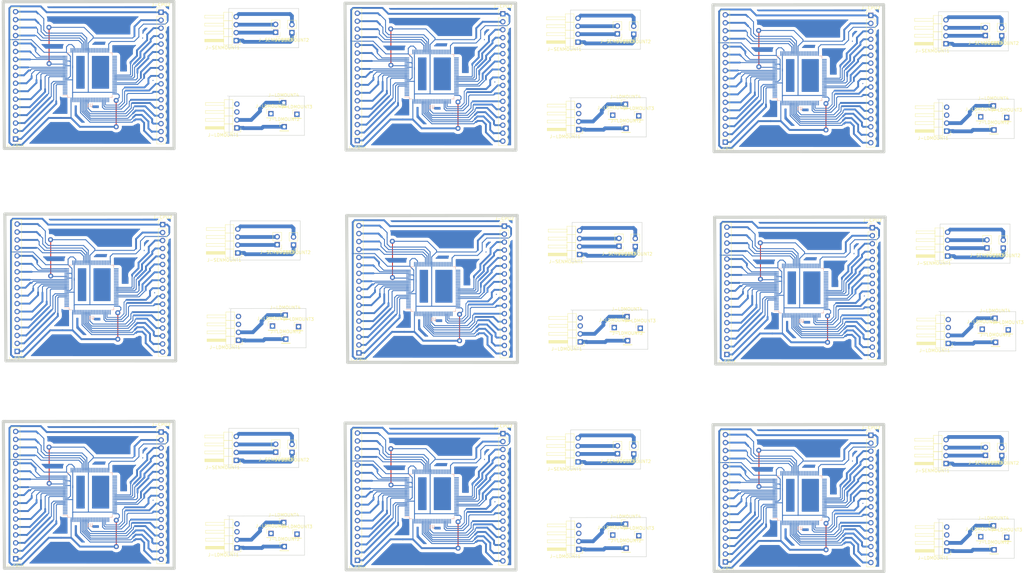
<source format=kicad_pcb>
(kicad_pcb (version 4) (host pcbnew 4.0.6)
  (layers (0 F.Cu signal) (31 B.Cu signal) (34 B.Paste user) (35 F.Paste user) (36 B.SilkS user) (37 F.SilkS user) (38 B.Mask user) (39 F.Mask user) (44 Edge.Cuts user))
  (net 0 "")
  (net 1 GND)
  (net 2 /ADC_2)
  (net 3 /ADC_0)
  (net 4 /ADC_1)
  (net 5 /GLCD_0)
  (net 6 /GLCD_1)
  (net 7 /GLCD_2)
  (net 8 /GLCD_3)
  (net 9 /GLCD_4)
  (net 10 /GLCD_5)
  (net 11 /GLCD_6)
  (net 12 /GLCD_7)
  (net 13 /GLCD_CS1)
  (net 14 /GLCD_CS2)
  (net 15 /GLCD_RST)
  (net 16 /GLCD_RW)
  (net 17 /GLCD_RS)
  (net 18 /GLCD_EN)
  (net 19 VDD)
  (net 20 /ADC_SCL)
  (net 21 /ADC_SDA)
  (net 22 /USER_INPUT_1)
  (net 23 /USER_INPUT_2)
  (net 24 "Net-(U1-Pad1)")
  (net 25 "Net-(U1-Pad2)")
  (net 26 "Net-(U1-Pad3)")
  (net 27 "Net-(U1-Pad4)")
  (net 28 "Net-(U1-Pad5)")
  (net 29 "Net-(U1-Pad6)")
  (net 30 "Net-(U1-Pad21)")
  (net 31 "Net-(U1-Pad26)")
  (net 32 "Net-(U1-Pad29)")
  (net 33 "Net-(U1-Pad30)")
  (net 34 "Net-(U1-Pad31)")
  (net 35 "Net-(U1-Pad32)")
  (net 36 "Net-(U1-Pad38)")
  (net 37 "Net-(U1-Pad39)")
  (net 38 "Net-(U1-Pad40)")
  (net 39 "Net-(U1-Pad41)")
  (net 40 "Net-(U1-Pad42)")
  (net 41 "Net-(U1-Pad43)")
  (net 42 "Net-(U1-Pad44)")
  (net 43 "Net-(U1-Pad45)")
  (net 44 "Net-(U1-Pad46)")
  (net 45 "Net-(U1-Pad47)")
  (net 46 "Net-(U1-Pad48)")
  (net 47 "Net-(U1-Pad49)")
  (net 48 "Net-(U1-Pad51)")
  (net 49 "Net-(U1-Pad52)")
  (net 50 "Net-(U1-Pad53)")
  (net 51 "Net-(U1-Pad54)")
  (net 52 "Net-(U1-Pad55)")
  (net 53 "Net-(U1-Pad56)")
  (net 54 "Net-(U1-Pad57)")
  (net 55 "Net-(U1-Pad58)")
  (net 56 "Net-(U1-Pad59)")
  (net 57 "Net-(U1-Pad60)")
  (net 58 "Net-(U1-Pad61)")
  (net 59 "Net-(U1-Pad62)")
  (net 60 "Net-(U1-Pad67)")
  (net 61 /RX)
  (net 62 /TX)
  (net 63 "Net-(U1-Pad70)")
  (net 64 "Net-(U1-Pad71)")
  (net 65 "Net-(U1-Pad72)")
  (net 66 "Net-(U1-Pad73)")
  (net 67 "Net-(U1-Pad76)")
  (net 68 "Net-(U1-Pad77)")
  (net 69 "Net-(U1-Pad81)")
  (net 70 "Net-(U1-Pad82)")
  (net 71 "Net-(U1-Pad83)")
  (net 72 "Net-(U1-Pad84)")
  (net 73 "Net-(U1-Pad85)")
  (net 74 "Net-(U1-Pad86)")
  (net 75 "Net-(U1-Pad87)")
  (net 76 "Net-(U1-Pad88)")
  (net 77 /ADC_EOC)
  (net 78 "Net-(U1-Pad95)")
  (net 79 "Net-(U1-Pad96)")
  (net 80 "Net-(U1-Pad97)")
  (net 81 "Net-(U1-Pad98)")
  (net 82 /RST)
  (net 83 /OSC24_IN)
  (net 84 /OSC24_OUT)
  (net 85 /OSC32_IN)
  (net 86 /OSC32_OUT)
  (net 87 /BOOT)
  (net 88 /ADC_MCLK)
  (net 89 /ADC_XCLR)
  (net 90 /VSEN-)
  (net 91 /IN-)
  (net 92 /IN+)
  (net 93 /VSEN+)
  (net 94 /LD+)
  (net 95 "Net-(J-LDMOUNT1-Pad3)")
  (net 96 "Net-(J-LDMOUNT1-Pad4)")
  (net 97 "Net-(J-LDMOUNT3-Pad1)")
  (net 98 "Net-(J-LDMOUNT5-Pad1)")
  (module Housings_QFP:LQFP-100_14x14mm_Pitch0.5mm (layer B.Cu) (at 193.155 198.984424)
    (fp_text reference U1 (at 0 9.65) (layer B.SilkS) (effects (justify mirror)))
    (fp_text value STM32F407VGTx)
    (pad 1 smd rect (at -7.9 6) (size 1.5 0.28) (layers B.Cu B.Paste B.Mask) (net 24 "Net-(U1-Pad1)"))
    (pad 2 smd rect (at -7.9 5.5) (size 1.5 0.28) (layers B.Cu B.Paste B.Mask) (net 25 "Net-(U1-Pad2)"))
    (pad 3 smd rect (at -7.9 5) (size 1.5 0.28) (layers B.Cu B.Paste B.Mask) (net 26 "Net-(U1-Pad3)"))
    (pad 4 smd rect (at -7.9 4.5) (size 1.5 0.28) (layers B.Cu B.Paste B.Mask) (net 27 "Net-(U1-Pad4)"))
    (pad 5 smd rect (at -7.9 4) (size 1.5 0.28) (layers B.Cu B.Paste B.Mask) (net 28 "Net-(U1-Pad5)"))
    (pad 6 smd rect (at -7.9 3.5) (size 1.5 0.28) (layers B.Cu B.Paste B.Mask) (net 29 "Net-(U1-Pad6)"))
    (pad 7 smd rect (at -7.9 3) (size 1.5 0.28) (layers B.Cu B.Paste B.Mask) (net 18 /GLCD_EN))
    (pad 8 smd rect (at -7.9 2.5) (size 1.5 0.28) (layers B.Cu B.Paste B.Mask) (net 85 /OSC32_IN))
    (pad 9 smd rect (at -7.9 2) (size 1.5 0.28) (layers B.Cu B.Paste B.Mask) (net 86 /OSC32_OUT))
    (pad 10 smd rect (at -7.9 1.5) (size 1.5 0.28) (layers B.Cu B.Paste B.Mask) (net 1 GND))
    (pad 11 smd rect (at -7.9 1) (size 1.5 0.28) (layers B.Cu B.Paste B.Mask) (net 19 VDD))
    (pad 12 smd rect (at -7.9 0.5) (size 1.5 0.28) (layers B.Cu B.Paste B.Mask) (net 83 /OSC24_IN))
    (pad 13 smd rect (at -7.9 0) (size 1.5 0.28) (layers B.Cu B.Paste B.Mask) (net 84 /OSC24_OUT))
    (pad 14 smd rect (at -7.9 -0.5) (size 1.5 0.28) (layers B.Cu B.Paste B.Mask) (net 82 /RST))
    (pad 15 smd rect (at -7.9 -1) (size 1.5 0.28) (layers B.Cu B.Paste B.Mask) (net 5 /GLCD_0))
    (pad 16 smd rect (at -7.9 -1.5) (size 1.5 0.28) (layers B.Cu B.Paste B.Mask) (net 6 /GLCD_1))
    (pad 17 smd rect (at -7.9 -2) (size 1.5 0.28) (layers B.Cu B.Paste B.Mask) (net 7 /GLCD_2))
    (pad 18 smd rect (at -7.9 -2.5) (size 1.5 0.28) (layers B.Cu B.Paste B.Mask) (net 8 /GLCD_3))
    (pad 19 smd rect (at -7.9 -3) (size 1.5 0.28) (layers B.Cu B.Paste B.Mask) (net 19 VDD))
    (pad 20 smd rect (at -7.9 -3.5) (size 1.5 0.28) (layers B.Cu B.Paste B.Mask) (net 1 GND))
    (pad 21 smd rect (at -7.9 -4) (size 1.5 0.28) (layers B.Cu B.Paste B.Mask) (net 30 "Net-(U1-Pad21)"))
    (pad 22 smd rect (at -7.9 -4.5) (size 1.5 0.28) (layers B.Cu B.Paste B.Mask) (net 19 VDD))
    (pad 23 smd rect (at -7.9 -5) (size 1.5 0.28) (layers B.Cu B.Paste B.Mask) (net 3 /ADC_0))
    (pad 24 smd rect (at -7.9 -5.5) (size 1.5 0.28) (layers B.Cu B.Paste B.Mask) (net 4 /ADC_1))
    (pad 25 smd rect (at -7.9 -6) (size 1.5 0.28) (layers B.Cu B.Paste B.Mask) (net 2 /ADC_2))
    (pad 26 smd rect (at -6 -7.9 270) (size 1.5 0.28) (layers B.Cu B.Paste B.Mask) (net 31 "Net-(U1-Pad26)"))
    (pad 27 smd rect (at -5.5 -7.9 270) (size 1.5 0.28) (layers B.Cu B.Paste B.Mask) (net 1 GND))
    (pad 28 smd rect (at -5 -7.9 270) (size 1.5 0.28) (layers B.Cu B.Paste B.Mask) (net 19 VDD))
    (pad 29 smd rect (at -4.5 -7.9 270) (size 1.5 0.28) (layers B.Cu B.Paste B.Mask) (net 32 "Net-(U1-Pad29)"))
    (pad 30 smd rect (at -4 -7.9 270) (size 1.5 0.28) (layers B.Cu B.Paste B.Mask) (net 33 "Net-(U1-Pad30)"))
    (pad 31 smd rect (at -3.5 -7.9 270) (size 1.5 0.28) (layers B.Cu B.Paste B.Mask) (net 34 "Net-(U1-Pad31)"))
    (pad 32 smd rect (at -3 -7.9 270) (size 1.5 0.28) (layers B.Cu B.Paste B.Mask) (net 35 "Net-(U1-Pad32)"))
    (pad 33 smd rect (at -2.5 -7.9 270) (size 1.5 0.28) (layers B.Cu B.Paste B.Mask) (net 9 /GLCD_4))
    (pad 34 smd rect (at -2 -7.9 270) (size 1.5 0.28) (layers B.Cu B.Paste B.Mask) (net 10 /GLCD_5))
    (pad 35 smd rect (at -1.5 -7.9 270) (size 1.5 0.28) (layers B.Cu B.Paste B.Mask) (net 22 /USER_INPUT_1))
    (pad 36 smd rect (at -1 -7.9 270) (size 1.5 0.28) (layers B.Cu B.Paste B.Mask) (net 23 /USER_INPUT_2))
    (pad 37 smd rect (at -0.5 -7.9 270) (size 1.5 0.28) (layers B.Cu B.Paste B.Mask) (net 1 GND))
    (pad 38 smd rect (at 0 -7.9 270) (size 1.5 0.28) (layers B.Cu B.Paste B.Mask) (net 36 "Net-(U1-Pad38)"))
    (pad 39 smd rect (at 0.5 -7.9 270) (size 1.5 0.28) (layers B.Cu B.Paste B.Mask) (net 37 "Net-(U1-Pad39)"))
    (pad 40 smd rect (at 1 -7.9 270) (size 1.5 0.28) (layers B.Cu B.Paste B.Mask) (net 38 "Net-(U1-Pad40)"))
    (pad 41 smd rect (at 1.5 -7.9 270) (size 1.5 0.28) (layers B.Cu B.Paste B.Mask) (net 39 "Net-(U1-Pad41)"))
    (pad 42 smd rect (at 2 -7.9 270) (size 1.5 0.28) (layers B.Cu B.Paste B.Mask) (net 40 "Net-(U1-Pad42)"))
    (pad 43 smd rect (at 2.5 -7.9 270) (size 1.5 0.28) (layers B.Cu B.Paste B.Mask) (net 41 "Net-(U1-Pad43)"))
    (pad 44 smd rect (at 3 -7.9 270) (size 1.5 0.28) (layers B.Cu B.Paste B.Mask) (net 42 "Net-(U1-Pad44)"))
    (pad 45 smd rect (at 3.5 -7.9 270) (size 1.5 0.28) (layers B.Cu B.Paste B.Mask) (net 43 "Net-(U1-Pad45)"))
    (pad 46 smd rect (at 4 -7.9 270) (size 1.5 0.28) (layers B.Cu B.Paste B.Mask) (net 44 "Net-(U1-Pad46)"))
    (pad 47 smd rect (at 4.5 -7.9 270) (size 1.5 0.28) (layers B.Cu B.Paste B.Mask) (net 45 "Net-(U1-Pad47)"))
    (pad 48 smd rect (at 5 -7.9 270) (size 1.5 0.28) (layers B.Cu B.Paste B.Mask) (net 46 "Net-(U1-Pad48)"))
    (pad 49 smd rect (at 5.5 -7.9 270) (size 1.5 0.28) (layers B.Cu B.Paste B.Mask) (net 47 "Net-(U1-Pad49)"))
    (pad 50 smd rect (at 6 -7.9 270) (size 1.5 0.28) (layers B.Cu B.Paste B.Mask) (net 19 VDD))
    (pad 51 smd rect (at 7.9 -6) (size 1.5 0.28) (layers B.Cu B.Paste B.Mask) (net 48 "Net-(U1-Pad51)"))
    (pad 52 smd rect (at 7.9 -5.5) (size 1.5 0.28) (layers B.Cu B.Paste B.Mask) (net 49 "Net-(U1-Pad52)"))
    (pad 53 smd rect (at 7.9 -5) (size 1.5 0.28) (layers B.Cu B.Paste B.Mask) (net 50 "Net-(U1-Pad53)"))
    (pad 54 smd rect (at 7.9 -4.5) (size 1.5 0.28) (layers B.Cu B.Paste B.Mask) (net 51 "Net-(U1-Pad54)"))
    (pad 55 smd rect (at 7.9 -4) (size 1.5 0.28) (layers B.Cu B.Paste B.Mask) (net 52 "Net-(U1-Pad55)"))
    (pad 56 smd rect (at 7.9 -3.5) (size 1.5 0.28) (layers B.Cu B.Paste B.Mask) (net 53 "Net-(U1-Pad56)"))
    (pad 57 smd rect (at 7.9 -3) (size 1.5 0.28) (layers B.Cu B.Paste B.Mask) (net 54 "Net-(U1-Pad57)"))
    (pad 58 smd rect (at 7.9 -2.5) (size 1.5 0.28) (layers B.Cu B.Paste B.Mask) (net 55 "Net-(U1-Pad58)"))
    (pad 59 smd rect (at 7.9 -2) (size 1.5 0.28) (layers B.Cu B.Paste B.Mask) (net 56 "Net-(U1-Pad59)"))
    (pad 60 smd rect (at 7.9 -1.5) (size 1.5 0.28) (layers B.Cu B.Paste B.Mask) (net 57 "Net-(U1-Pad60)"))
    (pad 61 smd rect (at 7.9 -1) (size 1.5 0.28) (layers B.Cu B.Paste B.Mask) (net 58 "Net-(U1-Pad61)"))
    (pad 62 smd rect (at 7.9 -0.5) (size 1.5 0.28) (layers B.Cu B.Paste B.Mask) (net 59 "Net-(U1-Pad62)"))
    (pad 63 smd rect (at 7.9 0) (size 1.5 0.28) (layers B.Cu B.Paste B.Mask) (net 11 /GLCD_6))
    (pad 64 smd rect (at 7.9 0.5) (size 1.5 0.28) (layers B.Cu B.Paste B.Mask) (net 12 /GLCD_7))
    (pad 65 smd rect (at 7.9 1) (size 1.5 0.28) (layers B.Cu B.Paste B.Mask) (net 13 /GLCD_CS1))
    (pad 66 smd rect (at 7.9 1.5) (size 1.5 0.28) (layers B.Cu B.Paste B.Mask) (net 14 /GLCD_CS2))
    (pad 67 smd rect (at 7.9 2) (size 1.5 0.28) (layers B.Cu B.Paste B.Mask) (net 60 "Net-(U1-Pad67)"))
    (pad 68 smd rect (at 7.9 2.5) (size 1.5 0.28) (layers B.Cu B.Paste B.Mask) (net 61 /RX))
    (pad 69 smd rect (at 7.9 3) (size 1.5 0.28) (layers B.Cu B.Paste B.Mask) (net 62 /TX))
    (pad 70 smd rect (at 7.9 3.5) (size 1.5 0.28) (layers B.Cu B.Paste B.Mask) (net 63 "Net-(U1-Pad70)"))
    (pad 71 smd rect (at 7.9 4) (size 1.5 0.28) (layers B.Cu B.Paste B.Mask) (net 64 "Net-(U1-Pad71)"))
    (pad 72 smd rect (at 7.9 4.5) (size 1.5 0.28) (layers B.Cu B.Paste B.Mask) (net 65 "Net-(U1-Pad72)"))
    (pad 73 smd rect (at 7.9 5) (size 1.5 0.28) (layers B.Cu B.Paste B.Mask) (net 66 "Net-(U1-Pad73)"))
    (pad 74 smd rect (at 7.9 5.5) (size 1.5 0.28) (layers B.Cu B.Paste B.Mask) (net 1 GND))
    (pad 75 smd rect (at 7.9 6) (size 1.5 0.28) (layers B.Cu B.Paste B.Mask) (net 19 VDD))
    (pad 76 smd rect (at 6 7.9 270) (size 1.5 0.28) (layers B.Cu B.Paste B.Mask) (net 67 "Net-(U1-Pad76)"))
    (pad 77 smd rect (at 5.5 7.9 270) (size 1.5 0.28) (layers B.Cu B.Paste B.Mask) (net 68 "Net-(U1-Pad77)"))
    (pad 78 smd rect (at 5 7.9 270) (size 1.5 0.28) (layers B.Cu B.Paste B.Mask) (net 17 /GLCD_RS))
    (pad 79 smd rect (at 4.5 7.9 270) (size 1.5 0.28) (layers B.Cu B.Paste B.Mask) (net 16 /GLCD_RW))
    (pad 80 smd rect (at 4 7.9 270) (size 1.5 0.28) (layers B.Cu B.Paste B.Mask) (net 15 /GLCD_RST))
    (pad 81 smd rect (at 3.5 7.9 270) (size 1.5 0.28) (layers B.Cu B.Paste B.Mask) (net 69 "Net-(U1-Pad81)"))
    (pad 82 smd rect (at 3 7.9 270) (size 1.5 0.28) (layers B.Cu B.Paste B.Mask) (net 70 "Net-(U1-Pad82)"))
    (pad 83 smd rect (at 2.5 7.9 270) (size 1.5 0.28) (layers B.Cu B.Paste B.Mask) (net 71 "Net-(U1-Pad83)"))
    (pad 84 smd rect (at 2 7.9 270) (size 1.5 0.28) (layers B.Cu B.Paste B.Mask) (net 72 "Net-(U1-Pad84)"))
    (pad 85 smd rect (at 1.5 7.9 270) (size 1.5 0.28) (layers B.Cu B.Paste B.Mask) (net 73 "Net-(U1-Pad85)"))
    (pad 86 smd rect (at 1 7.9 270) (size 1.5 0.28) (layers B.Cu B.Paste B.Mask) (net 74 "Net-(U1-Pad86)"))
    (pad 87 smd rect (at 0.5 7.9 270) (size 1.5 0.28) (layers B.Cu B.Paste B.Mask) (net 75 "Net-(U1-Pad87)"))
    (pad 88 smd rect (at 0 7.9 270) (size 1.5 0.28) (layers B.Cu B.Paste B.Mask) (net 76 "Net-(U1-Pad88)"))
    (pad 89 smd rect (at -0.5 7.9 270) (size 1.5 0.28) (layers B.Cu B.Paste B.Mask) (net 88 /ADC_MCLK))
    (pad 90 smd rect (at -1 7.9 270) (size 1.5 0.28) (layers B.Cu B.Paste B.Mask) (net 89 /ADC_XCLR))
    (pad 91 smd rect (at -1.5 7.9 270) (size 1.5 0.28) (layers B.Cu B.Paste B.Mask) (net 77 /ADC_EOC))
    (pad 92 smd rect (at -2 7.9 270) (size 1.5 0.28) (layers B.Cu B.Paste B.Mask) (net 20 /ADC_SCL))
    (pad 93 smd rect (at -2.5 7.9 270) (size 1.5 0.28) (layers B.Cu B.Paste B.Mask) (net 21 /ADC_SDA))
    (pad 94 smd rect (at -3 7.9 270) (size 1.5 0.28) (layers B.Cu B.Paste B.Mask) (net 87 /BOOT))
    (pad 95 smd rect (at -3.5 7.9 270) (size 1.5 0.28) (layers B.Cu B.Paste B.Mask) (net 78 "Net-(U1-Pad95)"))
    (pad 96 smd rect (at -4 7.9 270) (size 1.5 0.28) (layers B.Cu B.Paste B.Mask) (net 79 "Net-(U1-Pad96)"))
    (pad 97 smd rect (at -4.5 7.9 270) (size 1.5 0.28) (layers B.Cu B.Paste B.Mask) (net 80 "Net-(U1-Pad97)"))
    (pad 98 smd rect (at -5 7.9 270) (size 1.5 0.28) (layers B.Cu B.Paste B.Mask) (net 81 "Net-(U1-Pad98)"))
    (pad 99 smd rect (at -5.5 7.9 270) (size 1.5 0.28) (layers B.Cu B.Paste B.Mask) (net 1 GND))
    (pad 100 smd rect (at -6 7.9 270) (size 1.5 0.28) (layers B.Cu B.Paste B.Mask) (net 19 VDD))
  )
  (module Housings_QFP:LQFP-100_14x14mm_Pitch0.5mm (layer B.Cu) (at 84.145 198.484424)
    (fp_text reference U1 (at 0 9.65) (layer B.SilkS) (effects (justify mirror)))
    (fp_text value STM32F407VGTx)
    (pad 1 smd rect (at -7.9 6) (size 1.5 0.28) (layers B.Cu B.Paste B.Mask) (net 24 "Net-(U1-Pad1)"))
    (pad 2 smd rect (at -7.9 5.5) (size 1.5 0.28) (layers B.Cu B.Paste B.Mask) (net 25 "Net-(U1-Pad2)"))
    (pad 3 smd rect (at -7.9 5) (size 1.5 0.28) (layers B.Cu B.Paste B.Mask) (net 26 "Net-(U1-Pad3)"))
    (pad 4 smd rect (at -7.9 4.5) (size 1.5 0.28) (layers B.Cu B.Paste B.Mask) (net 27 "Net-(U1-Pad4)"))
    (pad 5 smd rect (at -7.9 4) (size 1.5 0.28) (layers B.Cu B.Paste B.Mask) (net 28 "Net-(U1-Pad5)"))
    (pad 6 smd rect (at -7.9 3.5) (size 1.5 0.28) (layers B.Cu B.Paste B.Mask) (net 29 "Net-(U1-Pad6)"))
    (pad 7 smd rect (at -7.9 3) (size 1.5 0.28) (layers B.Cu B.Paste B.Mask) (net 18 /GLCD_EN))
    (pad 8 smd rect (at -7.9 2.5) (size 1.5 0.28) (layers B.Cu B.Paste B.Mask) (net 85 /OSC32_IN))
    (pad 9 smd rect (at -7.9 2) (size 1.5 0.28) (layers B.Cu B.Paste B.Mask) (net 86 /OSC32_OUT))
    (pad 10 smd rect (at -7.9 1.5) (size 1.5 0.28) (layers B.Cu B.Paste B.Mask) (net 1 GND))
    (pad 11 smd rect (at -7.9 1) (size 1.5 0.28) (layers B.Cu B.Paste B.Mask) (net 19 VDD))
    (pad 12 smd rect (at -7.9 0.5) (size 1.5 0.28) (layers B.Cu B.Paste B.Mask) (net 83 /OSC24_IN))
    (pad 13 smd rect (at -7.9 0) (size 1.5 0.28) (layers B.Cu B.Paste B.Mask) (net 84 /OSC24_OUT))
    (pad 14 smd rect (at -7.9 -0.5) (size 1.5 0.28) (layers B.Cu B.Paste B.Mask) (net 82 /RST))
    (pad 15 smd rect (at -7.9 -1) (size 1.5 0.28) (layers B.Cu B.Paste B.Mask) (net 5 /GLCD_0))
    (pad 16 smd rect (at -7.9 -1.5) (size 1.5 0.28) (layers B.Cu B.Paste B.Mask) (net 6 /GLCD_1))
    (pad 17 smd rect (at -7.9 -2) (size 1.5 0.28) (layers B.Cu B.Paste B.Mask) (net 7 /GLCD_2))
    (pad 18 smd rect (at -7.9 -2.5) (size 1.5 0.28) (layers B.Cu B.Paste B.Mask) (net 8 /GLCD_3))
    (pad 19 smd rect (at -7.9 -3) (size 1.5 0.28) (layers B.Cu B.Paste B.Mask) (net 19 VDD))
    (pad 20 smd rect (at -7.9 -3.5) (size 1.5 0.28) (layers B.Cu B.Paste B.Mask) (net 1 GND))
    (pad 21 smd rect (at -7.9 -4) (size 1.5 0.28) (layers B.Cu B.Paste B.Mask) (net 30 "Net-(U1-Pad21)"))
    (pad 22 smd rect (at -7.9 -4.5) (size 1.5 0.28) (layers B.Cu B.Paste B.Mask) (net 19 VDD))
    (pad 23 smd rect (at -7.9 -5) (size 1.5 0.28) (layers B.Cu B.Paste B.Mask) (net 3 /ADC_0))
    (pad 24 smd rect (at -7.9 -5.5) (size 1.5 0.28) (layers B.Cu B.Paste B.Mask) (net 4 /ADC_1))
    (pad 25 smd rect (at -7.9 -6) (size 1.5 0.28) (layers B.Cu B.Paste B.Mask) (net 2 /ADC_2))
    (pad 26 smd rect (at -6 -7.9 270) (size 1.5 0.28) (layers B.Cu B.Paste B.Mask) (net 31 "Net-(U1-Pad26)"))
    (pad 27 smd rect (at -5.5 -7.9 270) (size 1.5 0.28) (layers B.Cu B.Paste B.Mask) (net 1 GND))
    (pad 28 smd rect (at -5 -7.9 270) (size 1.5 0.28) (layers B.Cu B.Paste B.Mask) (net 19 VDD))
    (pad 29 smd rect (at -4.5 -7.9 270) (size 1.5 0.28) (layers B.Cu B.Paste B.Mask) (net 32 "Net-(U1-Pad29)"))
    (pad 30 smd rect (at -4 -7.9 270) (size 1.5 0.28) (layers B.Cu B.Paste B.Mask) (net 33 "Net-(U1-Pad30)"))
    (pad 31 smd rect (at -3.5 -7.9 270) (size 1.5 0.28) (layers B.Cu B.Paste B.Mask) (net 34 "Net-(U1-Pad31)"))
    (pad 32 smd rect (at -3 -7.9 270) (size 1.5 0.28) (layers B.Cu B.Paste B.Mask) (net 35 "Net-(U1-Pad32)"))
    (pad 33 smd rect (at -2.5 -7.9 270) (size 1.5 0.28) (layers B.Cu B.Paste B.Mask) (net 9 /GLCD_4))
    (pad 34 smd rect (at -2 -7.9 270) (size 1.5 0.28) (layers B.Cu B.Paste B.Mask) (net 10 /GLCD_5))
    (pad 35 smd rect (at -1.5 -7.9 270) (size 1.5 0.28) (layers B.Cu B.Paste B.Mask) (net 22 /USER_INPUT_1))
    (pad 36 smd rect (at -1 -7.9 270) (size 1.5 0.28) (layers B.Cu B.Paste B.Mask) (net 23 /USER_INPUT_2))
    (pad 37 smd rect (at -0.5 -7.9 270) (size 1.5 0.28) (layers B.Cu B.Paste B.Mask) (net 1 GND))
    (pad 38 smd rect (at 0 -7.9 270) (size 1.5 0.28) (layers B.Cu B.Paste B.Mask) (net 36 "Net-(U1-Pad38)"))
    (pad 39 smd rect (at 0.5 -7.9 270) (size 1.5 0.28) (layers B.Cu B.Paste B.Mask) (net 37 "Net-(U1-Pad39)"))
    (pad 40 smd rect (at 1 -7.9 270) (size 1.5 0.28) (layers B.Cu B.Paste B.Mask) (net 38 "Net-(U1-Pad40)"))
    (pad 41 smd rect (at 1.5 -7.9 270) (size 1.5 0.28) (layers B.Cu B.Paste B.Mask) (net 39 "Net-(U1-Pad41)"))
    (pad 42 smd rect (at 2 -7.9 270) (size 1.5 0.28) (layers B.Cu B.Paste B.Mask) (net 40 "Net-(U1-Pad42)"))
    (pad 43 smd rect (at 2.5 -7.9 270) (size 1.5 0.28) (layers B.Cu B.Paste B.Mask) (net 41 "Net-(U1-Pad43)"))
    (pad 44 smd rect (at 3 -7.9 270) (size 1.5 0.28) (layers B.Cu B.Paste B.Mask) (net 42 "Net-(U1-Pad44)"))
    (pad 45 smd rect (at 3.5 -7.9 270) (size 1.5 0.28) (layers B.Cu B.Paste B.Mask) (net 43 "Net-(U1-Pad45)"))
    (pad 46 smd rect (at 4 -7.9 270) (size 1.5 0.28) (layers B.Cu B.Paste B.Mask) (net 44 "Net-(U1-Pad46)"))
    (pad 47 smd rect (at 4.5 -7.9 270) (size 1.5 0.28) (layers B.Cu B.Paste B.Mask) (net 45 "Net-(U1-Pad47)"))
    (pad 48 smd rect (at 5 -7.9 270) (size 1.5 0.28) (layers B.Cu B.Paste B.Mask) (net 46 "Net-(U1-Pad48)"))
    (pad 49 smd rect (at 5.5 -7.9 270) (size 1.5 0.28) (layers B.Cu B.Paste B.Mask) (net 47 "Net-(U1-Pad49)"))
    (pad 50 smd rect (at 6 -7.9 270) (size 1.5 0.28) (layers B.Cu B.Paste B.Mask) (net 19 VDD))
    (pad 51 smd rect (at 7.9 -6) (size 1.5 0.28) (layers B.Cu B.Paste B.Mask) (net 48 "Net-(U1-Pad51)"))
    (pad 52 smd rect (at 7.9 -5.5) (size 1.5 0.28) (layers B.Cu B.Paste B.Mask) (net 49 "Net-(U1-Pad52)"))
    (pad 53 smd rect (at 7.9 -5) (size 1.5 0.28) (layers B.Cu B.Paste B.Mask) (net 50 "Net-(U1-Pad53)"))
    (pad 54 smd rect (at 7.9 -4.5) (size 1.5 0.28) (layers B.Cu B.Paste B.Mask) (net 51 "Net-(U1-Pad54)"))
    (pad 55 smd rect (at 7.9 -4) (size 1.5 0.28) (layers B.Cu B.Paste B.Mask) (net 52 "Net-(U1-Pad55)"))
    (pad 56 smd rect (at 7.9 -3.5) (size 1.5 0.28) (layers B.Cu B.Paste B.Mask) (net 53 "Net-(U1-Pad56)"))
    (pad 57 smd rect (at 7.9 -3) (size 1.5 0.28) (layers B.Cu B.Paste B.Mask) (net 54 "Net-(U1-Pad57)"))
    (pad 58 smd rect (at 7.9 -2.5) (size 1.5 0.28) (layers B.Cu B.Paste B.Mask) (net 55 "Net-(U1-Pad58)"))
    (pad 59 smd rect (at 7.9 -2) (size 1.5 0.28) (layers B.Cu B.Paste B.Mask) (net 56 "Net-(U1-Pad59)"))
    (pad 60 smd rect (at 7.9 -1.5) (size 1.5 0.28) (layers B.Cu B.Paste B.Mask) (net 57 "Net-(U1-Pad60)"))
    (pad 61 smd rect (at 7.9 -1) (size 1.5 0.28) (layers B.Cu B.Paste B.Mask) (net 58 "Net-(U1-Pad61)"))
    (pad 62 smd rect (at 7.9 -0.5) (size 1.5 0.28) (layers B.Cu B.Paste B.Mask) (net 59 "Net-(U1-Pad62)"))
    (pad 63 smd rect (at 7.9 0) (size 1.5 0.28) (layers B.Cu B.Paste B.Mask) (net 11 /GLCD_6))
    (pad 64 smd rect (at 7.9 0.5) (size 1.5 0.28) (layers B.Cu B.Paste B.Mask) (net 12 /GLCD_7))
    (pad 65 smd rect (at 7.9 1) (size 1.5 0.28) (layers B.Cu B.Paste B.Mask) (net 13 /GLCD_CS1))
    (pad 66 smd rect (at 7.9 1.5) (size 1.5 0.28) (layers B.Cu B.Paste B.Mask) (net 14 /GLCD_CS2))
    (pad 67 smd rect (at 7.9 2) (size 1.5 0.28) (layers B.Cu B.Paste B.Mask) (net 60 "Net-(U1-Pad67)"))
    (pad 68 smd rect (at 7.9 2.5) (size 1.5 0.28) (layers B.Cu B.Paste B.Mask) (net 61 /RX))
    (pad 69 smd rect (at 7.9 3) (size 1.5 0.28) (layers B.Cu B.Paste B.Mask) (net 62 /TX))
    (pad 70 smd rect (at 7.9 3.5) (size 1.5 0.28) (layers B.Cu B.Paste B.Mask) (net 63 "Net-(U1-Pad70)"))
    (pad 71 smd rect (at 7.9 4) (size 1.5 0.28) (layers B.Cu B.Paste B.Mask) (net 64 "Net-(U1-Pad71)"))
    (pad 72 smd rect (at 7.9 4.5) (size 1.5 0.28) (layers B.Cu B.Paste B.Mask) (net 65 "Net-(U1-Pad72)"))
    (pad 73 smd rect (at 7.9 5) (size 1.5 0.28) (layers B.Cu B.Paste B.Mask) (net 66 "Net-(U1-Pad73)"))
    (pad 74 smd rect (at 7.9 5.5) (size 1.5 0.28) (layers B.Cu B.Paste B.Mask) (net 1 GND))
    (pad 75 smd rect (at 7.9 6) (size 1.5 0.28) (layers B.Cu B.Paste B.Mask) (net 19 VDD))
    (pad 76 smd rect (at 6 7.9 270) (size 1.5 0.28) (layers B.Cu B.Paste B.Mask) (net 67 "Net-(U1-Pad76)"))
    (pad 77 smd rect (at 5.5 7.9 270) (size 1.5 0.28) (layers B.Cu B.Paste B.Mask) (net 68 "Net-(U1-Pad77)"))
    (pad 78 smd rect (at 5 7.9 270) (size 1.5 0.28) (layers B.Cu B.Paste B.Mask) (net 17 /GLCD_RS))
    (pad 79 smd rect (at 4.5 7.9 270) (size 1.5 0.28) (layers B.Cu B.Paste B.Mask) (net 16 /GLCD_RW))
    (pad 80 smd rect (at 4 7.9 270) (size 1.5 0.28) (layers B.Cu B.Paste B.Mask) (net 15 /GLCD_RST))
    (pad 81 smd rect (at 3.5 7.9 270) (size 1.5 0.28) (layers B.Cu B.Paste B.Mask) (net 69 "Net-(U1-Pad81)"))
    (pad 82 smd rect (at 3 7.9 270) (size 1.5 0.28) (layers B.Cu B.Paste B.Mask) (net 70 "Net-(U1-Pad82)"))
    (pad 83 smd rect (at 2.5 7.9 270) (size 1.5 0.28) (layers B.Cu B.Paste B.Mask) (net 71 "Net-(U1-Pad83)"))
    (pad 84 smd rect (at 2 7.9 270) (size 1.5 0.28) (layers B.Cu B.Paste B.Mask) (net 72 "Net-(U1-Pad84)"))
    (pad 85 smd rect (at 1.5 7.9 270) (size 1.5 0.28) (layers B.Cu B.Paste B.Mask) (net 73 "Net-(U1-Pad85)"))
    (pad 86 smd rect (at 1 7.9 270) (size 1.5 0.28) (layers B.Cu B.Paste B.Mask) (net 74 "Net-(U1-Pad86)"))
    (pad 87 smd rect (at 0.5 7.9 270) (size 1.5 0.28) (layers B.Cu B.Paste B.Mask) (net 75 "Net-(U1-Pad87)"))
    (pad 88 smd rect (at 0 7.9 270) (size 1.5 0.28) (layers B.Cu B.Paste B.Mask) (net 76 "Net-(U1-Pad88)"))
    (pad 89 smd rect (at -0.5 7.9 270) (size 1.5 0.28) (layers B.Cu B.Paste B.Mask) (net 88 /ADC_MCLK))
    (pad 90 smd rect (at -1 7.9 270) (size 1.5 0.28) (layers B.Cu B.Paste B.Mask) (net 89 /ADC_XCLR))
    (pad 91 smd rect (at -1.5 7.9 270) (size 1.5 0.28) (layers B.Cu B.Paste B.Mask) (net 77 /ADC_EOC))
    (pad 92 smd rect (at -2 7.9 270) (size 1.5 0.28) (layers B.Cu B.Paste B.Mask) (net 20 /ADC_SCL))
    (pad 93 smd rect (at -2.5 7.9 270) (size 1.5 0.28) (layers B.Cu B.Paste B.Mask) (net 21 /ADC_SDA))
    (pad 94 smd rect (at -3 7.9 270) (size 1.5 0.28) (layers B.Cu B.Paste B.Mask) (net 87 /BOOT))
    (pad 95 smd rect (at -3.5 7.9 270) (size 1.5 0.28) (layers B.Cu B.Paste B.Mask) (net 78 "Net-(U1-Pad95)"))
    (pad 96 smd rect (at -4 7.9 270) (size 1.5 0.28) (layers B.Cu B.Paste B.Mask) (net 79 "Net-(U1-Pad96)"))
    (pad 97 smd rect (at -4.5 7.9 270) (size 1.5 0.28) (layers B.Cu B.Paste B.Mask) (net 80 "Net-(U1-Pad97)"))
    (pad 98 smd rect (at -5 7.9 270) (size 1.5 0.28) (layers B.Cu B.Paste B.Mask) (net 81 "Net-(U1-Pad98)"))
    (pad 99 smd rect (at -5.5 7.9 270) (size 1.5 0.28) (layers B.Cu B.Paste B.Mask) (net 1 GND))
    (pad 100 smd rect (at -6 7.9 270) (size 1.5 0.28) (layers B.Cu B.Paste B.Mask) (net 19 VDD))
  )
  (module Housings_QFP:LQFP-100_14x14mm_Pitch0.5mm (layer B.Cu) (at 310.515 199.494424)
    (fp_text reference U1 (at 0 9.65) (layer B.SilkS) (effects (justify mirror)))
    (fp_text value STM32F407VGTx)
    (pad 1 smd rect (at -7.9 6) (size 1.5 0.28) (layers B.Cu B.Paste B.Mask) (net 24 "Net-(U1-Pad1)"))
    (pad 2 smd rect (at -7.9 5.5) (size 1.5 0.28) (layers B.Cu B.Paste B.Mask) (net 25 "Net-(U1-Pad2)"))
    (pad 3 smd rect (at -7.9 5) (size 1.5 0.28) (layers B.Cu B.Paste B.Mask) (net 26 "Net-(U1-Pad3)"))
    (pad 4 smd rect (at -7.9 4.5) (size 1.5 0.28) (layers B.Cu B.Paste B.Mask) (net 27 "Net-(U1-Pad4)"))
    (pad 5 smd rect (at -7.9 4) (size 1.5 0.28) (layers B.Cu B.Paste B.Mask) (net 28 "Net-(U1-Pad5)"))
    (pad 6 smd rect (at -7.9 3.5) (size 1.5 0.28) (layers B.Cu B.Paste B.Mask) (net 29 "Net-(U1-Pad6)"))
    (pad 7 smd rect (at -7.9 3) (size 1.5 0.28) (layers B.Cu B.Paste B.Mask) (net 18 /GLCD_EN))
    (pad 8 smd rect (at -7.9 2.5) (size 1.5 0.28) (layers B.Cu B.Paste B.Mask) (net 85 /OSC32_IN))
    (pad 9 smd rect (at -7.9 2) (size 1.5 0.28) (layers B.Cu B.Paste B.Mask) (net 86 /OSC32_OUT))
    (pad 10 smd rect (at -7.9 1.5) (size 1.5 0.28) (layers B.Cu B.Paste B.Mask) (net 1 GND))
    (pad 11 smd rect (at -7.9 1) (size 1.5 0.28) (layers B.Cu B.Paste B.Mask) (net 19 VDD))
    (pad 12 smd rect (at -7.9 0.5) (size 1.5 0.28) (layers B.Cu B.Paste B.Mask) (net 83 /OSC24_IN))
    (pad 13 smd rect (at -7.9 0) (size 1.5 0.28) (layers B.Cu B.Paste B.Mask) (net 84 /OSC24_OUT))
    (pad 14 smd rect (at -7.9 -0.5) (size 1.5 0.28) (layers B.Cu B.Paste B.Mask) (net 82 /RST))
    (pad 15 smd rect (at -7.9 -1) (size 1.5 0.28) (layers B.Cu B.Paste B.Mask) (net 5 /GLCD_0))
    (pad 16 smd rect (at -7.9 -1.5) (size 1.5 0.28) (layers B.Cu B.Paste B.Mask) (net 6 /GLCD_1))
    (pad 17 smd rect (at -7.9 -2) (size 1.5 0.28) (layers B.Cu B.Paste B.Mask) (net 7 /GLCD_2))
    (pad 18 smd rect (at -7.9 -2.5) (size 1.5 0.28) (layers B.Cu B.Paste B.Mask) (net 8 /GLCD_3))
    (pad 19 smd rect (at -7.9 -3) (size 1.5 0.28) (layers B.Cu B.Paste B.Mask) (net 19 VDD))
    (pad 20 smd rect (at -7.9 -3.5) (size 1.5 0.28) (layers B.Cu B.Paste B.Mask) (net 1 GND))
    (pad 21 smd rect (at -7.9 -4) (size 1.5 0.28) (layers B.Cu B.Paste B.Mask) (net 30 "Net-(U1-Pad21)"))
    (pad 22 smd rect (at -7.9 -4.5) (size 1.5 0.28) (layers B.Cu B.Paste B.Mask) (net 19 VDD))
    (pad 23 smd rect (at -7.9 -5) (size 1.5 0.28) (layers B.Cu B.Paste B.Mask) (net 3 /ADC_0))
    (pad 24 smd rect (at -7.9 -5.5) (size 1.5 0.28) (layers B.Cu B.Paste B.Mask) (net 4 /ADC_1))
    (pad 25 smd rect (at -7.9 -6) (size 1.5 0.28) (layers B.Cu B.Paste B.Mask) (net 2 /ADC_2))
    (pad 26 smd rect (at -6 -7.9 270) (size 1.5 0.28) (layers B.Cu B.Paste B.Mask) (net 31 "Net-(U1-Pad26)"))
    (pad 27 smd rect (at -5.5 -7.9 270) (size 1.5 0.28) (layers B.Cu B.Paste B.Mask) (net 1 GND))
    (pad 28 smd rect (at -5 -7.9 270) (size 1.5 0.28) (layers B.Cu B.Paste B.Mask) (net 19 VDD))
    (pad 29 smd rect (at -4.5 -7.9 270) (size 1.5 0.28) (layers B.Cu B.Paste B.Mask) (net 32 "Net-(U1-Pad29)"))
    (pad 30 smd rect (at -4 -7.9 270) (size 1.5 0.28) (layers B.Cu B.Paste B.Mask) (net 33 "Net-(U1-Pad30)"))
    (pad 31 smd rect (at -3.5 -7.9 270) (size 1.5 0.28) (layers B.Cu B.Paste B.Mask) (net 34 "Net-(U1-Pad31)"))
    (pad 32 smd rect (at -3 -7.9 270) (size 1.5 0.28) (layers B.Cu B.Paste B.Mask) (net 35 "Net-(U1-Pad32)"))
    (pad 33 smd rect (at -2.5 -7.9 270) (size 1.5 0.28) (layers B.Cu B.Paste B.Mask) (net 9 /GLCD_4))
    (pad 34 smd rect (at -2 -7.9 270) (size 1.5 0.28) (layers B.Cu B.Paste B.Mask) (net 10 /GLCD_5))
    (pad 35 smd rect (at -1.5 -7.9 270) (size 1.5 0.28) (layers B.Cu B.Paste B.Mask) (net 22 /USER_INPUT_1))
    (pad 36 smd rect (at -1 -7.9 270) (size 1.5 0.28) (layers B.Cu B.Paste B.Mask) (net 23 /USER_INPUT_2))
    (pad 37 smd rect (at -0.5 -7.9 270) (size 1.5 0.28) (layers B.Cu B.Paste B.Mask) (net 1 GND))
    (pad 38 smd rect (at 0 -7.9 270) (size 1.5 0.28) (layers B.Cu B.Paste B.Mask) (net 36 "Net-(U1-Pad38)"))
    (pad 39 smd rect (at 0.5 -7.9 270) (size 1.5 0.28) (layers B.Cu B.Paste B.Mask) (net 37 "Net-(U1-Pad39)"))
    (pad 40 smd rect (at 1 -7.9 270) (size 1.5 0.28) (layers B.Cu B.Paste B.Mask) (net 38 "Net-(U1-Pad40)"))
    (pad 41 smd rect (at 1.5 -7.9 270) (size 1.5 0.28) (layers B.Cu B.Paste B.Mask) (net 39 "Net-(U1-Pad41)"))
    (pad 42 smd rect (at 2 -7.9 270) (size 1.5 0.28) (layers B.Cu B.Paste B.Mask) (net 40 "Net-(U1-Pad42)"))
    (pad 43 smd rect (at 2.5 -7.9 270) (size 1.5 0.28) (layers B.Cu B.Paste B.Mask) (net 41 "Net-(U1-Pad43)"))
    (pad 44 smd rect (at 3 -7.9 270) (size 1.5 0.28) (layers B.Cu B.Paste B.Mask) (net 42 "Net-(U1-Pad44)"))
    (pad 45 smd rect (at 3.5 -7.9 270) (size 1.5 0.28) (layers B.Cu B.Paste B.Mask) (net 43 "Net-(U1-Pad45)"))
    (pad 46 smd rect (at 4 -7.9 270) (size 1.5 0.28) (layers B.Cu B.Paste B.Mask) (net 44 "Net-(U1-Pad46)"))
    (pad 47 smd rect (at 4.5 -7.9 270) (size 1.5 0.28) (layers B.Cu B.Paste B.Mask) (net 45 "Net-(U1-Pad47)"))
    (pad 48 smd rect (at 5 -7.9 270) (size 1.5 0.28) (layers B.Cu B.Paste B.Mask) (net 46 "Net-(U1-Pad48)"))
    (pad 49 smd rect (at 5.5 -7.9 270) (size 1.5 0.28) (layers B.Cu B.Paste B.Mask) (net 47 "Net-(U1-Pad49)"))
    (pad 50 smd rect (at 6 -7.9 270) (size 1.5 0.28) (layers B.Cu B.Paste B.Mask) (net 19 VDD))
    (pad 51 smd rect (at 7.9 -6) (size 1.5 0.28) (layers B.Cu B.Paste B.Mask) (net 48 "Net-(U1-Pad51)"))
    (pad 52 smd rect (at 7.9 -5.5) (size 1.5 0.28) (layers B.Cu B.Paste B.Mask) (net 49 "Net-(U1-Pad52)"))
    (pad 53 smd rect (at 7.9 -5) (size 1.5 0.28) (layers B.Cu B.Paste B.Mask) (net 50 "Net-(U1-Pad53)"))
    (pad 54 smd rect (at 7.9 -4.5) (size 1.5 0.28) (layers B.Cu B.Paste B.Mask) (net 51 "Net-(U1-Pad54)"))
    (pad 55 smd rect (at 7.9 -4) (size 1.5 0.28) (layers B.Cu B.Paste B.Mask) (net 52 "Net-(U1-Pad55)"))
    (pad 56 smd rect (at 7.9 -3.5) (size 1.5 0.28) (layers B.Cu B.Paste B.Mask) (net 53 "Net-(U1-Pad56)"))
    (pad 57 smd rect (at 7.9 -3) (size 1.5 0.28) (layers B.Cu B.Paste B.Mask) (net 54 "Net-(U1-Pad57)"))
    (pad 58 smd rect (at 7.9 -2.5) (size 1.5 0.28) (layers B.Cu B.Paste B.Mask) (net 55 "Net-(U1-Pad58)"))
    (pad 59 smd rect (at 7.9 -2) (size 1.5 0.28) (layers B.Cu B.Paste B.Mask) (net 56 "Net-(U1-Pad59)"))
    (pad 60 smd rect (at 7.9 -1.5) (size 1.5 0.28) (layers B.Cu B.Paste B.Mask) (net 57 "Net-(U1-Pad60)"))
    (pad 61 smd rect (at 7.9 -1) (size 1.5 0.28) (layers B.Cu B.Paste B.Mask) (net 58 "Net-(U1-Pad61)"))
    (pad 62 smd rect (at 7.9 -0.5) (size 1.5 0.28) (layers B.Cu B.Paste B.Mask) (net 59 "Net-(U1-Pad62)"))
    (pad 63 smd rect (at 7.9 0) (size 1.5 0.28) (layers B.Cu B.Paste B.Mask) (net 11 /GLCD_6))
    (pad 64 smd rect (at 7.9 0.5) (size 1.5 0.28) (layers B.Cu B.Paste B.Mask) (net 12 /GLCD_7))
    (pad 65 smd rect (at 7.9 1) (size 1.5 0.28) (layers B.Cu B.Paste B.Mask) (net 13 /GLCD_CS1))
    (pad 66 smd rect (at 7.9 1.5) (size 1.5 0.28) (layers B.Cu B.Paste B.Mask) (net 14 /GLCD_CS2))
    (pad 67 smd rect (at 7.9 2) (size 1.5 0.28) (layers B.Cu B.Paste B.Mask) (net 60 "Net-(U1-Pad67)"))
    (pad 68 smd rect (at 7.9 2.5) (size 1.5 0.28) (layers B.Cu B.Paste B.Mask) (net 61 /RX))
    (pad 69 smd rect (at 7.9 3) (size 1.5 0.28) (layers B.Cu B.Paste B.Mask) (net 62 /TX))
    (pad 70 smd rect (at 7.9 3.5) (size 1.5 0.28) (layers B.Cu B.Paste B.Mask) (net 63 "Net-(U1-Pad70)"))
    (pad 71 smd rect (at 7.9 4) (size 1.5 0.28) (layers B.Cu B.Paste B.Mask) (net 64 "Net-(U1-Pad71)"))
    (pad 72 smd rect (at 7.9 4.5) (size 1.5 0.28) (layers B.Cu B.Paste B.Mask) (net 65 "Net-(U1-Pad72)"))
    (pad 73 smd rect (at 7.9 5) (size 1.5 0.28) (layers B.Cu B.Paste B.Mask) (net 66 "Net-(U1-Pad73)"))
    (pad 74 smd rect (at 7.9 5.5) (size 1.5 0.28) (layers B.Cu B.Paste B.Mask) (net 1 GND))
    (pad 75 smd rect (at 7.9 6) (size 1.5 0.28) (layers B.Cu B.Paste B.Mask) (net 19 VDD))
    (pad 76 smd rect (at 6 7.9 270) (size 1.5 0.28) (layers B.Cu B.Paste B.Mask) (net 67 "Net-(U1-Pad76)"))
    (pad 77 smd rect (at 5.5 7.9 270) (size 1.5 0.28) (layers B.Cu B.Paste B.Mask) (net 68 "Net-(U1-Pad77)"))
    (pad 78 smd rect (at 5 7.9 270) (size 1.5 0.28) (layers B.Cu B.Paste B.Mask) (net 17 /GLCD_RS))
    (pad 79 smd rect (at 4.5 7.9 270) (size 1.5 0.28) (layers B.Cu B.Paste B.Mask) (net 16 /GLCD_RW))
    (pad 80 smd rect (at 4 7.9 270) (size 1.5 0.28) (layers B.Cu B.Paste B.Mask) (net 15 /GLCD_RST))
    (pad 81 smd rect (at 3.5 7.9 270) (size 1.5 0.28) (layers B.Cu B.Paste B.Mask) (net 69 "Net-(U1-Pad81)"))
    (pad 82 smd rect (at 3 7.9 270) (size 1.5 0.28) (layers B.Cu B.Paste B.Mask) (net 70 "Net-(U1-Pad82)"))
    (pad 83 smd rect (at 2.5 7.9 270) (size 1.5 0.28) (layers B.Cu B.Paste B.Mask) (net 71 "Net-(U1-Pad83)"))
    (pad 84 smd rect (at 2 7.9 270) (size 1.5 0.28) (layers B.Cu B.Paste B.Mask) (net 72 "Net-(U1-Pad84)"))
    (pad 85 smd rect (at 1.5 7.9 270) (size 1.5 0.28) (layers B.Cu B.Paste B.Mask) (net 73 "Net-(U1-Pad85)"))
    (pad 86 smd rect (at 1 7.9 270) (size 1.5 0.28) (layers B.Cu B.Paste B.Mask) (net 74 "Net-(U1-Pad86)"))
    (pad 87 smd rect (at 0.5 7.9 270) (size 1.5 0.28) (layers B.Cu B.Paste B.Mask) (net 75 "Net-(U1-Pad87)"))
    (pad 88 smd rect (at 0 7.9 270) (size 1.5 0.28) (layers B.Cu B.Paste B.Mask) (net 76 "Net-(U1-Pad88)"))
    (pad 89 smd rect (at -0.5 7.9 270) (size 1.5 0.28) (layers B.Cu B.Paste B.Mask) (net 88 /ADC_MCLK))
    (pad 90 smd rect (at -1 7.9 270) (size 1.5 0.28) (layers B.Cu B.Paste B.Mask) (net 89 /ADC_XCLR))
    (pad 91 smd rect (at -1.5 7.9 270) (size 1.5 0.28) (layers B.Cu B.Paste B.Mask) (net 77 /ADC_EOC))
    (pad 92 smd rect (at -2 7.9 270) (size 1.5 0.28) (layers B.Cu B.Paste B.Mask) (net 20 /ADC_SCL))
    (pad 93 smd rect (at -2.5 7.9 270) (size 1.5 0.28) (layers B.Cu B.Paste B.Mask) (net 21 /ADC_SDA))
    (pad 94 smd rect (at -3 7.9 270) (size 1.5 0.28) (layers B.Cu B.Paste B.Mask) (net 87 /BOOT))
    (pad 95 smd rect (at -3.5 7.9 270) (size 1.5 0.28) (layers B.Cu B.Paste B.Mask) (net 78 "Net-(U1-Pad95)"))
    (pad 96 smd rect (at -4 7.9 270) (size 1.5 0.28) (layers B.Cu B.Paste B.Mask) (net 79 "Net-(U1-Pad96)"))
    (pad 97 smd rect (at -4.5 7.9 270) (size 1.5 0.28) (layers B.Cu B.Paste B.Mask) (net 80 "Net-(U1-Pad97)"))
    (pad 98 smd rect (at -5 7.9 270) (size 1.5 0.28) (layers B.Cu B.Paste B.Mask) (net 81 "Net-(U1-Pad98)"))
    (pad 99 smd rect (at -5.5 7.9 270) (size 1.5 0.28) (layers B.Cu B.Paste B.Mask) (net 1 GND))
    (pad 100 smd rect (at -6 7.9 270) (size 1.5 0.28) (layers B.Cu B.Paste B.Mask) (net 19 VDD))
  )
  (module Pin_Headers:Pin_Header_Angled_1x04_Pitch2.54mm (layer F.Cu) (at 131.04 215.335 180)
    (fp_text reference J-LDMOUNT1 (at 4.315 -2.27 180) (layer F.SilkS))
    (fp_text value CONN_01X04)
    (pad 1 thru_hole rect (at 0 0 180) (size 1.7 1.7) (drill 1) (layers *.Cu *.Mask) (net 94 /LD+))
    (pad 2 thru_hole oval (at 0 2.54 180) (size 1.7 1.7) (drill 1) (layers *.Cu *.Mask) (net 1 GND))
    (pad 3 thru_hole oval (at 0 5.08 180) (size 1.7 1.7) (drill 1) (layers *.Cu *.Mask) (net 95 "Net-(J-LDMOUNT1-Pad3)"))
    (pad 4 thru_hole oval (at 0 7.62 180) (size 1.7 1.7) (drill 1) (layers *.Cu *.Mask) (net 96 "Net-(J-LDMOUNT1-Pad4)"))
  )
  (module Pin_Headers:Pin_Header_Straight_1x17_Pitch2.54mm (layer F.Cu) (at 60.445 218.874424 180)
    (fp_text reference J-CPU1 (at 0 -2.39 180) (layer F.SilkS))
    (fp_text value CONN_01X17)
    (pad 1 thru_hole rect (at 0 0 180) (size 1.7 1.7) (drill 1) (layers *.Cu *.Mask) (net 18 /GLCD_EN))
    (pad 2 thru_hole oval (at 0 2.54 180) (size 1.7 1.7) (drill 1) (layers *.Cu *.Mask) (net 85 /OSC32_IN))
    (pad 3 thru_hole oval (at 0 5.08 180) (size 1.7 1.7) (drill 1) (layers *.Cu *.Mask) (net 86 /OSC32_OUT))
    (pad 4 thru_hole oval (at 0 7.62 180) (size 1.7 1.7) (drill 1) (layers *.Cu *.Mask) (net 83 /OSC24_IN))
    (pad 5 thru_hole oval (at 0 10.16 180) (size 1.7 1.7) (drill 1) (layers *.Cu *.Mask) (net 84 /OSC24_OUT))
    (pad 6 thru_hole oval (at 0 12.7 180) (size 1.7 1.7) (drill 1) (layers *.Cu *.Mask) (net 82 /RST))
    (pad 7 thru_hole oval (at 0 15.24 180) (size 1.7 1.7) (drill 1) (layers *.Cu *.Mask) (net 5 /GLCD_0))
    (pad 8 thru_hole oval (at 0 17.78 180) (size 1.7 1.7) (drill 1) (layers *.Cu *.Mask) (net 6 /GLCD_1))
    (pad 9 thru_hole oval (at 0 20.32 180) (size 1.7 1.7) (drill 1) (layers *.Cu *.Mask) (net 7 /GLCD_2))
    (pad 10 thru_hole oval (at 0 22.86 180) (size 1.7 1.7) (drill 1) (layers *.Cu *.Mask) (net 8 /GLCD_3))
    (pad 11 thru_hole oval (at 0 25.4 180) (size 1.7 1.7) (drill 1) (layers *.Cu *.Mask) (net 3 /ADC_0))
    (pad 12 thru_hole oval (at 0 27.94 180) (size 1.7 1.7) (drill 1) (layers *.Cu *.Mask) (net 4 /ADC_1))
    (pad 13 thru_hole oval (at 0 30.48 180) (size 1.7 1.7) (drill 1) (layers *.Cu *.Mask) (net 2 /ADC_2))
    (pad 14 thru_hole oval (at 0 33.02 180) (size 1.7 1.7) (drill 1) (layers *.Cu *.Mask) (net 9 /GLCD_4))
    (pad 15 thru_hole oval (at 0 35.56 180) (size 1.7 1.7) (drill 1) (layers *.Cu *.Mask) (net 10 /GLCD_5))
    (pad 16 thru_hole oval (at 0 38.1 180) (size 1.7 1.7) (drill 1) (layers *.Cu *.Mask) (net 22 /USER_INPUT_1))
    (pad 17 thru_hole oval (at 0 40.64 180) (size 1.7 1.7) (drill 1) (layers *.Cu *.Mask) (net 23 /USER_INPUT_2))
  )
  (module Pin_Headers:Pin_Header_Angled_1x04_Pitch2.54mm (layer F.Cu) (at 130.820066 187.461114 180)
    (fp_text reference J-SENMOUNT1 (at 4.315 -2.27 180) (layer F.SilkS))
    (fp_text value CONN_01X04)
    (pad 1 thru_hole rect (at 0 0 180) (size 1.7 1.7) (drill 1) (layers *.Cu *.Mask) (net 93 /VSEN+))
    (pad 2 thru_hole oval (at 0 2.54 180) (size 1.7 1.7) (drill 1) (layers *.Cu *.Mask) (net 91 /IN-))
    (pad 3 thru_hole oval (at 0 5.08 180) (size 1.7 1.7) (drill 1) (layers *.Cu *.Mask) (net 92 /IN+))
    (pad 4 thru_hole oval (at 0 7.62 180) (size 1.7 1.7) (drill 1) (layers *.Cu *.Mask) (net 90 /VSEN-))
  )
  (module Pin_Headers:Pin_Header_Straight_1x17_Pitch2.54mm (layer F.Cu) (at 106.845 178.414424)
    (fp_text reference J-CPU2 (at 0 -2.39) (layer F.SilkS))
    (fp_text value CONN_01X17)
    (pad 1 thru_hole rect (at 0 0) (size 1.7 1.7) (drill 1) (layers *.Cu *.Mask) (net 19 VDD))
    (pad 2 thru_hole oval (at 0 2.54) (size 1.7 1.7) (drill 1) (layers *.Cu *.Mask) (net 1 GND))
    (pad 3 thru_hole oval (at 0 5.08) (size 1.7 1.7) (drill 1) (layers *.Cu *.Mask) (net 11 /GLCD_6))
    (pad 4 thru_hole oval (at 0 7.62) (size 1.7 1.7) (drill 1) (layers *.Cu *.Mask) (net 12 /GLCD_7))
    (pad 5 thru_hole oval (at 0 10.16) (size 1.7 1.7) (drill 1) (layers *.Cu *.Mask) (net 13 /GLCD_CS1))
    (pad 6 thru_hole oval (at 0 12.7) (size 1.7 1.7) (drill 1) (layers *.Cu *.Mask) (net 14 /GLCD_CS2))
    (pad 7 thru_hole oval (at 0 15.24) (size 1.7 1.7) (drill 1) (layers *.Cu *.Mask) (net 61 /RX))
    (pad 8 thru_hole oval (at 0 17.78) (size 1.7 1.7) (drill 1) (layers *.Cu *.Mask) (net 62 /TX))
    (pad 9 thru_hole oval (at 0 20.32) (size 1.7 1.7) (drill 1) (layers *.Cu *.Mask) (net 17 /GLCD_RS))
    (pad 10 thru_hole oval (at 0 22.86) (size 1.7 1.7) (drill 1) (layers *.Cu *.Mask) (net 16 /GLCD_RW))
    (pad 11 thru_hole oval (at 0 25.4) (size 1.7 1.7) (drill 1) (layers *.Cu *.Mask) (net 15 /GLCD_RST))
    (pad 12 thru_hole oval (at 0 27.94) (size 1.7 1.7) (drill 1) (layers *.Cu *.Mask) (net 88 /ADC_MCLK))
    (pad 13 thru_hole oval (at 0 30.48) (size 1.7 1.7) (drill 1) (layers *.Cu *.Mask) (net 89 /ADC_XCLR))
    (pad 14 thru_hole oval (at 0 33.02) (size 1.7 1.7) (drill 1) (layers *.Cu *.Mask) (net 77 /ADC_EOC))
    (pad 15 thru_hole oval (at 0 35.56) (size 1.7 1.7) (drill 1) (layers *.Cu *.Mask) (net 20 /ADC_SCL))
    (pad 16 thru_hole oval (at 0 38.1) (size 1.7 1.7) (drill 1) (layers *.Cu *.Mask) (net 21 /ADC_SDA))
    (pad 17 thru_hole oval (at 0 40.64) (size 1.7 1.7) (drill 1) (layers *.Cu *.Mask) (net 87 /BOOT))
  )
  (module Pin_Headers:Pin_Header_Straight_1x17_Pitch2.54mm (layer F.Cu) (at 169.455 219.374424 180)
    (fp_text reference J-CPU1 (at 0 -2.39 180) (layer F.SilkS))
    (fp_text value CONN_01X17)
    (pad 1 thru_hole rect (at 0 0 180) (size 1.7 1.7) (drill 1) (layers *.Cu *.Mask) (net 18 /GLCD_EN))
    (pad 2 thru_hole oval (at 0 2.54 180) (size 1.7 1.7) (drill 1) (layers *.Cu *.Mask) (net 85 /OSC32_IN))
    (pad 3 thru_hole oval (at 0 5.08 180) (size 1.7 1.7) (drill 1) (layers *.Cu *.Mask) (net 86 /OSC32_OUT))
    (pad 4 thru_hole oval (at 0 7.62 180) (size 1.7 1.7) (drill 1) (layers *.Cu *.Mask) (net 83 /OSC24_IN))
    (pad 5 thru_hole oval (at 0 10.16 180) (size 1.7 1.7) (drill 1) (layers *.Cu *.Mask) (net 84 /OSC24_OUT))
    (pad 6 thru_hole oval (at 0 12.7 180) (size 1.7 1.7) (drill 1) (layers *.Cu *.Mask) (net 82 /RST))
    (pad 7 thru_hole oval (at 0 15.24 180) (size 1.7 1.7) (drill 1) (layers *.Cu *.Mask) (net 5 /GLCD_0))
    (pad 8 thru_hole oval (at 0 17.78 180) (size 1.7 1.7) (drill 1) (layers *.Cu *.Mask) (net 6 /GLCD_1))
    (pad 9 thru_hole oval (at 0 20.32 180) (size 1.7 1.7) (drill 1) (layers *.Cu *.Mask) (net 7 /GLCD_2))
    (pad 10 thru_hole oval (at 0 22.86 180) (size 1.7 1.7) (drill 1) (layers *.Cu *.Mask) (net 8 /GLCD_3))
    (pad 11 thru_hole oval (at 0 25.4 180) (size 1.7 1.7) (drill 1) (layers *.Cu *.Mask) (net 3 /ADC_0))
    (pad 12 thru_hole oval (at 0 27.94 180) (size 1.7 1.7) (drill 1) (layers *.Cu *.Mask) (net 4 /ADC_1))
    (pad 13 thru_hole oval (at 0 30.48 180) (size 1.7 1.7) (drill 1) (layers *.Cu *.Mask) (net 2 /ADC_2))
    (pad 14 thru_hole oval (at 0 33.02 180) (size 1.7 1.7) (drill 1) (layers *.Cu *.Mask) (net 9 /GLCD_4))
    (pad 15 thru_hole oval (at 0 35.56 180) (size 1.7 1.7) (drill 1) (layers *.Cu *.Mask) (net 10 /GLCD_5))
    (pad 16 thru_hole oval (at 0 38.1 180) (size 1.7 1.7) (drill 1) (layers *.Cu *.Mask) (net 22 /USER_INPUT_1))
    (pad 17 thru_hole oval (at 0 40.64 180) (size 1.7 1.7) (drill 1) (layers *.Cu *.Mask) (net 23 /USER_INPUT_2))
  )
  (module Pin_Headers:Pin_Header_Straight_1x02_Pitch2.54mm (layer F.Cu) (at 143.39 184.835 180)
    (fp_text reference J-SENMOUNT3 (at 0 -2.39 180) (layer F.SilkS))
    (fp_text value CONN_01X02)
    (pad 1 thru_hole rect (at 0 0 180) (size 1.7 1.7) (drill 1) (layers *.Cu *.Mask) (net 91 /IN-))
    (pad 2 thru_hole oval (at 0 2.54 180) (size 1.7 1.7) (drill 1) (layers *.Cu *.Mask) (net 92 /IN+))
  )
  (module Pin_Headers:Pin_Header_Straight_1x01_Pitch2.54mm (layer F.Cu) (at 146.14 214.97)
    (fp_text reference J-LDMOUNT2 (at 0 -2.39) (layer F.SilkS))
    (fp_text value CONN_01X01)
    (pad 1 thru_hole rect (at 0 0) (size 1.7 1.7) (drill 1) (layers *.Cu *.Mask) (net 94 /LD+))
  )
  (module Pin_Headers:Pin_Header_Straight_1x01_Pitch2.54mm (layer F.Cu) (at 145.965 207.295)
    (fp_text reference J-LDMOUNT4 (at 0 -2.39) (layer F.SilkS))
    (fp_text value CONN_01X01)
    (pad 1 thru_hole rect (at 0 0) (size 1.7 1.7) (drill 1) (layers *.Cu *.Mask) (net 1 GND))
  )
  (module Pin_Headers:Pin_Header_Straight_1x01_Pitch2.54mm (layer F.Cu) (at 150.19 210.995)
    (fp_text reference J-LDMOUNT3 (at 0 -2.39) (layer F.SilkS))
    (fp_text value CONN_01X01)
    (pad 1 thru_hole rect (at 0 0) (size 1.7 1.7) (drill 1) (layers *.Cu *.Mask) (net 97 "Net-(J-LDMOUNT3-Pad1)"))
  )
  (module Pin_Headers:Pin_Header_Straight_1x01_Pitch2.54mm (layer F.Cu) (at 141.89 210.795)
    (fp_text reference J-LDMOUNT5 (at 0 -2.39) (layer F.SilkS))
    (fp_text value CONN_01X01)
    (pad 1 thru_hole rect (at 0 0) (size 1.7 1.7) (drill 1) (layers *.Cu *.Mask) (net 98 "Net-(J-LDMOUNT5-Pad1)"))
  )
  (module Pin_Headers:Pin_Header_Straight_1x02_Pitch2.54mm (layer F.Cu) (at 148.59 184.91 180)
    (fp_text reference J-SENMOUNT2 (at 0 -2.39 180) (layer F.SilkS))
    (fp_text value CONN_01X02)
    (pad 1 thru_hole rect (at 0 0 180) (size 1.7 1.7) (drill 1) (layers *.Cu *.Mask) (net 93 /VSEN+))
    (pad 2 thru_hole oval (at 0 2.54 180) (size 1.7 1.7) (drill 1) (layers *.Cu *.Mask) (net 90 /VSEN-))
  )
  (module Pin_Headers:Pin_Header_Angled_1x04_Pitch2.54mm (layer F.Cu) (at 239.830066 187.961114 180)
    (fp_text reference J-SENMOUNT1 (at 4.315 -2.27 180) (layer F.SilkS))
    (fp_text value CONN_01X04)
    (pad 1 thru_hole rect (at 0 0 180) (size 1.7 1.7) (drill 1) (layers *.Cu *.Mask) (net 93 /VSEN+))
    (pad 2 thru_hole oval (at 0 2.54 180) (size 1.7 1.7) (drill 1) (layers *.Cu *.Mask) (net 91 /IN-))
    (pad 3 thru_hole oval (at 0 5.08 180) (size 1.7 1.7) (drill 1) (layers *.Cu *.Mask) (net 92 /IN+))
    (pad 4 thru_hole oval (at 0 7.62 180) (size 1.7 1.7) (drill 1) (layers *.Cu *.Mask) (net 90 /VSEN-))
  )
  (module Pin_Headers:Pin_Header_Straight_1x17_Pitch2.54mm (layer F.Cu) (at 215.855 178.914424)
    (fp_text reference J-CPU2 (at 0 -2.39) (layer F.SilkS))
    (fp_text value CONN_01X17)
    (pad 1 thru_hole rect (at 0 0) (size 1.7 1.7) (drill 1) (layers *.Cu *.Mask) (net 19 VDD))
    (pad 2 thru_hole oval (at 0 2.54) (size 1.7 1.7) (drill 1) (layers *.Cu *.Mask) (net 1 GND))
    (pad 3 thru_hole oval (at 0 5.08) (size 1.7 1.7) (drill 1) (layers *.Cu *.Mask) (net 11 /GLCD_6))
    (pad 4 thru_hole oval (at 0 7.62) (size 1.7 1.7) (drill 1) (layers *.Cu *.Mask) (net 12 /GLCD_7))
    (pad 5 thru_hole oval (at 0 10.16) (size 1.7 1.7) (drill 1) (layers *.Cu *.Mask) (net 13 /GLCD_CS1))
    (pad 6 thru_hole oval (at 0 12.7) (size 1.7 1.7) (drill 1) (layers *.Cu *.Mask) (net 14 /GLCD_CS2))
    (pad 7 thru_hole oval (at 0 15.24) (size 1.7 1.7) (drill 1) (layers *.Cu *.Mask) (net 61 /RX))
    (pad 8 thru_hole oval (at 0 17.78) (size 1.7 1.7) (drill 1) (layers *.Cu *.Mask) (net 62 /TX))
    (pad 9 thru_hole oval (at 0 20.32) (size 1.7 1.7) (drill 1) (layers *.Cu *.Mask) (net 17 /GLCD_RS))
    (pad 10 thru_hole oval (at 0 22.86) (size 1.7 1.7) (drill 1) (layers *.Cu *.Mask) (net 16 /GLCD_RW))
    (pad 11 thru_hole oval (at 0 25.4) (size 1.7 1.7) (drill 1) (layers *.Cu *.Mask) (net 15 /GLCD_RST))
    (pad 12 thru_hole oval (at 0 27.94) (size 1.7 1.7) (drill 1) (layers *.Cu *.Mask) (net 88 /ADC_MCLK))
    (pad 13 thru_hole oval (at 0 30.48) (size 1.7 1.7) (drill 1) (layers *.Cu *.Mask) (net 89 /ADC_XCLR))
    (pad 14 thru_hole oval (at 0 33.02) (size 1.7 1.7) (drill 1) (layers *.Cu *.Mask) (net 77 /ADC_EOC))
    (pad 15 thru_hole oval (at 0 35.56) (size 1.7 1.7) (drill 1) (layers *.Cu *.Mask) (net 20 /ADC_SCL))
    (pad 16 thru_hole oval (at 0 38.1) (size 1.7 1.7) (drill 1) (layers *.Cu *.Mask) (net 21 /ADC_SDA))
    (pad 17 thru_hole oval (at 0 40.64) (size 1.7 1.7) (drill 1) (layers *.Cu *.Mask) (net 87 /BOOT))
  )
  (module Pin_Headers:Pin_Header_Angled_1x04_Pitch2.54mm (layer F.Cu) (at 240.05 215.835 180)
    (fp_text reference J-LDMOUNT1 (at 4.315 -2.27 180) (layer F.SilkS))
    (fp_text value CONN_01X04)
    (pad 1 thru_hole rect (at 0 0 180) (size 1.7 1.7) (drill 1) (layers *.Cu *.Mask) (net 94 /LD+))
    (pad 2 thru_hole oval (at 0 2.54 180) (size 1.7 1.7) (drill 1) (layers *.Cu *.Mask) (net 1 GND))
    (pad 3 thru_hole oval (at 0 5.08 180) (size 1.7 1.7) (drill 1) (layers *.Cu *.Mask) (net 95 "Net-(J-LDMOUNT1-Pad3)"))
    (pad 4 thru_hole oval (at 0 7.62 180) (size 1.7 1.7) (drill 1) (layers *.Cu *.Mask) (net 96 "Net-(J-LDMOUNT1-Pad4)"))
  )
  (module Pin_Headers:Pin_Header_Straight_1x01_Pitch2.54mm (layer F.Cu) (at 368.26 211.805)
    (fp_text reference J-LDMOUNT5 (at 0 -2.39) (layer F.SilkS))
    (fp_text value CONN_01X01)
    (pad 1 thru_hole rect (at 0 0) (size 1.7 1.7) (drill 1) (layers *.Cu *.Mask) (net 98 "Net-(J-LDMOUNT5-Pad1)"))
  )
  (module Pin_Headers:Pin_Header_Straight_1x01_Pitch2.54mm (layer F.Cu) (at 376.56 212.005)
    (fp_text reference J-LDMOUNT3 (at 0 -2.39) (layer F.SilkS))
    (fp_text value CONN_01X01)
    (pad 1 thru_hole rect (at 0 0) (size 1.7 1.7) (drill 1) (layers *.Cu *.Mask) (net 97 "Net-(J-LDMOUNT3-Pad1)"))
  )
  (module Pin_Headers:Pin_Header_Straight_1x01_Pitch2.54mm (layer F.Cu) (at 372.335 208.305)
    (fp_text reference J-LDMOUNT4 (at 0 -2.39) (layer F.SilkS))
    (fp_text value CONN_01X01)
    (pad 1 thru_hole rect (at 0 0) (size 1.7 1.7) (drill 1) (layers *.Cu *.Mask) (net 1 GND))
  )
  (module Pin_Headers:Pin_Header_Straight_1x01_Pitch2.54mm (layer F.Cu) (at 372.51 215.98)
    (fp_text reference J-LDMOUNT2 (at 0 -2.39) (layer F.SilkS))
    (fp_text value CONN_01X01)
    (pad 1 thru_hole rect (at 0 0) (size 1.7 1.7) (drill 1) (layers *.Cu *.Mask) (net 94 /LD+))
  )
  (module Pin_Headers:Pin_Header_Straight_1x17_Pitch2.54mm (layer F.Cu) (at 333.215 179.424424)
    (fp_text reference J-CPU2 (at 0 -2.39) (layer F.SilkS))
    (fp_text value CONN_01X17)
    (pad 1 thru_hole rect (at 0 0) (size 1.7 1.7) (drill 1) (layers *.Cu *.Mask) (net 19 VDD))
    (pad 2 thru_hole oval (at 0 2.54) (size 1.7 1.7) (drill 1) (layers *.Cu *.Mask) (net 1 GND))
    (pad 3 thru_hole oval (at 0 5.08) (size 1.7 1.7) (drill 1) (layers *.Cu *.Mask) (net 11 /GLCD_6))
    (pad 4 thru_hole oval (at 0 7.62) (size 1.7 1.7) (drill 1) (layers *.Cu *.Mask) (net 12 /GLCD_7))
    (pad 5 thru_hole oval (at 0 10.16) (size 1.7 1.7) (drill 1) (layers *.Cu *.Mask) (net 13 /GLCD_CS1))
    (pad 6 thru_hole oval (at 0 12.7) (size 1.7 1.7) (drill 1) (layers *.Cu *.Mask) (net 14 /GLCD_CS2))
    (pad 7 thru_hole oval (at 0 15.24) (size 1.7 1.7) (drill 1) (layers *.Cu *.Mask) (net 61 /RX))
    (pad 8 thru_hole oval (at 0 17.78) (size 1.7 1.7) (drill 1) (layers *.Cu *.Mask) (net 62 /TX))
    (pad 9 thru_hole oval (at 0 20.32) (size 1.7 1.7) (drill 1) (layers *.Cu *.Mask) (net 17 /GLCD_RS))
    (pad 10 thru_hole oval (at 0 22.86) (size 1.7 1.7) (drill 1) (layers *.Cu *.Mask) (net 16 /GLCD_RW))
    (pad 11 thru_hole oval (at 0 25.4) (size 1.7 1.7) (drill 1) (layers *.Cu *.Mask) (net 15 /GLCD_RST))
    (pad 12 thru_hole oval (at 0 27.94) (size 1.7 1.7) (drill 1) (layers *.Cu *.Mask) (net 88 /ADC_MCLK))
    (pad 13 thru_hole oval (at 0 30.48) (size 1.7 1.7) (drill 1) (layers *.Cu *.Mask) (net 89 /ADC_XCLR))
    (pad 14 thru_hole oval (at 0 33.02) (size 1.7 1.7) (drill 1) (layers *.Cu *.Mask) (net 77 /ADC_EOC))
    (pad 15 thru_hole oval (at 0 35.56) (size 1.7 1.7) (drill 1) (layers *.Cu *.Mask) (net 20 /ADC_SCL))
    (pad 16 thru_hole oval (at 0 38.1) (size 1.7 1.7) (drill 1) (layers *.Cu *.Mask) (net 21 /ADC_SDA))
    (pad 17 thru_hole oval (at 0 40.64) (size 1.7 1.7) (drill 1) (layers *.Cu *.Mask) (net 87 /BOOT))
  )
  (module Pin_Headers:Pin_Header_Angled_1x04_Pitch2.54mm (layer F.Cu) (at 357.190066 188.471114 180)
    (fp_text reference J-SENMOUNT1 (at 4.315 -2.27 180) (layer F.SilkS))
    (fp_text value CONN_01X04)
    (pad 1 thru_hole rect (at 0 0 180) (size 1.7 1.7) (drill 1) (layers *.Cu *.Mask) (net 93 /VSEN+))
    (pad 2 thru_hole oval (at 0 2.54 180) (size 1.7 1.7) (drill 1) (layers *.Cu *.Mask) (net 91 /IN-))
    (pad 3 thru_hole oval (at 0 5.08 180) (size 1.7 1.7) (drill 1) (layers *.Cu *.Mask) (net 92 /IN+))
    (pad 4 thru_hole oval (at 0 7.62 180) (size 1.7 1.7) (drill 1) (layers *.Cu *.Mask) (net 90 /VSEN-))
  )
  (module Pin_Headers:Pin_Header_Angled_1x04_Pitch2.54mm (layer F.Cu) (at 357.41 216.345 180)
    (fp_text reference J-LDMOUNT1 (at 4.315 -2.27 180) (layer F.SilkS))
    (fp_text value CONN_01X04)
    (pad 1 thru_hole rect (at 0 0 180) (size 1.7 1.7) (drill 1) (layers *.Cu *.Mask) (net 94 /LD+))
    (pad 2 thru_hole oval (at 0 2.54 180) (size 1.7 1.7) (drill 1) (layers *.Cu *.Mask) (net 1 GND))
    (pad 3 thru_hole oval (at 0 5.08 180) (size 1.7 1.7) (drill 1) (layers *.Cu *.Mask) (net 95 "Net-(J-LDMOUNT1-Pad3)"))
    (pad 4 thru_hole oval (at 0 7.62 180) (size 1.7 1.7) (drill 1) (layers *.Cu *.Mask) (net 96 "Net-(J-LDMOUNT1-Pad4)"))
  )
  (module Pin_Headers:Pin_Header_Straight_1x02_Pitch2.54mm (layer F.Cu) (at 374.96 185.92 180)
    (fp_text reference J-SENMOUNT2 (at 0 -2.39 180) (layer F.SilkS))
    (fp_text value CONN_01X02)
    (pad 1 thru_hole rect (at 0 0 180) (size 1.7 1.7) (drill 1) (layers *.Cu *.Mask) (net 93 /VSEN+))
    (pad 2 thru_hole oval (at 0 2.54 180) (size 1.7 1.7) (drill 1) (layers *.Cu *.Mask) (net 90 /VSEN-))
  )
  (module Pin_Headers:Pin_Header_Straight_1x02_Pitch2.54mm (layer F.Cu) (at 369.76 185.845 180)
    (fp_text reference J-SENMOUNT3 (at 0 -2.39 180) (layer F.SilkS))
    (fp_text value CONN_01X02)
    (pad 1 thru_hole rect (at 0 0 180) (size 1.7 1.7) (drill 1) (layers *.Cu *.Mask) (net 91 /IN-))
    (pad 2 thru_hole oval (at 0 2.54 180) (size 1.7 1.7) (drill 1) (layers *.Cu *.Mask) (net 92 /IN+))
  )
  (module Pin_Headers:Pin_Header_Straight_1x17_Pitch2.54mm (layer F.Cu) (at 286.815 219.884424 180)
    (fp_text reference J-CPU1 (at 0 -2.39 180) (layer F.SilkS))
    (fp_text value CONN_01X17)
    (pad 1 thru_hole rect (at 0 0 180) (size 1.7 1.7) (drill 1) (layers *.Cu *.Mask) (net 18 /GLCD_EN))
    (pad 2 thru_hole oval (at 0 2.54 180) (size 1.7 1.7) (drill 1) (layers *.Cu *.Mask) (net 85 /OSC32_IN))
    (pad 3 thru_hole oval (at 0 5.08 180) (size 1.7 1.7) (drill 1) (layers *.Cu *.Mask) (net 86 /OSC32_OUT))
    (pad 4 thru_hole oval (at 0 7.62 180) (size 1.7 1.7) (drill 1) (layers *.Cu *.Mask) (net 83 /OSC24_IN))
    (pad 5 thru_hole oval (at 0 10.16 180) (size 1.7 1.7) (drill 1) (layers *.Cu *.Mask) (net 84 /OSC24_OUT))
    (pad 6 thru_hole oval (at 0 12.7 180) (size 1.7 1.7) (drill 1) (layers *.Cu *.Mask) (net 82 /RST))
    (pad 7 thru_hole oval (at 0 15.24 180) (size 1.7 1.7) (drill 1) (layers *.Cu *.Mask) (net 5 /GLCD_0))
    (pad 8 thru_hole oval (at 0 17.78 180) (size 1.7 1.7) (drill 1) (layers *.Cu *.Mask) (net 6 /GLCD_1))
    (pad 9 thru_hole oval (at 0 20.32 180) (size 1.7 1.7) (drill 1) (layers *.Cu *.Mask) (net 7 /GLCD_2))
    (pad 10 thru_hole oval (at 0 22.86 180) (size 1.7 1.7) (drill 1) (layers *.Cu *.Mask) (net 8 /GLCD_3))
    (pad 11 thru_hole oval (at 0 25.4 180) (size 1.7 1.7) (drill 1) (layers *.Cu *.Mask) (net 3 /ADC_0))
    (pad 12 thru_hole oval (at 0 27.94 180) (size 1.7 1.7) (drill 1) (layers *.Cu *.Mask) (net 4 /ADC_1))
    (pad 13 thru_hole oval (at 0 30.48 180) (size 1.7 1.7) (drill 1) (layers *.Cu *.Mask) (net 2 /ADC_2))
    (pad 14 thru_hole oval (at 0 33.02 180) (size 1.7 1.7) (drill 1) (layers *.Cu *.Mask) (net 9 /GLCD_4))
    (pad 15 thru_hole oval (at 0 35.56 180) (size 1.7 1.7) (drill 1) (layers *.Cu *.Mask) (net 10 /GLCD_5))
    (pad 16 thru_hole oval (at 0 38.1 180) (size 1.7 1.7) (drill 1) (layers *.Cu *.Mask) (net 22 /USER_INPUT_1))
    (pad 17 thru_hole oval (at 0 40.64 180) (size 1.7 1.7) (drill 1) (layers *.Cu *.Mask) (net 23 /USER_INPUT_2))
  )
  (module Pin_Headers:Pin_Header_Straight_1x01_Pitch2.54mm (layer F.Cu) (at 255.15 215.47)
    (fp_text reference J-LDMOUNT2 (at 0 -2.39) (layer F.SilkS))
    (fp_text value CONN_01X01)
    (pad 1 thru_hole rect (at 0 0) (size 1.7 1.7) (drill 1) (layers *.Cu *.Mask) (net 94 /LD+))
  )
  (module Pin_Headers:Pin_Header_Straight_1x01_Pitch2.54mm (layer F.Cu) (at 259.2 211.495)
    (fp_text reference J-LDMOUNT3 (at 0 -2.39) (layer F.SilkS))
    (fp_text value CONN_01X01)
    (pad 1 thru_hole rect (at 0 0) (size 1.7 1.7) (drill 1) (layers *.Cu *.Mask) (net 97 "Net-(J-LDMOUNT3-Pad1)"))
  )
  (module Pin_Headers:Pin_Header_Straight_1x02_Pitch2.54mm (layer F.Cu) (at 257.6 185.41 180)
    (fp_text reference J-SENMOUNT2 (at 0 -2.39 180) (layer F.SilkS))
    (fp_text value CONN_01X02)
    (pad 1 thru_hole rect (at 0 0 180) (size 1.7 1.7) (drill 1) (layers *.Cu *.Mask) (net 93 /VSEN+))
    (pad 2 thru_hole oval (at 0 2.54 180) (size 1.7 1.7) (drill 1) (layers *.Cu *.Mask) (net 90 /VSEN-))
  )
  (module Pin_Headers:Pin_Header_Straight_1x01_Pitch2.54mm (layer F.Cu) (at 254.975 207.795)
    (fp_text reference J-LDMOUNT4 (at 0 -2.39) (layer F.SilkS))
    (fp_text value CONN_01X01)
    (pad 1 thru_hole rect (at 0 0) (size 1.7 1.7) (drill 1) (layers *.Cu *.Mask) (net 1 GND))
  )
  (module Pin_Headers:Pin_Header_Straight_1x02_Pitch2.54mm (layer F.Cu) (at 252.4 185.335 180)
    (fp_text reference J-SENMOUNT3 (at 0 -2.39 180) (layer F.SilkS))
    (fp_text value CONN_01X02)
    (pad 1 thru_hole rect (at 0 0 180) (size 1.7 1.7) (drill 1) (layers *.Cu *.Mask) (net 91 /IN-))
    (pad 2 thru_hole oval (at 0 2.54 180) (size 1.7 1.7) (drill 1) (layers *.Cu *.Mask) (net 92 /IN+))
  )
  (module Pin_Headers:Pin_Header_Straight_1x01_Pitch2.54mm (layer F.Cu) (at 250.9 211.295)
    (fp_text reference J-LDMOUNT5 (at 0 -2.39) (layer F.SilkS))
    (fp_text value CONN_01X01)
    (pad 1 thru_hole rect (at 0 0) (size 1.7 1.7) (drill 1) (layers *.Cu *.Mask) (net 98 "Net-(J-LDMOUNT5-Pad1)"))
  )
  (module Housings_QFP:LQFP-100_14x14mm_Pitch0.5mm (layer B.Cu) (at 310.995 133.274424)
    (fp_text reference U1 (at 0 9.65) (layer B.SilkS) (effects (justify mirror)))
    (fp_text value STM32F407VGTx)
    (pad 1 smd rect (at -7.9 6) (size 1.5 0.28) (layers B.Cu B.Paste B.Mask) (net 24 "Net-(U1-Pad1)"))
    (pad 2 smd rect (at -7.9 5.5) (size 1.5 0.28) (layers B.Cu B.Paste B.Mask) (net 25 "Net-(U1-Pad2)"))
    (pad 3 smd rect (at -7.9 5) (size 1.5 0.28) (layers B.Cu B.Paste B.Mask) (net 26 "Net-(U1-Pad3)"))
    (pad 4 smd rect (at -7.9 4.5) (size 1.5 0.28) (layers B.Cu B.Paste B.Mask) (net 27 "Net-(U1-Pad4)"))
    (pad 5 smd rect (at -7.9 4) (size 1.5 0.28) (layers B.Cu B.Paste B.Mask) (net 28 "Net-(U1-Pad5)"))
    (pad 6 smd rect (at -7.9 3.5) (size 1.5 0.28) (layers B.Cu B.Paste B.Mask) (net 29 "Net-(U1-Pad6)"))
    (pad 7 smd rect (at -7.9 3) (size 1.5 0.28) (layers B.Cu B.Paste B.Mask) (net 18 /GLCD_EN))
    (pad 8 smd rect (at -7.9 2.5) (size 1.5 0.28) (layers B.Cu B.Paste B.Mask) (net 85 /OSC32_IN))
    (pad 9 smd rect (at -7.9 2) (size 1.5 0.28) (layers B.Cu B.Paste B.Mask) (net 86 /OSC32_OUT))
    (pad 10 smd rect (at -7.9 1.5) (size 1.5 0.28) (layers B.Cu B.Paste B.Mask) (net 1 GND))
    (pad 11 smd rect (at -7.9 1) (size 1.5 0.28) (layers B.Cu B.Paste B.Mask) (net 19 VDD))
    (pad 12 smd rect (at -7.9 0.5) (size 1.5 0.28) (layers B.Cu B.Paste B.Mask) (net 83 /OSC24_IN))
    (pad 13 smd rect (at -7.9 0) (size 1.5 0.28) (layers B.Cu B.Paste B.Mask) (net 84 /OSC24_OUT))
    (pad 14 smd rect (at -7.9 -0.5) (size 1.5 0.28) (layers B.Cu B.Paste B.Mask) (net 82 /RST))
    (pad 15 smd rect (at -7.9 -1) (size 1.5 0.28) (layers B.Cu B.Paste B.Mask) (net 5 /GLCD_0))
    (pad 16 smd rect (at -7.9 -1.5) (size 1.5 0.28) (layers B.Cu B.Paste B.Mask) (net 6 /GLCD_1))
    (pad 17 smd rect (at -7.9 -2) (size 1.5 0.28) (layers B.Cu B.Paste B.Mask) (net 7 /GLCD_2))
    (pad 18 smd rect (at -7.9 -2.5) (size 1.5 0.28) (layers B.Cu B.Paste B.Mask) (net 8 /GLCD_3))
    (pad 19 smd rect (at -7.9 -3) (size 1.5 0.28) (layers B.Cu B.Paste B.Mask) (net 19 VDD))
    (pad 20 smd rect (at -7.9 -3.5) (size 1.5 0.28) (layers B.Cu B.Paste B.Mask) (net 1 GND))
    (pad 21 smd rect (at -7.9 -4) (size 1.5 0.28) (layers B.Cu B.Paste B.Mask) (net 30 "Net-(U1-Pad21)"))
    (pad 22 smd rect (at -7.9 -4.5) (size 1.5 0.28) (layers B.Cu B.Paste B.Mask) (net 19 VDD))
    (pad 23 smd rect (at -7.9 -5) (size 1.5 0.28) (layers B.Cu B.Paste B.Mask) (net 3 /ADC_0))
    (pad 24 smd rect (at -7.9 -5.5) (size 1.5 0.28) (layers B.Cu B.Paste B.Mask) (net 4 /ADC_1))
    (pad 25 smd rect (at -7.9 -6) (size 1.5 0.28) (layers B.Cu B.Paste B.Mask) (net 2 /ADC_2))
    (pad 26 smd rect (at -6 -7.9 270) (size 1.5 0.28) (layers B.Cu B.Paste B.Mask) (net 31 "Net-(U1-Pad26)"))
    (pad 27 smd rect (at -5.5 -7.9 270) (size 1.5 0.28) (layers B.Cu B.Paste B.Mask) (net 1 GND))
    (pad 28 smd rect (at -5 -7.9 270) (size 1.5 0.28) (layers B.Cu B.Paste B.Mask) (net 19 VDD))
    (pad 29 smd rect (at -4.5 -7.9 270) (size 1.5 0.28) (layers B.Cu B.Paste B.Mask) (net 32 "Net-(U1-Pad29)"))
    (pad 30 smd rect (at -4 -7.9 270) (size 1.5 0.28) (layers B.Cu B.Paste B.Mask) (net 33 "Net-(U1-Pad30)"))
    (pad 31 smd rect (at -3.5 -7.9 270) (size 1.5 0.28) (layers B.Cu B.Paste B.Mask) (net 34 "Net-(U1-Pad31)"))
    (pad 32 smd rect (at -3 -7.9 270) (size 1.5 0.28) (layers B.Cu B.Paste B.Mask) (net 35 "Net-(U1-Pad32)"))
    (pad 33 smd rect (at -2.5 -7.9 270) (size 1.5 0.28) (layers B.Cu B.Paste B.Mask) (net 9 /GLCD_4))
    (pad 34 smd rect (at -2 -7.9 270) (size 1.5 0.28) (layers B.Cu B.Paste B.Mask) (net 10 /GLCD_5))
    (pad 35 smd rect (at -1.5 -7.9 270) (size 1.5 0.28) (layers B.Cu B.Paste B.Mask) (net 22 /USER_INPUT_1))
    (pad 36 smd rect (at -1 -7.9 270) (size 1.5 0.28) (layers B.Cu B.Paste B.Mask) (net 23 /USER_INPUT_2))
    (pad 37 smd rect (at -0.5 -7.9 270) (size 1.5 0.28) (layers B.Cu B.Paste B.Mask) (net 1 GND))
    (pad 38 smd rect (at 0 -7.9 270) (size 1.5 0.28) (layers B.Cu B.Paste B.Mask) (net 36 "Net-(U1-Pad38)"))
    (pad 39 smd rect (at 0.5 -7.9 270) (size 1.5 0.28) (layers B.Cu B.Paste B.Mask) (net 37 "Net-(U1-Pad39)"))
    (pad 40 smd rect (at 1 -7.9 270) (size 1.5 0.28) (layers B.Cu B.Paste B.Mask) (net 38 "Net-(U1-Pad40)"))
    (pad 41 smd rect (at 1.5 -7.9 270) (size 1.5 0.28) (layers B.Cu B.Paste B.Mask) (net 39 "Net-(U1-Pad41)"))
    (pad 42 smd rect (at 2 -7.9 270) (size 1.5 0.28) (layers B.Cu B.Paste B.Mask) (net 40 "Net-(U1-Pad42)"))
    (pad 43 smd rect (at 2.5 -7.9 270) (size 1.5 0.28) (layers B.Cu B.Paste B.Mask) (net 41 "Net-(U1-Pad43)"))
    (pad 44 smd rect (at 3 -7.9 270) (size 1.5 0.28) (layers B.Cu B.Paste B.Mask) (net 42 "Net-(U1-Pad44)"))
    (pad 45 smd rect (at 3.5 -7.9 270) (size 1.5 0.28) (layers B.Cu B.Paste B.Mask) (net 43 "Net-(U1-Pad45)"))
    (pad 46 smd rect (at 4 -7.9 270) (size 1.5 0.28) (layers B.Cu B.Paste B.Mask) (net 44 "Net-(U1-Pad46)"))
    (pad 47 smd rect (at 4.5 -7.9 270) (size 1.5 0.28) (layers B.Cu B.Paste B.Mask) (net 45 "Net-(U1-Pad47)"))
    (pad 48 smd rect (at 5 -7.9 270) (size 1.5 0.28) (layers B.Cu B.Paste B.Mask) (net 46 "Net-(U1-Pad48)"))
    (pad 49 smd rect (at 5.5 -7.9 270) (size 1.5 0.28) (layers B.Cu B.Paste B.Mask) (net 47 "Net-(U1-Pad49)"))
    (pad 50 smd rect (at 6 -7.9 270) (size 1.5 0.28) (layers B.Cu B.Paste B.Mask) (net 19 VDD))
    (pad 51 smd rect (at 7.9 -6) (size 1.5 0.28) (layers B.Cu B.Paste B.Mask) (net 48 "Net-(U1-Pad51)"))
    (pad 52 smd rect (at 7.9 -5.5) (size 1.5 0.28) (layers B.Cu B.Paste B.Mask) (net 49 "Net-(U1-Pad52)"))
    (pad 53 smd rect (at 7.9 -5) (size 1.5 0.28) (layers B.Cu B.Paste B.Mask) (net 50 "Net-(U1-Pad53)"))
    (pad 54 smd rect (at 7.9 -4.5) (size 1.5 0.28) (layers B.Cu B.Paste B.Mask) (net 51 "Net-(U1-Pad54)"))
    (pad 55 smd rect (at 7.9 -4) (size 1.5 0.28) (layers B.Cu B.Paste B.Mask) (net 52 "Net-(U1-Pad55)"))
    (pad 56 smd rect (at 7.9 -3.5) (size 1.5 0.28) (layers B.Cu B.Paste B.Mask) (net 53 "Net-(U1-Pad56)"))
    (pad 57 smd rect (at 7.9 -3) (size 1.5 0.28) (layers B.Cu B.Paste B.Mask) (net 54 "Net-(U1-Pad57)"))
    (pad 58 smd rect (at 7.9 -2.5) (size 1.5 0.28) (layers B.Cu B.Paste B.Mask) (net 55 "Net-(U1-Pad58)"))
    (pad 59 smd rect (at 7.9 -2) (size 1.5 0.28) (layers B.Cu B.Paste B.Mask) (net 56 "Net-(U1-Pad59)"))
    (pad 60 smd rect (at 7.9 -1.5) (size 1.5 0.28) (layers B.Cu B.Paste B.Mask) (net 57 "Net-(U1-Pad60)"))
    (pad 61 smd rect (at 7.9 -1) (size 1.5 0.28) (layers B.Cu B.Paste B.Mask) (net 58 "Net-(U1-Pad61)"))
    (pad 62 smd rect (at 7.9 -0.5) (size 1.5 0.28) (layers B.Cu B.Paste B.Mask) (net 59 "Net-(U1-Pad62)"))
    (pad 63 smd rect (at 7.9 0) (size 1.5 0.28) (layers B.Cu B.Paste B.Mask) (net 11 /GLCD_6))
    (pad 64 smd rect (at 7.9 0.5) (size 1.5 0.28) (layers B.Cu B.Paste B.Mask) (net 12 /GLCD_7))
    (pad 65 smd rect (at 7.9 1) (size 1.5 0.28) (layers B.Cu B.Paste B.Mask) (net 13 /GLCD_CS1))
    (pad 66 smd rect (at 7.9 1.5) (size 1.5 0.28) (layers B.Cu B.Paste B.Mask) (net 14 /GLCD_CS2))
    (pad 67 smd rect (at 7.9 2) (size 1.5 0.28) (layers B.Cu B.Paste B.Mask) (net 60 "Net-(U1-Pad67)"))
    (pad 68 smd rect (at 7.9 2.5) (size 1.5 0.28) (layers B.Cu B.Paste B.Mask) (net 61 /RX))
    (pad 69 smd rect (at 7.9 3) (size 1.5 0.28) (layers B.Cu B.Paste B.Mask) (net 62 /TX))
    (pad 70 smd rect (at 7.9 3.5) (size 1.5 0.28) (layers B.Cu B.Paste B.Mask) (net 63 "Net-(U1-Pad70)"))
    (pad 71 smd rect (at 7.9 4) (size 1.5 0.28) (layers B.Cu B.Paste B.Mask) (net 64 "Net-(U1-Pad71)"))
    (pad 72 smd rect (at 7.9 4.5) (size 1.5 0.28) (layers B.Cu B.Paste B.Mask) (net 65 "Net-(U1-Pad72)"))
    (pad 73 smd rect (at 7.9 5) (size 1.5 0.28) (layers B.Cu B.Paste B.Mask) (net 66 "Net-(U1-Pad73)"))
    (pad 74 smd rect (at 7.9 5.5) (size 1.5 0.28) (layers B.Cu B.Paste B.Mask) (net 1 GND))
    (pad 75 smd rect (at 7.9 6) (size 1.5 0.28) (layers B.Cu B.Paste B.Mask) (net 19 VDD))
    (pad 76 smd rect (at 6 7.9 270) (size 1.5 0.28) (layers B.Cu B.Paste B.Mask) (net 67 "Net-(U1-Pad76)"))
    (pad 77 smd rect (at 5.5 7.9 270) (size 1.5 0.28) (layers B.Cu B.Paste B.Mask) (net 68 "Net-(U1-Pad77)"))
    (pad 78 smd rect (at 5 7.9 270) (size 1.5 0.28) (layers B.Cu B.Paste B.Mask) (net 17 /GLCD_RS))
    (pad 79 smd rect (at 4.5 7.9 270) (size 1.5 0.28) (layers B.Cu B.Paste B.Mask) (net 16 /GLCD_RW))
    (pad 80 smd rect (at 4 7.9 270) (size 1.5 0.28) (layers B.Cu B.Paste B.Mask) (net 15 /GLCD_RST))
    (pad 81 smd rect (at 3.5 7.9 270) (size 1.5 0.28) (layers B.Cu B.Paste B.Mask) (net 69 "Net-(U1-Pad81)"))
    (pad 82 smd rect (at 3 7.9 270) (size 1.5 0.28) (layers B.Cu B.Paste B.Mask) (net 70 "Net-(U1-Pad82)"))
    (pad 83 smd rect (at 2.5 7.9 270) (size 1.5 0.28) (layers B.Cu B.Paste B.Mask) (net 71 "Net-(U1-Pad83)"))
    (pad 84 smd rect (at 2 7.9 270) (size 1.5 0.28) (layers B.Cu B.Paste B.Mask) (net 72 "Net-(U1-Pad84)"))
    (pad 85 smd rect (at 1.5 7.9 270) (size 1.5 0.28) (layers B.Cu B.Paste B.Mask) (net 73 "Net-(U1-Pad85)"))
    (pad 86 smd rect (at 1 7.9 270) (size 1.5 0.28) (layers B.Cu B.Paste B.Mask) (net 74 "Net-(U1-Pad86)"))
    (pad 87 smd rect (at 0.5 7.9 270) (size 1.5 0.28) (layers B.Cu B.Paste B.Mask) (net 75 "Net-(U1-Pad87)"))
    (pad 88 smd rect (at 0 7.9 270) (size 1.5 0.28) (layers B.Cu B.Paste B.Mask) (net 76 "Net-(U1-Pad88)"))
    (pad 89 smd rect (at -0.5 7.9 270) (size 1.5 0.28) (layers B.Cu B.Paste B.Mask) (net 88 /ADC_MCLK))
    (pad 90 smd rect (at -1 7.9 270) (size 1.5 0.28) (layers B.Cu B.Paste B.Mask) (net 89 /ADC_XCLR))
    (pad 91 smd rect (at -1.5 7.9 270) (size 1.5 0.28) (layers B.Cu B.Paste B.Mask) (net 77 /ADC_EOC))
    (pad 92 smd rect (at -2 7.9 270) (size 1.5 0.28) (layers B.Cu B.Paste B.Mask) (net 20 /ADC_SCL))
    (pad 93 smd rect (at -2.5 7.9 270) (size 1.5 0.28) (layers B.Cu B.Paste B.Mask) (net 21 /ADC_SDA))
    (pad 94 smd rect (at -3 7.9 270) (size 1.5 0.28) (layers B.Cu B.Paste B.Mask) (net 87 /BOOT))
    (pad 95 smd rect (at -3.5 7.9 270) (size 1.5 0.28) (layers B.Cu B.Paste B.Mask) (net 78 "Net-(U1-Pad95)"))
    (pad 96 smd rect (at -4 7.9 270) (size 1.5 0.28) (layers B.Cu B.Paste B.Mask) (net 79 "Net-(U1-Pad96)"))
    (pad 97 smd rect (at -4.5 7.9 270) (size 1.5 0.28) (layers B.Cu B.Paste B.Mask) (net 80 "Net-(U1-Pad97)"))
    (pad 98 smd rect (at -5 7.9 270) (size 1.5 0.28) (layers B.Cu B.Paste B.Mask) (net 81 "Net-(U1-Pad98)"))
    (pad 99 smd rect (at -5.5 7.9 270) (size 1.5 0.28) (layers B.Cu B.Paste B.Mask) (net 1 GND))
    (pad 100 smd rect (at -6 7.9 270) (size 1.5 0.28) (layers B.Cu B.Paste B.Mask) (net 19 VDD))
  )
  (module Housings_QFP:LQFP-100_14x14mm_Pitch0.5mm (layer B.Cu) (at 310.485 65.484424)
    (fp_text reference U1 (at 0 9.65) (layer B.SilkS) (effects (justify mirror)))
    (fp_text value STM32F407VGTx)
    (pad 1 smd rect (at -7.9 6) (size 1.5 0.28) (layers B.Cu B.Paste B.Mask) (net 24 "Net-(U1-Pad1)"))
    (pad 2 smd rect (at -7.9 5.5) (size 1.5 0.28) (layers B.Cu B.Paste B.Mask) (net 25 "Net-(U1-Pad2)"))
    (pad 3 smd rect (at -7.9 5) (size 1.5 0.28) (layers B.Cu B.Paste B.Mask) (net 26 "Net-(U1-Pad3)"))
    (pad 4 smd rect (at -7.9 4.5) (size 1.5 0.28) (layers B.Cu B.Paste B.Mask) (net 27 "Net-(U1-Pad4)"))
    (pad 5 smd rect (at -7.9 4) (size 1.5 0.28) (layers B.Cu B.Paste B.Mask) (net 28 "Net-(U1-Pad5)"))
    (pad 6 smd rect (at -7.9 3.5) (size 1.5 0.28) (layers B.Cu B.Paste B.Mask) (net 29 "Net-(U1-Pad6)"))
    (pad 7 smd rect (at -7.9 3) (size 1.5 0.28) (layers B.Cu B.Paste B.Mask) (net 18 /GLCD_EN))
    (pad 8 smd rect (at -7.9 2.5) (size 1.5 0.28) (layers B.Cu B.Paste B.Mask) (net 85 /OSC32_IN))
    (pad 9 smd rect (at -7.9 2) (size 1.5 0.28) (layers B.Cu B.Paste B.Mask) (net 86 /OSC32_OUT))
    (pad 10 smd rect (at -7.9 1.5) (size 1.5 0.28) (layers B.Cu B.Paste B.Mask) (net 1 GND))
    (pad 11 smd rect (at -7.9 1) (size 1.5 0.28) (layers B.Cu B.Paste B.Mask) (net 19 VDD))
    (pad 12 smd rect (at -7.9 0.5) (size 1.5 0.28) (layers B.Cu B.Paste B.Mask) (net 83 /OSC24_IN))
    (pad 13 smd rect (at -7.9 0) (size 1.5 0.28) (layers B.Cu B.Paste B.Mask) (net 84 /OSC24_OUT))
    (pad 14 smd rect (at -7.9 -0.5) (size 1.5 0.28) (layers B.Cu B.Paste B.Mask) (net 82 /RST))
    (pad 15 smd rect (at -7.9 -1) (size 1.5 0.28) (layers B.Cu B.Paste B.Mask) (net 5 /GLCD_0))
    (pad 16 smd rect (at -7.9 -1.5) (size 1.5 0.28) (layers B.Cu B.Paste B.Mask) (net 6 /GLCD_1))
    (pad 17 smd rect (at -7.9 -2) (size 1.5 0.28) (layers B.Cu B.Paste B.Mask) (net 7 /GLCD_2))
    (pad 18 smd rect (at -7.9 -2.5) (size 1.5 0.28) (layers B.Cu B.Paste B.Mask) (net 8 /GLCD_3))
    (pad 19 smd rect (at -7.9 -3) (size 1.5 0.28) (layers B.Cu B.Paste B.Mask) (net 19 VDD))
    (pad 20 smd rect (at -7.9 -3.5) (size 1.5 0.28) (layers B.Cu B.Paste B.Mask) (net 1 GND))
    (pad 21 smd rect (at -7.9 -4) (size 1.5 0.28) (layers B.Cu B.Paste B.Mask) (net 30 "Net-(U1-Pad21)"))
    (pad 22 smd rect (at -7.9 -4.5) (size 1.5 0.28) (layers B.Cu B.Paste B.Mask) (net 19 VDD))
    (pad 23 smd rect (at -7.9 -5) (size 1.5 0.28) (layers B.Cu B.Paste B.Mask) (net 3 /ADC_0))
    (pad 24 smd rect (at -7.9 -5.5) (size 1.5 0.28) (layers B.Cu B.Paste B.Mask) (net 4 /ADC_1))
    (pad 25 smd rect (at -7.9 -6) (size 1.5 0.28) (layers B.Cu B.Paste B.Mask) (net 2 /ADC_2))
    (pad 26 smd rect (at -6 -7.9 270) (size 1.5 0.28) (layers B.Cu B.Paste B.Mask) (net 31 "Net-(U1-Pad26)"))
    (pad 27 smd rect (at -5.5 -7.9 270) (size 1.5 0.28) (layers B.Cu B.Paste B.Mask) (net 1 GND))
    (pad 28 smd rect (at -5 -7.9 270) (size 1.5 0.28) (layers B.Cu B.Paste B.Mask) (net 19 VDD))
    (pad 29 smd rect (at -4.5 -7.9 270) (size 1.5 0.28) (layers B.Cu B.Paste B.Mask) (net 32 "Net-(U1-Pad29)"))
    (pad 30 smd rect (at -4 -7.9 270) (size 1.5 0.28) (layers B.Cu B.Paste B.Mask) (net 33 "Net-(U1-Pad30)"))
    (pad 31 smd rect (at -3.5 -7.9 270) (size 1.5 0.28) (layers B.Cu B.Paste B.Mask) (net 34 "Net-(U1-Pad31)"))
    (pad 32 smd rect (at -3 -7.9 270) (size 1.5 0.28) (layers B.Cu B.Paste B.Mask) (net 35 "Net-(U1-Pad32)"))
    (pad 33 smd rect (at -2.5 -7.9 270) (size 1.5 0.28) (layers B.Cu B.Paste B.Mask) (net 9 /GLCD_4))
    (pad 34 smd rect (at -2 -7.9 270) (size 1.5 0.28) (layers B.Cu B.Paste B.Mask) (net 10 /GLCD_5))
    (pad 35 smd rect (at -1.5 -7.9 270) (size 1.5 0.28) (layers B.Cu B.Paste B.Mask) (net 22 /USER_INPUT_1))
    (pad 36 smd rect (at -1 -7.9 270) (size 1.5 0.28) (layers B.Cu B.Paste B.Mask) (net 23 /USER_INPUT_2))
    (pad 37 smd rect (at -0.5 -7.9 270) (size 1.5 0.28) (layers B.Cu B.Paste B.Mask) (net 1 GND))
    (pad 38 smd rect (at 0 -7.9 270) (size 1.5 0.28) (layers B.Cu B.Paste B.Mask) (net 36 "Net-(U1-Pad38)"))
    (pad 39 smd rect (at 0.5 -7.9 270) (size 1.5 0.28) (layers B.Cu B.Paste B.Mask) (net 37 "Net-(U1-Pad39)"))
    (pad 40 smd rect (at 1 -7.9 270) (size 1.5 0.28) (layers B.Cu B.Paste B.Mask) (net 38 "Net-(U1-Pad40)"))
    (pad 41 smd rect (at 1.5 -7.9 270) (size 1.5 0.28) (layers B.Cu B.Paste B.Mask) (net 39 "Net-(U1-Pad41)"))
    (pad 42 smd rect (at 2 -7.9 270) (size 1.5 0.28) (layers B.Cu B.Paste B.Mask) (net 40 "Net-(U1-Pad42)"))
    (pad 43 smd rect (at 2.5 -7.9 270) (size 1.5 0.28) (layers B.Cu B.Paste B.Mask) (net 41 "Net-(U1-Pad43)"))
    (pad 44 smd rect (at 3 -7.9 270) (size 1.5 0.28) (layers B.Cu B.Paste B.Mask) (net 42 "Net-(U1-Pad44)"))
    (pad 45 smd rect (at 3.5 -7.9 270) (size 1.5 0.28) (layers B.Cu B.Paste B.Mask) (net 43 "Net-(U1-Pad45)"))
    (pad 46 smd rect (at 4 -7.9 270) (size 1.5 0.28) (layers B.Cu B.Paste B.Mask) (net 44 "Net-(U1-Pad46)"))
    (pad 47 smd rect (at 4.5 -7.9 270) (size 1.5 0.28) (layers B.Cu B.Paste B.Mask) (net 45 "Net-(U1-Pad47)"))
    (pad 48 smd rect (at 5 -7.9 270) (size 1.5 0.28) (layers B.Cu B.Paste B.Mask) (net 46 "Net-(U1-Pad48)"))
    (pad 49 smd rect (at 5.5 -7.9 270) (size 1.5 0.28) (layers B.Cu B.Paste B.Mask) (net 47 "Net-(U1-Pad49)"))
    (pad 50 smd rect (at 6 -7.9 270) (size 1.5 0.28) (layers B.Cu B.Paste B.Mask) (net 19 VDD))
    (pad 51 smd rect (at 7.9 -6) (size 1.5 0.28) (layers B.Cu B.Paste B.Mask) (net 48 "Net-(U1-Pad51)"))
    (pad 52 smd rect (at 7.9 -5.5) (size 1.5 0.28) (layers B.Cu B.Paste B.Mask) (net 49 "Net-(U1-Pad52)"))
    (pad 53 smd rect (at 7.9 -5) (size 1.5 0.28) (layers B.Cu B.Paste B.Mask) (net 50 "Net-(U1-Pad53)"))
    (pad 54 smd rect (at 7.9 -4.5) (size 1.5 0.28) (layers B.Cu B.Paste B.Mask) (net 51 "Net-(U1-Pad54)"))
    (pad 55 smd rect (at 7.9 -4) (size 1.5 0.28) (layers B.Cu B.Paste B.Mask) (net 52 "Net-(U1-Pad55)"))
    (pad 56 smd rect (at 7.9 -3.5) (size 1.5 0.28) (layers B.Cu B.Paste B.Mask) (net 53 "Net-(U1-Pad56)"))
    (pad 57 smd rect (at 7.9 -3) (size 1.5 0.28) (layers B.Cu B.Paste B.Mask) (net 54 "Net-(U1-Pad57)"))
    (pad 58 smd rect (at 7.9 -2.5) (size 1.5 0.28) (layers B.Cu B.Paste B.Mask) (net 55 "Net-(U1-Pad58)"))
    (pad 59 smd rect (at 7.9 -2) (size 1.5 0.28) (layers B.Cu B.Paste B.Mask) (net 56 "Net-(U1-Pad59)"))
    (pad 60 smd rect (at 7.9 -1.5) (size 1.5 0.28) (layers B.Cu B.Paste B.Mask) (net 57 "Net-(U1-Pad60)"))
    (pad 61 smd rect (at 7.9 -1) (size 1.5 0.28) (layers B.Cu B.Paste B.Mask) (net 58 "Net-(U1-Pad61)"))
    (pad 62 smd rect (at 7.9 -0.5) (size 1.5 0.28) (layers B.Cu B.Paste B.Mask) (net 59 "Net-(U1-Pad62)"))
    (pad 63 smd rect (at 7.9 0) (size 1.5 0.28) (layers B.Cu B.Paste B.Mask) (net 11 /GLCD_6))
    (pad 64 smd rect (at 7.9 0.5) (size 1.5 0.28) (layers B.Cu B.Paste B.Mask) (net 12 /GLCD_7))
    (pad 65 smd rect (at 7.9 1) (size 1.5 0.28) (layers B.Cu B.Paste B.Mask) (net 13 /GLCD_CS1))
    (pad 66 smd rect (at 7.9 1.5) (size 1.5 0.28) (layers B.Cu B.Paste B.Mask) (net 14 /GLCD_CS2))
    (pad 67 smd rect (at 7.9 2) (size 1.5 0.28) (layers B.Cu B.Paste B.Mask) (net 60 "Net-(U1-Pad67)"))
    (pad 68 smd rect (at 7.9 2.5) (size 1.5 0.28) (layers B.Cu B.Paste B.Mask) (net 61 /RX))
    (pad 69 smd rect (at 7.9 3) (size 1.5 0.28) (layers B.Cu B.Paste B.Mask) (net 62 /TX))
    (pad 70 smd rect (at 7.9 3.5) (size 1.5 0.28) (layers B.Cu B.Paste B.Mask) (net 63 "Net-(U1-Pad70)"))
    (pad 71 smd rect (at 7.9 4) (size 1.5 0.28) (layers B.Cu B.Paste B.Mask) (net 64 "Net-(U1-Pad71)"))
    (pad 72 smd rect (at 7.9 4.5) (size 1.5 0.28) (layers B.Cu B.Paste B.Mask) (net 65 "Net-(U1-Pad72)"))
    (pad 73 smd rect (at 7.9 5) (size 1.5 0.28) (layers B.Cu B.Paste B.Mask) (net 66 "Net-(U1-Pad73)"))
    (pad 74 smd rect (at 7.9 5.5) (size 1.5 0.28) (layers B.Cu B.Paste B.Mask) (net 1 GND))
    (pad 75 smd rect (at 7.9 6) (size 1.5 0.28) (layers B.Cu B.Paste B.Mask) (net 19 VDD))
    (pad 76 smd rect (at 6 7.9 270) (size 1.5 0.28) (layers B.Cu B.Paste B.Mask) (net 67 "Net-(U1-Pad76)"))
    (pad 77 smd rect (at 5.5 7.9 270) (size 1.5 0.28) (layers B.Cu B.Paste B.Mask) (net 68 "Net-(U1-Pad77)"))
    (pad 78 smd rect (at 5 7.9 270) (size 1.5 0.28) (layers B.Cu B.Paste B.Mask) (net 17 /GLCD_RS))
    (pad 79 smd rect (at 4.5 7.9 270) (size 1.5 0.28) (layers B.Cu B.Paste B.Mask) (net 16 /GLCD_RW))
    (pad 80 smd rect (at 4 7.9 270) (size 1.5 0.28) (layers B.Cu B.Paste B.Mask) (net 15 /GLCD_RST))
    (pad 81 smd rect (at 3.5 7.9 270) (size 1.5 0.28) (layers B.Cu B.Paste B.Mask) (net 69 "Net-(U1-Pad81)"))
    (pad 82 smd rect (at 3 7.9 270) (size 1.5 0.28) (layers B.Cu B.Paste B.Mask) (net 70 "Net-(U1-Pad82)"))
    (pad 83 smd rect (at 2.5 7.9 270) (size 1.5 0.28) (layers B.Cu B.Paste B.Mask) (net 71 "Net-(U1-Pad83)"))
    (pad 84 smd rect (at 2 7.9 270) (size 1.5 0.28) (layers B.Cu B.Paste B.Mask) (net 72 "Net-(U1-Pad84)"))
    (pad 85 smd rect (at 1.5 7.9 270) (size 1.5 0.28) (layers B.Cu B.Paste B.Mask) (net 73 "Net-(U1-Pad85)"))
    (pad 86 smd rect (at 1 7.9 270) (size 1.5 0.28) (layers B.Cu B.Paste B.Mask) (net 74 "Net-(U1-Pad86)"))
    (pad 87 smd rect (at 0.5 7.9 270) (size 1.5 0.28) (layers B.Cu B.Paste B.Mask) (net 75 "Net-(U1-Pad87)"))
    (pad 88 smd rect (at 0 7.9 270) (size 1.5 0.28) (layers B.Cu B.Paste B.Mask) (net 76 "Net-(U1-Pad88)"))
    (pad 89 smd rect (at -0.5 7.9 270) (size 1.5 0.28) (layers B.Cu B.Paste B.Mask) (net 88 /ADC_MCLK))
    (pad 90 smd rect (at -1 7.9 270) (size 1.5 0.28) (layers B.Cu B.Paste B.Mask) (net 89 /ADC_XCLR))
    (pad 91 smd rect (at -1.5 7.9 270) (size 1.5 0.28) (layers B.Cu B.Paste B.Mask) (net 77 /ADC_EOC))
    (pad 92 smd rect (at -2 7.9 270) (size 1.5 0.28) (layers B.Cu B.Paste B.Mask) (net 20 /ADC_SCL))
    (pad 93 smd rect (at -2.5 7.9 270) (size 1.5 0.28) (layers B.Cu B.Paste B.Mask) (net 21 /ADC_SDA))
    (pad 94 smd rect (at -3 7.9 270) (size 1.5 0.28) (layers B.Cu B.Paste B.Mask) (net 87 /BOOT))
    (pad 95 smd rect (at -3.5 7.9 270) (size 1.5 0.28) (layers B.Cu B.Paste B.Mask) (net 78 "Net-(U1-Pad95)"))
    (pad 96 smd rect (at -4 7.9 270) (size 1.5 0.28) (layers B.Cu B.Paste B.Mask) (net 79 "Net-(U1-Pad96)"))
    (pad 97 smd rect (at -4.5 7.9 270) (size 1.5 0.28) (layers B.Cu B.Paste B.Mask) (net 80 "Net-(U1-Pad97)"))
    (pad 98 smd rect (at -5 7.9 270) (size 1.5 0.28) (layers B.Cu B.Paste B.Mask) (net 81 "Net-(U1-Pad98)"))
    (pad 99 smd rect (at -5.5 7.9 270) (size 1.5 0.28) (layers B.Cu B.Paste B.Mask) (net 1 GND))
    (pad 100 smd rect (at -6 7.9 270) (size 1.5 0.28) (layers B.Cu B.Paste B.Mask) (net 19 VDD))
  )
  (module Pin_Headers:Pin_Header_Straight_1x01_Pitch2.54mm (layer F.Cu) (at 368.74 145.585)
    (fp_text reference J-LDMOUNT5 (at 0 -2.39) (layer F.SilkS))
    (fp_text value CONN_01X01)
    (pad 1 thru_hole rect (at 0 0) (size 1.7 1.7) (drill 1) (layers *.Cu *.Mask) (net 98 "Net-(J-LDMOUNT5-Pad1)"))
  )
  (module Pin_Headers:Pin_Header_Straight_1x01_Pitch2.54mm (layer F.Cu) (at 372.815 142.085)
    (fp_text reference J-LDMOUNT4 (at 0 -2.39) (layer F.SilkS))
    (fp_text value CONN_01X01)
    (pad 1 thru_hole rect (at 0 0) (size 1.7 1.7) (drill 1) (layers *.Cu *.Mask) (net 1 GND))
  )
  (module Pin_Headers:Pin_Header_Straight_1x01_Pitch2.54mm (layer F.Cu) (at 372.99 149.76)
    (fp_text reference J-LDMOUNT2 (at 0 -2.39) (layer F.SilkS))
    (fp_text value CONN_01X01)
    (pad 1 thru_hole rect (at 0 0) (size 1.7 1.7) (drill 1) (layers *.Cu *.Mask) (net 94 /LD+))
  )
  (module Pin_Headers:Pin_Header_Straight_1x01_Pitch2.54mm (layer F.Cu) (at 377.04 145.785)
    (fp_text reference J-LDMOUNT3 (at 0 -2.39) (layer F.SilkS))
    (fp_text value CONN_01X01)
    (pad 1 thru_hole rect (at 0 0) (size 1.7 1.7) (drill 1) (layers *.Cu *.Mask) (net 97 "Net-(J-LDMOUNT3-Pad1)"))
  )
  (module Pin_Headers:Pin_Header_Straight_1x01_Pitch2.54mm (layer F.Cu) (at 376.53 77.995)
    (fp_text reference J-LDMOUNT3 (at 0 -2.39) (layer F.SilkS))
    (fp_text value CONN_01X01)
    (pad 1 thru_hole rect (at 0 0) (size 1.7 1.7) (drill 1) (layers *.Cu *.Mask) (net 97 "Net-(J-LDMOUNT3-Pad1)"))
  )
  (module Pin_Headers:Pin_Header_Straight_1x01_Pitch2.54mm (layer F.Cu) (at 372.48 81.97)
    (fp_text reference J-LDMOUNT2 (at 0 -2.39) (layer F.SilkS))
    (fp_text value CONN_01X01)
    (pad 1 thru_hole rect (at 0 0) (size 1.7 1.7) (drill 1) (layers *.Cu *.Mask) (net 94 /LD+))
  )
  (module Pin_Headers:Pin_Header_Straight_1x01_Pitch2.54mm (layer F.Cu) (at 368.23 77.795)
    (fp_text reference J-LDMOUNT5 (at 0 -2.39) (layer F.SilkS))
    (fp_text value CONN_01X01)
    (pad 1 thru_hole rect (at 0 0) (size 1.7 1.7) (drill 1) (layers *.Cu *.Mask) (net 98 "Net-(J-LDMOUNT5-Pad1)"))
  )
  (module Pin_Headers:Pin_Header_Straight_1x01_Pitch2.54mm (layer F.Cu) (at 372.305 74.295)
    (fp_text reference J-LDMOUNT4 (at 0 -2.39) (layer F.SilkS))
    (fp_text value CONN_01X01)
    (pad 1 thru_hole rect (at 0 0) (size 1.7 1.7) (drill 1) (layers *.Cu *.Mask) (net 1 GND))
  )
  (module Pin_Headers:Pin_Header_Straight_1x17_Pitch2.54mm (layer F.Cu) (at 333.695 113.204424)
    (fp_text reference J-CPU2 (at 0 -2.39) (layer F.SilkS))
    (fp_text value CONN_01X17)
    (pad 1 thru_hole rect (at 0 0) (size 1.7 1.7) (drill 1) (layers *.Cu *.Mask) (net 19 VDD))
    (pad 2 thru_hole oval (at 0 2.54) (size 1.7 1.7) (drill 1) (layers *.Cu *.Mask) (net 1 GND))
    (pad 3 thru_hole oval (at 0 5.08) (size 1.7 1.7) (drill 1) (layers *.Cu *.Mask) (net 11 /GLCD_6))
    (pad 4 thru_hole oval (at 0 7.62) (size 1.7 1.7) (drill 1) (layers *.Cu *.Mask) (net 12 /GLCD_7))
    (pad 5 thru_hole oval (at 0 10.16) (size 1.7 1.7) (drill 1) (layers *.Cu *.Mask) (net 13 /GLCD_CS1))
    (pad 6 thru_hole oval (at 0 12.7) (size 1.7 1.7) (drill 1) (layers *.Cu *.Mask) (net 14 /GLCD_CS2))
    (pad 7 thru_hole oval (at 0 15.24) (size 1.7 1.7) (drill 1) (layers *.Cu *.Mask) (net 61 /RX))
    (pad 8 thru_hole oval (at 0 17.78) (size 1.7 1.7) (drill 1) (layers *.Cu *.Mask) (net 62 /TX))
    (pad 9 thru_hole oval (at 0 20.32) (size 1.7 1.7) (drill 1) (layers *.Cu *.Mask) (net 17 /GLCD_RS))
    (pad 10 thru_hole oval (at 0 22.86) (size 1.7 1.7) (drill 1) (layers *.Cu *.Mask) (net 16 /GLCD_RW))
    (pad 11 thru_hole oval (at 0 25.4) (size 1.7 1.7) (drill 1) (layers *.Cu *.Mask) (net 15 /GLCD_RST))
    (pad 12 thru_hole oval (at 0 27.94) (size 1.7 1.7) (drill 1) (layers *.Cu *.Mask) (net 88 /ADC_MCLK))
    (pad 13 thru_hole oval (at 0 30.48) (size 1.7 1.7) (drill 1) (layers *.Cu *.Mask) (net 89 /ADC_XCLR))
    (pad 14 thru_hole oval (at 0 33.02) (size 1.7 1.7) (drill 1) (layers *.Cu *.Mask) (net 77 /ADC_EOC))
    (pad 15 thru_hole oval (at 0 35.56) (size 1.7 1.7) (drill 1) (layers *.Cu *.Mask) (net 20 /ADC_SCL))
    (pad 16 thru_hole oval (at 0 38.1) (size 1.7 1.7) (drill 1) (layers *.Cu *.Mask) (net 21 /ADC_SDA))
    (pad 17 thru_hole oval (at 0 40.64) (size 1.7 1.7) (drill 1) (layers *.Cu *.Mask) (net 87 /BOOT))
  )
  (module Pin_Headers:Pin_Header_Straight_1x02_Pitch2.54mm (layer F.Cu) (at 375.44 119.7 180)
    (fp_text reference J-SENMOUNT2 (at 0 -2.39 180) (layer F.SilkS))
    (fp_text value CONN_01X02)
    (pad 1 thru_hole rect (at 0 0 180) (size 1.7 1.7) (drill 1) (layers *.Cu *.Mask) (net 93 /VSEN+))
    (pad 2 thru_hole oval (at 0 2.54 180) (size 1.7 1.7) (drill 1) (layers *.Cu *.Mask) (net 90 /VSEN-))
  )
  (module Pin_Headers:Pin_Header_Angled_1x04_Pitch2.54mm (layer F.Cu) (at 357.89 150.125 180)
    (fp_text reference J-LDMOUNT1 (at 4.315 -2.27 180) (layer F.SilkS))
    (fp_text value CONN_01X04)
    (pad 1 thru_hole rect (at 0 0 180) (size 1.7 1.7) (drill 1) (layers *.Cu *.Mask) (net 94 /LD+))
    (pad 2 thru_hole oval (at 0 2.54 180) (size 1.7 1.7) (drill 1) (layers *.Cu *.Mask) (net 1 GND))
    (pad 3 thru_hole oval (at 0 5.08 180) (size 1.7 1.7) (drill 1) (layers *.Cu *.Mask) (net 95 "Net-(J-LDMOUNT1-Pad3)"))
    (pad 4 thru_hole oval (at 0 7.62 180) (size 1.7 1.7) (drill 1) (layers *.Cu *.Mask) (net 96 "Net-(J-LDMOUNT1-Pad4)"))
  )
  (module Pin_Headers:Pin_Header_Angled_1x04_Pitch2.54mm (layer F.Cu) (at 357.670066 122.251114 180)
    (fp_text reference J-SENMOUNT1 (at 4.315 -2.27 180) (layer F.SilkS))
    (fp_text value CONN_01X04)
    (pad 1 thru_hole rect (at 0 0 180) (size 1.7 1.7) (drill 1) (layers *.Cu *.Mask) (net 93 /VSEN+))
    (pad 2 thru_hole oval (at 0 2.54 180) (size 1.7 1.7) (drill 1) (layers *.Cu *.Mask) (net 91 /IN-))
    (pad 3 thru_hole oval (at 0 5.08 180) (size 1.7 1.7) (drill 1) (layers *.Cu *.Mask) (net 92 /IN+))
    (pad 4 thru_hole oval (at 0 7.62 180) (size 1.7 1.7) (drill 1) (layers *.Cu *.Mask) (net 90 /VSEN-))
  )
  (module Pin_Headers:Pin_Header_Straight_1x02_Pitch2.54mm (layer F.Cu) (at 370.24 119.625 180)
    (fp_text reference J-SENMOUNT3 (at 0 -2.39 180) (layer F.SilkS))
    (fp_text value CONN_01X02)
    (pad 1 thru_hole rect (at 0 0 180) (size 1.7 1.7) (drill 1) (layers *.Cu *.Mask) (net 91 /IN-))
    (pad 2 thru_hole oval (at 0 2.54 180) (size 1.7 1.7) (drill 1) (layers *.Cu *.Mask) (net 92 /IN+))
  )
  (module Pin_Headers:Pin_Header_Angled_1x04_Pitch2.54mm (layer F.Cu) (at 357.38 82.335 180)
    (fp_text reference J-LDMOUNT1 (at 4.315 -2.27 180) (layer F.SilkS))
    (fp_text value CONN_01X04)
    (pad 1 thru_hole rect (at 0 0 180) (size 1.7 1.7) (drill 1) (layers *.Cu *.Mask) (net 94 /LD+))
    (pad 2 thru_hole oval (at 0 2.54 180) (size 1.7 1.7) (drill 1) (layers *.Cu *.Mask) (net 1 GND))
    (pad 3 thru_hole oval (at 0 5.08 180) (size 1.7 1.7) (drill 1) (layers *.Cu *.Mask) (net 95 "Net-(J-LDMOUNT1-Pad3)"))
    (pad 4 thru_hole oval (at 0 7.62 180) (size 1.7 1.7) (drill 1) (layers *.Cu *.Mask) (net 96 "Net-(J-LDMOUNT1-Pad4)"))
  )
  (module Pin_Headers:Pin_Header_Straight_1x17_Pitch2.54mm (layer F.Cu) (at 333.185 45.414424)
    (fp_text reference J-CPU2 (at 0 -2.39) (layer F.SilkS))
    (fp_text value CONN_01X17)
    (pad 1 thru_hole rect (at 0 0) (size 1.7 1.7) (drill 1) (layers *.Cu *.Mask) (net 19 VDD))
    (pad 2 thru_hole oval (at 0 2.54) (size 1.7 1.7) (drill 1) (layers *.Cu *.Mask) (net 1 GND))
    (pad 3 thru_hole oval (at 0 5.08) (size 1.7 1.7) (drill 1) (layers *.Cu *.Mask) (net 11 /GLCD_6))
    (pad 4 thru_hole oval (at 0 7.62) (size 1.7 1.7) (drill 1) (layers *.Cu *.Mask) (net 12 /GLCD_7))
    (pad 5 thru_hole oval (at 0 10.16) (size 1.7 1.7) (drill 1) (layers *.Cu *.Mask) (net 13 /GLCD_CS1))
    (pad 6 thru_hole oval (at 0 12.7) (size 1.7 1.7) (drill 1) (layers *.Cu *.Mask) (net 14 /GLCD_CS2))
    (pad 7 thru_hole oval (at 0 15.24) (size 1.7 1.7) (drill 1) (layers *.Cu *.Mask) (net 61 /RX))
    (pad 8 thru_hole oval (at 0 17.78) (size 1.7 1.7) (drill 1) (layers *.Cu *.Mask) (net 62 /TX))
    (pad 9 thru_hole oval (at 0 20.32) (size 1.7 1.7) (drill 1) (layers *.Cu *.Mask) (net 17 /GLCD_RS))
    (pad 10 thru_hole oval (at 0 22.86) (size 1.7 1.7) (drill 1) (layers *.Cu *.Mask) (net 16 /GLCD_RW))
    (pad 11 thru_hole oval (at 0 25.4) (size 1.7 1.7) (drill 1) (layers *.Cu *.Mask) (net 15 /GLCD_RST))
    (pad 12 thru_hole oval (at 0 27.94) (size 1.7 1.7) (drill 1) (layers *.Cu *.Mask) (net 88 /ADC_MCLK))
    (pad 13 thru_hole oval (at 0 30.48) (size 1.7 1.7) (drill 1) (layers *.Cu *.Mask) (net 89 /ADC_XCLR))
    (pad 14 thru_hole oval (at 0 33.02) (size 1.7 1.7) (drill 1) (layers *.Cu *.Mask) (net 77 /ADC_EOC))
    (pad 15 thru_hole oval (at 0 35.56) (size 1.7 1.7) (drill 1) (layers *.Cu *.Mask) (net 20 /ADC_SCL))
    (pad 16 thru_hole oval (at 0 38.1) (size 1.7 1.7) (drill 1) (layers *.Cu *.Mask) (net 21 /ADC_SDA))
    (pad 17 thru_hole oval (at 0 40.64) (size 1.7 1.7) (drill 1) (layers *.Cu *.Mask) (net 87 /BOOT))
  )
  (module Pin_Headers:Pin_Header_Angled_1x04_Pitch2.54mm (layer F.Cu) (at 357.160066 54.461114 180)
    (fp_text reference J-SENMOUNT1 (at 4.315 -2.27 180) (layer F.SilkS))
    (fp_text value CONN_01X04)
    (pad 1 thru_hole rect (at 0 0 180) (size 1.7 1.7) (drill 1) (layers *.Cu *.Mask) (net 93 /VSEN+))
    (pad 2 thru_hole oval (at 0 2.54 180) (size 1.7 1.7) (drill 1) (layers *.Cu *.Mask) (net 91 /IN-))
    (pad 3 thru_hole oval (at 0 5.08 180) (size 1.7 1.7) (drill 1) (layers *.Cu *.Mask) (net 92 /IN+))
    (pad 4 thru_hole oval (at 0 7.62 180) (size 1.7 1.7) (drill 1) (layers *.Cu *.Mask) (net 90 /VSEN-))
  )
  (module Pin_Headers:Pin_Header_Straight_1x02_Pitch2.54mm (layer F.Cu) (at 374.93 51.91 180)
    (fp_text reference J-SENMOUNT2 (at 0 -2.39 180) (layer F.SilkS))
    (fp_text value CONN_01X02)
    (pad 1 thru_hole rect (at 0 0 180) (size 1.7 1.7) (drill 1) (layers *.Cu *.Mask) (net 93 /VSEN+))
    (pad 2 thru_hole oval (at 0 2.54 180) (size 1.7 1.7) (drill 1) (layers *.Cu *.Mask) (net 90 /VSEN-))
  )
  (module Pin_Headers:Pin_Header_Straight_1x02_Pitch2.54mm (layer F.Cu) (at 369.73 51.835 180)
    (fp_text reference J-SENMOUNT3 (at 0 -2.39 180) (layer F.SilkS))
    (fp_text value CONN_01X02)
    (pad 1 thru_hole rect (at 0 0 180) (size 1.7 1.7) (drill 1) (layers *.Cu *.Mask) (net 91 /IN-))
    (pad 2 thru_hole oval (at 0 2.54 180) (size 1.7 1.7) (drill 1) (layers *.Cu *.Mask) (net 92 /IN+))
  )
  (module Pin_Headers:Pin_Header_Straight_1x17_Pitch2.54mm (layer F.Cu) (at 287.295 153.664424 180)
    (fp_text reference J-CPU1 (at 0 -2.39 180) (layer F.SilkS))
    (fp_text value CONN_01X17)
    (pad 1 thru_hole rect (at 0 0 180) (size 1.7 1.7) (drill 1) (layers *.Cu *.Mask) (net 18 /GLCD_EN))
    (pad 2 thru_hole oval (at 0 2.54 180) (size 1.7 1.7) (drill 1) (layers *.Cu *.Mask) (net 85 /OSC32_IN))
    (pad 3 thru_hole oval (at 0 5.08 180) (size 1.7 1.7) (drill 1) (layers *.Cu *.Mask) (net 86 /OSC32_OUT))
    (pad 4 thru_hole oval (at 0 7.62 180) (size 1.7 1.7) (drill 1) (layers *.Cu *.Mask) (net 83 /OSC24_IN))
    (pad 5 thru_hole oval (at 0 10.16 180) (size 1.7 1.7) (drill 1) (layers *.Cu *.Mask) (net 84 /OSC24_OUT))
    (pad 6 thru_hole oval (at 0 12.7 180) (size 1.7 1.7) (drill 1) (layers *.Cu *.Mask) (net 82 /RST))
    (pad 7 thru_hole oval (at 0 15.24 180) (size 1.7 1.7) (drill 1) (layers *.Cu *.Mask) (net 5 /GLCD_0))
    (pad 8 thru_hole oval (at 0 17.78 180) (size 1.7 1.7) (drill 1) (layers *.Cu *.Mask) (net 6 /GLCD_1))
    (pad 9 thru_hole oval (at 0 20.32 180) (size 1.7 1.7) (drill 1) (layers *.Cu *.Mask) (net 7 /GLCD_2))
    (pad 10 thru_hole oval (at 0 22.86 180) (size 1.7 1.7) (drill 1) (layers *.Cu *.Mask) (net 8 /GLCD_3))
    (pad 11 thru_hole oval (at 0 25.4 180) (size 1.7 1.7) (drill 1) (layers *.Cu *.Mask) (net 3 /ADC_0))
    (pad 12 thru_hole oval (at 0 27.94 180) (size 1.7 1.7) (drill 1) (layers *.Cu *.Mask) (net 4 /ADC_1))
    (pad 13 thru_hole oval (at 0 30.48 180) (size 1.7 1.7) (drill 1) (layers *.Cu *.Mask) (net 2 /ADC_2))
    (pad 14 thru_hole oval (at 0 33.02 180) (size 1.7 1.7) (drill 1) (layers *.Cu *.Mask) (net 9 /GLCD_4))
    (pad 15 thru_hole oval (at 0 35.56 180) (size 1.7 1.7) (drill 1) (layers *.Cu *.Mask) (net 10 /GLCD_5))
    (pad 16 thru_hole oval (at 0 38.1 180) (size 1.7 1.7) (drill 1) (layers *.Cu *.Mask) (net 22 /USER_INPUT_1))
    (pad 17 thru_hole oval (at 0 40.64 180) (size 1.7 1.7) (drill 1) (layers *.Cu *.Mask) (net 23 /USER_INPUT_2))
  )
  (module Pin_Headers:Pin_Header_Straight_1x17_Pitch2.54mm (layer F.Cu) (at 286.785 85.874424 180)
    (fp_text reference J-CPU1 (at 0 -2.39 180) (layer F.SilkS))
    (fp_text value CONN_01X17)
    (pad 1 thru_hole rect (at 0 0 180) (size 1.7 1.7) (drill 1) (layers *.Cu *.Mask) (net 18 /GLCD_EN))
    (pad 2 thru_hole oval (at 0 2.54 180) (size 1.7 1.7) (drill 1) (layers *.Cu *.Mask) (net 85 /OSC32_IN))
    (pad 3 thru_hole oval (at 0 5.08 180) (size 1.7 1.7) (drill 1) (layers *.Cu *.Mask) (net 86 /OSC32_OUT))
    (pad 4 thru_hole oval (at 0 7.62 180) (size 1.7 1.7) (drill 1) (layers *.Cu *.Mask) (net 83 /OSC24_IN))
    (pad 5 thru_hole oval (at 0 10.16 180) (size 1.7 1.7) (drill 1) (layers *.Cu *.Mask) (net 84 /OSC24_OUT))
    (pad 6 thru_hole oval (at 0 12.7 180) (size 1.7 1.7) (drill 1) (layers *.Cu *.Mask) (net 82 /RST))
    (pad 7 thru_hole oval (at 0 15.24 180) (size 1.7 1.7) (drill 1) (layers *.Cu *.Mask) (net 5 /GLCD_0))
    (pad 8 thru_hole oval (at 0 17.78 180) (size 1.7 1.7) (drill 1) (layers *.Cu *.Mask) (net 6 /GLCD_1))
    (pad 9 thru_hole oval (at 0 20.32 180) (size 1.7 1.7) (drill 1) (layers *.Cu *.Mask) (net 7 /GLCD_2))
    (pad 10 thru_hole oval (at 0 22.86 180) (size 1.7 1.7) (drill 1) (layers *.Cu *.Mask) (net 8 /GLCD_3))
    (pad 11 thru_hole oval (at 0 25.4 180) (size 1.7 1.7) (drill 1) (layers *.Cu *.Mask) (net 3 /ADC_0))
    (pad 12 thru_hole oval (at 0 27.94 180) (size 1.7 1.7) (drill 1) (layers *.Cu *.Mask) (net 4 /ADC_1))
    (pad 13 thru_hole oval (at 0 30.48 180) (size 1.7 1.7) (drill 1) (layers *.Cu *.Mask) (net 2 /ADC_2))
    (pad 14 thru_hole oval (at 0 33.02 180) (size 1.7 1.7) (drill 1) (layers *.Cu *.Mask) (net 9 /GLCD_4))
    (pad 15 thru_hole oval (at 0 35.56 180) (size 1.7 1.7) (drill 1) (layers *.Cu *.Mask) (net 10 /GLCD_5))
    (pad 16 thru_hole oval (at 0 38.1 180) (size 1.7 1.7) (drill 1) (layers *.Cu *.Mask) (net 22 /USER_INPUT_1))
    (pad 17 thru_hole oval (at 0 40.64 180) (size 1.7 1.7) (drill 1) (layers *.Cu *.Mask) (net 23 /USER_INPUT_2))
  )
  (module Housings_QFP:LQFP-100_14x14mm_Pitch0.5mm (layer B.Cu) (at 193.635 132.764424)
    (fp_text reference U1 (at 0 9.65) (layer B.SilkS) (effects (justify mirror)))
    (fp_text value STM32F407VGTx)
    (pad 1 smd rect (at -7.9 6) (size 1.5 0.28) (layers B.Cu B.Paste B.Mask) (net 24 "Net-(U1-Pad1)"))
    (pad 2 smd rect (at -7.9 5.5) (size 1.5 0.28) (layers B.Cu B.Paste B.Mask) (net 25 "Net-(U1-Pad2)"))
    (pad 3 smd rect (at -7.9 5) (size 1.5 0.28) (layers B.Cu B.Paste B.Mask) (net 26 "Net-(U1-Pad3)"))
    (pad 4 smd rect (at -7.9 4.5) (size 1.5 0.28) (layers B.Cu B.Paste B.Mask) (net 27 "Net-(U1-Pad4)"))
    (pad 5 smd rect (at -7.9 4) (size 1.5 0.28) (layers B.Cu B.Paste B.Mask) (net 28 "Net-(U1-Pad5)"))
    (pad 6 smd rect (at -7.9 3.5) (size 1.5 0.28) (layers B.Cu B.Paste B.Mask) (net 29 "Net-(U1-Pad6)"))
    (pad 7 smd rect (at -7.9 3) (size 1.5 0.28) (layers B.Cu B.Paste B.Mask) (net 18 /GLCD_EN))
    (pad 8 smd rect (at -7.9 2.5) (size 1.5 0.28) (layers B.Cu B.Paste B.Mask) (net 85 /OSC32_IN))
    (pad 9 smd rect (at -7.9 2) (size 1.5 0.28) (layers B.Cu B.Paste B.Mask) (net 86 /OSC32_OUT))
    (pad 10 smd rect (at -7.9 1.5) (size 1.5 0.28) (layers B.Cu B.Paste B.Mask) (net 1 GND))
    (pad 11 smd rect (at -7.9 1) (size 1.5 0.28) (layers B.Cu B.Paste B.Mask) (net 19 VDD))
    (pad 12 smd rect (at -7.9 0.5) (size 1.5 0.28) (layers B.Cu B.Paste B.Mask) (net 83 /OSC24_IN))
    (pad 13 smd rect (at -7.9 0) (size 1.5 0.28) (layers B.Cu B.Paste B.Mask) (net 84 /OSC24_OUT))
    (pad 14 smd rect (at -7.9 -0.5) (size 1.5 0.28) (layers B.Cu B.Paste B.Mask) (net 82 /RST))
    (pad 15 smd rect (at -7.9 -1) (size 1.5 0.28) (layers B.Cu B.Paste B.Mask) (net 5 /GLCD_0))
    (pad 16 smd rect (at -7.9 -1.5) (size 1.5 0.28) (layers B.Cu B.Paste B.Mask) (net 6 /GLCD_1))
    (pad 17 smd rect (at -7.9 -2) (size 1.5 0.28) (layers B.Cu B.Paste B.Mask) (net 7 /GLCD_2))
    (pad 18 smd rect (at -7.9 -2.5) (size 1.5 0.28) (layers B.Cu B.Paste B.Mask) (net 8 /GLCD_3))
    (pad 19 smd rect (at -7.9 -3) (size 1.5 0.28) (layers B.Cu B.Paste B.Mask) (net 19 VDD))
    (pad 20 smd rect (at -7.9 -3.5) (size 1.5 0.28) (layers B.Cu B.Paste B.Mask) (net 1 GND))
    (pad 21 smd rect (at -7.9 -4) (size 1.5 0.28) (layers B.Cu B.Paste B.Mask) (net 30 "Net-(U1-Pad21)"))
    (pad 22 smd rect (at -7.9 -4.5) (size 1.5 0.28) (layers B.Cu B.Paste B.Mask) (net 19 VDD))
    (pad 23 smd rect (at -7.9 -5) (size 1.5 0.28) (layers B.Cu B.Paste B.Mask) (net 3 /ADC_0))
    (pad 24 smd rect (at -7.9 -5.5) (size 1.5 0.28) (layers B.Cu B.Paste B.Mask) (net 4 /ADC_1))
    (pad 25 smd rect (at -7.9 -6) (size 1.5 0.28) (layers B.Cu B.Paste B.Mask) (net 2 /ADC_2))
    (pad 26 smd rect (at -6 -7.9 270) (size 1.5 0.28) (layers B.Cu B.Paste B.Mask) (net 31 "Net-(U1-Pad26)"))
    (pad 27 smd rect (at -5.5 -7.9 270) (size 1.5 0.28) (layers B.Cu B.Paste B.Mask) (net 1 GND))
    (pad 28 smd rect (at -5 -7.9 270) (size 1.5 0.28) (layers B.Cu B.Paste B.Mask) (net 19 VDD))
    (pad 29 smd rect (at -4.5 -7.9 270) (size 1.5 0.28) (layers B.Cu B.Paste B.Mask) (net 32 "Net-(U1-Pad29)"))
    (pad 30 smd rect (at -4 -7.9 270) (size 1.5 0.28) (layers B.Cu B.Paste B.Mask) (net 33 "Net-(U1-Pad30)"))
    (pad 31 smd rect (at -3.5 -7.9 270) (size 1.5 0.28) (layers B.Cu B.Paste B.Mask) (net 34 "Net-(U1-Pad31)"))
    (pad 32 smd rect (at -3 -7.9 270) (size 1.5 0.28) (layers B.Cu B.Paste B.Mask) (net 35 "Net-(U1-Pad32)"))
    (pad 33 smd rect (at -2.5 -7.9 270) (size 1.5 0.28) (layers B.Cu B.Paste B.Mask) (net 9 /GLCD_4))
    (pad 34 smd rect (at -2 -7.9 270) (size 1.5 0.28) (layers B.Cu B.Paste B.Mask) (net 10 /GLCD_5))
    (pad 35 smd rect (at -1.5 -7.9 270) (size 1.5 0.28) (layers B.Cu B.Paste B.Mask) (net 22 /USER_INPUT_1))
    (pad 36 smd rect (at -1 -7.9 270) (size 1.5 0.28) (layers B.Cu B.Paste B.Mask) (net 23 /USER_INPUT_2))
    (pad 37 smd rect (at -0.5 -7.9 270) (size 1.5 0.28) (layers B.Cu B.Paste B.Mask) (net 1 GND))
    (pad 38 smd rect (at 0 -7.9 270) (size 1.5 0.28) (layers B.Cu B.Paste B.Mask) (net 36 "Net-(U1-Pad38)"))
    (pad 39 smd rect (at 0.5 -7.9 270) (size 1.5 0.28) (layers B.Cu B.Paste B.Mask) (net 37 "Net-(U1-Pad39)"))
    (pad 40 smd rect (at 1 -7.9 270) (size 1.5 0.28) (layers B.Cu B.Paste B.Mask) (net 38 "Net-(U1-Pad40)"))
    (pad 41 smd rect (at 1.5 -7.9 270) (size 1.5 0.28) (layers B.Cu B.Paste B.Mask) (net 39 "Net-(U1-Pad41)"))
    (pad 42 smd rect (at 2 -7.9 270) (size 1.5 0.28) (layers B.Cu B.Paste B.Mask) (net 40 "Net-(U1-Pad42)"))
    (pad 43 smd rect (at 2.5 -7.9 270) (size 1.5 0.28) (layers B.Cu B.Paste B.Mask) (net 41 "Net-(U1-Pad43)"))
    (pad 44 smd rect (at 3 -7.9 270) (size 1.5 0.28) (layers B.Cu B.Paste B.Mask) (net 42 "Net-(U1-Pad44)"))
    (pad 45 smd rect (at 3.5 -7.9 270) (size 1.5 0.28) (layers B.Cu B.Paste B.Mask) (net 43 "Net-(U1-Pad45)"))
    (pad 46 smd rect (at 4 -7.9 270) (size 1.5 0.28) (layers B.Cu B.Paste B.Mask) (net 44 "Net-(U1-Pad46)"))
    (pad 47 smd rect (at 4.5 -7.9 270) (size 1.5 0.28) (layers B.Cu B.Paste B.Mask) (net 45 "Net-(U1-Pad47)"))
    (pad 48 smd rect (at 5 -7.9 270) (size 1.5 0.28) (layers B.Cu B.Paste B.Mask) (net 46 "Net-(U1-Pad48)"))
    (pad 49 smd rect (at 5.5 -7.9 270) (size 1.5 0.28) (layers B.Cu B.Paste B.Mask) (net 47 "Net-(U1-Pad49)"))
    (pad 50 smd rect (at 6 -7.9 270) (size 1.5 0.28) (layers B.Cu B.Paste B.Mask) (net 19 VDD))
    (pad 51 smd rect (at 7.9 -6) (size 1.5 0.28) (layers B.Cu B.Paste B.Mask) (net 48 "Net-(U1-Pad51)"))
    (pad 52 smd rect (at 7.9 -5.5) (size 1.5 0.28) (layers B.Cu B.Paste B.Mask) (net 49 "Net-(U1-Pad52)"))
    (pad 53 smd rect (at 7.9 -5) (size 1.5 0.28) (layers B.Cu B.Paste B.Mask) (net 50 "Net-(U1-Pad53)"))
    (pad 54 smd rect (at 7.9 -4.5) (size 1.5 0.28) (layers B.Cu B.Paste B.Mask) (net 51 "Net-(U1-Pad54)"))
    (pad 55 smd rect (at 7.9 -4) (size 1.5 0.28) (layers B.Cu B.Paste B.Mask) (net 52 "Net-(U1-Pad55)"))
    (pad 56 smd rect (at 7.9 -3.5) (size 1.5 0.28) (layers B.Cu B.Paste B.Mask) (net 53 "Net-(U1-Pad56)"))
    (pad 57 smd rect (at 7.9 -3) (size 1.5 0.28) (layers B.Cu B.Paste B.Mask) (net 54 "Net-(U1-Pad57)"))
    (pad 58 smd rect (at 7.9 -2.5) (size 1.5 0.28) (layers B.Cu B.Paste B.Mask) (net 55 "Net-(U1-Pad58)"))
    (pad 59 smd rect (at 7.9 -2) (size 1.5 0.28) (layers B.Cu B.Paste B.Mask) (net 56 "Net-(U1-Pad59)"))
    (pad 60 smd rect (at 7.9 -1.5) (size 1.5 0.28) (layers B.Cu B.Paste B.Mask) (net 57 "Net-(U1-Pad60)"))
    (pad 61 smd rect (at 7.9 -1) (size 1.5 0.28) (layers B.Cu B.Paste B.Mask) (net 58 "Net-(U1-Pad61)"))
    (pad 62 smd rect (at 7.9 -0.5) (size 1.5 0.28) (layers B.Cu B.Paste B.Mask) (net 59 "Net-(U1-Pad62)"))
    (pad 63 smd rect (at 7.9 0) (size 1.5 0.28) (layers B.Cu B.Paste B.Mask) (net 11 /GLCD_6))
    (pad 64 smd rect (at 7.9 0.5) (size 1.5 0.28) (layers B.Cu B.Paste B.Mask) (net 12 /GLCD_7))
    (pad 65 smd rect (at 7.9 1) (size 1.5 0.28) (layers B.Cu B.Paste B.Mask) (net 13 /GLCD_CS1))
    (pad 66 smd rect (at 7.9 1.5) (size 1.5 0.28) (layers B.Cu B.Paste B.Mask) (net 14 /GLCD_CS2))
    (pad 67 smd rect (at 7.9 2) (size 1.5 0.28) (layers B.Cu B.Paste B.Mask) (net 60 "Net-(U1-Pad67)"))
    (pad 68 smd rect (at 7.9 2.5) (size 1.5 0.28) (layers B.Cu B.Paste B.Mask) (net 61 /RX))
    (pad 69 smd rect (at 7.9 3) (size 1.5 0.28) (layers B.Cu B.Paste B.Mask) (net 62 /TX))
    (pad 70 smd rect (at 7.9 3.5) (size 1.5 0.28) (layers B.Cu B.Paste B.Mask) (net 63 "Net-(U1-Pad70)"))
    (pad 71 smd rect (at 7.9 4) (size 1.5 0.28) (layers B.Cu B.Paste B.Mask) (net 64 "Net-(U1-Pad71)"))
    (pad 72 smd rect (at 7.9 4.5) (size 1.5 0.28) (layers B.Cu B.Paste B.Mask) (net 65 "Net-(U1-Pad72)"))
    (pad 73 smd rect (at 7.9 5) (size 1.5 0.28) (layers B.Cu B.Paste B.Mask) (net 66 "Net-(U1-Pad73)"))
    (pad 74 smd rect (at 7.9 5.5) (size 1.5 0.28) (layers B.Cu B.Paste B.Mask) (net 1 GND))
    (pad 75 smd rect (at 7.9 6) (size 1.5 0.28) (layers B.Cu B.Paste B.Mask) (net 19 VDD))
    (pad 76 smd rect (at 6 7.9 270) (size 1.5 0.28) (layers B.Cu B.Paste B.Mask) (net 67 "Net-(U1-Pad76)"))
    (pad 77 smd rect (at 5.5 7.9 270) (size 1.5 0.28) (layers B.Cu B.Paste B.Mask) (net 68 "Net-(U1-Pad77)"))
    (pad 78 smd rect (at 5 7.9 270) (size 1.5 0.28) (layers B.Cu B.Paste B.Mask) (net 17 /GLCD_RS))
    (pad 79 smd rect (at 4.5 7.9 270) (size 1.5 0.28) (layers B.Cu B.Paste B.Mask) (net 16 /GLCD_RW))
    (pad 80 smd rect (at 4 7.9 270) (size 1.5 0.28) (layers B.Cu B.Paste B.Mask) (net 15 /GLCD_RST))
    (pad 81 smd rect (at 3.5 7.9 270) (size 1.5 0.28) (layers B.Cu B.Paste B.Mask) (net 69 "Net-(U1-Pad81)"))
    (pad 82 smd rect (at 3 7.9 270) (size 1.5 0.28) (layers B.Cu B.Paste B.Mask) (net 70 "Net-(U1-Pad82)"))
    (pad 83 smd rect (at 2.5 7.9 270) (size 1.5 0.28) (layers B.Cu B.Paste B.Mask) (net 71 "Net-(U1-Pad83)"))
    (pad 84 smd rect (at 2 7.9 270) (size 1.5 0.28) (layers B.Cu B.Paste B.Mask) (net 72 "Net-(U1-Pad84)"))
    (pad 85 smd rect (at 1.5 7.9 270) (size 1.5 0.28) (layers B.Cu B.Paste B.Mask) (net 73 "Net-(U1-Pad85)"))
    (pad 86 smd rect (at 1 7.9 270) (size 1.5 0.28) (layers B.Cu B.Paste B.Mask) (net 74 "Net-(U1-Pad86)"))
    (pad 87 smd rect (at 0.5 7.9 270) (size 1.5 0.28) (layers B.Cu B.Paste B.Mask) (net 75 "Net-(U1-Pad87)"))
    (pad 88 smd rect (at 0 7.9 270) (size 1.5 0.28) (layers B.Cu B.Paste B.Mask) (net 76 "Net-(U1-Pad88)"))
    (pad 89 smd rect (at -0.5 7.9 270) (size 1.5 0.28) (layers B.Cu B.Paste B.Mask) (net 88 /ADC_MCLK))
    (pad 90 smd rect (at -1 7.9 270) (size 1.5 0.28) (layers B.Cu B.Paste B.Mask) (net 89 /ADC_XCLR))
    (pad 91 smd rect (at -1.5 7.9 270) (size 1.5 0.28) (layers B.Cu B.Paste B.Mask) (net 77 /ADC_EOC))
    (pad 92 smd rect (at -2 7.9 270) (size 1.5 0.28) (layers B.Cu B.Paste B.Mask) (net 20 /ADC_SCL))
    (pad 93 smd rect (at -2.5 7.9 270) (size 1.5 0.28) (layers B.Cu B.Paste B.Mask) (net 21 /ADC_SDA))
    (pad 94 smd rect (at -3 7.9 270) (size 1.5 0.28) (layers B.Cu B.Paste B.Mask) (net 87 /BOOT))
    (pad 95 smd rect (at -3.5 7.9 270) (size 1.5 0.28) (layers B.Cu B.Paste B.Mask) (net 78 "Net-(U1-Pad95)"))
    (pad 96 smd rect (at -4 7.9 270) (size 1.5 0.28) (layers B.Cu B.Paste B.Mask) (net 79 "Net-(U1-Pad96)"))
    (pad 97 smd rect (at -4.5 7.9 270) (size 1.5 0.28) (layers B.Cu B.Paste B.Mask) (net 80 "Net-(U1-Pad97)"))
    (pad 98 smd rect (at -5 7.9 270) (size 1.5 0.28) (layers B.Cu B.Paste B.Mask) (net 81 "Net-(U1-Pad98)"))
    (pad 99 smd rect (at -5.5 7.9 270) (size 1.5 0.28) (layers B.Cu B.Paste B.Mask) (net 1 GND))
    (pad 100 smd rect (at -6 7.9 270) (size 1.5 0.28) (layers B.Cu B.Paste B.Mask) (net 19 VDD))
  )
  (module Housings_QFP:LQFP-100_14x14mm_Pitch0.5mm (layer B.Cu) (at 84.625 132.264424)
    (fp_text reference U1 (at 0 9.65) (layer B.SilkS) (effects (justify mirror)))
    (fp_text value STM32F407VGTx)
    (pad 1 smd rect (at -7.9 6) (size 1.5 0.28) (layers B.Cu B.Paste B.Mask) (net 24 "Net-(U1-Pad1)"))
    (pad 2 smd rect (at -7.9 5.5) (size 1.5 0.28) (layers B.Cu B.Paste B.Mask) (net 25 "Net-(U1-Pad2)"))
    (pad 3 smd rect (at -7.9 5) (size 1.5 0.28) (layers B.Cu B.Paste B.Mask) (net 26 "Net-(U1-Pad3)"))
    (pad 4 smd rect (at -7.9 4.5) (size 1.5 0.28) (layers B.Cu B.Paste B.Mask) (net 27 "Net-(U1-Pad4)"))
    (pad 5 smd rect (at -7.9 4) (size 1.5 0.28) (layers B.Cu B.Paste B.Mask) (net 28 "Net-(U1-Pad5)"))
    (pad 6 smd rect (at -7.9 3.5) (size 1.5 0.28) (layers B.Cu B.Paste B.Mask) (net 29 "Net-(U1-Pad6)"))
    (pad 7 smd rect (at -7.9 3) (size 1.5 0.28) (layers B.Cu B.Paste B.Mask) (net 18 /GLCD_EN))
    (pad 8 smd rect (at -7.9 2.5) (size 1.5 0.28) (layers B.Cu B.Paste B.Mask) (net 85 /OSC32_IN))
    (pad 9 smd rect (at -7.9 2) (size 1.5 0.28) (layers B.Cu B.Paste B.Mask) (net 86 /OSC32_OUT))
    (pad 10 smd rect (at -7.9 1.5) (size 1.5 0.28) (layers B.Cu B.Paste B.Mask) (net 1 GND))
    (pad 11 smd rect (at -7.9 1) (size 1.5 0.28) (layers B.Cu B.Paste B.Mask) (net 19 VDD))
    (pad 12 smd rect (at -7.9 0.5) (size 1.5 0.28) (layers B.Cu B.Paste B.Mask) (net 83 /OSC24_IN))
    (pad 13 smd rect (at -7.9 0) (size 1.5 0.28) (layers B.Cu B.Paste B.Mask) (net 84 /OSC24_OUT))
    (pad 14 smd rect (at -7.9 -0.5) (size 1.5 0.28) (layers B.Cu B.Paste B.Mask) (net 82 /RST))
    (pad 15 smd rect (at -7.9 -1) (size 1.5 0.28) (layers B.Cu B.Paste B.Mask) (net 5 /GLCD_0))
    (pad 16 smd rect (at -7.9 -1.5) (size 1.5 0.28) (layers B.Cu B.Paste B.Mask) (net 6 /GLCD_1))
    (pad 17 smd rect (at -7.9 -2) (size 1.5 0.28) (layers B.Cu B.Paste B.Mask) (net 7 /GLCD_2))
    (pad 18 smd rect (at -7.9 -2.5) (size 1.5 0.28) (layers B.Cu B.Paste B.Mask) (net 8 /GLCD_3))
    (pad 19 smd rect (at -7.9 -3) (size 1.5 0.28) (layers B.Cu B.Paste B.Mask) (net 19 VDD))
    (pad 20 smd rect (at -7.9 -3.5) (size 1.5 0.28) (layers B.Cu B.Paste B.Mask) (net 1 GND))
    (pad 21 smd rect (at -7.9 -4) (size 1.5 0.28) (layers B.Cu B.Paste B.Mask) (net 30 "Net-(U1-Pad21)"))
    (pad 22 smd rect (at -7.9 -4.5) (size 1.5 0.28) (layers B.Cu B.Paste B.Mask) (net 19 VDD))
    (pad 23 smd rect (at -7.9 -5) (size 1.5 0.28) (layers B.Cu B.Paste B.Mask) (net 3 /ADC_0))
    (pad 24 smd rect (at -7.9 -5.5) (size 1.5 0.28) (layers B.Cu B.Paste B.Mask) (net 4 /ADC_1))
    (pad 25 smd rect (at -7.9 -6) (size 1.5 0.28) (layers B.Cu B.Paste B.Mask) (net 2 /ADC_2))
    (pad 26 smd rect (at -6 -7.9 270) (size 1.5 0.28) (layers B.Cu B.Paste B.Mask) (net 31 "Net-(U1-Pad26)"))
    (pad 27 smd rect (at -5.5 -7.9 270) (size 1.5 0.28) (layers B.Cu B.Paste B.Mask) (net 1 GND))
    (pad 28 smd rect (at -5 -7.9 270) (size 1.5 0.28) (layers B.Cu B.Paste B.Mask) (net 19 VDD))
    (pad 29 smd rect (at -4.5 -7.9 270) (size 1.5 0.28) (layers B.Cu B.Paste B.Mask) (net 32 "Net-(U1-Pad29)"))
    (pad 30 smd rect (at -4 -7.9 270) (size 1.5 0.28) (layers B.Cu B.Paste B.Mask) (net 33 "Net-(U1-Pad30)"))
    (pad 31 smd rect (at -3.5 -7.9 270) (size 1.5 0.28) (layers B.Cu B.Paste B.Mask) (net 34 "Net-(U1-Pad31)"))
    (pad 32 smd rect (at -3 -7.9 270) (size 1.5 0.28) (layers B.Cu B.Paste B.Mask) (net 35 "Net-(U1-Pad32)"))
    (pad 33 smd rect (at -2.5 -7.9 270) (size 1.5 0.28) (layers B.Cu B.Paste B.Mask) (net 9 /GLCD_4))
    (pad 34 smd rect (at -2 -7.9 270) (size 1.5 0.28) (layers B.Cu B.Paste B.Mask) (net 10 /GLCD_5))
    (pad 35 smd rect (at -1.5 -7.9 270) (size 1.5 0.28) (layers B.Cu B.Paste B.Mask) (net 22 /USER_INPUT_1))
    (pad 36 smd rect (at -1 -7.9 270) (size 1.5 0.28) (layers B.Cu B.Paste B.Mask) (net 23 /USER_INPUT_2))
    (pad 37 smd rect (at -0.5 -7.9 270) (size 1.5 0.28) (layers B.Cu B.Paste B.Mask) (net 1 GND))
    (pad 38 smd rect (at 0 -7.9 270) (size 1.5 0.28) (layers B.Cu B.Paste B.Mask) (net 36 "Net-(U1-Pad38)"))
    (pad 39 smd rect (at 0.5 -7.9 270) (size 1.5 0.28) (layers B.Cu B.Paste B.Mask) (net 37 "Net-(U1-Pad39)"))
    (pad 40 smd rect (at 1 -7.9 270) (size 1.5 0.28) (layers B.Cu B.Paste B.Mask) (net 38 "Net-(U1-Pad40)"))
    (pad 41 smd rect (at 1.5 -7.9 270) (size 1.5 0.28) (layers B.Cu B.Paste B.Mask) (net 39 "Net-(U1-Pad41)"))
    (pad 42 smd rect (at 2 -7.9 270) (size 1.5 0.28) (layers B.Cu B.Paste B.Mask) (net 40 "Net-(U1-Pad42)"))
    (pad 43 smd rect (at 2.5 -7.9 270) (size 1.5 0.28) (layers B.Cu B.Paste B.Mask) (net 41 "Net-(U1-Pad43)"))
    (pad 44 smd rect (at 3 -7.9 270) (size 1.5 0.28) (layers B.Cu B.Paste B.Mask) (net 42 "Net-(U1-Pad44)"))
    (pad 45 smd rect (at 3.5 -7.9 270) (size 1.5 0.28) (layers B.Cu B.Paste B.Mask) (net 43 "Net-(U1-Pad45)"))
    (pad 46 smd rect (at 4 -7.9 270) (size 1.5 0.28) (layers B.Cu B.Paste B.Mask) (net 44 "Net-(U1-Pad46)"))
    (pad 47 smd rect (at 4.5 -7.9 270) (size 1.5 0.28) (layers B.Cu B.Paste B.Mask) (net 45 "Net-(U1-Pad47)"))
    (pad 48 smd rect (at 5 -7.9 270) (size 1.5 0.28) (layers B.Cu B.Paste B.Mask) (net 46 "Net-(U1-Pad48)"))
    (pad 49 smd rect (at 5.5 -7.9 270) (size 1.5 0.28) (layers B.Cu B.Paste B.Mask) (net 47 "Net-(U1-Pad49)"))
    (pad 50 smd rect (at 6 -7.9 270) (size 1.5 0.28) (layers B.Cu B.Paste B.Mask) (net 19 VDD))
    (pad 51 smd rect (at 7.9 -6) (size 1.5 0.28) (layers B.Cu B.Paste B.Mask) (net 48 "Net-(U1-Pad51)"))
    (pad 52 smd rect (at 7.9 -5.5) (size 1.5 0.28) (layers B.Cu B.Paste B.Mask) (net 49 "Net-(U1-Pad52)"))
    (pad 53 smd rect (at 7.9 -5) (size 1.5 0.28) (layers B.Cu B.Paste B.Mask) (net 50 "Net-(U1-Pad53)"))
    (pad 54 smd rect (at 7.9 -4.5) (size 1.5 0.28) (layers B.Cu B.Paste B.Mask) (net 51 "Net-(U1-Pad54)"))
    (pad 55 smd rect (at 7.9 -4) (size 1.5 0.28) (layers B.Cu B.Paste B.Mask) (net 52 "Net-(U1-Pad55)"))
    (pad 56 smd rect (at 7.9 -3.5) (size 1.5 0.28) (layers B.Cu B.Paste B.Mask) (net 53 "Net-(U1-Pad56)"))
    (pad 57 smd rect (at 7.9 -3) (size 1.5 0.28) (layers B.Cu B.Paste B.Mask) (net 54 "Net-(U1-Pad57)"))
    (pad 58 smd rect (at 7.9 -2.5) (size 1.5 0.28) (layers B.Cu B.Paste B.Mask) (net 55 "Net-(U1-Pad58)"))
    (pad 59 smd rect (at 7.9 -2) (size 1.5 0.28) (layers B.Cu B.Paste B.Mask) (net 56 "Net-(U1-Pad59)"))
    (pad 60 smd rect (at 7.9 -1.5) (size 1.5 0.28) (layers B.Cu B.Paste B.Mask) (net 57 "Net-(U1-Pad60)"))
    (pad 61 smd rect (at 7.9 -1) (size 1.5 0.28) (layers B.Cu B.Paste B.Mask) (net 58 "Net-(U1-Pad61)"))
    (pad 62 smd rect (at 7.9 -0.5) (size 1.5 0.28) (layers B.Cu B.Paste B.Mask) (net 59 "Net-(U1-Pad62)"))
    (pad 63 smd rect (at 7.9 0) (size 1.5 0.28) (layers B.Cu B.Paste B.Mask) (net 11 /GLCD_6))
    (pad 64 smd rect (at 7.9 0.5) (size 1.5 0.28) (layers B.Cu B.Paste B.Mask) (net 12 /GLCD_7))
    (pad 65 smd rect (at 7.9 1) (size 1.5 0.28) (layers B.Cu B.Paste B.Mask) (net 13 /GLCD_CS1))
    (pad 66 smd rect (at 7.9 1.5) (size 1.5 0.28) (layers B.Cu B.Paste B.Mask) (net 14 /GLCD_CS2))
    (pad 67 smd rect (at 7.9 2) (size 1.5 0.28) (layers B.Cu B.Paste B.Mask) (net 60 "Net-(U1-Pad67)"))
    (pad 68 smd rect (at 7.9 2.5) (size 1.5 0.28) (layers B.Cu B.Paste B.Mask) (net 61 /RX))
    (pad 69 smd rect (at 7.9 3) (size 1.5 0.28) (layers B.Cu B.Paste B.Mask) (net 62 /TX))
    (pad 70 smd rect (at 7.9 3.5) (size 1.5 0.28) (layers B.Cu B.Paste B.Mask) (net 63 "Net-(U1-Pad70)"))
    (pad 71 smd rect (at 7.9 4) (size 1.5 0.28) (layers B.Cu B.Paste B.Mask) (net 64 "Net-(U1-Pad71)"))
    (pad 72 smd rect (at 7.9 4.5) (size 1.5 0.28) (layers B.Cu B.Paste B.Mask) (net 65 "Net-(U1-Pad72)"))
    (pad 73 smd rect (at 7.9 5) (size 1.5 0.28) (layers B.Cu B.Paste B.Mask) (net 66 "Net-(U1-Pad73)"))
    (pad 74 smd rect (at 7.9 5.5) (size 1.5 0.28) (layers B.Cu B.Paste B.Mask) (net 1 GND))
    (pad 75 smd rect (at 7.9 6) (size 1.5 0.28) (layers B.Cu B.Paste B.Mask) (net 19 VDD))
    (pad 76 smd rect (at 6 7.9 270) (size 1.5 0.28) (layers B.Cu B.Paste B.Mask) (net 67 "Net-(U1-Pad76)"))
    (pad 77 smd rect (at 5.5 7.9 270) (size 1.5 0.28) (layers B.Cu B.Paste B.Mask) (net 68 "Net-(U1-Pad77)"))
    (pad 78 smd rect (at 5 7.9 270) (size 1.5 0.28) (layers B.Cu B.Paste B.Mask) (net 17 /GLCD_RS))
    (pad 79 smd rect (at 4.5 7.9 270) (size 1.5 0.28) (layers B.Cu B.Paste B.Mask) (net 16 /GLCD_RW))
    (pad 80 smd rect (at 4 7.9 270) (size 1.5 0.28) (layers B.Cu B.Paste B.Mask) (net 15 /GLCD_RST))
    (pad 81 smd rect (at 3.5 7.9 270) (size 1.5 0.28) (layers B.Cu B.Paste B.Mask) (net 69 "Net-(U1-Pad81)"))
    (pad 82 smd rect (at 3 7.9 270) (size 1.5 0.28) (layers B.Cu B.Paste B.Mask) (net 70 "Net-(U1-Pad82)"))
    (pad 83 smd rect (at 2.5 7.9 270) (size 1.5 0.28) (layers B.Cu B.Paste B.Mask) (net 71 "Net-(U1-Pad83)"))
    (pad 84 smd rect (at 2 7.9 270) (size 1.5 0.28) (layers B.Cu B.Paste B.Mask) (net 72 "Net-(U1-Pad84)"))
    (pad 85 smd rect (at 1.5 7.9 270) (size 1.5 0.28) (layers B.Cu B.Paste B.Mask) (net 73 "Net-(U1-Pad85)"))
    (pad 86 smd rect (at 1 7.9 270) (size 1.5 0.28) (layers B.Cu B.Paste B.Mask) (net 74 "Net-(U1-Pad86)"))
    (pad 87 smd rect (at 0.5 7.9 270) (size 1.5 0.28) (layers B.Cu B.Paste B.Mask) (net 75 "Net-(U1-Pad87)"))
    (pad 88 smd rect (at 0 7.9 270) (size 1.5 0.28) (layers B.Cu B.Paste B.Mask) (net 76 "Net-(U1-Pad88)"))
    (pad 89 smd rect (at -0.5 7.9 270) (size 1.5 0.28) (layers B.Cu B.Paste B.Mask) (net 88 /ADC_MCLK))
    (pad 90 smd rect (at -1 7.9 270) (size 1.5 0.28) (layers B.Cu B.Paste B.Mask) (net 89 /ADC_XCLR))
    (pad 91 smd rect (at -1.5 7.9 270) (size 1.5 0.28) (layers B.Cu B.Paste B.Mask) (net 77 /ADC_EOC))
    (pad 92 smd rect (at -2 7.9 270) (size 1.5 0.28) (layers B.Cu B.Paste B.Mask) (net 20 /ADC_SCL))
    (pad 93 smd rect (at -2.5 7.9 270) (size 1.5 0.28) (layers B.Cu B.Paste B.Mask) (net 21 /ADC_SDA))
    (pad 94 smd rect (at -3 7.9 270) (size 1.5 0.28) (layers B.Cu B.Paste B.Mask) (net 87 /BOOT))
    (pad 95 smd rect (at -3.5 7.9 270) (size 1.5 0.28) (layers B.Cu B.Paste B.Mask) (net 78 "Net-(U1-Pad95)"))
    (pad 96 smd rect (at -4 7.9 270) (size 1.5 0.28) (layers B.Cu B.Paste B.Mask) (net 79 "Net-(U1-Pad96)"))
    (pad 97 smd rect (at -4.5 7.9 270) (size 1.5 0.28) (layers B.Cu B.Paste B.Mask) (net 80 "Net-(U1-Pad97)"))
    (pad 98 smd rect (at -5 7.9 270) (size 1.5 0.28) (layers B.Cu B.Paste B.Mask) (net 81 "Net-(U1-Pad98)"))
    (pad 99 smd rect (at -5.5 7.9 270) (size 1.5 0.28) (layers B.Cu B.Paste B.Mask) (net 1 GND))
    (pad 100 smd rect (at -6 7.9 270) (size 1.5 0.28) (layers B.Cu B.Paste B.Mask) (net 19 VDD))
  )
  (module Pin_Headers:Pin_Header_Straight_1x17_Pitch2.54mm (layer F.Cu) (at 216.335 112.694424)
    (fp_text reference J-CPU2 (at 0 -2.39) (layer F.SilkS))
    (fp_text value CONN_01X17)
    (pad 1 thru_hole rect (at 0 0) (size 1.7 1.7) (drill 1) (layers *.Cu *.Mask) (net 19 VDD))
    (pad 2 thru_hole oval (at 0 2.54) (size 1.7 1.7) (drill 1) (layers *.Cu *.Mask) (net 1 GND))
    (pad 3 thru_hole oval (at 0 5.08) (size 1.7 1.7) (drill 1) (layers *.Cu *.Mask) (net 11 /GLCD_6))
    (pad 4 thru_hole oval (at 0 7.62) (size 1.7 1.7) (drill 1) (layers *.Cu *.Mask) (net 12 /GLCD_7))
    (pad 5 thru_hole oval (at 0 10.16) (size 1.7 1.7) (drill 1) (layers *.Cu *.Mask) (net 13 /GLCD_CS1))
    (pad 6 thru_hole oval (at 0 12.7) (size 1.7 1.7) (drill 1) (layers *.Cu *.Mask) (net 14 /GLCD_CS2))
    (pad 7 thru_hole oval (at 0 15.24) (size 1.7 1.7) (drill 1) (layers *.Cu *.Mask) (net 61 /RX))
    (pad 8 thru_hole oval (at 0 17.78) (size 1.7 1.7) (drill 1) (layers *.Cu *.Mask) (net 62 /TX))
    (pad 9 thru_hole oval (at 0 20.32) (size 1.7 1.7) (drill 1) (layers *.Cu *.Mask) (net 17 /GLCD_RS))
    (pad 10 thru_hole oval (at 0 22.86) (size 1.7 1.7) (drill 1) (layers *.Cu *.Mask) (net 16 /GLCD_RW))
    (pad 11 thru_hole oval (at 0 25.4) (size 1.7 1.7) (drill 1) (layers *.Cu *.Mask) (net 15 /GLCD_RST))
    (pad 12 thru_hole oval (at 0 27.94) (size 1.7 1.7) (drill 1) (layers *.Cu *.Mask) (net 88 /ADC_MCLK))
    (pad 13 thru_hole oval (at 0 30.48) (size 1.7 1.7) (drill 1) (layers *.Cu *.Mask) (net 89 /ADC_XCLR))
    (pad 14 thru_hole oval (at 0 33.02) (size 1.7 1.7) (drill 1) (layers *.Cu *.Mask) (net 77 /ADC_EOC))
    (pad 15 thru_hole oval (at 0 35.56) (size 1.7 1.7) (drill 1) (layers *.Cu *.Mask) (net 20 /ADC_SCL))
    (pad 16 thru_hole oval (at 0 38.1) (size 1.7 1.7) (drill 1) (layers *.Cu *.Mask) (net 21 /ADC_SDA))
    (pad 17 thru_hole oval (at 0 40.64) (size 1.7 1.7) (drill 1) (layers *.Cu *.Mask) (net 87 /BOOT))
  )
  (module Pin_Headers:Pin_Header_Angled_1x04_Pitch2.54mm (layer F.Cu) (at 240.53 149.615 180)
    (fp_text reference J-LDMOUNT1 (at 4.315 -2.27 180) (layer F.SilkS))
    (fp_text value CONN_01X04)
    (pad 1 thru_hole rect (at 0 0 180) (size 1.7 1.7) (drill 1) (layers *.Cu *.Mask) (net 94 /LD+))
    (pad 2 thru_hole oval (at 0 2.54 180) (size 1.7 1.7) (drill 1) (layers *.Cu *.Mask) (net 1 GND))
    (pad 3 thru_hole oval (at 0 5.08 180) (size 1.7 1.7) (drill 1) (layers *.Cu *.Mask) (net 95 "Net-(J-LDMOUNT1-Pad3)"))
    (pad 4 thru_hole oval (at 0 7.62 180) (size 1.7 1.7) (drill 1) (layers *.Cu *.Mask) (net 96 "Net-(J-LDMOUNT1-Pad4)"))
  )
  (module Pin_Headers:Pin_Header_Straight_1x17_Pitch2.54mm (layer F.Cu) (at 169.935 153.154424 180)
    (fp_text reference J-CPU1 (at 0 -2.39 180) (layer F.SilkS))
    (fp_text value CONN_01X17)
    (pad 1 thru_hole rect (at 0 0 180) (size 1.7 1.7) (drill 1) (layers *.Cu *.Mask) (net 18 /GLCD_EN))
    (pad 2 thru_hole oval (at 0 2.54 180) (size 1.7 1.7) (drill 1) (layers *.Cu *.Mask) (net 85 /OSC32_IN))
    (pad 3 thru_hole oval (at 0 5.08 180) (size 1.7 1.7) (drill 1) (layers *.Cu *.Mask) (net 86 /OSC32_OUT))
    (pad 4 thru_hole oval (at 0 7.62 180) (size 1.7 1.7) (drill 1) (layers *.Cu *.Mask) (net 83 /OSC24_IN))
    (pad 5 thru_hole oval (at 0 10.16 180) (size 1.7 1.7) (drill 1) (layers *.Cu *.Mask) (net 84 /OSC24_OUT))
    (pad 6 thru_hole oval (at 0 12.7 180) (size 1.7 1.7) (drill 1) (layers *.Cu *.Mask) (net 82 /RST))
    (pad 7 thru_hole oval (at 0 15.24 180) (size 1.7 1.7) (drill 1) (layers *.Cu *.Mask) (net 5 /GLCD_0))
    (pad 8 thru_hole oval (at 0 17.78 180) (size 1.7 1.7) (drill 1) (layers *.Cu *.Mask) (net 6 /GLCD_1))
    (pad 9 thru_hole oval (at 0 20.32 180) (size 1.7 1.7) (drill 1) (layers *.Cu *.Mask) (net 7 /GLCD_2))
    (pad 10 thru_hole oval (at 0 22.86 180) (size 1.7 1.7) (drill 1) (layers *.Cu *.Mask) (net 8 /GLCD_3))
    (pad 11 thru_hole oval (at 0 25.4 180) (size 1.7 1.7) (drill 1) (layers *.Cu *.Mask) (net 3 /ADC_0))
    (pad 12 thru_hole oval (at 0 27.94 180) (size 1.7 1.7) (drill 1) (layers *.Cu *.Mask) (net 4 /ADC_1))
    (pad 13 thru_hole oval (at 0 30.48 180) (size 1.7 1.7) (drill 1) (layers *.Cu *.Mask) (net 2 /ADC_2))
    (pad 14 thru_hole oval (at 0 33.02 180) (size 1.7 1.7) (drill 1) (layers *.Cu *.Mask) (net 9 /GLCD_4))
    (pad 15 thru_hole oval (at 0 35.56 180) (size 1.7 1.7) (drill 1) (layers *.Cu *.Mask) (net 10 /GLCD_5))
    (pad 16 thru_hole oval (at 0 38.1 180) (size 1.7 1.7) (drill 1) (layers *.Cu *.Mask) (net 22 /USER_INPUT_1))
    (pad 17 thru_hole oval (at 0 40.64 180) (size 1.7 1.7) (drill 1) (layers *.Cu *.Mask) (net 23 /USER_INPUT_2))
  )
  (module Pin_Headers:Pin_Header_Angled_1x04_Pitch2.54mm (layer F.Cu) (at 240.310066 121.741114 180)
    (fp_text reference J-SENMOUNT1 (at 4.315 -2.27 180) (layer F.SilkS))
    (fp_text value CONN_01X04)
    (pad 1 thru_hole rect (at 0 0 180) (size 1.7 1.7) (drill 1) (layers *.Cu *.Mask) (net 93 /VSEN+))
    (pad 2 thru_hole oval (at 0 2.54 180) (size 1.7 1.7) (drill 1) (layers *.Cu *.Mask) (net 91 /IN-))
    (pad 3 thru_hole oval (at 0 5.08 180) (size 1.7 1.7) (drill 1) (layers *.Cu *.Mask) (net 92 /IN+))
    (pad 4 thru_hole oval (at 0 7.62 180) (size 1.7 1.7) (drill 1) (layers *.Cu *.Mask) (net 90 /VSEN-))
  )
  (module Pin_Headers:Pin_Header_Straight_1x02_Pitch2.54mm (layer F.Cu) (at 149.07 118.69 180)
    (fp_text reference J-SENMOUNT2 (at 0 -2.39 180) (layer F.SilkS))
    (fp_text value CONN_01X02)
    (pad 1 thru_hole rect (at 0 0 180) (size 1.7 1.7) (drill 1) (layers *.Cu *.Mask) (net 93 /VSEN+))
    (pad 2 thru_hole oval (at 0 2.54 180) (size 1.7 1.7) (drill 1) (layers *.Cu *.Mask) (net 90 /VSEN-))
  )
  (module Pin_Headers:Pin_Header_Straight_1x02_Pitch2.54mm (layer F.Cu) (at 143.87 118.615 180)
    (fp_text reference J-SENMOUNT3 (at 0 -2.39 180) (layer F.SilkS))
    (fp_text value CONN_01X02)
    (pad 1 thru_hole rect (at 0 0 180) (size 1.7 1.7) (drill 1) (layers *.Cu *.Mask) (net 91 /IN-))
    (pad 2 thru_hole oval (at 0 2.54 180) (size 1.7 1.7) (drill 1) (layers *.Cu *.Mask) (net 92 /IN+))
  )
  (module Pin_Headers:Pin_Header_Straight_1x01_Pitch2.54mm (layer F.Cu) (at 251.38 145.075)
    (fp_text reference J-LDMOUNT5 (at 0 -2.39) (layer F.SilkS))
    (fp_text value CONN_01X01)
    (pad 1 thru_hole rect (at 0 0) (size 1.7 1.7) (drill 1) (layers *.Cu *.Mask) (net 98 "Net-(J-LDMOUNT5-Pad1)"))
  )
  (module Pin_Headers:Pin_Header_Straight_1x01_Pitch2.54mm (layer F.Cu) (at 259.68 145.275)
    (fp_text reference J-LDMOUNT3 (at 0 -2.39) (layer F.SilkS))
    (fp_text value CONN_01X01)
    (pad 1 thru_hole rect (at 0 0) (size 1.7 1.7) (drill 1) (layers *.Cu *.Mask) (net 97 "Net-(J-LDMOUNT3-Pad1)"))
  )
  (module Pin_Headers:Pin_Header_Straight_1x01_Pitch2.54mm (layer F.Cu) (at 255.455 141.575)
    (fp_text reference J-LDMOUNT4 (at 0 -2.39) (layer F.SilkS))
    (fp_text value CONN_01X01)
    (pad 1 thru_hole rect (at 0 0) (size 1.7 1.7) (drill 1) (layers *.Cu *.Mask) (net 1 GND))
  )
  (module Pin_Headers:Pin_Header_Straight_1x02_Pitch2.54mm (layer F.Cu) (at 252.88 119.115 180)
    (fp_text reference J-SENMOUNT3 (at 0 -2.39 180) (layer F.SilkS))
    (fp_text value CONN_01X02)
    (pad 1 thru_hole rect (at 0 0 180) (size 1.7 1.7) (drill 1) (layers *.Cu *.Mask) (net 91 /IN-))
    (pad 2 thru_hole oval (at 0 2.54 180) (size 1.7 1.7) (drill 1) (layers *.Cu *.Mask) (net 92 /IN+))
  )
  (module Pin_Headers:Pin_Header_Straight_1x01_Pitch2.54mm (layer F.Cu) (at 255.63 149.25)
    (fp_text reference J-LDMOUNT2 (at 0 -2.39) (layer F.SilkS))
    (fp_text value CONN_01X01)
    (pad 1 thru_hole rect (at 0 0) (size 1.7 1.7) (drill 1) (layers *.Cu *.Mask) (net 94 /LD+))
  )
  (module Pin_Headers:Pin_Header_Straight_1x02_Pitch2.54mm (layer F.Cu) (at 258.08 119.19 180)
    (fp_text reference J-SENMOUNT2 (at 0 -2.39 180) (layer F.SilkS))
    (fp_text value CONN_01X02)
    (pad 1 thru_hole rect (at 0 0 180) (size 1.7 1.7) (drill 1) (layers *.Cu *.Mask) (net 93 /VSEN+))
    (pad 2 thru_hole oval (at 0 2.54 180) (size 1.7 1.7) (drill 1) (layers *.Cu *.Mask) (net 90 /VSEN-))
  )
  (module Pin_Headers:Pin_Header_Straight_1x17_Pitch2.54mm (layer F.Cu) (at 60.925 152.654424 180)
    (fp_text reference J-CPU1 (at 0 -2.39 180) (layer F.SilkS))
    (fp_text value CONN_01X17)
    (pad 1 thru_hole rect (at 0 0 180) (size 1.7 1.7) (drill 1) (layers *.Cu *.Mask) (net 18 /GLCD_EN))
    (pad 2 thru_hole oval (at 0 2.54 180) (size 1.7 1.7) (drill 1) (layers *.Cu *.Mask) (net 85 /OSC32_IN))
    (pad 3 thru_hole oval (at 0 5.08 180) (size 1.7 1.7) (drill 1) (layers *.Cu *.Mask) (net 86 /OSC32_OUT))
    (pad 4 thru_hole oval (at 0 7.62 180) (size 1.7 1.7) (drill 1) (layers *.Cu *.Mask) (net 83 /OSC24_IN))
    (pad 5 thru_hole oval (at 0 10.16 180) (size 1.7 1.7) (drill 1) (layers *.Cu *.Mask) (net 84 /OSC24_OUT))
    (pad 6 thru_hole oval (at 0 12.7 180) (size 1.7 1.7) (drill 1) (layers *.Cu *.Mask) (net 82 /RST))
    (pad 7 thru_hole oval (at 0 15.24 180) (size 1.7 1.7) (drill 1) (layers *.Cu *.Mask) (net 5 /GLCD_0))
    (pad 8 thru_hole oval (at 0 17.78 180) (size 1.7 1.7) (drill 1) (layers *.Cu *.Mask) (net 6 /GLCD_1))
    (pad 9 thru_hole oval (at 0 20.32 180) (size 1.7 1.7) (drill 1) (layers *.Cu *.Mask) (net 7 /GLCD_2))
    (pad 10 thru_hole oval (at 0 22.86 180) (size 1.7 1.7) (drill 1) (layers *.Cu *.Mask) (net 8 /GLCD_3))
    (pad 11 thru_hole oval (at 0 25.4 180) (size 1.7 1.7) (drill 1) (layers *.Cu *.Mask) (net 3 /ADC_0))
    (pad 12 thru_hole oval (at 0 27.94 180) (size 1.7 1.7) (drill 1) (layers *.Cu *.Mask) (net 4 /ADC_1))
    (pad 13 thru_hole oval (at 0 30.48 180) (size 1.7 1.7) (drill 1) (layers *.Cu *.Mask) (net 2 /ADC_2))
    (pad 14 thru_hole oval (at 0 33.02 180) (size 1.7 1.7) (drill 1) (layers *.Cu *.Mask) (net 9 /GLCD_4))
    (pad 15 thru_hole oval (at 0 35.56 180) (size 1.7 1.7) (drill 1) (layers *.Cu *.Mask) (net 10 /GLCD_5))
    (pad 16 thru_hole oval (at 0 38.1 180) (size 1.7 1.7) (drill 1) (layers *.Cu *.Mask) (net 22 /USER_INPUT_1))
    (pad 17 thru_hole oval (at 0 40.64 180) (size 1.7 1.7) (drill 1) (layers *.Cu *.Mask) (net 23 /USER_INPUT_2))
  )
  (module Pin_Headers:Pin_Header_Angled_1x04_Pitch2.54mm (layer F.Cu) (at 131.300066 121.241114 180)
    (fp_text reference J-SENMOUNT1 (at 4.315 -2.27 180) (layer F.SilkS))
    (fp_text value CONN_01X04)
    (pad 1 thru_hole rect (at 0 0 180) (size 1.7 1.7) (drill 1) (layers *.Cu *.Mask) (net 93 /VSEN+))
    (pad 2 thru_hole oval (at 0 2.54 180) (size 1.7 1.7) (drill 1) (layers *.Cu *.Mask) (net 91 /IN-))
    (pad 3 thru_hole oval (at 0 5.08 180) (size 1.7 1.7) (drill 1) (layers *.Cu *.Mask) (net 92 /IN+))
    (pad 4 thru_hole oval (at 0 7.62 180) (size 1.7 1.7) (drill 1) (layers *.Cu *.Mask) (net 90 /VSEN-))
  )
  (module Pin_Headers:Pin_Header_Angled_1x04_Pitch2.54mm (layer F.Cu) (at 131.52 149.115 180)
    (fp_text reference J-LDMOUNT1 (at 4.315 -2.27 180) (layer F.SilkS))
    (fp_text value CONN_01X04)
    (pad 1 thru_hole rect (at 0 0 180) (size 1.7 1.7) (drill 1) (layers *.Cu *.Mask) (net 94 /LD+))
    (pad 2 thru_hole oval (at 0 2.54 180) (size 1.7 1.7) (drill 1) (layers *.Cu *.Mask) (net 1 GND))
    (pad 3 thru_hole oval (at 0 5.08 180) (size 1.7 1.7) (drill 1) (layers *.Cu *.Mask) (net 95 "Net-(J-LDMOUNT1-Pad3)"))
    (pad 4 thru_hole oval (at 0 7.62 180) (size 1.7 1.7) (drill 1) (layers *.Cu *.Mask) (net 96 "Net-(J-LDMOUNT1-Pad4)"))
  )
  (module Pin_Headers:Pin_Header_Straight_1x17_Pitch2.54mm (layer F.Cu) (at 107.325 112.194424)
    (fp_text reference J-CPU2 (at 0 -2.39) (layer F.SilkS))
    (fp_text value CONN_01X17)
    (pad 1 thru_hole rect (at 0 0) (size 1.7 1.7) (drill 1) (layers *.Cu *.Mask) (net 19 VDD))
    (pad 2 thru_hole oval (at 0 2.54) (size 1.7 1.7) (drill 1) (layers *.Cu *.Mask) (net 1 GND))
    (pad 3 thru_hole oval (at 0 5.08) (size 1.7 1.7) (drill 1) (layers *.Cu *.Mask) (net 11 /GLCD_6))
    (pad 4 thru_hole oval (at 0 7.62) (size 1.7 1.7) (drill 1) (layers *.Cu *.Mask) (net 12 /GLCD_7))
    (pad 5 thru_hole oval (at 0 10.16) (size 1.7 1.7) (drill 1) (layers *.Cu *.Mask) (net 13 /GLCD_CS1))
    (pad 6 thru_hole oval (at 0 12.7) (size 1.7 1.7) (drill 1) (layers *.Cu *.Mask) (net 14 /GLCD_CS2))
    (pad 7 thru_hole oval (at 0 15.24) (size 1.7 1.7) (drill 1) (layers *.Cu *.Mask) (net 61 /RX))
    (pad 8 thru_hole oval (at 0 17.78) (size 1.7 1.7) (drill 1) (layers *.Cu *.Mask) (net 62 /TX))
    (pad 9 thru_hole oval (at 0 20.32) (size 1.7 1.7) (drill 1) (layers *.Cu *.Mask) (net 17 /GLCD_RS))
    (pad 10 thru_hole oval (at 0 22.86) (size 1.7 1.7) (drill 1) (layers *.Cu *.Mask) (net 16 /GLCD_RW))
    (pad 11 thru_hole oval (at 0 25.4) (size 1.7 1.7) (drill 1) (layers *.Cu *.Mask) (net 15 /GLCD_RST))
    (pad 12 thru_hole oval (at 0 27.94) (size 1.7 1.7) (drill 1) (layers *.Cu *.Mask) (net 88 /ADC_MCLK))
    (pad 13 thru_hole oval (at 0 30.48) (size 1.7 1.7) (drill 1) (layers *.Cu *.Mask) (net 89 /ADC_XCLR))
    (pad 14 thru_hole oval (at 0 33.02) (size 1.7 1.7) (drill 1) (layers *.Cu *.Mask) (net 77 /ADC_EOC))
    (pad 15 thru_hole oval (at 0 35.56) (size 1.7 1.7) (drill 1) (layers *.Cu *.Mask) (net 20 /ADC_SCL))
    (pad 16 thru_hole oval (at 0 38.1) (size 1.7 1.7) (drill 1) (layers *.Cu *.Mask) (net 21 /ADC_SDA))
    (pad 17 thru_hole oval (at 0 40.64) (size 1.7 1.7) (drill 1) (layers *.Cu *.Mask) (net 87 /BOOT))
  )
  (module Pin_Headers:Pin_Header_Straight_1x01_Pitch2.54mm (layer F.Cu) (at 150.67 144.775)
    (fp_text reference J-LDMOUNT3 (at 0 -2.39) (layer F.SilkS))
    (fp_text value CONN_01X01)
    (pad 1 thru_hole rect (at 0 0) (size 1.7 1.7) (drill 1) (layers *.Cu *.Mask) (net 97 "Net-(J-LDMOUNT3-Pad1)"))
  )
  (module Pin_Headers:Pin_Header_Straight_1x01_Pitch2.54mm (layer F.Cu) (at 146.62 148.75)
    (fp_text reference J-LDMOUNT2 (at 0 -2.39) (layer F.SilkS))
    (fp_text value CONN_01X01)
    (pad 1 thru_hole rect (at 0 0) (size 1.7 1.7) (drill 1) (layers *.Cu *.Mask) (net 94 /LD+))
  )
  (module Pin_Headers:Pin_Header_Straight_1x01_Pitch2.54mm (layer F.Cu) (at 142.37 144.575)
    (fp_text reference J-LDMOUNT5 (at 0 -2.39) (layer F.SilkS))
    (fp_text value CONN_01X01)
    (pad 1 thru_hole rect (at 0 0) (size 1.7 1.7) (drill 1) (layers *.Cu *.Mask) (net 98 "Net-(J-LDMOUNT5-Pad1)"))
  )
  (module Pin_Headers:Pin_Header_Straight_1x01_Pitch2.54mm (layer F.Cu) (at 146.445 141.075)
    (fp_text reference J-LDMOUNT4 (at 0 -2.39) (layer F.SilkS))
    (fp_text value CONN_01X01)
    (pad 1 thru_hole rect (at 0 0) (size 1.7 1.7) (drill 1) (layers *.Cu *.Mask) (net 1 GND))
  )
  (module Housings_QFP:LQFP-100_14x14mm_Pitch0.5mm (layer B.Cu) (at 193.125 64.974424)
    (fp_text reference U1 (at 0 9.65) (layer B.SilkS) (effects (justify mirror)))
    (fp_text value STM32F407VGTx)
    (pad 1 smd rect (at -7.9 6) (size 1.5 0.28) (layers B.Cu B.Paste B.Mask) (net 24 "Net-(U1-Pad1)"))
    (pad 2 smd rect (at -7.9 5.5) (size 1.5 0.28) (layers B.Cu B.Paste B.Mask) (net 25 "Net-(U1-Pad2)"))
    (pad 3 smd rect (at -7.9 5) (size 1.5 0.28) (layers B.Cu B.Paste B.Mask) (net 26 "Net-(U1-Pad3)"))
    (pad 4 smd rect (at -7.9 4.5) (size 1.5 0.28) (layers B.Cu B.Paste B.Mask) (net 27 "Net-(U1-Pad4)"))
    (pad 5 smd rect (at -7.9 4) (size 1.5 0.28) (layers B.Cu B.Paste B.Mask) (net 28 "Net-(U1-Pad5)"))
    (pad 6 smd rect (at -7.9 3.5) (size 1.5 0.28) (layers B.Cu B.Paste B.Mask) (net 29 "Net-(U1-Pad6)"))
    (pad 7 smd rect (at -7.9 3) (size 1.5 0.28) (layers B.Cu B.Paste B.Mask) (net 18 /GLCD_EN))
    (pad 8 smd rect (at -7.9 2.5) (size 1.5 0.28) (layers B.Cu B.Paste B.Mask) (net 85 /OSC32_IN))
    (pad 9 smd rect (at -7.9 2) (size 1.5 0.28) (layers B.Cu B.Paste B.Mask) (net 86 /OSC32_OUT))
    (pad 10 smd rect (at -7.9 1.5) (size 1.5 0.28) (layers B.Cu B.Paste B.Mask) (net 1 GND))
    (pad 11 smd rect (at -7.9 1) (size 1.5 0.28) (layers B.Cu B.Paste B.Mask) (net 19 VDD))
    (pad 12 smd rect (at -7.9 0.5) (size 1.5 0.28) (layers B.Cu B.Paste B.Mask) (net 83 /OSC24_IN))
    (pad 13 smd rect (at -7.9 0) (size 1.5 0.28) (layers B.Cu B.Paste B.Mask) (net 84 /OSC24_OUT))
    (pad 14 smd rect (at -7.9 -0.5) (size 1.5 0.28) (layers B.Cu B.Paste B.Mask) (net 82 /RST))
    (pad 15 smd rect (at -7.9 -1) (size 1.5 0.28) (layers B.Cu B.Paste B.Mask) (net 5 /GLCD_0))
    (pad 16 smd rect (at -7.9 -1.5) (size 1.5 0.28) (layers B.Cu B.Paste B.Mask) (net 6 /GLCD_1))
    (pad 17 smd rect (at -7.9 -2) (size 1.5 0.28) (layers B.Cu B.Paste B.Mask) (net 7 /GLCD_2))
    (pad 18 smd rect (at -7.9 -2.5) (size 1.5 0.28) (layers B.Cu B.Paste B.Mask) (net 8 /GLCD_3))
    (pad 19 smd rect (at -7.9 -3) (size 1.5 0.28) (layers B.Cu B.Paste B.Mask) (net 19 VDD))
    (pad 20 smd rect (at -7.9 -3.5) (size 1.5 0.28) (layers B.Cu B.Paste B.Mask) (net 1 GND))
    (pad 21 smd rect (at -7.9 -4) (size 1.5 0.28) (layers B.Cu B.Paste B.Mask) (net 30 "Net-(U1-Pad21)"))
    (pad 22 smd rect (at -7.9 -4.5) (size 1.5 0.28) (layers B.Cu B.Paste B.Mask) (net 19 VDD))
    (pad 23 smd rect (at -7.9 -5) (size 1.5 0.28) (layers B.Cu B.Paste B.Mask) (net 3 /ADC_0))
    (pad 24 smd rect (at -7.9 -5.5) (size 1.5 0.28) (layers B.Cu B.Paste B.Mask) (net 4 /ADC_1))
    (pad 25 smd rect (at -7.9 -6) (size 1.5 0.28) (layers B.Cu B.Paste B.Mask) (net 2 /ADC_2))
    (pad 26 smd rect (at -6 -7.9 270) (size 1.5 0.28) (layers B.Cu B.Paste B.Mask) (net 31 "Net-(U1-Pad26)"))
    (pad 27 smd rect (at -5.5 -7.9 270) (size 1.5 0.28) (layers B.Cu B.Paste B.Mask) (net 1 GND))
    (pad 28 smd rect (at -5 -7.9 270) (size 1.5 0.28) (layers B.Cu B.Paste B.Mask) (net 19 VDD))
    (pad 29 smd rect (at -4.5 -7.9 270) (size 1.5 0.28) (layers B.Cu B.Paste B.Mask) (net 32 "Net-(U1-Pad29)"))
    (pad 30 smd rect (at -4 -7.9 270) (size 1.5 0.28) (layers B.Cu B.Paste B.Mask) (net 33 "Net-(U1-Pad30)"))
    (pad 31 smd rect (at -3.5 -7.9 270) (size 1.5 0.28) (layers B.Cu B.Paste B.Mask) (net 34 "Net-(U1-Pad31)"))
    (pad 32 smd rect (at -3 -7.9 270) (size 1.5 0.28) (layers B.Cu B.Paste B.Mask) (net 35 "Net-(U1-Pad32)"))
    (pad 33 smd rect (at -2.5 -7.9 270) (size 1.5 0.28) (layers B.Cu B.Paste B.Mask) (net 9 /GLCD_4))
    (pad 34 smd rect (at -2 -7.9 270) (size 1.5 0.28) (layers B.Cu B.Paste B.Mask) (net 10 /GLCD_5))
    (pad 35 smd rect (at -1.5 -7.9 270) (size 1.5 0.28) (layers B.Cu B.Paste B.Mask) (net 22 /USER_INPUT_1))
    (pad 36 smd rect (at -1 -7.9 270) (size 1.5 0.28) (layers B.Cu B.Paste B.Mask) (net 23 /USER_INPUT_2))
    (pad 37 smd rect (at -0.5 -7.9 270) (size 1.5 0.28) (layers B.Cu B.Paste B.Mask) (net 1 GND))
    (pad 38 smd rect (at 0 -7.9 270) (size 1.5 0.28) (layers B.Cu B.Paste B.Mask) (net 36 "Net-(U1-Pad38)"))
    (pad 39 smd rect (at 0.5 -7.9 270) (size 1.5 0.28) (layers B.Cu B.Paste B.Mask) (net 37 "Net-(U1-Pad39)"))
    (pad 40 smd rect (at 1 -7.9 270) (size 1.5 0.28) (layers B.Cu B.Paste B.Mask) (net 38 "Net-(U1-Pad40)"))
    (pad 41 smd rect (at 1.5 -7.9 270) (size 1.5 0.28) (layers B.Cu B.Paste B.Mask) (net 39 "Net-(U1-Pad41)"))
    (pad 42 smd rect (at 2 -7.9 270) (size 1.5 0.28) (layers B.Cu B.Paste B.Mask) (net 40 "Net-(U1-Pad42)"))
    (pad 43 smd rect (at 2.5 -7.9 270) (size 1.5 0.28) (layers B.Cu B.Paste B.Mask) (net 41 "Net-(U1-Pad43)"))
    (pad 44 smd rect (at 3 -7.9 270) (size 1.5 0.28) (layers B.Cu B.Paste B.Mask) (net 42 "Net-(U1-Pad44)"))
    (pad 45 smd rect (at 3.5 -7.9 270) (size 1.5 0.28) (layers B.Cu B.Paste B.Mask) (net 43 "Net-(U1-Pad45)"))
    (pad 46 smd rect (at 4 -7.9 270) (size 1.5 0.28) (layers B.Cu B.Paste B.Mask) (net 44 "Net-(U1-Pad46)"))
    (pad 47 smd rect (at 4.5 -7.9 270) (size 1.5 0.28) (layers B.Cu B.Paste B.Mask) (net 45 "Net-(U1-Pad47)"))
    (pad 48 smd rect (at 5 -7.9 270) (size 1.5 0.28) (layers B.Cu B.Paste B.Mask) (net 46 "Net-(U1-Pad48)"))
    (pad 49 smd rect (at 5.5 -7.9 270) (size 1.5 0.28) (layers B.Cu B.Paste B.Mask) (net 47 "Net-(U1-Pad49)"))
    (pad 50 smd rect (at 6 -7.9 270) (size 1.5 0.28) (layers B.Cu B.Paste B.Mask) (net 19 VDD))
    (pad 51 smd rect (at 7.9 -6) (size 1.5 0.28) (layers B.Cu B.Paste B.Mask) (net 48 "Net-(U1-Pad51)"))
    (pad 52 smd rect (at 7.9 -5.5) (size 1.5 0.28) (layers B.Cu B.Paste B.Mask) (net 49 "Net-(U1-Pad52)"))
    (pad 53 smd rect (at 7.9 -5) (size 1.5 0.28) (layers B.Cu B.Paste B.Mask) (net 50 "Net-(U1-Pad53)"))
    (pad 54 smd rect (at 7.9 -4.5) (size 1.5 0.28) (layers B.Cu B.Paste B.Mask) (net 51 "Net-(U1-Pad54)"))
    (pad 55 smd rect (at 7.9 -4) (size 1.5 0.28) (layers B.Cu B.Paste B.Mask) (net 52 "Net-(U1-Pad55)"))
    (pad 56 smd rect (at 7.9 -3.5) (size 1.5 0.28) (layers B.Cu B.Paste B.Mask) (net 53 "Net-(U1-Pad56)"))
    (pad 57 smd rect (at 7.9 -3) (size 1.5 0.28) (layers B.Cu B.Paste B.Mask) (net 54 "Net-(U1-Pad57)"))
    (pad 58 smd rect (at 7.9 -2.5) (size 1.5 0.28) (layers B.Cu B.Paste B.Mask) (net 55 "Net-(U1-Pad58)"))
    (pad 59 smd rect (at 7.9 -2) (size 1.5 0.28) (layers B.Cu B.Paste B.Mask) (net 56 "Net-(U1-Pad59)"))
    (pad 60 smd rect (at 7.9 -1.5) (size 1.5 0.28) (layers B.Cu B.Paste B.Mask) (net 57 "Net-(U1-Pad60)"))
    (pad 61 smd rect (at 7.9 -1) (size 1.5 0.28) (layers B.Cu B.Paste B.Mask) (net 58 "Net-(U1-Pad61)"))
    (pad 62 smd rect (at 7.9 -0.5) (size 1.5 0.28) (layers B.Cu B.Paste B.Mask) (net 59 "Net-(U1-Pad62)"))
    (pad 63 smd rect (at 7.9 0) (size 1.5 0.28) (layers B.Cu B.Paste B.Mask) (net 11 /GLCD_6))
    (pad 64 smd rect (at 7.9 0.5) (size 1.5 0.28) (layers B.Cu B.Paste B.Mask) (net 12 /GLCD_7))
    (pad 65 smd rect (at 7.9 1) (size 1.5 0.28) (layers B.Cu B.Paste B.Mask) (net 13 /GLCD_CS1))
    (pad 66 smd rect (at 7.9 1.5) (size 1.5 0.28) (layers B.Cu B.Paste B.Mask) (net 14 /GLCD_CS2))
    (pad 67 smd rect (at 7.9 2) (size 1.5 0.28) (layers B.Cu B.Paste B.Mask) (net 60 "Net-(U1-Pad67)"))
    (pad 68 smd rect (at 7.9 2.5) (size 1.5 0.28) (layers B.Cu B.Paste B.Mask) (net 61 /RX))
    (pad 69 smd rect (at 7.9 3) (size 1.5 0.28) (layers B.Cu B.Paste B.Mask) (net 62 /TX))
    (pad 70 smd rect (at 7.9 3.5) (size 1.5 0.28) (layers B.Cu B.Paste B.Mask) (net 63 "Net-(U1-Pad70)"))
    (pad 71 smd rect (at 7.9 4) (size 1.5 0.28) (layers B.Cu B.Paste B.Mask) (net 64 "Net-(U1-Pad71)"))
    (pad 72 smd rect (at 7.9 4.5) (size 1.5 0.28) (layers B.Cu B.Paste B.Mask) (net 65 "Net-(U1-Pad72)"))
    (pad 73 smd rect (at 7.9 5) (size 1.5 0.28) (layers B.Cu B.Paste B.Mask) (net 66 "Net-(U1-Pad73)"))
    (pad 74 smd rect (at 7.9 5.5) (size 1.5 0.28) (layers B.Cu B.Paste B.Mask) (net 1 GND))
    (pad 75 smd rect (at 7.9 6) (size 1.5 0.28) (layers B.Cu B.Paste B.Mask) (net 19 VDD))
    (pad 76 smd rect (at 6 7.9 270) (size 1.5 0.28) (layers B.Cu B.Paste B.Mask) (net 67 "Net-(U1-Pad76)"))
    (pad 77 smd rect (at 5.5 7.9 270) (size 1.5 0.28) (layers B.Cu B.Paste B.Mask) (net 68 "Net-(U1-Pad77)"))
    (pad 78 smd rect (at 5 7.9 270) (size 1.5 0.28) (layers B.Cu B.Paste B.Mask) (net 17 /GLCD_RS))
    (pad 79 smd rect (at 4.5 7.9 270) (size 1.5 0.28) (layers B.Cu B.Paste B.Mask) (net 16 /GLCD_RW))
    (pad 80 smd rect (at 4 7.9 270) (size 1.5 0.28) (layers B.Cu B.Paste B.Mask) (net 15 /GLCD_RST))
    (pad 81 smd rect (at 3.5 7.9 270) (size 1.5 0.28) (layers B.Cu B.Paste B.Mask) (net 69 "Net-(U1-Pad81)"))
    (pad 82 smd rect (at 3 7.9 270) (size 1.5 0.28) (layers B.Cu B.Paste B.Mask) (net 70 "Net-(U1-Pad82)"))
    (pad 83 smd rect (at 2.5 7.9 270) (size 1.5 0.28) (layers B.Cu B.Paste B.Mask) (net 71 "Net-(U1-Pad83)"))
    (pad 84 smd rect (at 2 7.9 270) (size 1.5 0.28) (layers B.Cu B.Paste B.Mask) (net 72 "Net-(U1-Pad84)"))
    (pad 85 smd rect (at 1.5 7.9 270) (size 1.5 0.28) (layers B.Cu B.Paste B.Mask) (net 73 "Net-(U1-Pad85)"))
    (pad 86 smd rect (at 1 7.9 270) (size 1.5 0.28) (layers B.Cu B.Paste B.Mask) (net 74 "Net-(U1-Pad86)"))
    (pad 87 smd rect (at 0.5 7.9 270) (size 1.5 0.28) (layers B.Cu B.Paste B.Mask) (net 75 "Net-(U1-Pad87)"))
    (pad 88 smd rect (at 0 7.9 270) (size 1.5 0.28) (layers B.Cu B.Paste B.Mask) (net 76 "Net-(U1-Pad88)"))
    (pad 89 smd rect (at -0.5 7.9 270) (size 1.5 0.28) (layers B.Cu B.Paste B.Mask) (net 88 /ADC_MCLK))
    (pad 90 smd rect (at -1 7.9 270) (size 1.5 0.28) (layers B.Cu B.Paste B.Mask) (net 89 /ADC_XCLR))
    (pad 91 smd rect (at -1.5 7.9 270) (size 1.5 0.28) (layers B.Cu B.Paste B.Mask) (net 77 /ADC_EOC))
    (pad 92 smd rect (at -2 7.9 270) (size 1.5 0.28) (layers B.Cu B.Paste B.Mask) (net 20 /ADC_SCL))
    (pad 93 smd rect (at -2.5 7.9 270) (size 1.5 0.28) (layers B.Cu B.Paste B.Mask) (net 21 /ADC_SDA))
    (pad 94 smd rect (at -3 7.9 270) (size 1.5 0.28) (layers B.Cu B.Paste B.Mask) (net 87 /BOOT))
    (pad 95 smd rect (at -3.5 7.9 270) (size 1.5 0.28) (layers B.Cu B.Paste B.Mask) (net 78 "Net-(U1-Pad95)"))
    (pad 96 smd rect (at -4 7.9 270) (size 1.5 0.28) (layers B.Cu B.Paste B.Mask) (net 79 "Net-(U1-Pad96)"))
    (pad 97 smd rect (at -4.5 7.9 270) (size 1.5 0.28) (layers B.Cu B.Paste B.Mask) (net 80 "Net-(U1-Pad97)"))
    (pad 98 smd rect (at -5 7.9 270) (size 1.5 0.28) (layers B.Cu B.Paste B.Mask) (net 81 "Net-(U1-Pad98)"))
    (pad 99 smd rect (at -5.5 7.9 270) (size 1.5 0.28) (layers B.Cu B.Paste B.Mask) (net 1 GND))
    (pad 100 smd rect (at -6 7.9 270) (size 1.5 0.28) (layers B.Cu B.Paste B.Mask) (net 19 VDD))
  )
  (module Pin_Headers:Pin_Header_Straight_1x17_Pitch2.54mm (layer F.Cu) (at 215.825 44.904424)
    (fp_text reference J-CPU2 (at 0 -2.39) (layer F.SilkS))
    (fp_text value CONN_01X17)
    (pad 1 thru_hole rect (at 0 0) (size 1.7 1.7) (drill 1) (layers *.Cu *.Mask) (net 19 VDD))
    (pad 2 thru_hole oval (at 0 2.54) (size 1.7 1.7) (drill 1) (layers *.Cu *.Mask) (net 1 GND))
    (pad 3 thru_hole oval (at 0 5.08) (size 1.7 1.7) (drill 1) (layers *.Cu *.Mask) (net 11 /GLCD_6))
    (pad 4 thru_hole oval (at 0 7.62) (size 1.7 1.7) (drill 1) (layers *.Cu *.Mask) (net 12 /GLCD_7))
    (pad 5 thru_hole oval (at 0 10.16) (size 1.7 1.7) (drill 1) (layers *.Cu *.Mask) (net 13 /GLCD_CS1))
    (pad 6 thru_hole oval (at 0 12.7) (size 1.7 1.7) (drill 1) (layers *.Cu *.Mask) (net 14 /GLCD_CS2))
    (pad 7 thru_hole oval (at 0 15.24) (size 1.7 1.7) (drill 1) (layers *.Cu *.Mask) (net 61 /RX))
    (pad 8 thru_hole oval (at 0 17.78) (size 1.7 1.7) (drill 1) (layers *.Cu *.Mask) (net 62 /TX))
    (pad 9 thru_hole oval (at 0 20.32) (size 1.7 1.7) (drill 1) (layers *.Cu *.Mask) (net 17 /GLCD_RS))
    (pad 10 thru_hole oval (at 0 22.86) (size 1.7 1.7) (drill 1) (layers *.Cu *.Mask) (net 16 /GLCD_RW))
    (pad 11 thru_hole oval (at 0 25.4) (size 1.7 1.7) (drill 1) (layers *.Cu *.Mask) (net 15 /GLCD_RST))
    (pad 12 thru_hole oval (at 0 27.94) (size 1.7 1.7) (drill 1) (layers *.Cu *.Mask) (net 88 /ADC_MCLK))
    (pad 13 thru_hole oval (at 0 30.48) (size 1.7 1.7) (drill 1) (layers *.Cu *.Mask) (net 89 /ADC_XCLR))
    (pad 14 thru_hole oval (at 0 33.02) (size 1.7 1.7) (drill 1) (layers *.Cu *.Mask) (net 77 /ADC_EOC))
    (pad 15 thru_hole oval (at 0 35.56) (size 1.7 1.7) (drill 1) (layers *.Cu *.Mask) (net 20 /ADC_SCL))
    (pad 16 thru_hole oval (at 0 38.1) (size 1.7 1.7) (drill 1) (layers *.Cu *.Mask) (net 21 /ADC_SDA))
    (pad 17 thru_hole oval (at 0 40.64) (size 1.7 1.7) (drill 1) (layers *.Cu *.Mask) (net 87 /BOOT))
  )
  (module Pin_Headers:Pin_Header_Angled_1x04_Pitch2.54mm (layer F.Cu) (at 239.800066 53.951114 180)
    (fp_text reference J-SENMOUNT1 (at 4.315 -2.27 180) (layer F.SilkS))
    (fp_text value CONN_01X04)
    (pad 1 thru_hole rect (at 0 0 180) (size 1.7 1.7) (drill 1) (layers *.Cu *.Mask) (net 93 /VSEN+))
    (pad 2 thru_hole oval (at 0 2.54 180) (size 1.7 1.7) (drill 1) (layers *.Cu *.Mask) (net 91 /IN-))
    (pad 3 thru_hole oval (at 0 5.08 180) (size 1.7 1.7) (drill 1) (layers *.Cu *.Mask) (net 92 /IN+))
    (pad 4 thru_hole oval (at 0 7.62 180) (size 1.7 1.7) (drill 1) (layers *.Cu *.Mask) (net 90 /VSEN-))
  )
  (module Pin_Headers:Pin_Header_Straight_1x17_Pitch2.54mm (layer F.Cu) (at 169.425 85.364424 180)
    (fp_text reference J-CPU1 (at 0 -2.39 180) (layer F.SilkS))
    (fp_text value CONN_01X17)
    (pad 1 thru_hole rect (at 0 0 180) (size 1.7 1.7) (drill 1) (layers *.Cu *.Mask) (net 18 /GLCD_EN))
    (pad 2 thru_hole oval (at 0 2.54 180) (size 1.7 1.7) (drill 1) (layers *.Cu *.Mask) (net 85 /OSC32_IN))
    (pad 3 thru_hole oval (at 0 5.08 180) (size 1.7 1.7) (drill 1) (layers *.Cu *.Mask) (net 86 /OSC32_OUT))
    (pad 4 thru_hole oval (at 0 7.62 180) (size 1.7 1.7) (drill 1) (layers *.Cu *.Mask) (net 83 /OSC24_IN))
    (pad 5 thru_hole oval (at 0 10.16 180) (size 1.7 1.7) (drill 1) (layers *.Cu *.Mask) (net 84 /OSC24_OUT))
    (pad 6 thru_hole oval (at 0 12.7 180) (size 1.7 1.7) (drill 1) (layers *.Cu *.Mask) (net 82 /RST))
    (pad 7 thru_hole oval (at 0 15.24 180) (size 1.7 1.7) (drill 1) (layers *.Cu *.Mask) (net 5 /GLCD_0))
    (pad 8 thru_hole oval (at 0 17.78 180) (size 1.7 1.7) (drill 1) (layers *.Cu *.Mask) (net 6 /GLCD_1))
    (pad 9 thru_hole oval (at 0 20.32 180) (size 1.7 1.7) (drill 1) (layers *.Cu *.Mask) (net 7 /GLCD_2))
    (pad 10 thru_hole oval (at 0 22.86 180) (size 1.7 1.7) (drill 1) (layers *.Cu *.Mask) (net 8 /GLCD_3))
    (pad 11 thru_hole oval (at 0 25.4 180) (size 1.7 1.7) (drill 1) (layers *.Cu *.Mask) (net 3 /ADC_0))
    (pad 12 thru_hole oval (at 0 27.94 180) (size 1.7 1.7) (drill 1) (layers *.Cu *.Mask) (net 4 /ADC_1))
    (pad 13 thru_hole oval (at 0 30.48 180) (size 1.7 1.7) (drill 1) (layers *.Cu *.Mask) (net 2 /ADC_2))
    (pad 14 thru_hole oval (at 0 33.02 180) (size 1.7 1.7) (drill 1) (layers *.Cu *.Mask) (net 9 /GLCD_4))
    (pad 15 thru_hole oval (at 0 35.56 180) (size 1.7 1.7) (drill 1) (layers *.Cu *.Mask) (net 10 /GLCD_5))
    (pad 16 thru_hole oval (at 0 38.1 180) (size 1.7 1.7) (drill 1) (layers *.Cu *.Mask) (net 22 /USER_INPUT_1))
    (pad 17 thru_hole oval (at 0 40.64 180) (size 1.7 1.7) (drill 1) (layers *.Cu *.Mask) (net 23 /USER_INPUT_2))
  )
  (module Pin_Headers:Pin_Header_Angled_1x04_Pitch2.54mm (layer F.Cu) (at 240.02 81.825 180)
    (fp_text reference J-LDMOUNT1 (at 4.315 -2.27 180) (layer F.SilkS))
    (fp_text value CONN_01X04)
    (pad 1 thru_hole rect (at 0 0 180) (size 1.7 1.7) (drill 1) (layers *.Cu *.Mask) (net 94 /LD+))
    (pad 2 thru_hole oval (at 0 2.54 180) (size 1.7 1.7) (drill 1) (layers *.Cu *.Mask) (net 1 GND))
    (pad 3 thru_hole oval (at 0 5.08 180) (size 1.7 1.7) (drill 1) (layers *.Cu *.Mask) (net 95 "Net-(J-LDMOUNT1-Pad3)"))
    (pad 4 thru_hole oval (at 0 7.62 180) (size 1.7 1.7) (drill 1) (layers *.Cu *.Mask) (net 96 "Net-(J-LDMOUNT1-Pad4)"))
  )
  (module Pin_Headers:Pin_Header_Straight_1x01_Pitch2.54mm (layer F.Cu) (at 250.87 77.285)
    (fp_text reference J-LDMOUNT5 (at 0 -2.39) (layer F.SilkS))
    (fp_text value CONN_01X01)
    (pad 1 thru_hole rect (at 0 0) (size 1.7 1.7) (drill 1) (layers *.Cu *.Mask) (net 98 "Net-(J-LDMOUNT5-Pad1)"))
  )
  (module Pin_Headers:Pin_Header_Straight_1x01_Pitch2.54mm (layer F.Cu) (at 255.12 81.46)
    (fp_text reference J-LDMOUNT2 (at 0 -2.39) (layer F.SilkS))
    (fp_text value CONN_01X01)
    (pad 1 thru_hole rect (at 0 0) (size 1.7 1.7) (drill 1) (layers *.Cu *.Mask) (net 94 /LD+))
  )
  (module Pin_Headers:Pin_Header_Straight_1x01_Pitch2.54mm (layer F.Cu) (at 254.945 73.785)
    (fp_text reference J-LDMOUNT4 (at 0 -2.39) (layer F.SilkS))
    (fp_text value CONN_01X01)
    (pad 1 thru_hole rect (at 0 0) (size 1.7 1.7) (drill 1) (layers *.Cu *.Mask) (net 1 GND))
  )
  (module Pin_Headers:Pin_Header_Straight_1x02_Pitch2.54mm (layer F.Cu) (at 252.37 51.325 180)
    (fp_text reference J-SENMOUNT3 (at 0 -2.39 180) (layer F.SilkS))
    (fp_text value CONN_01X02)
    (pad 1 thru_hole rect (at 0 0 180) (size 1.7 1.7) (drill 1) (layers *.Cu *.Mask) (net 91 /IN-))
    (pad 2 thru_hole oval (at 0 2.54 180) (size 1.7 1.7) (drill 1) (layers *.Cu *.Mask) (net 92 /IN+))
  )
  (module Pin_Headers:Pin_Header_Straight_1x01_Pitch2.54mm (layer F.Cu) (at 259.17 77.485)
    (fp_text reference J-LDMOUNT3 (at 0 -2.39) (layer F.SilkS))
    (fp_text value CONN_01X01)
    (pad 1 thru_hole rect (at 0 0) (size 1.7 1.7) (drill 1) (layers *.Cu *.Mask) (net 97 "Net-(J-LDMOUNT3-Pad1)"))
  )
  (module Pin_Headers:Pin_Header_Straight_1x02_Pitch2.54mm (layer F.Cu) (at 257.57 51.4 180)
    (fp_text reference J-SENMOUNT2 (at 0 -2.39 180) (layer F.SilkS))
    (fp_text value CONN_01X02)
    (pad 1 thru_hole rect (at 0 0 180) (size 1.7 1.7) (drill 1) (layers *.Cu *.Mask) (net 93 /VSEN+))
    (pad 2 thru_hole oval (at 0 2.54 180) (size 1.7 1.7) (drill 1) (layers *.Cu *.Mask) (net 90 /VSEN-))
  )
  (module Housings_QFP:LQFP-100_14x14mm_Pitch0.5mm (layer B.Cu) (at 84.115 64.474424)
    (fp_text reference U1 (at 0 9.65) (layer B.SilkS) (effects (justify mirror)))
    (fp_text value STM32F407VGTx)
    (pad 1 smd rect (at -7.9 6) (size 1.5 0.28) (layers B.Cu B.Paste B.Mask) (net 24 "Net-(U1-Pad1)"))
    (pad 2 smd rect (at -7.9 5.5) (size 1.5 0.28) (layers B.Cu B.Paste B.Mask) (net 25 "Net-(U1-Pad2)"))
    (pad 3 smd rect (at -7.9 5) (size 1.5 0.28) (layers B.Cu B.Paste B.Mask) (net 26 "Net-(U1-Pad3)"))
    (pad 4 smd rect (at -7.9 4.5) (size 1.5 0.28) (layers B.Cu B.Paste B.Mask) (net 27 "Net-(U1-Pad4)"))
    (pad 5 smd rect (at -7.9 4) (size 1.5 0.28) (layers B.Cu B.Paste B.Mask) (net 28 "Net-(U1-Pad5)"))
    (pad 6 smd rect (at -7.9 3.5) (size 1.5 0.28) (layers B.Cu B.Paste B.Mask) (net 29 "Net-(U1-Pad6)"))
    (pad 7 smd rect (at -7.9 3) (size 1.5 0.28) (layers B.Cu B.Paste B.Mask) (net 18 /GLCD_EN))
    (pad 8 smd rect (at -7.9 2.5) (size 1.5 0.28) (layers B.Cu B.Paste B.Mask) (net 85 /OSC32_IN))
    (pad 9 smd rect (at -7.9 2) (size 1.5 0.28) (layers B.Cu B.Paste B.Mask) (net 86 /OSC32_OUT))
    (pad 10 smd rect (at -7.9 1.5) (size 1.5 0.28) (layers B.Cu B.Paste B.Mask) (net 1 GND))
    (pad 11 smd rect (at -7.9 1) (size 1.5 0.28) (layers B.Cu B.Paste B.Mask) (net 19 VDD))
    (pad 12 smd rect (at -7.9 0.5) (size 1.5 0.28) (layers B.Cu B.Paste B.Mask) (net 83 /OSC24_IN))
    (pad 13 smd rect (at -7.9 0) (size 1.5 0.28) (layers B.Cu B.Paste B.Mask) (net 84 /OSC24_OUT))
    (pad 14 smd rect (at -7.9 -0.5) (size 1.5 0.28) (layers B.Cu B.Paste B.Mask) (net 82 /RST))
    (pad 15 smd rect (at -7.9 -1) (size 1.5 0.28) (layers B.Cu B.Paste B.Mask) (net 5 /GLCD_0))
    (pad 16 smd rect (at -7.9 -1.5) (size 1.5 0.28) (layers B.Cu B.Paste B.Mask) (net 6 /GLCD_1))
    (pad 17 smd rect (at -7.9 -2) (size 1.5 0.28) (layers B.Cu B.Paste B.Mask) (net 7 /GLCD_2))
    (pad 18 smd rect (at -7.9 -2.5) (size 1.5 0.28) (layers B.Cu B.Paste B.Mask) (net 8 /GLCD_3))
    (pad 19 smd rect (at -7.9 -3) (size 1.5 0.28) (layers B.Cu B.Paste B.Mask) (net 19 VDD))
    (pad 20 smd rect (at -7.9 -3.5) (size 1.5 0.28) (layers B.Cu B.Paste B.Mask) (net 1 GND))
    (pad 21 smd rect (at -7.9 -4) (size 1.5 0.28) (layers B.Cu B.Paste B.Mask) (net 30 "Net-(U1-Pad21)"))
    (pad 22 smd rect (at -7.9 -4.5) (size 1.5 0.28) (layers B.Cu B.Paste B.Mask) (net 19 VDD))
    (pad 23 smd rect (at -7.9 -5) (size 1.5 0.28) (layers B.Cu B.Paste B.Mask) (net 3 /ADC_0))
    (pad 24 smd rect (at -7.9 -5.5) (size 1.5 0.28) (layers B.Cu B.Paste B.Mask) (net 4 /ADC_1))
    (pad 25 smd rect (at -7.9 -6) (size 1.5 0.28) (layers B.Cu B.Paste B.Mask) (net 2 /ADC_2))
    (pad 26 smd rect (at -6 -7.9 270) (size 1.5 0.28) (layers B.Cu B.Paste B.Mask) (net 31 "Net-(U1-Pad26)"))
    (pad 27 smd rect (at -5.5 -7.9 270) (size 1.5 0.28) (layers B.Cu B.Paste B.Mask) (net 1 GND))
    (pad 28 smd rect (at -5 -7.9 270) (size 1.5 0.28) (layers B.Cu B.Paste B.Mask) (net 19 VDD))
    (pad 29 smd rect (at -4.5 -7.9 270) (size 1.5 0.28) (layers B.Cu B.Paste B.Mask) (net 32 "Net-(U1-Pad29)"))
    (pad 30 smd rect (at -4 -7.9 270) (size 1.5 0.28) (layers B.Cu B.Paste B.Mask) (net 33 "Net-(U1-Pad30)"))
    (pad 31 smd rect (at -3.5 -7.9 270) (size 1.5 0.28) (layers B.Cu B.Paste B.Mask) (net 34 "Net-(U1-Pad31)"))
    (pad 32 smd rect (at -3 -7.9 270) (size 1.5 0.28) (layers B.Cu B.Paste B.Mask) (net 35 "Net-(U1-Pad32)"))
    (pad 33 smd rect (at -2.5 -7.9 270) (size 1.5 0.28) (layers B.Cu B.Paste B.Mask) (net 9 /GLCD_4))
    (pad 34 smd rect (at -2 -7.9 270) (size 1.5 0.28) (layers B.Cu B.Paste B.Mask) (net 10 /GLCD_5))
    (pad 35 smd rect (at -1.5 -7.9 270) (size 1.5 0.28) (layers B.Cu B.Paste B.Mask) (net 22 /USER_INPUT_1))
    (pad 36 smd rect (at -1 -7.9 270) (size 1.5 0.28) (layers B.Cu B.Paste B.Mask) (net 23 /USER_INPUT_2))
    (pad 37 smd rect (at -0.5 -7.9 270) (size 1.5 0.28) (layers B.Cu B.Paste B.Mask) (net 1 GND))
    (pad 38 smd rect (at 0 -7.9 270) (size 1.5 0.28) (layers B.Cu B.Paste B.Mask) (net 36 "Net-(U1-Pad38)"))
    (pad 39 smd rect (at 0.5 -7.9 270) (size 1.5 0.28) (layers B.Cu B.Paste B.Mask) (net 37 "Net-(U1-Pad39)"))
    (pad 40 smd rect (at 1 -7.9 270) (size 1.5 0.28) (layers B.Cu B.Paste B.Mask) (net 38 "Net-(U1-Pad40)"))
    (pad 41 smd rect (at 1.5 -7.9 270) (size 1.5 0.28) (layers B.Cu B.Paste B.Mask) (net 39 "Net-(U1-Pad41)"))
    (pad 42 smd rect (at 2 -7.9 270) (size 1.5 0.28) (layers B.Cu B.Paste B.Mask) (net 40 "Net-(U1-Pad42)"))
    (pad 43 smd rect (at 2.5 -7.9 270) (size 1.5 0.28) (layers B.Cu B.Paste B.Mask) (net 41 "Net-(U1-Pad43)"))
    (pad 44 smd rect (at 3 -7.9 270) (size 1.5 0.28) (layers B.Cu B.Paste B.Mask) (net 42 "Net-(U1-Pad44)"))
    (pad 45 smd rect (at 3.5 -7.9 270) (size 1.5 0.28) (layers B.Cu B.Paste B.Mask) (net 43 "Net-(U1-Pad45)"))
    (pad 46 smd rect (at 4 -7.9 270) (size 1.5 0.28) (layers B.Cu B.Paste B.Mask) (net 44 "Net-(U1-Pad46)"))
    (pad 47 smd rect (at 4.5 -7.9 270) (size 1.5 0.28) (layers B.Cu B.Paste B.Mask) (net 45 "Net-(U1-Pad47)"))
    (pad 48 smd rect (at 5 -7.9 270) (size 1.5 0.28) (layers B.Cu B.Paste B.Mask) (net 46 "Net-(U1-Pad48)"))
    (pad 49 smd rect (at 5.5 -7.9 270) (size 1.5 0.28) (layers B.Cu B.Paste B.Mask) (net 47 "Net-(U1-Pad49)"))
    (pad 50 smd rect (at 6 -7.9 270) (size 1.5 0.28) (layers B.Cu B.Paste B.Mask) (net 19 VDD))
    (pad 51 smd rect (at 7.9 -6) (size 1.5 0.28) (layers B.Cu B.Paste B.Mask) (net 48 "Net-(U1-Pad51)"))
    (pad 52 smd rect (at 7.9 -5.5) (size 1.5 0.28) (layers B.Cu B.Paste B.Mask) (net 49 "Net-(U1-Pad52)"))
    (pad 53 smd rect (at 7.9 -5) (size 1.5 0.28) (layers B.Cu B.Paste B.Mask) (net 50 "Net-(U1-Pad53)"))
    (pad 54 smd rect (at 7.9 -4.5) (size 1.5 0.28) (layers B.Cu B.Paste B.Mask) (net 51 "Net-(U1-Pad54)"))
    (pad 55 smd rect (at 7.9 -4) (size 1.5 0.28) (layers B.Cu B.Paste B.Mask) (net 52 "Net-(U1-Pad55)"))
    (pad 56 smd rect (at 7.9 -3.5) (size 1.5 0.28) (layers B.Cu B.Paste B.Mask) (net 53 "Net-(U1-Pad56)"))
    (pad 57 smd rect (at 7.9 -3) (size 1.5 0.28) (layers B.Cu B.Paste B.Mask) (net 54 "Net-(U1-Pad57)"))
    (pad 58 smd rect (at 7.9 -2.5) (size 1.5 0.28) (layers B.Cu B.Paste B.Mask) (net 55 "Net-(U1-Pad58)"))
    (pad 59 smd rect (at 7.9 -2) (size 1.5 0.28) (layers B.Cu B.Paste B.Mask) (net 56 "Net-(U1-Pad59)"))
    (pad 60 smd rect (at 7.9 -1.5) (size 1.5 0.28) (layers B.Cu B.Paste B.Mask) (net 57 "Net-(U1-Pad60)"))
    (pad 61 smd rect (at 7.9 -1) (size 1.5 0.28) (layers B.Cu B.Paste B.Mask) (net 58 "Net-(U1-Pad61)"))
    (pad 62 smd rect (at 7.9 -0.5) (size 1.5 0.28) (layers B.Cu B.Paste B.Mask) (net 59 "Net-(U1-Pad62)"))
    (pad 63 smd rect (at 7.9 0) (size 1.5 0.28) (layers B.Cu B.Paste B.Mask) (net 11 /GLCD_6))
    (pad 64 smd rect (at 7.9 0.5) (size 1.5 0.28) (layers B.Cu B.Paste B.Mask) (net 12 /GLCD_7))
    (pad 65 smd rect (at 7.9 1) (size 1.5 0.28) (layers B.Cu B.Paste B.Mask) (net 13 /GLCD_CS1))
    (pad 66 smd rect (at 7.9 1.5) (size 1.5 0.28) (layers B.Cu B.Paste B.Mask) (net 14 /GLCD_CS2))
    (pad 67 smd rect (at 7.9 2) (size 1.5 0.28) (layers B.Cu B.Paste B.Mask) (net 60 "Net-(U1-Pad67)"))
    (pad 68 smd rect (at 7.9 2.5) (size 1.5 0.28) (layers B.Cu B.Paste B.Mask) (net 61 /RX))
    (pad 69 smd rect (at 7.9 3) (size 1.5 0.28) (layers B.Cu B.Paste B.Mask) (net 62 /TX))
    (pad 70 smd rect (at 7.9 3.5) (size 1.5 0.28) (layers B.Cu B.Paste B.Mask) (net 63 "Net-(U1-Pad70)"))
    (pad 71 smd rect (at 7.9 4) (size 1.5 0.28) (layers B.Cu B.Paste B.Mask) (net 64 "Net-(U1-Pad71)"))
    (pad 72 smd rect (at 7.9 4.5) (size 1.5 0.28) (layers B.Cu B.Paste B.Mask) (net 65 "Net-(U1-Pad72)"))
    (pad 73 smd rect (at 7.9 5) (size 1.5 0.28) (layers B.Cu B.Paste B.Mask) (net 66 "Net-(U1-Pad73)"))
    (pad 74 smd rect (at 7.9 5.5) (size 1.5 0.28) (layers B.Cu B.Paste B.Mask) (net 1 GND))
    (pad 75 smd rect (at 7.9 6) (size 1.5 0.28) (layers B.Cu B.Paste B.Mask) (net 19 VDD))
    (pad 76 smd rect (at 6 7.9 270) (size 1.5 0.28) (layers B.Cu B.Paste B.Mask) (net 67 "Net-(U1-Pad76)"))
    (pad 77 smd rect (at 5.5 7.9 270) (size 1.5 0.28) (layers B.Cu B.Paste B.Mask) (net 68 "Net-(U1-Pad77)"))
    (pad 78 smd rect (at 5 7.9 270) (size 1.5 0.28) (layers B.Cu B.Paste B.Mask) (net 17 /GLCD_RS))
    (pad 79 smd rect (at 4.5 7.9 270) (size 1.5 0.28) (layers B.Cu B.Paste B.Mask) (net 16 /GLCD_RW))
    (pad 80 smd rect (at 4 7.9 270) (size 1.5 0.28) (layers B.Cu B.Paste B.Mask) (net 15 /GLCD_RST))
    (pad 81 smd rect (at 3.5 7.9 270) (size 1.5 0.28) (layers B.Cu B.Paste B.Mask) (net 69 "Net-(U1-Pad81)"))
    (pad 82 smd rect (at 3 7.9 270) (size 1.5 0.28) (layers B.Cu B.Paste B.Mask) (net 70 "Net-(U1-Pad82)"))
    (pad 83 smd rect (at 2.5 7.9 270) (size 1.5 0.28) (layers B.Cu B.Paste B.Mask) (net 71 "Net-(U1-Pad83)"))
    (pad 84 smd rect (at 2 7.9 270) (size 1.5 0.28) (layers B.Cu B.Paste B.Mask) (net 72 "Net-(U1-Pad84)"))
    (pad 85 smd rect (at 1.5 7.9 270) (size 1.5 0.28) (layers B.Cu B.Paste B.Mask) (net 73 "Net-(U1-Pad85)"))
    (pad 86 smd rect (at 1 7.9 270) (size 1.5 0.28) (layers B.Cu B.Paste B.Mask) (net 74 "Net-(U1-Pad86)"))
    (pad 87 smd rect (at 0.5 7.9 270) (size 1.5 0.28) (layers B.Cu B.Paste B.Mask) (net 75 "Net-(U1-Pad87)"))
    (pad 88 smd rect (at 0 7.9 270) (size 1.5 0.28) (layers B.Cu B.Paste B.Mask) (net 76 "Net-(U1-Pad88)"))
    (pad 89 smd rect (at -0.5 7.9 270) (size 1.5 0.28) (layers B.Cu B.Paste B.Mask) (net 88 /ADC_MCLK))
    (pad 90 smd rect (at -1 7.9 270) (size 1.5 0.28) (layers B.Cu B.Paste B.Mask) (net 89 /ADC_XCLR))
    (pad 91 smd rect (at -1.5 7.9 270) (size 1.5 0.28) (layers B.Cu B.Paste B.Mask) (net 77 /ADC_EOC))
    (pad 92 smd rect (at -2 7.9 270) (size 1.5 0.28) (layers B.Cu B.Paste B.Mask) (net 20 /ADC_SCL))
    (pad 93 smd rect (at -2.5 7.9 270) (size 1.5 0.28) (layers B.Cu B.Paste B.Mask) (net 21 /ADC_SDA))
    (pad 94 smd rect (at -3 7.9 270) (size 1.5 0.28) (layers B.Cu B.Paste B.Mask) (net 87 /BOOT))
    (pad 95 smd rect (at -3.5 7.9 270) (size 1.5 0.28) (layers B.Cu B.Paste B.Mask) (net 78 "Net-(U1-Pad95)"))
    (pad 96 smd rect (at -4 7.9 270) (size 1.5 0.28) (layers B.Cu B.Paste B.Mask) (net 79 "Net-(U1-Pad96)"))
    (pad 97 smd rect (at -4.5 7.9 270) (size 1.5 0.28) (layers B.Cu B.Paste B.Mask) (net 80 "Net-(U1-Pad97)"))
    (pad 98 smd rect (at -5 7.9 270) (size 1.5 0.28) (layers B.Cu B.Paste B.Mask) (net 81 "Net-(U1-Pad98)"))
    (pad 99 smd rect (at -5.5 7.9 270) (size 1.5 0.28) (layers B.Cu B.Paste B.Mask) (net 1 GND))
    (pad 100 smd rect (at -6 7.9 270) (size 1.5 0.28) (layers B.Cu B.Paste B.Mask) (net 19 VDD))
  )
  (module Pin_Headers:Pin_Header_Straight_1x17_Pitch2.54mm (layer F.Cu) (at 60.415 84.864424 180)
    (fp_text reference J-CPU1 (at 0 -2.39 180) (layer F.SilkS))
    (fp_text value CONN_01X17)
    (pad 1 thru_hole rect (at 0 0 180) (size 1.7 1.7) (drill 1) (layers *.Cu *.Mask) (net 18 /GLCD_EN))
    (pad 2 thru_hole oval (at 0 2.54 180) (size 1.7 1.7) (drill 1) (layers *.Cu *.Mask) (net 85 /OSC32_IN))
    (pad 3 thru_hole oval (at 0 5.08 180) (size 1.7 1.7) (drill 1) (layers *.Cu *.Mask) (net 86 /OSC32_OUT))
    (pad 4 thru_hole oval (at 0 7.62 180) (size 1.7 1.7) (drill 1) (layers *.Cu *.Mask) (net 83 /OSC24_IN))
    (pad 5 thru_hole oval (at 0 10.16 180) (size 1.7 1.7) (drill 1) (layers *.Cu *.Mask) (net 84 /OSC24_OUT))
    (pad 6 thru_hole oval (at 0 12.7 180) (size 1.7 1.7) (drill 1) (layers *.Cu *.Mask) (net 82 /RST))
    (pad 7 thru_hole oval (at 0 15.24 180) (size 1.7 1.7) (drill 1) (layers *.Cu *.Mask) (net 5 /GLCD_0))
    (pad 8 thru_hole oval (at 0 17.78 180) (size 1.7 1.7) (drill 1) (layers *.Cu *.Mask) (net 6 /GLCD_1))
    (pad 9 thru_hole oval (at 0 20.32 180) (size 1.7 1.7) (drill 1) (layers *.Cu *.Mask) (net 7 /GLCD_2))
    (pad 10 thru_hole oval (at 0 22.86 180) (size 1.7 1.7) (drill 1) (layers *.Cu *.Mask) (net 8 /GLCD_3))
    (pad 11 thru_hole oval (at 0 25.4 180) (size 1.7 1.7) (drill 1) (layers *.Cu *.Mask) (net 3 /ADC_0))
    (pad 12 thru_hole oval (at 0 27.94 180) (size 1.7 1.7) (drill 1) (layers *.Cu *.Mask) (net 4 /ADC_1))
    (pad 13 thru_hole oval (at 0 30.48 180) (size 1.7 1.7) (drill 1) (layers *.Cu *.Mask) (net 2 /ADC_2))
    (pad 14 thru_hole oval (at 0 33.02 180) (size 1.7 1.7) (drill 1) (layers *.Cu *.Mask) (net 9 /GLCD_4))
    (pad 15 thru_hole oval (at 0 35.56 180) (size 1.7 1.7) (drill 1) (layers *.Cu *.Mask) (net 10 /GLCD_5))
    (pad 16 thru_hole oval (at 0 38.1 180) (size 1.7 1.7) (drill 1) (layers *.Cu *.Mask) (net 22 /USER_INPUT_1))
    (pad 17 thru_hole oval (at 0 40.64 180) (size 1.7 1.7) (drill 1) (layers *.Cu *.Mask) (net 23 /USER_INPUT_2))
  )
  (module Pin_Headers:Pin_Header_Straight_1x17_Pitch2.54mm (layer F.Cu) (at 106.815 44.404424)
    (fp_text reference J-CPU2 (at 0 -2.39) (layer F.SilkS))
    (fp_text value CONN_01X17)
    (pad 1 thru_hole rect (at 0 0) (size 1.7 1.7) (drill 1) (layers *.Cu *.Mask) (net 19 VDD))
    (pad 2 thru_hole oval (at 0 2.54) (size 1.7 1.7) (drill 1) (layers *.Cu *.Mask) (net 1 GND))
    (pad 3 thru_hole oval (at 0 5.08) (size 1.7 1.7) (drill 1) (layers *.Cu *.Mask) (net 11 /GLCD_6))
    (pad 4 thru_hole oval (at 0 7.62) (size 1.7 1.7) (drill 1) (layers *.Cu *.Mask) (net 12 /GLCD_7))
    (pad 5 thru_hole oval (at 0 10.16) (size 1.7 1.7) (drill 1) (layers *.Cu *.Mask) (net 13 /GLCD_CS1))
    (pad 6 thru_hole oval (at 0 12.7) (size 1.7 1.7) (drill 1) (layers *.Cu *.Mask) (net 14 /GLCD_CS2))
    (pad 7 thru_hole oval (at 0 15.24) (size 1.7 1.7) (drill 1) (layers *.Cu *.Mask) (net 61 /RX))
    (pad 8 thru_hole oval (at 0 17.78) (size 1.7 1.7) (drill 1) (layers *.Cu *.Mask) (net 62 /TX))
    (pad 9 thru_hole oval (at 0 20.32) (size 1.7 1.7) (drill 1) (layers *.Cu *.Mask) (net 17 /GLCD_RS))
    (pad 10 thru_hole oval (at 0 22.86) (size 1.7 1.7) (drill 1) (layers *.Cu *.Mask) (net 16 /GLCD_RW))
    (pad 11 thru_hole oval (at 0 25.4) (size 1.7 1.7) (drill 1) (layers *.Cu *.Mask) (net 15 /GLCD_RST))
    (pad 12 thru_hole oval (at 0 27.94) (size 1.7 1.7) (drill 1) (layers *.Cu *.Mask) (net 88 /ADC_MCLK))
    (pad 13 thru_hole oval (at 0 30.48) (size 1.7 1.7) (drill 1) (layers *.Cu *.Mask) (net 89 /ADC_XCLR))
    (pad 14 thru_hole oval (at 0 33.02) (size 1.7 1.7) (drill 1) (layers *.Cu *.Mask) (net 77 /ADC_EOC))
    (pad 15 thru_hole oval (at 0 35.56) (size 1.7 1.7) (drill 1) (layers *.Cu *.Mask) (net 20 /ADC_SCL))
    (pad 16 thru_hole oval (at 0 38.1) (size 1.7 1.7) (drill 1) (layers *.Cu *.Mask) (net 21 /ADC_SDA))
    (pad 17 thru_hole oval (at 0 40.64) (size 1.7 1.7) (drill 1) (layers *.Cu *.Mask) (net 87 /BOOT))
  )
  (module Pin_Headers:Pin_Header_Angled_1x04_Pitch2.54mm (layer F.Cu) (at 130.790066 53.451114 180)
    (fp_text reference J-SENMOUNT1 (at 4.315 -2.27 180) (layer F.SilkS))
    (fp_text value CONN_01X04)
    (pad 1 thru_hole rect (at 0 0 180) (size 1.7 1.7) (drill 1) (layers *.Cu *.Mask) (net 93 /VSEN+))
    (pad 2 thru_hole oval (at 0 2.54 180) (size 1.7 1.7) (drill 1) (layers *.Cu *.Mask) (net 91 /IN-))
    (pad 3 thru_hole oval (at 0 5.08 180) (size 1.7 1.7) (drill 1) (layers *.Cu *.Mask) (net 92 /IN+))
    (pad 4 thru_hole oval (at 0 7.62 180) (size 1.7 1.7) (drill 1) (layers *.Cu *.Mask) (net 90 /VSEN-))
  )
  (module Pin_Headers:Pin_Header_Straight_1x02_Pitch2.54mm (layer F.Cu) (at 148.56 50.9 180)
    (fp_text reference J-SENMOUNT2 (at 0 -2.39 180) (layer F.SilkS))
    (fp_text value CONN_01X02)
    (pad 1 thru_hole rect (at 0 0 180) (size 1.7 1.7) (drill 1) (layers *.Cu *.Mask) (net 93 /VSEN+))
    (pad 2 thru_hole oval (at 0 2.54 180) (size 1.7 1.7) (drill 1) (layers *.Cu *.Mask) (net 90 /VSEN-))
  )
  (module Pin_Headers:Pin_Header_Straight_1x02_Pitch2.54mm (layer F.Cu) (at 143.36 50.825 180)
    (fp_text reference J-SENMOUNT3 (at 0 -2.39 180) (layer F.SilkS))
    (fp_text value CONN_01X02)
    (pad 1 thru_hole rect (at 0 0 180) (size 1.7 1.7) (drill 1) (layers *.Cu *.Mask) (net 91 /IN-))
    (pad 2 thru_hole oval (at 0 2.54 180) (size 1.7 1.7) (drill 1) (layers *.Cu *.Mask) (net 92 /IN+))
  )
  (module Pin_Headers:Pin_Header_Angled_1x04_Pitch2.54mm (layer F.Cu) (at 131.01 81.325 180)
    (fp_text reference J-LDMOUNT1 (at 4.315 -2.27 180) (layer F.SilkS))
    (fp_text value CONN_01X04)
    (pad 1 thru_hole rect (at 0 0 180) (size 1.7 1.7) (drill 1) (layers *.Cu *.Mask) (net 94 /LD+))
    (pad 2 thru_hole oval (at 0 2.54 180) (size 1.7 1.7) (drill 1) (layers *.Cu *.Mask) (net 1 GND))
    (pad 3 thru_hole oval (at 0 5.08 180) (size 1.7 1.7) (drill 1) (layers *.Cu *.Mask) (net 95 "Net-(J-LDMOUNT1-Pad3)"))
    (pad 4 thru_hole oval (at 0 7.62 180) (size 1.7 1.7) (drill 1) (layers *.Cu *.Mask) (net 96 "Net-(J-LDMOUNT1-Pad4)"))
  )
  (module Pin_Headers:Pin_Header_Straight_1x01_Pitch2.54mm (layer F.Cu) (at 146.11 80.96)
    (fp_text reference J-LDMOUNT2 (at 0 -2.39) (layer F.SilkS))
    (fp_text value CONN_01X01)
    (pad 1 thru_hole rect (at 0 0) (size 1.7 1.7) (drill 1) (layers *.Cu *.Mask) (net 94 /LD+))
  )
  (module Pin_Headers:Pin_Header_Straight_1x01_Pitch2.54mm (layer F.Cu) (at 150.16 76.985)
    (fp_text reference J-LDMOUNT3 (at 0 -2.39) (layer F.SilkS))
    (fp_text value CONN_01X01)
    (pad 1 thru_hole rect (at 0 0) (size 1.7 1.7) (drill 1) (layers *.Cu *.Mask) (net 97 "Net-(J-LDMOUNT3-Pad1)"))
  )
  (module Pin_Headers:Pin_Header_Straight_1x01_Pitch2.54mm (layer F.Cu) (at 145.935 73.285)
    (fp_text reference J-LDMOUNT4 (at 0 -2.39) (layer F.SilkS))
    (fp_text value CONN_01X01)
    (pad 1 thru_hole rect (at 0 0) (size 1.7 1.7) (drill 1) (layers *.Cu *.Mask) (net 1 GND))
  )
  (module Pin_Headers:Pin_Header_Straight_1x01_Pitch2.54mm (layer F.Cu) (at 141.86 76.785)
    (fp_text reference J-LDMOUNT5 (at 0 -2.39) (layer F.SilkS))
    (fp_text value CONN_01X01)
    (pad 1 thru_hole rect (at 0 0) (size 1.7 1.7) (drill 1) (layers *.Cu *.Mask) (net 98 "Net-(J-LDMOUNT5-Pad1)"))
  )
  (gr_line (start 259.75 190.245) (end 237.375 190.245) (layer Edge.Cuts) (width 0.15))
  (gr_line (start 237.45 177.72) (end 259.75 177.72) (layer Edge.Cuts) (width 0.15))
  (gr_line (start 259.75 177.72) (end 259.75 190.245) (layer Edge.Cuts) (width 0.15))
  (gr_line (start 237.375 190.245) (end 237.45 177.72) (layer Edge.Cuts) (width 0.15))
  (gr_line (start 261.6 218.22) (end 237.575 218.22) (layer Edge.Cuts) (width 0.15))
  (gr_line (start 237.575 205.72) (end 261.575 205.695) (layer Edge.Cuts) (width 0.15))
  (gr_line (start 237.575 218.22) (end 237.575 205.72) (layer Edge.Cuts) (width 0.15))
  (gr_line (start 261.575 205.695) (end 261.6 218.22) (layer Edge.Cuts) (width 0.15))
  (gr_line (start 237.075 205.645) (end 237.325 205.645) (layer Edge.Cuts) (width 0.15))
  (gr_line (start 220.005 222.409424) (end 219.93 176.584424) (layer Edge.Cuts) (width 1))
  (gr_line (start 166.18 175.559424) (end 165.53 175.559424) (layer Edge.Cuts) (width 1))
  (gr_line (start 165.53 175.559424) (end 165.88 222.384424) (layer Edge.Cuts) (width 1))
  (gr_line (start 165.88 222.384424) (end 219.055 222.409424) (layer Edge.Cuts) (width 1))
  (gr_line (start 219.055 222.409424) (end 220.005 222.409424) (layer Edge.Cuts) (width 1))
  (gr_line (start 219.93 175.509424) (end 166.18 175.559424) (layer Edge.Cuts) (width 1))
  (gr_line (start 219.93 176.584424) (end 219.93 175.509424) (layer Edge.Cuts) (width 1))
  (gr_line (start 354.81 178.23) (end 377.11 178.23) (layer Edge.Cuts) (width 0.15))
  (gr_line (start 377.11 178.23) (end 377.11 190.755) (layer Edge.Cuts) (width 0.15))
  (gr_line (start 354.735 190.755) (end 354.81 178.23) (layer Edge.Cuts) (width 0.15))
  (gr_line (start 377.11 190.755) (end 354.735 190.755) (layer Edge.Cuts) (width 0.15))
  (gr_line (start 354.935 218.73) (end 354.935 206.23) (layer Edge.Cuts) (width 0.15))
  (gr_line (start 378.96 218.73) (end 354.935 218.73) (layer Edge.Cuts) (width 0.15))
  (gr_line (start 378.935 206.205) (end 378.96 218.73) (layer Edge.Cuts) (width 0.15))
  (gr_line (start 354.935 206.23) (end 378.935 206.205) (layer Edge.Cuts) (width 0.15))
  (gr_line (start 354.435 206.155) (end 354.685 206.155) (layer Edge.Cuts) (width 0.15))
  (gr_line (start 337.365 222.919424) (end 337.29 177.094424) (layer Edge.Cuts) (width 1))
  (gr_line (start 337.29 176.019424) (end 283.54 176.069424) (layer Edge.Cuts) (width 1))
  (gr_line (start 336.415 222.919424) (end 337.365 222.919424) (layer Edge.Cuts) (width 1))
  (gr_line (start 283.24 222.894424) (end 336.415 222.919424) (layer Edge.Cuts) (width 1))
  (gr_line (start 282.89 176.069424) (end 283.24 222.894424) (layer Edge.Cuts) (width 1))
  (gr_line (start 337.29 177.094424) (end 337.29 176.019424) (layer Edge.Cuts) (width 1))
  (gr_line (start 283.54 176.069424) (end 282.89 176.069424) (layer Edge.Cuts) (width 1))
  (gr_line (start 128.44 177.22) (end 150.74 177.22) (layer Edge.Cuts) (width 0.15))
  (gr_line (start 150.74 177.22) (end 150.74 189.745) (layer Edge.Cuts) (width 0.15))
  (gr_line (start 128.365 189.745) (end 128.44 177.22) (layer Edge.Cuts) (width 0.15))
  (gr_line (start 150.74 189.745) (end 128.365 189.745) (layer Edge.Cuts) (width 0.15))
  (gr_line (start 152.565 205.195) (end 152.59 217.72) (layer Edge.Cuts) (width 0.15))
  (gr_line (start 128.565 217.72) (end 128.565 205.22) (layer Edge.Cuts) (width 0.15))
  (gr_line (start 152.59 217.72) (end 128.565 217.72) (layer Edge.Cuts) (width 0.15))
  (gr_line (start 128.065 205.145) (end 128.315 205.145) (layer Edge.Cuts) (width 0.15))
  (gr_line (start 128.565 205.22) (end 152.565 205.195) (layer Edge.Cuts) (width 0.15))
  (gr_line (start 110.995 221.909424) (end 110.92 176.084424) (layer Edge.Cuts) (width 1))
  (gr_line (start 56.52 175.059424) (end 56.87 221.884424) (layer Edge.Cuts) (width 1))
  (gr_line (start 110.92 175.009424) (end 57.17 175.059424) (layer Edge.Cuts) (width 1))
  (gr_line (start 56.87 221.884424) (end 110.045 221.909424) (layer Edge.Cuts) (width 1))
  (gr_line (start 110.92 176.084424) (end 110.92 175.009424) (layer Edge.Cuts) (width 1))
  (gr_line (start 57.17 175.059424) (end 56.52 175.059424) (layer Edge.Cuts) (width 1))
  (gr_line (start 110.045 221.909424) (end 110.995 221.909424) (layer Edge.Cuts) (width 1))
  (gr_line (start 377.59 124.535) (end 355.215 124.535) (layer Edge.Cuts) (width 0.15))
  (gr_line (start 355.29 112.01) (end 377.59 112.01) (layer Edge.Cuts) (width 0.15))
  (gr_line (start 355.215 124.535) (end 355.29 112.01) (layer Edge.Cuts) (width 0.15))
  (gr_line (start 377.59 112.01) (end 377.59 124.535) (layer Edge.Cuts) (width 0.15))
  (gr_line (start 337.845 156.699424) (end 337.77 110.874424) (layer Edge.Cuts) (width 1))
  (gr_line (start 336.895 156.699424) (end 337.845 156.699424) (layer Edge.Cuts) (width 1))
  (gr_line (start 337.77 110.874424) (end 337.77 109.799424) (layer Edge.Cuts) (width 1))
  (gr_line (start 337.77 109.799424) (end 284.02 109.849424) (layer Edge.Cuts) (width 1))
  (gr_line (start 283.37 109.849424) (end 283.72 156.674424) (layer Edge.Cuts) (width 1))
  (gr_line (start 283.72 156.674424) (end 336.895 156.699424) (layer Edge.Cuts) (width 1))
  (gr_line (start 284.02 109.849424) (end 283.37 109.849424) (layer Edge.Cuts) (width 1))
  (gr_line (start 283.21 88.884424) (end 336.385 88.909424) (layer Edge.Cuts) (width 1))
  (gr_line (start 379.44 152.51) (end 355.415 152.51) (layer Edge.Cuts) (width 0.15))
  (gr_line (start 355.415 152.51) (end 355.415 140.01) (layer Edge.Cuts) (width 0.15))
  (gr_line (start 379.415 139.985) (end 379.44 152.51) (layer Edge.Cuts) (width 0.15))
  (gr_line (start 355.415 140.01) (end 379.415 139.985) (layer Edge.Cuts) (width 0.15))
  (gr_line (start 354.915 139.935) (end 355.165 139.935) (layer Edge.Cuts) (width 0.15))
  (gr_line (start 354.78 44.22) (end 377.08 44.22) (layer Edge.Cuts) (width 0.15))
  (gr_line (start 354.705 56.745) (end 354.78 44.22) (layer Edge.Cuts) (width 0.15))
  (gr_line (start 377.08 56.745) (end 354.705 56.745) (layer Edge.Cuts) (width 0.15))
  (gr_line (start 377.08 44.22) (end 377.08 56.745) (layer Edge.Cuts) (width 0.15))
  (gr_line (start 354.405 72.145) (end 354.655 72.145) (layer Edge.Cuts) (width 0.15))
  (gr_line (start 354.905 72.22) (end 378.905 72.195) (layer Edge.Cuts) (width 0.15))
  (gr_line (start 354.905 84.72) (end 354.905 72.22) (layer Edge.Cuts) (width 0.15))
  (gr_line (start 378.93 84.72) (end 354.905 84.72) (layer Edge.Cuts) (width 0.15))
  (gr_line (start 378.905 72.195) (end 378.93 84.72) (layer Edge.Cuts) (width 0.15))
  (gr_line (start 337.26 43.084424) (end 337.26 42.009424) (layer Edge.Cuts) (width 1))
  (gr_line (start 283.51 42.059424) (end 282.86 42.059424) (layer Edge.Cuts) (width 1))
  (gr_line (start 337.335 88.909424) (end 337.26 43.084424) (layer Edge.Cuts) (width 1))
  (gr_line (start 336.385 88.909424) (end 337.335 88.909424) (layer Edge.Cuts) (width 1))
  (gr_line (start 282.86 42.059424) (end 283.21 88.884424) (layer Edge.Cuts) (width 1))
  (gr_line (start 337.26 42.009424) (end 283.51 42.059424) (layer Edge.Cuts) (width 1))
  (gr_line (start 260.23 111.5) (end 260.23 124.025) (layer Edge.Cuts) (width 0.15))
  (gr_line (start 237.93 111.5) (end 260.23 111.5) (layer Edge.Cuts) (width 0.15))
  (gr_line (start 237.855 124.025) (end 237.93 111.5) (layer Edge.Cuts) (width 0.15))
  (gr_line (start 260.23 124.025) (end 237.855 124.025) (layer Edge.Cuts) (width 0.15))
  (gr_line (start 262.055 139.475) (end 262.08 152) (layer Edge.Cuts) (width 0.15))
  (gr_line (start 238.055 139.5) (end 262.055 139.475) (layer Edge.Cuts) (width 0.15))
  (gr_line (start 238.055 152) (end 238.055 139.5) (layer Edge.Cuts) (width 0.15))
  (gr_line (start 262.08 152) (end 238.055 152) (layer Edge.Cuts) (width 0.15))
  (gr_line (start 237.555 139.425) (end 237.805 139.425) (layer Edge.Cuts) (width 0.15))
  (gr_line (start 111.4 109.864424) (end 111.4 108.789424) (layer Edge.Cuts) (width 1))
  (gr_line (start 111.475 155.689424) (end 111.4 109.864424) (layer Edge.Cuts) (width 1))
  (gr_line (start 110.525 155.689424) (end 111.475 155.689424) (layer Edge.Cuts) (width 1))
  (gr_line (start 111.4 108.789424) (end 57.65 108.839424) (layer Edge.Cuts) (width 1))
  (gr_line (start 57.65 108.839424) (end 57 108.839424) (layer Edge.Cuts) (width 1))
  (gr_line (start 57 108.839424) (end 57.35 155.664424) (layer Edge.Cuts) (width 1))
  (gr_line (start 57.35 155.664424) (end 110.525 155.689424) (layer Edge.Cuts) (width 1))
  (gr_line (start 129.045 139) (end 153.045 138.975) (layer Edge.Cuts) (width 0.15))
  (gr_line (start 153.07 151.5) (end 129.045 151.5) (layer Edge.Cuts) (width 0.15))
  (gr_line (start 153.045 138.975) (end 153.07 151.5) (layer Edge.Cuts) (width 0.15))
  (gr_line (start 129.045 151.5) (end 129.045 139) (layer Edge.Cuts) (width 0.15))
  (gr_line (start 128.545 138.925) (end 128.795 138.925) (layer Edge.Cuts) (width 0.15))
  (gr_line (start 219.535 156.189424) (end 220.485 156.189424) (layer Edge.Cuts) (width 1))
  (gr_line (start 220.41 110.364424) (end 220.41 109.289424) (layer Edge.Cuts) (width 1))
  (gr_line (start 166.36 156.164424) (end 219.535 156.189424) (layer Edge.Cuts) (width 1))
  (gr_line (start 220.485 156.189424) (end 220.41 110.364424) (layer Edge.Cuts) (width 1))
  (gr_line (start 166.66 109.339424) (end 166.01 109.339424) (layer Edge.Cuts) (width 1))
  (gr_line (start 220.41 109.289424) (end 166.66 109.339424) (layer Edge.Cuts) (width 1))
  (gr_line (start 166.01 109.339424) (end 166.36 156.164424) (layer Edge.Cuts) (width 1))
  (gr_line (start 128.92 111) (end 151.22 111) (layer Edge.Cuts) (width 0.15))
  (gr_line (start 151.22 123.525) (end 128.845 123.525) (layer Edge.Cuts) (width 0.15))
  (gr_line (start 128.845 123.525) (end 128.92 111) (layer Edge.Cuts) (width 0.15))
  (gr_line (start 151.22 111) (end 151.22 123.525) (layer Edge.Cuts) (width 0.15))
  (gr_line (start 261.57 84.21) (end 237.545 84.21) (layer Edge.Cuts) (width 0.15))
  (gr_line (start 237.045 71.635) (end 237.295 71.635) (layer Edge.Cuts) (width 0.15))
  (gr_line (start 261.545 71.685) (end 261.57 84.21) (layer Edge.Cuts) (width 0.15))
  (gr_line (start 237.545 71.71) (end 261.545 71.685) (layer Edge.Cuts) (width 0.15))
  (gr_line (start 237.545 84.21) (end 237.545 71.71) (layer Edge.Cuts) (width 0.15))
  (gr_line (start 165.85 88.374424) (end 219.025 88.399424) (layer Edge.Cuts) (width 1))
  (gr_line (start 219.9 41.499424) (end 166.15 41.549424) (layer Edge.Cuts) (width 1))
  (gr_line (start 165.5 41.549424) (end 165.85 88.374424) (layer Edge.Cuts) (width 1))
  (gr_line (start 219.025 88.399424) (end 219.975 88.399424) (layer Edge.Cuts) (width 1))
  (gr_line (start 219.975 88.399424) (end 219.9 42.574424) (layer Edge.Cuts) (width 1))
  (gr_line (start 219.9 42.574424) (end 219.9 41.499424) (layer Edge.Cuts) (width 1))
  (gr_line (start 166.15 41.549424) (end 165.5 41.549424) (layer Edge.Cuts) (width 1))
  (gr_line (start 259.72 43.71) (end 259.72 56.235) (layer Edge.Cuts) (width 0.15))
  (gr_line (start 259.72 56.235) (end 237.345 56.235) (layer Edge.Cuts) (width 0.15))
  (gr_line (start 237.42 43.71) (end 259.72 43.71) (layer Edge.Cuts) (width 0.15))
  (gr_line (start 237.345 56.235) (end 237.42 43.71) (layer Edge.Cuts) (width 0.15))
  (gr_line (start 56.49 41.049424) (end 56.84 87.874424) (layer Edge.Cuts) (width 1))
  (gr_line (start 57.14 41.049424) (end 56.49 41.049424) (layer Edge.Cuts) (width 1))
  (gr_line (start 110.89 40.999424) (end 57.14 41.049424) (layer Edge.Cuts) (width 1))
  (gr_line (start 110.89 42.074424) (end 110.89 40.999424) (layer Edge.Cuts) (width 1))
  (gr_line (start 110.965 87.899424) (end 110.89 42.074424) (layer Edge.Cuts) (width 1))
  (gr_line (start 110.015 87.899424) (end 110.965 87.899424) (layer Edge.Cuts) (width 1))
  (gr_line (start 56.84 87.874424) (end 110.015 87.899424) (layer Edge.Cuts) (width 1))
  (gr_line (start 128.335 55.735) (end 128.41 43.21) (layer Edge.Cuts) (width 0.15))
  (gr_line (start 150.71 55.735) (end 128.335 55.735) (layer Edge.Cuts) (width 0.15))
  (gr_line (start 150.71 43.21) (end 150.71 55.735) (layer Edge.Cuts) (width 0.15))
  (gr_line (start 128.41 43.21) (end 150.71 43.21) (layer Edge.Cuts) (width 0.15))
  (gr_line (start 128.535 83.71) (end 128.535 71.21) (layer Edge.Cuts) (width 0.15))
  (gr_line (start 152.56 83.71) (end 128.535 83.71) (layer Edge.Cuts) (width 0.15))
  (gr_line (start 152.535 71.185) (end 152.56 83.71) (layer Edge.Cuts) (width 0.15))
  (gr_line (start 128.535 71.21) (end 152.535 71.185) (layer Edge.Cuts) (width 0.15))
  (gr_line (start 128.035 71.135) (end 128.285 71.135) (layer Edge.Cuts) (width 0.15))
  (segment (start 366.71 208.305) (end 372.335 208.305) (width 1.2) (layer B.Cu) (net 1))
  (segment (start 364.785 210.23) (end 366.71 208.305) (width 1.2) (layer B.Cu) (net 1))
  (segment (start 364.785 211.005) (end 364.785 210.23) (width 1.2) (layer B.Cu) (net 1))
  (segment (start 361.985 213.805) (end 364.785 211.005) (width 1.2) (layer B.Cu) (net 1))
  (segment (start 357.41 213.805) (end 361.985 213.805) (width 1.2) (layer B.Cu) (net 1))
  (segment (start 297.69 195.994424) (end 297.515 195.819424) (width 0.3) (layer B.Cu) (net 1))
  (segment (start 302.615 195.994424) (end 297.69 195.994424) (width 0.3) (layer B.Cu) (net 1))
  (segment (start 305.165 204.994424) (end 305.015 205.144424) (width 0.3) (layer B.Cu) (net 1))
  (segment (start 310.015 192.644424) (end 310.015 204.994424) (width 0.3) (layer B.Cu) (net 1))
  (segment (start 310.015 204.994424) (end 305.165 204.994424) (width 0.3) (layer B.Cu) (net 1))
  (segment (start 304.94 200.994424) (end 305.015 201.069424) (width 0.3) (layer B.Cu) (net 1))
  (segment (start 305.015 205.144424) (end 305.015 201.069424) (width 0.3) (layer B.Cu) (net 1))
  (segment (start 305.015 201.069424) (end 305.015 197.169424) (width 0.3) (layer B.Cu) (net 1))
  (segment (start 305.015 207.394424) (end 305.015 205.144424) (width 0.3) (layer B.Cu) (net 1))
  (segment (start 302.615 200.994424) (end 304.94 200.994424) (width 0.3) (layer B.Cu) (net 1))
  (segment (start 318.415 204.994424) (end 310.015 204.994424) (width 0.3) (layer B.Cu) (net 1))
  (segment (start 297.465 184.244424) (end 308.665 184.244424) (width 0.3) (layer B.Cu) (net 1))
  (segment (start 308.665 184.244424) (end 311.59 187.169424) (width 0.3) (layer B.Cu) (net 1))
  (segment (start 311.59 187.169424) (end 311.59 187.669424) (width 0.3) (layer B.Cu) (net 1))
  (segment (start 311.59 187.669424) (end 324.14 187.669424) (width 0.3) (layer B.Cu) (net 1))
  (segment (start 310.015 191.594424) (end 310.015 190.869424) (width 0.3) (layer B.Cu) (net 1))
  (segment (start 310.015 191.594424) (end 310.015 192.644424) (width 0.3) (layer B.Cu) (net 1))
  (segment (start 310.015 191.594424) (end 310.015 190.769424) (width 0.3) (layer B.Cu) (net 1))
  (segment (start 310.015 190.769424) (end 310.015 189.244424) (width 0.3) (layer B.Cu) (net 1))
  (segment (start 310.015 189.244424) (end 311.59 187.669424) (width 0.3) (layer B.Cu) (net 1))
  (segment (start 305.015 197.169424) (end 305.015 196.544424) (width 0.3) (layer B.Cu) (net 1))
  (segment (start 305.015 191.594424) (end 305.015 197.169424) (width 0.3) (layer B.Cu) (net 1))
  (segment (start 326.795 181.964424) (end 333.215 181.964424) (width 0.6) (layer B.Cu) (net 1))
  (segment (start 324.74 184.019424) (end 326.795 181.964424) (width 0.6) (layer B.Cu) (net 1))
  (segment (start 324.74 187.069424) (end 324.74 184.019424) (width 0.6) (layer B.Cu) (net 1))
  (segment (start 324.14 187.669424) (end 324.74 187.069424) (width 0.3) (layer B.Cu) (net 1))
  (segment (start 249.35 207.795) (end 254.975 207.795) (width 1.2) (layer B.Cu) (net 1))
  (segment (start 247.425 209.72) (end 249.35 207.795) (width 1.2) (layer B.Cu) (net 1))
  (segment (start 247.425 210.495) (end 247.425 209.72) (width 1.2) (layer B.Cu) (net 1))
  (segment (start 244.625 213.295) (end 247.425 210.495) (width 1.2) (layer B.Cu) (net 1))
  (segment (start 240.05 213.295) (end 244.625 213.295) (width 1.2) (layer B.Cu) (net 1))
  (segment (start 201.055 204.484424) (end 192.655 204.484424) (width 0.3) (layer B.Cu) (net 1))
  (segment (start 191.305 183.734424) (end 194.23 186.659424) (width 0.3) (layer B.Cu) (net 1))
  (segment (start 192.655 188.734424) (end 194.23 187.159424) (width 0.3) (layer B.Cu) (net 1))
  (segment (start 180.105 183.734424) (end 191.305 183.734424) (width 0.3) (layer B.Cu) (net 1))
  (segment (start 206.78 187.159424) (end 207.38 186.559424) (width 0.3) (layer B.Cu) (net 1))
  (segment (start 194.23 186.659424) (end 194.23 187.159424) (width 0.3) (layer B.Cu) (net 1))
  (segment (start 194.23 187.159424) (end 206.78 187.159424) (width 0.3) (layer B.Cu) (net 1))
  (segment (start 207.38 186.559424) (end 207.38 183.509424) (width 0.6) (layer B.Cu) (net 1))
  (segment (start 207.38 183.509424) (end 209.435 181.454424) (width 0.6) (layer B.Cu) (net 1))
  (segment (start 209.435 181.454424) (end 215.855 181.454424) (width 0.6) (layer B.Cu) (net 1))
  (segment (start 187.655 196.659424) (end 187.655 196.034424) (width 0.3) (layer B.Cu) (net 1))
  (segment (start 187.655 200.559424) (end 187.655 196.659424) (width 0.3) (layer B.Cu) (net 1))
  (segment (start 185.255 200.484424) (end 187.58 200.484424) (width 0.3) (layer B.Cu) (net 1))
  (segment (start 187.58 200.484424) (end 187.655 200.559424) (width 0.3) (layer B.Cu) (net 1))
  (segment (start 180.33 195.484424) (end 180.155 195.309424) (width 0.3) (layer B.Cu) (net 1))
  (segment (start 185.255 195.484424) (end 180.33 195.484424) (width 0.3) (layer B.Cu) (net 1))
  (segment (start 192.655 204.484424) (end 187.805 204.484424) (width 0.3) (layer B.Cu) (net 1))
  (segment (start 187.655 206.884424) (end 187.655 204.634424) (width 0.3) (layer B.Cu) (net 1))
  (segment (start 187.805 204.484424) (end 187.655 204.634424) (width 0.3) (layer B.Cu) (net 1))
  (segment (start 187.655 204.634424) (end 187.655 200.559424) (width 0.3) (layer B.Cu) (net 1))
  (segment (start 192.655 191.084424) (end 192.655 190.359424) (width 0.3) (layer B.Cu) (net 1))
  (segment (start 192.655 191.084424) (end 192.655 190.259424) (width 0.3) (layer B.Cu) (net 1))
  (segment (start 192.655 190.259424) (end 192.655 188.734424) (width 0.3) (layer B.Cu) (net 1))
  (segment (start 192.655 191.084424) (end 192.655 192.134424) (width 0.3) (layer B.Cu) (net 1))
  (segment (start 187.655 191.084424) (end 187.655 196.659424) (width 0.3) (layer B.Cu) (net 1))
  (segment (start 192.655 192.134424) (end 192.655 204.484424) (width 0.3) (layer B.Cu) (net 1))
  (segment (start 78.645 206.384424) (end 78.645 204.134424) (width 0.3) (layer B.Cu) (net 1))
  (segment (start 78.645 204.134424) (end 78.645 200.059424) (width 0.3) (layer B.Cu) (net 1))
  (segment (start 83.645 190.584424) (end 83.645 191.634424) (width 0.3) (layer B.Cu) (net 1))
  (segment (start 83.645 191.634424) (end 83.645 203.984424) (width 0.3) (layer B.Cu) (net 1))
  (segment (start 92.045 203.984424) (end 83.645 203.984424) (width 0.3) (layer B.Cu) (net 1))
  (segment (start 78.645 196.159424) (end 78.645 195.534424) (width 0.3) (layer B.Cu) (net 1))
  (segment (start 78.645 190.584424) (end 78.645 196.159424) (width 0.3) (layer B.Cu) (net 1))
  (segment (start 76.245 194.984424) (end 71.32 194.984424) (width 0.3) (layer B.Cu) (net 1))
  (segment (start 71.32 194.984424) (end 71.145 194.809424) (width 0.3) (layer B.Cu) (net 1))
  (segment (start 76.245 199.984424) (end 78.57 199.984424) (width 0.3) (layer B.Cu) (net 1))
  (segment (start 78.57 199.984424) (end 78.645 200.059424) (width 0.3) (layer B.Cu) (net 1))
  (segment (start 78.645 200.059424) (end 78.645 196.159424) (width 0.3) (layer B.Cu) (net 1))
  (segment (start 83.645 203.984424) (end 78.795 203.984424) (width 0.3) (layer B.Cu) (net 1))
  (segment (start 78.795 203.984424) (end 78.645 204.134424) (width 0.3) (layer B.Cu) (net 1))
  (segment (start 98.37 183.009424) (end 100.425 180.954424) (width 0.6) (layer B.Cu) (net 1))
  (segment (start 100.425 180.954424) (end 106.845 180.954424) (width 0.6) (layer B.Cu) (net 1))
  (segment (start 85.22 186.659424) (end 97.77 186.659424) (width 0.3) (layer B.Cu) (net 1))
  (segment (start 71.095 183.234424) (end 82.295 183.234424) (width 0.3) (layer B.Cu) (net 1))
  (segment (start 140.34 207.295) (end 145.965 207.295) (width 1.2) (layer B.Cu) (net 1))
  (segment (start 138.415 209.995) (end 138.415 209.22) (width 1.2) (layer B.Cu) (net 1))
  (segment (start 138.415 209.22) (end 140.34 207.295) (width 1.2) (layer B.Cu) (net 1))
  (segment (start 131.04 212.795) (end 135.615 212.795) (width 1.2) (layer B.Cu) (net 1))
  (segment (start 135.615 212.795) (end 138.415 209.995) (width 1.2) (layer B.Cu) (net 1))
  (segment (start 98.37 186.059424) (end 98.37 183.009424) (width 0.6) (layer B.Cu) (net 1))
  (segment (start 97.77 186.659424) (end 98.37 186.059424) (width 0.3) (layer B.Cu) (net 1))
  (segment (start 83.645 190.584424) (end 83.645 189.859424) (width 0.3) (layer B.Cu) (net 1))
  (segment (start 83.645 190.584424) (end 83.645 189.759424) (width 0.3) (layer B.Cu) (net 1))
  (segment (start 83.645 189.759424) (end 83.645 188.234424) (width 0.3) (layer B.Cu) (net 1))
  (segment (start 82.295 183.234424) (end 85.22 186.159424) (width 0.3) (layer B.Cu) (net 1))
  (segment (start 83.645 188.234424) (end 85.22 186.659424) (width 0.3) (layer B.Cu) (net 1))
  (segment (start 85.22 186.159424) (end 85.22 186.659424) (width 0.3) (layer B.Cu) (net 1))
  (segment (start 180.155 195.309424) (end 180.155 194.178054) (width 0.3) (layer F.Cu) (net 1))
  (segment (start 180.155 183.784424) (end 180.105 183.734424) (width 0.3) (layer F.Cu) (net 1))
  (segment (start 180.155 194.178054) (end 180.155 183.784424) (width 0.3) (layer F.Cu) (net 1))
  (segment (start 71.145 194.809424) (end 71.145 193.678054) (width 0.3) (layer F.Cu) (net 1))
  (segment (start 71.145 193.678054) (end 71.145 183.284424) (width 0.3) (layer F.Cu) (net 1))
  (segment (start 71.145 183.284424) (end 71.095 183.234424) (width 0.3) (layer F.Cu) (net 1))
  (segment (start 297.515 194.688054) (end 297.515 184.294424) (width 0.3) (layer F.Cu) (net 1))
  (segment (start 297.515 195.819424) (end 297.515 194.688054) (width 0.3) (layer F.Cu) (net 1))
  (segment (start 297.515 184.294424) (end 297.465 184.244424) (width 0.3) (layer F.Cu) (net 1))
  (via (at 180.105 183.734424) (size 1.6) (drill 0.8) (layers F.Cu B.Cu) (net 1))
  (via (at 180.155 195.309424) (size 1.6) (drill 0.8) (layers F.Cu B.Cu) (net 1))
  (via (at 297.465 184.244424) (size 1.6) (drill 0.8) (layers F.Cu B.Cu) (net 1))
  (via (at 297.515 195.819424) (size 1.6) (drill 0.8) (layers F.Cu B.Cu) (net 1))
  (via (at 71.095 183.234424) (size 1.6) (drill 0.8) (layers F.Cu B.Cu) (net 1))
  (via (at 71.145 194.809424) (size 1.6) (drill 0.8) (layers F.Cu B.Cu) (net 1))
  (segment (start 325.22 120.849424) (end 325.22 117.799424) (width 0.6) (layer B.Cu) (net 1))
  (segment (start 324.62 121.449424) (end 325.22 120.849424) (width 0.3) (layer B.Cu) (net 1))
  (segment (start 325.22 117.799424) (end 327.275 115.744424) (width 0.6) (layer B.Cu) (net 1))
  (segment (start 327.275 115.744424) (end 333.695 115.744424) (width 0.6) (layer B.Cu) (net 1))
  (segment (start 366.68 74.295) (end 372.305 74.295) (width 1.2) (layer B.Cu) (net 1))
  (segment (start 364.755 76.995) (end 364.755 76.22) (width 1.2) (layer B.Cu) (net 1))
  (segment (start 364.755 76.22) (end 366.68 74.295) (width 1.2) (layer B.Cu) (net 1))
  (segment (start 357.38 79.795) (end 361.955 79.795) (width 1.2) (layer B.Cu) (net 1))
  (segment (start 361.955 79.795) (end 364.755 76.995) (width 1.2) (layer B.Cu) (net 1))
  (segment (start 324.71 53.059424) (end 324.71 50.009424) (width 0.6) (layer B.Cu) (net 1))
  (segment (start 324.71 50.009424) (end 326.765 47.954424) (width 0.6) (layer B.Cu) (net 1))
  (segment (start 326.765 47.954424) (end 333.185 47.954424) (width 0.6) (layer B.Cu) (net 1))
  (segment (start 302.585 61.984424) (end 297.66 61.984424) (width 0.3) (layer B.Cu) (net 1))
  (segment (start 297.66 61.984424) (end 297.485 61.809424) (width 0.3) (layer B.Cu) (net 1))
  (segment (start 304.985 71.134424) (end 304.985 67.059424) (width 0.3) (layer B.Cu) (net 1))
  (segment (start 304.985 67.059424) (end 304.985 63.159424) (width 0.3) (layer B.Cu) (net 1))
  (segment (start 304.91 66.984424) (end 304.985 67.059424) (width 0.3) (layer B.Cu) (net 1))
  (segment (start 302.585 66.984424) (end 304.91 66.984424) (width 0.3) (layer B.Cu) (net 1))
  (segment (start 304.985 63.159424) (end 304.985 62.534424) (width 0.3) (layer B.Cu) (net 1))
  (segment (start 304.985 57.584424) (end 304.985 63.159424) (width 0.3) (layer B.Cu) (net 1))
  (segment (start 312.07 121.449424) (end 324.62 121.449424) (width 0.3) (layer B.Cu) (net 1))
  (segment (start 362.465 147.585) (end 365.265 144.785) (width 1.2) (layer B.Cu) (net 1))
  (segment (start 357.89 147.585) (end 362.465 147.585) (width 1.2) (layer B.Cu) (net 1))
  (segment (start 367.19 142.085) (end 372.815 142.085) (width 1.2) (layer B.Cu) (net 1))
  (segment (start 365.265 144.01) (end 367.19 142.085) (width 1.2) (layer B.Cu) (net 1))
  (segment (start 365.265 144.785) (end 365.265 144.01) (width 1.2) (layer B.Cu) (net 1))
  (segment (start 318.895 138.774424) (end 310.495 138.774424) (width 0.3) (layer B.Cu) (net 1))
  (segment (start 305.495 141.174424) (end 305.495 138.924424) (width 0.3) (layer B.Cu) (net 1))
  (segment (start 310.495 138.774424) (end 305.645 138.774424) (width 0.3) (layer B.Cu) (net 1))
  (segment (start 305.645 138.774424) (end 305.495 138.924424) (width 0.3) (layer B.Cu) (net 1))
  (segment (start 305.495 138.924424) (end 305.495 134.849424) (width 0.3) (layer B.Cu) (net 1))
  (segment (start 310.495 126.424424) (end 310.495 138.774424) (width 0.3) (layer B.Cu) (net 1))
  (segment (start 305.42 134.774424) (end 305.495 134.849424) (width 0.3) (layer B.Cu) (net 1))
  (segment (start 305.495 134.849424) (end 305.495 130.949424) (width 0.3) (layer B.Cu) (net 1))
  (segment (start 303.095 134.774424) (end 305.42 134.774424) (width 0.3) (layer B.Cu) (net 1))
  (segment (start 298.17 129.774424) (end 297.995 129.599424) (width 0.3) (layer B.Cu) (net 1))
  (segment (start 303.095 129.774424) (end 298.17 129.774424) (width 0.3) (layer B.Cu) (net 1))
  (segment (start 297.945 118.024424) (end 309.145 118.024424) (width 0.3) (layer B.Cu) (net 1))
  (segment (start 310.495 125.374424) (end 310.495 124.649424) (width 0.3) (layer B.Cu) (net 1))
  (segment (start 310.495 125.374424) (end 310.495 126.424424) (width 0.3) (layer B.Cu) (net 1))
  (segment (start 310.495 125.374424) (end 310.495 124.549424) (width 0.3) (layer B.Cu) (net 1))
  (segment (start 305.495 130.949424) (end 305.495 130.324424) (width 0.3) (layer B.Cu) (net 1))
  (segment (start 305.495 125.374424) (end 305.495 130.949424) (width 0.3) (layer B.Cu) (net 1))
  (segment (start 310.495 124.549424) (end 310.495 123.024424) (width 0.3) (layer B.Cu) (net 1))
  (segment (start 310.495 123.024424) (end 312.07 121.449424) (width 0.3) (layer B.Cu) (net 1))
  (segment (start 312.07 120.949424) (end 312.07 121.449424) (width 0.3) (layer B.Cu) (net 1))
  (segment (start 309.145 118.024424) (end 312.07 120.949424) (width 0.3) (layer B.Cu) (net 1))
  (segment (start 309.985 70.984424) (end 305.135 70.984424) (width 0.3) (layer B.Cu) (net 1))
  (segment (start 304.985 73.384424) (end 304.985 71.134424) (width 0.3) (layer B.Cu) (net 1))
  (segment (start 305.135 70.984424) (end 304.985 71.134424) (width 0.3) (layer B.Cu) (net 1))
  (segment (start 309.985 55.234424) (end 311.56 53.659424) (width 0.3) (layer B.Cu) (net 1))
  (segment (start 311.56 53.159424) (end 311.56 53.659424) (width 0.3) (layer B.Cu) (net 1))
  (segment (start 308.635 50.234424) (end 311.56 53.159424) (width 0.3) (layer B.Cu) (net 1))
  (segment (start 309.985 57.584424) (end 309.985 56.759424) (width 0.3) (layer B.Cu) (net 1))
  (segment (start 309.985 56.759424) (end 309.985 55.234424) (width 0.3) (layer B.Cu) (net 1))
  (segment (start 309.985 57.584424) (end 309.985 56.859424) (width 0.3) (layer B.Cu) (net 1))
  (segment (start 311.56 53.659424) (end 324.11 53.659424) (width 0.3) (layer B.Cu) (net 1))
  (segment (start 324.11 53.659424) (end 324.71 53.059424) (width 0.3) (layer B.Cu) (net 1))
  (segment (start 297.435 50.234424) (end 308.635 50.234424) (width 0.3) (layer B.Cu) (net 1))
  (segment (start 309.985 58.634424) (end 309.985 70.984424) (width 0.3) (layer B.Cu) (net 1))
  (segment (start 309.985 57.584424) (end 309.985 58.634424) (width 0.3) (layer B.Cu) (net 1))
  (segment (start 318.385 70.984424) (end 309.985 70.984424) (width 0.3) (layer B.Cu) (net 1))
  (segment (start 297.995 129.599424) (end 297.995 128.468054) (width 0.3) (layer F.Cu) (net 1))
  (segment (start 297.485 50.284424) (end 297.435 50.234424) (width 0.3) (layer F.Cu) (net 1))
  (segment (start 297.485 60.678054) (end 297.485 50.284424) (width 0.3) (layer F.Cu) (net 1))
  (segment (start 297.995 118.074424) (end 297.945 118.024424) (width 0.3) (layer F.Cu) (net 1))
  (segment (start 297.995 128.468054) (end 297.995 118.074424) (width 0.3) (layer F.Cu) (net 1))
  (segment (start 297.485 61.809424) (end 297.485 60.678054) (width 0.3) (layer F.Cu) (net 1))
  (via (at 297.945 118.024424) (size 1.6) (drill 0.8) (layers F.Cu B.Cu) (net 1))
  (via (at 297.435 50.234424) (size 1.6) (drill 0.8) (layers F.Cu B.Cu) (net 1))
  (via (at 297.485 61.809424) (size 1.6) (drill 0.8) (layers F.Cu B.Cu) (net 1))
  (via (at 297.995 129.599424) (size 1.6) (drill 0.8) (layers F.Cu B.Cu) (net 1))
  (segment (start 193.135 124.864424) (end 193.135 124.139424) (width 0.3) (layer B.Cu) (net 1))
  (segment (start 193.135 124.864424) (end 193.135 124.039424) (width 0.3) (layer B.Cu) (net 1))
  (segment (start 193.135 124.864424) (end 193.135 125.914424) (width 0.3) (layer B.Cu) (net 1))
  (segment (start 193.135 124.039424) (end 193.135 122.514424) (width 0.3) (layer B.Cu) (net 1))
  (segment (start 207.26 120.939424) (end 207.86 120.339424) (width 0.3) (layer B.Cu) (net 1))
  (segment (start 194.71 120.939424) (end 207.26 120.939424) (width 0.3) (layer B.Cu) (net 1))
  (segment (start 207.86 120.339424) (end 207.86 117.289424) (width 0.6) (layer B.Cu) (net 1))
  (segment (start 193.135 122.514424) (end 194.71 120.939424) (width 0.3) (layer B.Cu) (net 1))
  (segment (start 191.785 117.514424) (end 194.71 120.439424) (width 0.3) (layer B.Cu) (net 1))
  (segment (start 194.71 120.439424) (end 194.71 120.939424) (width 0.3) (layer B.Cu) (net 1))
  (segment (start 193.135 138.264424) (end 188.285 138.264424) (width 0.3) (layer B.Cu) (net 1))
  (segment (start 188.285 138.264424) (end 188.135 138.414424) (width 0.3) (layer B.Cu) (net 1))
  (segment (start 188.135 140.664424) (end 188.135 138.414424) (width 0.3) (layer B.Cu) (net 1))
  (segment (start 201.535 138.264424) (end 193.135 138.264424) (width 0.3) (layer B.Cu) (net 1))
  (segment (start 193.135 125.914424) (end 193.135 138.264424) (width 0.3) (layer B.Cu) (net 1))
  (segment (start 188.135 138.414424) (end 188.135 134.339424) (width 0.3) (layer B.Cu) (net 1))
  (segment (start 185.735 134.264424) (end 188.06 134.264424) (width 0.3) (layer B.Cu) (net 1))
  (segment (start 188.06 134.264424) (end 188.135 134.339424) (width 0.3) (layer B.Cu) (net 1))
  (segment (start 180.81 129.264424) (end 180.635 129.089424) (width 0.3) (layer B.Cu) (net 1))
  (segment (start 188.135 134.339424) (end 188.135 130.439424) (width 0.3) (layer B.Cu) (net 1))
  (segment (start 188.135 130.439424) (end 188.135 129.814424) (width 0.3) (layer B.Cu) (net 1))
  (segment (start 131.52 146.575) (end 136.095 146.575) (width 1.2) (layer B.Cu) (net 1))
  (segment (start 136.095 146.575) (end 138.895 143.775) (width 1.2) (layer B.Cu) (net 1))
  (segment (start 138.895 143) (end 140.82 141.075) (width 1.2) (layer B.Cu) (net 1))
  (segment (start 138.895 143.775) (end 138.895 143) (width 1.2) (layer B.Cu) (net 1))
  (segment (start 140.82 141.075) (end 146.445 141.075) (width 1.2) (layer B.Cu) (net 1))
  (segment (start 185.735 129.264424) (end 180.81 129.264424) (width 0.3) (layer B.Cu) (net 1))
  (segment (start 188.135 124.864424) (end 188.135 130.439424) (width 0.3) (layer B.Cu) (net 1))
  (segment (start 180.585 117.514424) (end 191.785 117.514424) (width 0.3) (layer B.Cu) (net 1))
  (segment (start 209.915 115.234424) (end 216.335 115.234424) (width 0.6) (layer B.Cu) (net 1))
  (segment (start 207.86 117.289424) (end 209.915 115.234424) (width 0.6) (layer B.Cu) (net 1))
  (segment (start 245.105 147.075) (end 247.905 144.275) (width 1.2) (layer B.Cu) (net 1))
  (segment (start 240.53 147.075) (end 245.105 147.075) (width 1.2) (layer B.Cu) (net 1))
  (segment (start 249.83 141.575) (end 255.455 141.575) (width 1.2) (layer B.Cu) (net 1))
  (segment (start 247.905 143.5) (end 249.83 141.575) (width 1.2) (layer B.Cu) (net 1))
  (segment (start 247.905 144.275) (end 247.905 143.5) (width 1.2) (layer B.Cu) (net 1))
  (segment (start 84.125 137.764424) (end 79.275 137.764424) (width 0.3) (layer B.Cu) (net 1))
  (segment (start 79.275 137.764424) (end 79.125 137.914424) (width 0.3) (layer B.Cu) (net 1))
  (segment (start 71.8 128.764424) (end 71.625 128.589424) (width 0.3) (layer B.Cu) (net 1))
  (segment (start 76.725 128.764424) (end 71.8 128.764424) (width 0.3) (layer B.Cu) (net 1))
  (segment (start 76.725 133.764424) (end 79.05 133.764424) (width 0.3) (layer B.Cu) (net 1))
  (segment (start 79.05 133.764424) (end 79.125 133.839424) (width 0.3) (layer B.Cu) (net 1))
  (segment (start 79.125 133.839424) (end 79.125 129.939424) (width 0.3) (layer B.Cu) (net 1))
  (segment (start 79.125 129.939424) (end 79.125 129.314424) (width 0.3) (layer B.Cu) (net 1))
  (segment (start 79.125 140.164424) (end 79.125 137.914424) (width 0.3) (layer B.Cu) (net 1))
  (segment (start 79.125 124.364424) (end 79.125 129.939424) (width 0.3) (layer B.Cu) (net 1))
  (segment (start 85.7 119.939424) (end 85.7 120.439424) (width 0.3) (layer B.Cu) (net 1))
  (segment (start 84.125 122.014424) (end 85.7 120.439424) (width 0.3) (layer B.Cu) (net 1))
  (segment (start 84.125 123.539424) (end 84.125 122.014424) (width 0.3) (layer B.Cu) (net 1))
  (segment (start 84.125 124.364424) (end 84.125 123.539424) (width 0.3) (layer B.Cu) (net 1))
  (segment (start 84.125 124.364424) (end 84.125 125.414424) (width 0.3) (layer B.Cu) (net 1))
  (segment (start 84.125 124.364424) (end 84.125 123.639424) (width 0.3) (layer B.Cu) (net 1))
  (segment (start 92.525 137.764424) (end 84.125 137.764424) (width 0.3) (layer B.Cu) (net 1))
  (segment (start 84.125 125.414424) (end 84.125 137.764424) (width 0.3) (layer B.Cu) (net 1))
  (segment (start 98.25 120.439424) (end 98.85 119.839424) (width 0.3) (layer B.Cu) (net 1))
  (segment (start 85.7 120.439424) (end 98.25 120.439424) (width 0.3) (layer B.Cu) (net 1))
  (segment (start 82.775 117.014424) (end 85.7 119.939424) (width 0.3) (layer B.Cu) (net 1))
  (segment (start 79.125 137.914424) (end 79.125 133.839424) (width 0.3) (layer B.Cu) (net 1))
  (segment (start 98.85 119.839424) (end 98.85 116.789424) (width 0.6) (layer B.Cu) (net 1))
  (segment (start 98.85 116.789424) (end 100.905 114.734424) (width 0.6) (layer B.Cu) (net 1))
  (segment (start 100.905 114.734424) (end 107.325 114.734424) (width 0.6) (layer B.Cu) (net 1))
  (segment (start 71.575 117.014424) (end 82.775 117.014424) (width 0.3) (layer B.Cu) (net 1))
  (segment (start 180.635 129.089424) (end 180.635 127.958054) (width 0.3) (layer F.Cu) (net 1))
  (segment (start 71.625 128.589424) (end 71.625 127.458054) (width 0.3) (layer F.Cu) (net 1))
  (segment (start 71.625 117.064424) (end 71.575 117.014424) (width 0.3) (layer F.Cu) (net 1))
  (segment (start 180.635 117.564424) (end 180.585 117.514424) (width 0.3) (layer F.Cu) (net 1))
  (segment (start 180.635 127.958054) (end 180.635 117.564424) (width 0.3) (layer F.Cu) (net 1))
  (segment (start 71.625 127.458054) (end 71.625 117.064424) (width 0.3) (layer F.Cu) (net 1))
  (via (at 71.575 117.014424) (size 1.6) (drill 0.8) (layers F.Cu B.Cu) (net 1))
  (via (at 180.585 117.514424) (size 1.6) (drill 0.8) (layers F.Cu B.Cu) (net 1))
  (via (at 180.635 129.089424) (size 1.6) (drill 0.8) (layers F.Cu B.Cu) (net 1))
  (via (at 71.625 128.589424) (size 1.6) (drill 0.8) (layers F.Cu B.Cu) (net 1))
  (segment (start 249.32 73.785) (end 254.945 73.785) (width 1.2) (layer B.Cu) (net 1))
  (segment (start 247.395 76.485) (end 247.395 75.71) (width 1.2) (layer B.Cu) (net 1))
  (segment (start 247.395 75.71) (end 249.32 73.785) (width 1.2) (layer B.Cu) (net 1))
  (segment (start 244.595 79.285) (end 247.395 76.485) (width 1.2) (layer B.Cu) (net 1))
  (segment (start 240.02 79.285) (end 244.595 79.285) (width 1.2) (layer B.Cu) (net 1))
  (segment (start 201.025 70.474424) (end 192.625 70.474424) (width 0.3) (layer B.Cu) (net 1))
  (segment (start 187.625 72.874424) (end 187.625 70.624424) (width 0.3) (layer B.Cu) (net 1))
  (segment (start 187.625 70.624424) (end 187.625 66.549424) (width 0.3) (layer B.Cu) (net 1))
  (segment (start 192.625 70.474424) (end 187.775 70.474424) (width 0.3) (layer B.Cu) (net 1))
  (segment (start 187.625 66.549424) (end 187.625 62.649424) (width 0.3) (layer B.Cu) (net 1))
  (segment (start 192.625 58.124424) (end 192.625 70.474424) (width 0.3) (layer B.Cu) (net 1))
  (segment (start 187.775 70.474424) (end 187.625 70.624424) (width 0.3) (layer B.Cu) (net 1))
  (segment (start 206.75 53.149424) (end 207.35 52.549424) (width 0.3) (layer B.Cu) (net 1))
  (segment (start 192.625 54.724424) (end 194.2 53.149424) (width 0.3) (layer B.Cu) (net 1))
  (segment (start 194.2 53.149424) (end 206.75 53.149424) (width 0.3) (layer B.Cu) (net 1))
  (segment (start 207.35 52.549424) (end 207.35 49.499424) (width 0.6) (layer B.Cu) (net 1))
  (segment (start 207.35 49.499424) (end 209.405 47.444424) (width 0.6) (layer B.Cu) (net 1))
  (segment (start 209.405 47.444424) (end 215.825 47.444424) (width 0.6) (layer B.Cu) (net 1))
  (segment (start 180.3 61.474424) (end 180.125 61.299424) (width 0.3) (layer B.Cu) (net 1))
  (segment (start 185.225 61.474424) (end 180.3 61.474424) (width 0.3) (layer B.Cu) (net 1))
  (segment (start 187.625 62.649424) (end 187.625 62.024424) (width 0.3) (layer B.Cu) (net 1))
  (segment (start 192.625 57.074424) (end 192.625 56.349424) (width 0.3) (layer B.Cu) (net 1))
  (segment (start 192.625 57.074424) (end 192.625 56.249424) (width 0.3) (layer B.Cu) (net 1))
  (segment (start 192.625 56.249424) (end 192.625 54.724424) (width 0.3) (layer B.Cu) (net 1))
  (segment (start 192.625 57.074424) (end 192.625 58.124424) (width 0.3) (layer B.Cu) (net 1))
  (segment (start 187.625 57.074424) (end 187.625 62.649424) (width 0.3) (layer B.Cu) (net 1))
  (segment (start 187.55 66.474424) (end 187.625 66.549424) (width 0.3) (layer B.Cu) (net 1))
  (segment (start 185.225 66.474424) (end 187.55 66.474424) (width 0.3) (layer B.Cu) (net 1))
  (segment (start 180.075 49.724424) (end 191.275 49.724424) (width 0.3) (layer B.Cu) (net 1))
  (segment (start 191.275 49.724424) (end 194.2 52.649424) (width 0.3) (layer B.Cu) (net 1))
  (segment (start 194.2 52.649424) (end 194.2 53.149424) (width 0.3) (layer B.Cu) (net 1))
  (segment (start 180.125 60.168054) (end 180.125 49.774424) (width 0.3) (layer F.Cu) (net 1))
  (segment (start 180.125 61.299424) (end 180.125 60.168054) (width 0.3) (layer F.Cu) (net 1))
  (segment (start 180.125 49.774424) (end 180.075 49.724424) (width 0.3) (layer F.Cu) (net 1))
  (via (at 180.125 61.299424) (size 1.6) (drill 0.8) (layers F.Cu B.Cu) (net 1))
  (via (at 180.075 49.724424) (size 1.6) (drill 0.8) (layers F.Cu B.Cu) (net 1))
  (segment (start 82.265 49.224424) (end 85.19 52.149424) (width 0.3) (layer B.Cu) (net 1))
  (segment (start 85.19 52.149424) (end 85.19 52.649424) (width 0.3) (layer B.Cu) (net 1))
  (segment (start 71.065 49.224424) (end 82.265 49.224424) (width 0.3) (layer B.Cu) (net 1))
  (segment (start 71.115 59.668054) (end 71.115 49.274424) (width 0.3) (layer F.Cu) (net 1))
  (segment (start 71.115 49.274424) (end 71.065 49.224424) (width 0.3) (layer F.Cu) (net 1))
  (via (at 71.065 49.224424) (size 1.6) (drill 0.8) (layers F.Cu B.Cu) (net 1))
  (segment (start 71.115 60.799424) (end 71.115 59.668054) (width 0.3) (layer F.Cu) (net 1))
  (segment (start 76.215 60.974424) (end 71.29 60.974424) (width 0.3) (layer B.Cu) (net 1))
  (segment (start 71.29 60.974424) (end 71.115 60.799424) (width 0.3) (layer B.Cu) (net 1))
  (via (at 71.115 60.799424) (size 1.6) (drill 0.8) (layers F.Cu B.Cu) (net 1))
  (segment (start 98.34 48.999424) (end 100.395 46.944424) (width 0.6) (layer B.Cu) (net 1))
  (segment (start 100.395 46.944424) (end 106.815 46.944424) (width 0.6) (layer B.Cu) (net 1))
  (segment (start 98.34 52.049424) (end 98.34 48.999424) (width 0.6) (layer B.Cu) (net 1))
  (segment (start 97.74 52.649424) (end 98.34 52.049424) (width 0.3) (layer B.Cu) (net 1))
  (segment (start 85.19 52.649424) (end 97.74 52.649424) (width 0.3) (layer B.Cu) (net 1))
  (segment (start 83.615 54.224424) (end 85.19 52.649424) (width 0.3) (layer B.Cu) (net 1))
  (segment (start 83.615 55.749424) (end 83.615 54.224424) (width 0.3) (layer B.Cu) (net 1))
  (segment (start 83.615 56.574424) (end 83.615 55.749424) (width 0.3) (layer B.Cu) (net 1))
  (segment (start 83.615 56.574424) (end 83.615 55.849424) (width 0.3) (layer B.Cu) (net 1))
  (segment (start 92.015 69.974424) (end 83.615 69.974424) (width 0.3) (layer B.Cu) (net 1))
  (segment (start 83.615 69.974424) (end 78.765 69.974424) (width 0.3) (layer B.Cu) (net 1))
  (segment (start 83.615 57.624424) (end 83.615 69.974424) (width 0.3) (layer B.Cu) (net 1))
  (segment (start 83.615 56.574424) (end 83.615 57.624424) (width 0.3) (layer B.Cu) (net 1))
  (segment (start 78.615 66.049424) (end 78.615 62.149424) (width 0.3) (layer B.Cu) (net 1))
  (segment (start 78.615 62.149424) (end 78.615 61.524424) (width 0.3) (layer B.Cu) (net 1))
  (segment (start 78.615 56.574424) (end 78.615 62.149424) (width 0.3) (layer B.Cu) (net 1))
  (segment (start 78.615 72.374424) (end 78.615 70.124424) (width 0.3) (layer B.Cu) (net 1))
  (segment (start 78.615 70.124424) (end 78.615 66.049424) (width 0.3) (layer B.Cu) (net 1))
  (segment (start 78.765 69.974424) (end 78.615 70.124424) (width 0.3) (layer B.Cu) (net 1))
  (segment (start 76.215 65.974424) (end 78.54 65.974424) (width 0.3) (layer B.Cu) (net 1))
  (segment (start 78.54 65.974424) (end 78.615 66.049424) (width 0.3) (layer B.Cu) (net 1))
  (segment (start 131.01 78.785) (end 135.585 78.785) (width 1.2) (layer B.Cu) (net 1))
  (segment (start 135.585 78.785) (end 138.385 75.985) (width 1.2) (layer B.Cu) (net 1))
  (segment (start 138.385 75.985) (end 138.385 75.21) (width 1.2) (layer B.Cu) (net 1))
  (segment (start 138.385 75.21) (end 140.31 73.285) (width 1.2) (layer B.Cu) (net 1))
  (segment (start 140.31 73.285) (end 145.935 73.285) (width 1.2) (layer B.Cu) (net 1))
  (segment (start 291.675 189.404424) (end 286.815 189.404424) (width 0.6) (layer B.Cu) (net 2))
  (segment (start 294.69 193.494424) (end 293.19 191.994424) (width 0.3) (layer B.Cu) (net 2))
  (segment (start 302.615 193.494424) (end 294.69 193.494424) (width 0.3) (layer B.Cu) (net 2))
  (segment (start 293.19 191.494424) (end 293.19 190.919424) (width 0.6) (layer B.Cu) (net 2))
  (segment (start 293.19 191.994424) (end 293.19 191.494424) (width 0.3) (layer B.Cu) (net 2))
  (segment (start 293.19 190.919424) (end 291.675 189.404424) (width 0.6) (layer B.Cu) (net 2))
  (segment (start 175.83 191.484424) (end 175.83 190.984424) (width 0.3) (layer B.Cu) (net 2))
  (segment (start 175.83 190.984424) (end 175.83 190.409424) (width 0.6) (layer B.Cu) (net 2))
  (segment (start 175.83 190.409424) (end 174.315 188.894424) (width 0.6) (layer B.Cu) (net 2))
  (segment (start 174.315 188.894424) (end 169.455 188.894424) (width 0.6) (layer B.Cu) (net 2))
  (segment (start 185.255 192.984424) (end 177.33 192.984424) (width 0.3) (layer B.Cu) (net 2))
  (segment (start 177.33 192.984424) (end 175.83 191.484424) (width 0.3) (layer B.Cu) (net 2))
  (segment (start 76.245 192.484424) (end 68.32 192.484424) (width 0.3) (layer B.Cu) (net 2))
  (segment (start 68.32 192.484424) (end 66.82 190.984424) (width 0.3) (layer B.Cu) (net 2))
  (segment (start 65.305 188.394424) (end 60.445 188.394424) (width 0.6) (layer B.Cu) (net 2))
  (segment (start 66.82 190.484424) (end 66.82 189.909424) (width 0.6) (layer B.Cu) (net 2))
  (segment (start 66.82 189.909424) (end 65.305 188.394424) (width 0.6) (layer B.Cu) (net 2))
  (segment (start 66.82 190.984424) (end 66.82 190.484424) (width 0.3) (layer B.Cu) (net 2))
  (segment (start 293.16 57.484424) (end 293.16 56.909424) (width 0.6) (layer B.Cu) (net 2))
  (segment (start 293.16 56.909424) (end 291.645 55.394424) (width 0.6) (layer B.Cu) (net 2))
  (segment (start 291.645 55.394424) (end 286.785 55.394424) (width 0.6) (layer B.Cu) (net 2))
  (segment (start 293.16 57.984424) (end 293.16 57.484424) (width 0.3) (layer B.Cu) (net 2))
  (segment (start 294.66 59.484424) (end 293.16 57.984424) (width 0.3) (layer B.Cu) (net 2))
  (segment (start 302.585 59.484424) (end 294.66 59.484424) (width 0.3) (layer B.Cu) (net 2))
  (segment (start 295.17 127.274424) (end 293.67 125.774424) (width 0.3) (layer B.Cu) (net 2))
  (segment (start 303.095 127.274424) (end 295.17 127.274424) (width 0.3) (layer B.Cu) (net 2))
  (segment (start 293.67 125.774424) (end 293.67 125.274424) (width 0.3) (layer B.Cu) (net 2))
  (segment (start 293.67 124.699424) (end 292.155 123.184424) (width 0.6) (layer B.Cu) (net 2))
  (segment (start 292.155 123.184424) (end 287.295 123.184424) (width 0.6) (layer B.Cu) (net 2))
  (segment (start 293.67 125.274424) (end 293.67 124.699424) (width 0.6) (layer B.Cu) (net 2))
  (segment (start 174.795 122.674424) (end 169.935 122.674424) (width 0.6) (layer B.Cu) (net 2))
  (segment (start 176.31 125.264424) (end 176.31 124.764424) (width 0.3) (layer B.Cu) (net 2))
  (segment (start 176.31 124.764424) (end 176.31 124.189424) (width 0.6) (layer B.Cu) (net 2))
  (segment (start 185.735 126.764424) (end 177.81 126.764424) (width 0.3) (layer B.Cu) (net 2))
  (segment (start 177.81 126.764424) (end 176.31 125.264424) (width 0.3) (layer B.Cu) (net 2))
  (segment (start 176.31 124.189424) (end 174.795 122.674424) (width 0.6) (layer B.Cu) (net 2))
  (segment (start 65.785 122.174424) (end 60.925 122.174424) (width 0.6) (layer B.Cu) (net 2))
  (segment (start 67.3 124.764424) (end 67.3 124.264424) (width 0.3) (layer B.Cu) (net 2))
  (segment (start 68.8 126.264424) (end 67.3 124.764424) (width 0.3) (layer B.Cu) (net 2))
  (segment (start 76.725 126.264424) (end 68.8 126.264424) (width 0.3) (layer B.Cu) (net 2))
  (segment (start 67.3 123.689424) (end 65.785 122.174424) (width 0.6) (layer B.Cu) (net 2))
  (segment (start 67.3 124.264424) (end 67.3 123.689424) (width 0.6) (layer B.Cu) (net 2))
  (segment (start 174.285 54.884424) (end 169.425 54.884424) (width 0.6) (layer B.Cu) (net 2))
  (segment (start 175.8 57.474424) (end 175.8 56.974424) (width 0.3) (layer B.Cu) (net 2))
  (segment (start 175.8 56.399424) (end 174.285 54.884424) (width 0.6) (layer B.Cu) (net 2))
  (segment (start 175.8 56.974424) (end 175.8 56.399424) (width 0.6) (layer B.Cu) (net 2))
  (segment (start 177.3 58.974424) (end 175.8 57.474424) (width 0.3) (layer B.Cu) (net 2))
  (segment (start 185.225 58.974424) (end 177.3 58.974424) (width 0.3) (layer B.Cu) (net 2))
  (segment (start 66.79 55.899424) (end 65.275 54.384424) (width 0.6) (layer B.Cu) (net 2))
  (segment (start 65.275 54.384424) (end 60.415 54.384424) (width 0.6) (layer B.Cu) (net 2))
  (segment (start 66.79 56.474424) (end 66.79 55.899424) (width 0.6) (layer B.Cu) (net 2))
  (segment (start 66.79 56.974424) (end 66.79 56.474424) (width 0.3) (layer B.Cu) (net 2))
  (segment (start 68.29 58.474424) (end 66.79 56.974424) (width 0.3) (layer B.Cu) (net 2))
  (segment (start 76.215 58.474424) (end 68.29 58.474424) (width 0.3) (layer B.Cu) (net 2))
  (segment (start 291.43 194.484424) (end 286.815 194.484424) (width 0.6) (layer B.Cu) (net 3))
  (segment (start 291.44 194.494424) (end 291.43 194.484424) (width 0.6) (layer B.Cu) (net 3))
  (segment (start 302.615 194.494424) (end 291.44 194.494424) (width 0.3) (layer B.Cu) (net 3))
  (segment (start 185.255 193.984424) (end 174.08 193.984424) (width 0.3) (layer B.Cu) (net 3))
  (segment (start 174.08 193.984424) (end 174.07 193.974424) (width 0.6) (layer B.Cu) (net 3))
  (segment (start 174.07 193.974424) (end 169.455 193.974424) (width 0.6) (layer B.Cu) (net 3))
  (segment (start 76.245 193.484424) (end 65.07 193.484424) (width 0.3) (layer B.Cu) (net 3))
  (segment (start 65.06 193.474424) (end 60.445 193.474424) (width 0.6) (layer B.Cu) (net 3))
  (segment (start 65.07 193.484424) (end 65.06 193.474424) (width 0.6) (layer B.Cu) (net 3))
  (segment (start 291.4 60.474424) (end 286.785 60.474424) (width 0.6) (layer B.Cu) (net 3))
  (segment (start 291.41 60.484424) (end 291.4 60.474424) (width 0.6) (layer B.Cu) (net 3))
  (segment (start 302.585 60.484424) (end 291.41 60.484424) (width 0.3) (layer B.Cu) (net 3))
  (segment (start 303.095 128.274424) (end 291.92 128.274424) (width 0.3) (layer B.Cu) (net 3))
  (segment (start 291.91 128.264424) (end 287.295 128.264424) (width 0.6) (layer B.Cu) (net 3))
  (segment (start 291.92 128.274424) (end 291.91 128.264424) (width 0.6) (layer B.Cu) (net 3))
  (segment (start 185.735 127.764424) (end 174.56 127.764424) (width 0.3) (layer B.Cu) (net 3))
  (segment (start 174.55 127.754424) (end 169.935 127.754424) (width 0.6) (layer B.Cu) (net 3))
  (segment (start 174.56 127.764424) (end 174.55 127.754424) (width 0.6) (layer B.Cu) (net 3))
  (segment (start 65.54 127.254424) (end 60.925 127.254424) (width 0.6) (layer B.Cu) (net 3))
  (segment (start 65.55 127.264424) (end 65.54 127.254424) (width 0.6) (layer B.Cu) (net 3))
  (segment (start 76.725 127.264424) (end 65.55 127.264424) (width 0.3) (layer B.Cu) (net 3))
  (segment (start 174.04 59.964424) (end 169.425 59.964424) (width 0.6) (layer B.Cu) (net 3))
  (segment (start 185.225 59.974424) (end 174.05 59.974424) (width 0.3) (layer B.Cu) (net 3))
  (segment (start 174.05 59.974424) (end 174.04 59.964424) (width 0.6) (layer B.Cu) (net 3))
  (segment (start 65.04 59.474424) (end 65.03 59.464424) (width 0.6) (layer B.Cu) (net 3))
  (segment (start 65.03 59.464424) (end 60.415 59.464424) (width 0.6) (layer B.Cu) (net 3))
  (segment (start 76.215 59.474424) (end 65.04 59.474424) (width 0.3) (layer B.Cu) (net 3))
  (segment (start 291.39 191.944424) (end 286.815 191.944424) (width 0.6) (layer B.Cu) (net 4))
  (segment (start 302.615 193.994424) (end 293.44 193.994424) (width 0.3) (layer B.Cu) (net 4))
  (segment (start 293.44 193.994424) (end 291.74 192.294424) (width 0.3) (layer B.Cu) (net 4))
  (segment (start 291.74 192.294424) (end 291.39 191.944424) (width 0.6) (layer B.Cu) (net 4))
  (segment (start 185.255 193.484424) (end 176.08 193.484424) (width 0.3) (layer B.Cu) (net 4))
  (segment (start 174.03 191.434424) (end 169.455 191.434424) (width 0.6) (layer B.Cu) (net 4))
  (segment (start 176.08 193.484424) (end 174.38 191.784424) (width 0.3) (layer B.Cu) (net 4))
  (segment (start 174.38 191.784424) (end 174.03 191.434424) (width 0.6) (layer B.Cu) (net 4))
  (segment (start 67.07 192.984424) (end 65.37 191.284424) (width 0.3) (layer B.Cu) (net 4))
  (segment (start 76.245 192.984424) (end 67.07 192.984424) (width 0.3) (layer B.Cu) (net 4))
  (segment (start 65.02 190.934424) (end 60.445 190.934424) (width 0.6) (layer B.Cu) (net 4))
  (segment (start 65.37 191.284424) (end 65.02 190.934424) (width 0.6) (layer B.Cu) (net 4))
  (segment (start 291.36 57.934424) (end 286.785 57.934424) (width 0.6) (layer B.Cu) (net 4))
  (segment (start 293.41 59.984424) (end 291.71 58.284424) (width 0.3) (layer B.Cu) (net 4))
  (segment (start 291.71 58.284424) (end 291.36 57.934424) (width 0.6) (layer B.Cu) (net 4))
  (segment (start 302.585 59.984424) (end 293.41 59.984424) (width 0.3) (layer B.Cu) (net 4))
  (segment (start 303.095 127.774424) (end 293.92 127.774424) (width 0.3) (layer B.Cu) (net 4))
  (segment (start 291.87 125.724424) (end 287.295 125.724424) (width 0.6) (layer B.Cu) (net 4))
  (segment (start 293.92 127.774424) (end 292.22 126.074424) (width 0.3) (layer B.Cu) (net 4))
  (segment (start 292.22 126.074424) (end 291.87 125.724424) (width 0.6) (layer B.Cu) (net 4))
  (segment (start 185.735 127.264424) (end 176.56 127.264424) (width 0.3) (layer B.Cu) (net 4))
  (segment (start 176.56 127.264424) (end 174.86 125.564424) (width 0.3) (layer B.Cu) (net 4))
  (segment (start 174.51 125.214424) (end 169.935 125.214424) (width 0.6) (layer B.Cu) (net 4))
  (segment (start 174.86 125.564424) (end 174.51 125.214424) (width 0.6) (layer B.Cu) (net 4))
  (segment (start 65.5 124.714424) (end 60.925 124.714424) (width 0.6) (layer B.Cu) (net 4))
  (segment (start 67.55 126.764424) (end 65.85 125.064424) (width 0.3) (layer B.Cu) (net 4))
  (segment (start 76.725 126.764424) (end 67.55 126.764424) (width 0.3) (layer B.Cu) (net 4))
  (segment (start 65.85 125.064424) (end 65.5 124.714424) (width 0.6) (layer B.Cu) (net 4))
  (segment (start 185.225 59.474424) (end 176.05 59.474424) (width 0.3) (layer B.Cu) (net 4))
  (segment (start 174 57.424424) (end 169.425 57.424424) (width 0.6) (layer B.Cu) (net 4))
  (segment (start 174.35 57.774424) (end 174 57.424424) (width 0.6) (layer B.Cu) (net 4))
  (segment (start 176.05 59.474424) (end 174.35 57.774424) (width 0.3) (layer B.Cu) (net 4))
  (segment (start 65.34 57.274424) (end 64.99 56.924424) (width 0.6) (layer B.Cu) (net 4))
  (segment (start 64.99 56.924424) (end 60.415 56.924424) (width 0.6) (layer B.Cu) (net 4))
  (segment (start 67.04 58.974424) (end 65.34 57.274424) (width 0.3) (layer B.Cu) (net 4))
  (segment (start 76.215 58.974424) (end 67.04 58.974424) (width 0.3) (layer B.Cu) (net 4))
  (segment (start 293.49 201.944424) (end 290.79 204.644424) (width 0.6) (layer B.Cu) (net 5))
  (segment (start 290.79 204.644424) (end 286.815 204.644424) (width 0.6) (layer B.Cu) (net 5))
  (segment (start 293.49 201.019424) (end 293.49 201.944424) (width 0.6) (layer B.Cu) (net 5))
  (segment (start 293.49 199.544424) (end 293.49 201.019424) (width 0.3) (layer B.Cu) (net 5))
  (segment (start 294.54 198.494424) (end 293.49 199.544424) (width 0.3) (layer B.Cu) (net 5))
  (segment (start 302.615 198.494424) (end 294.54 198.494424) (width 0.3) (layer B.Cu) (net 5))
  (segment (start 177.18 197.984424) (end 176.13 199.034424) (width 0.3) (layer B.Cu) (net 5))
  (segment (start 176.13 200.509424) (end 176.13 201.434424) (width 0.6) (layer B.Cu) (net 5))
  (segment (start 176.13 199.034424) (end 176.13 200.509424) (width 0.3) (layer B.Cu) (net 5))
  (segment (start 185.255 197.984424) (end 177.18 197.984424) (width 0.3) (layer B.Cu) (net 5))
  (segment (start 176.13 201.434424) (end 173.43 204.134424) (width 0.6) (layer B.Cu) (net 5))
  (segment (start 173.43 204.134424) (end 169.455 204.134424) (width 0.6) (layer B.Cu) (net 5))
  (segment (start 67.12 198.534424) (end 67.12 200.009424) (width 0.3) (layer B.Cu) (net 5))
  (segment (start 67.12 200.009424) (end 67.12 200.934424) (width 0.6) (layer B.Cu) (net 5))
  (segment (start 67.12 200.934424) (end 64.42 203.634424) (width 0.6) (layer B.Cu) (net 5))
  (segment (start 68.17 197.484424) (end 67.12 198.534424) (width 0.3) (layer B.Cu) (net 5))
  (segment (start 76.245 197.484424) (end 68.17 197.484424) (width 0.3) (layer B.Cu) (net 5))
  (segment (start 64.42 203.634424) (end 60.445 203.634424) (width 0.6) (layer B.Cu) (net 5))
  (segment (start 290.76 70.634424) (end 286.785 70.634424) (width 0.6) (layer B.Cu) (net 5))
  (segment (start 293.46 67.934424) (end 290.76 70.634424) (width 0.6) (layer B.Cu) (net 5))
  (segment (start 293.46 65.534424) (end 293.46 67.009424) (width 0.3) (layer B.Cu) (net 5))
  (segment (start 293.46 67.009424) (end 293.46 67.934424) (width 0.6) (layer B.Cu) (net 5))
  (segment (start 302.585 64.484424) (end 294.51 64.484424) (width 0.3) (layer B.Cu) (net 5))
  (segment (start 294.51 64.484424) (end 293.46 65.534424) (width 0.3) (layer B.Cu) (net 5))
  (segment (start 293.97 135.724424) (end 291.27 138.424424) (width 0.6) (layer B.Cu) (net 5))
  (segment (start 293.97 134.799424) (end 293.97 135.724424) (width 0.6) (layer B.Cu) (net 5))
  (segment (start 293.97 133.324424) (end 293.97 134.799424) (width 0.3) (layer B.Cu) (net 5))
  (segment (start 295.02 132.274424) (end 293.97 133.324424) (width 0.3) (layer B.Cu) (net 5))
  (segment (start 303.095 132.274424) (end 295.02 132.274424) (width 0.3) (layer B.Cu) (net 5))
  (segment (start 291.27 138.424424) (end 287.295 138.424424) (width 0.6) (layer B.Cu) (net 5))
  (segment (start 185.735 131.764424) (end 177.66 131.764424) (width 0.3) (layer B.Cu) (net 5))
  (segment (start 173.91 137.914424) (end 169.935 137.914424) (width 0.6) (layer B.Cu) (net 5))
  (segment (start 176.61 134.289424) (end 176.61 135.214424) (width 0.6) (layer B.Cu) (net 5))
  (segment (start 176.61 135.214424) (end 173.91 137.914424) (width 0.6) (layer B.Cu) (net 5))
  (segment (start 176.61 132.814424) (end 176.61 134.289424) (width 0.3) (layer B.Cu) (net 5))
  (segment (start 177.66 131.764424) (end 176.61 132.814424) (width 0.3) (layer B.Cu) (net 5))
  (segment (start 64.9 137.414424) (end 60.925 137.414424) (width 0.6) (layer B.Cu) (net 5))
  (segment (start 67.6 134.714424) (end 64.9 137.414424) (width 0.6) (layer B.Cu) (net 5))
  (segment (start 76.725 131.264424) (end 68.65 131.264424) (width 0.3) (layer B.Cu) (net 5))
  (segment (start 68.65 131.264424) (end 67.6 132.314424) (width 0.3) (layer B.Cu) (net 5))
  (segment (start 67.6 132.314424) (end 67.6 133.789424) (width 0.3) (layer B.Cu) (net 5))
  (segment (start 67.6 133.789424) (end 67.6 134.714424) (width 0.6) (layer B.Cu) (net 5))
  (segment (start 173.4 70.124424) (end 169.425 70.124424) (width 0.6) (layer B.Cu) (net 5))
  (segment (start 176.1 66.499424) (end 176.1 67.424424) (width 0.6) (layer B.Cu) (net 5))
  (segment (start 176.1 67.424424) (end 173.4 70.124424) (width 0.6) (layer B.Cu) (net 5))
  (segment (start 176.1 65.024424) (end 176.1 66.499424) (width 0.3) (layer B.Cu) (net 5))
  (segment (start 185.225 63.974424) (end 177.15 63.974424) (width 0.3) (layer B.Cu) (net 5))
  (segment (start 177.15 63.974424) (end 176.1 65.024424) (width 0.3) (layer B.Cu) (net 5))
  (segment (start 67.09 66.924424) (end 64.39 69.624424) (width 0.6) (layer B.Cu) (net 5))
  (segment (start 64.39 69.624424) (end 60.415 69.624424) (width 0.6) (layer B.Cu) (net 5))
  (segment (start 67.09 65.999424) (end 67.09 66.924424) (width 0.6) (layer B.Cu) (net 5))
  (segment (start 67.09 64.524424) (end 67.09 65.999424) (width 0.3) (layer B.Cu) (net 5))
  (segment (start 68.14 63.474424) (end 67.09 64.524424) (width 0.3) (layer B.Cu) (net 5))
  (segment (start 76.215 63.474424) (end 68.14 63.474424) (width 0.3) (layer B.Cu) (net 5))
  (segment (start 291.94 200.469424) (end 290.305 202.104424) (width 0.6) (layer B.Cu) (net 6))
  (segment (start 290.305 202.104424) (end 286.815 202.104424) (width 0.6) (layer B.Cu) (net 6))
  (segment (start 291.94 199.794424) (end 291.94 200.469424) (width 0.6) (layer B.Cu) (net 6))
  (segment (start 291.94 199.044424) (end 291.94 199.794424) (width 0.3) (layer B.Cu) (net 6))
  (segment (start 292.99 197.994424) (end 291.94 199.044424) (width 0.3) (layer B.Cu) (net 6))
  (segment (start 302.615 197.994424) (end 292.99 197.994424) (width 0.3) (layer B.Cu) (net 6))
  (segment (start 174.58 199.284424) (end 174.58 199.959424) (width 0.6) (layer B.Cu) (net 6))
  (segment (start 174.58 198.534424) (end 174.58 199.284424) (width 0.3) (layer B.Cu) (net 6))
  (segment (start 175.63 197.484424) (end 174.58 198.534424) (width 0.3) (layer B.Cu) (net 6))
  (segment (start 185.255 197.484424) (end 175.63 197.484424) (width 0.3) (layer B.Cu) (net 6))
  (segment (start 174.58 199.959424) (end 172.945 201.594424) (width 0.6) (layer B.Cu) (net 6))
  (segment (start 172.945 201.594424) (end 169.455 201.594424) (width 0.6) (layer B.Cu) (net 6))
  (segment (start 66.62 196.984424) (end 65.57 198.034424) (width 0.3) (layer B.Cu) (net 6))
  (segment (start 76.245 196.984424) (end 66.62 196.984424) (width 0.3) (layer B.Cu) (net 6))
  (segment (start 65.57 198.784424) (end 65.57 199.459424) (width 0.6) (layer B.Cu) (net 6))
  (segment (start 65.57 198.034424) (end 65.57 198.784424) (width 0.3) (layer B.Cu) (net 6))
  (segment (start 63.935 201.094424) (end 60.445 201.094424) (width 0.6) (layer B.Cu) (net 6))
  (segment (start 65.57 199.459424) (end 63.935 201.094424) (width 0.6) (layer B.Cu) (net 6))
  (segment (start 291.91 66.459424) (end 290.275 68.094424) (width 0.6) (layer B.Cu) (net 6))
  (segment (start 290.275 68.094424) (end 286.785 68.094424) (width 0.6) (layer B.Cu) (net 6))
  (segment (start 291.91 65.784424) (end 291.91 66.459424) (width 0.6) (layer B.Cu) (net 6))
  (segment (start 291.91 65.034424) (end 291.91 65.784424) (width 0.3) (layer B.Cu) (net 6))
  (segment (start 292.96 63.984424) (end 291.91 65.034424) (width 0.3) (layer B.Cu) (net 6))
  (segment (start 302.585 63.984424) (end 292.96 63.984424) (width 0.3) (layer B.Cu) (net 6))
  (segment (start 292.42 133.574424) (end 292.42 134.249424) (width 0.6) (layer B.Cu) (net 6))
  (segment (start 293.47 131.774424) (end 292.42 132.824424) (width 0.3) (layer B.Cu) (net 6))
  (segment (start 292.42 132.824424) (end 292.42 133.574424) (width 0.3) (layer B.Cu) (net 6))
  (segment (start 303.095 131.774424) (end 293.47 131.774424) (width 0.3) (layer B.Cu) (net 6))
  (segment (start 290.785 135.884424) (end 287.295 135.884424) (width 0.6) (layer B.Cu) (net 6))
  (segment (start 292.42 134.249424) (end 290.785 135.884424) (width 0.6) (layer B.Cu) (net 6))
  (segment (start 173.425 135.374424) (end 169.935 135.374424) (width 0.6) (layer B.Cu) (net 6))
  (segment (start 175.06 133.739424) (end 173.425 135.374424) (width 0.6) (layer B.Cu) (net 6))
  (segment (start 175.06 133.064424) (end 175.06 133.739424) (width 0.6) (layer B.Cu) (net 6))
  (segment (start 175.06 132.314424) (end 175.06 133.064424) (width 0.3) (layer B.Cu) (net 6))
  (segment (start 176.11 131.264424) (end 175.06 132.314424) (width 0.3) (layer B.Cu) (net 6))
  (segment (start 185.735 131.264424) (end 176.11 131.264424) (width 0.3) (layer B.Cu) (net 6))
  (segment (start 64.415 134.874424) (end 60.925 134.874424) (width 0.6) (layer B.Cu) (net 6))
  (segment (start 66.05 133.239424) (end 64.415 134.874424) (width 0.6) (layer B.Cu) (net 6))
  (segment (start 76.725 130.764424) (end 67.1 130.764424) (width 0.3) (layer B.Cu) (net 6))
  (segment (start 67.1 130.764424) (end 66.05 131.814424) (width 0.3) (layer B.Cu) (net 6))
  (segment (start 66.05 131.814424) (end 66.05 132.564424) (width 0.3) (layer B.Cu) (net 6))
  (segment (start 66.05 132.564424) (end 66.05 133.239424) (width 0.6) (layer B.Cu) (net 6))
  (segment (start 172.915 67.584424) (end 169.425 67.584424) (width 0.6) (layer B.Cu) (net 6))
  (segment (start 174.55 65.949424) (end 172.915 67.584424) (width 0.6) (layer B.Cu) (net 6))
  (segment (start 174.55 64.524424) (end 174.55 65.274424) (width 0.3) (layer B.Cu) (net 6))
  (segment (start 174.55 65.274424) (end 174.55 65.949424) (width 0.6) (layer B.Cu) (net 6))
  (segment (start 185.225 63.474424) (end 175.6 63.474424) (width 0.3) (layer B.Cu) (net 6))
  (segment (start 175.6 63.474424) (end 174.55 64.524424) (width 0.3) (layer B.Cu) (net 6))
  (segment (start 65.54 65.449424) (end 63.905 67.084424) (width 0.6) (layer B.Cu) (net 6))
  (segment (start 63.905 67.084424) (end 60.415 67.084424) (width 0.6) (layer B.Cu) (net 6))
  (segment (start 65.54 64.774424) (end 65.54 65.449424) (width 0.6) (layer B.Cu) (net 6))
  (segment (start 65.54 64.024424) (end 65.54 64.774424) (width 0.3) (layer B.Cu) (net 6))
  (segment (start 66.59 62.974424) (end 65.54 64.024424) (width 0.3) (layer B.Cu) (net 6))
  (segment (start 76.215 62.974424) (end 66.59 62.974424) (width 0.3) (layer B.Cu) (net 6))
  (segment (start 291.44 198.019424) (end 291.015 198.019424) (width 0.6) (layer B.Cu) (net 7))
  (segment (start 291.015 198.019424) (end 289.47 199.564424) (width 0.6) (layer B.Cu) (net 7))
  (segment (start 289.47 199.564424) (end 286.815 199.564424) (width 0.6) (layer B.Cu) (net 7))
  (segment (start 291.965 197.494424) (end 291.44 198.019424) (width 0.3) (layer B.Cu) (net 7))
  (segment (start 302.615 197.494424) (end 291.965 197.494424) (width 0.3) (layer B.Cu) (net 7))
  (segment (start 174.605 196.984424) (end 174.08 197.509424) (width 0.3) (layer B.Cu) (net 7))
  (segment (start 185.255 196.984424) (end 174.605 196.984424) (width 0.3) (layer B.Cu) (net 7))
  (segment (start 172.11 199.054424) (end 169.455 199.054424) (width 0.6) (layer B.Cu) (net 7))
  (segment (start 173.655 197.509424) (end 172.11 199.054424) (width 0.6) (layer B.Cu) (net 7))
  (segment (start 174.08 197.509424) (end 173.655 197.509424) (width 0.6) (layer B.Cu) (net 7))
  (segment (start 65.595 196.484424) (end 65.07 197.009424) (width 0.3) (layer B.Cu) (net 7))
  (segment (start 65.07 197.009424) (end 64.645 197.009424) (width 0.6) (layer B.Cu) (net 7))
  (segment (start 76.245 196.484424) (end 65.595 196.484424) (width 0.3) (layer B.Cu) (net 7))
  (segment (start 64.645 197.009424) (end 63.1 198.554424) (width 0.6) (layer B.Cu) (net 7))
  (segment (start 63.1 198.554424) (end 60.445 198.554424) (width 0.6) (layer B.Cu) (net 7))
  (segment (start 289.44 65.554424) (end 286.785 65.554424) (width 0.6) (layer B.Cu) (net 7))
  (segment (start 290.985 64.009424) (end 289.44 65.554424) (width 0.6) (layer B.Cu) (net 7))
  (segment (start 291.41 64.009424) (end 290.985 64.009424) (width 0.6) (layer B.Cu) (net 7))
  (segment (start 302.585 63.484424) (end 291.935 63.484424) (width 0.3) (layer B.Cu) (net 7))
  (segment (start 291.935 63.484424) (end 291.41 64.009424) (width 0.3) (layer B.Cu) (net 7))
  (segment (start 291.92 131.799424) (end 291.495 131.799424) (width 0.6) (layer B.Cu) (net 7))
  (segment (start 292.445 131.274424) (end 291.92 131.799424) (width 0.3) (layer B.Cu) (net 7))
  (segment (start 303.095 131.274424) (end 292.445 131.274424) (width 0.3) (layer B.Cu) (net 7))
  (segment (start 289.95 133.344424) (end 287.295 133.344424) (width 0.6) (layer B.Cu) (net 7))
  (segment (start 291.495 131.799424) (end 289.95 133.344424) (width 0.6) (layer B.Cu) (net 7))
  (segment (start 172.59 132.834424) (end 169.935 132.834424) (width 0.6) (layer B.Cu) (net 7))
  (segment (start 174.135 131.289424) (end 172.59 132.834424) (width 0.6) (layer B.Cu) (net 7))
  (segment (start 174.56 131.289424) (end 174.135 131.289424) (width 0.6) (layer B.Cu) (net 7))
  (segment (start 175.085 130.764424) (end 174.56 131.289424) (width 0.3) (layer B.Cu) (net 7))
  (segment (start 185.735 130.764424) (end 175.085 130.764424) (width 0.3) (layer B.Cu) (net 7))
  (segment (start 65.55 130.789424) (end 65.125 130.789424) (width 0.6) (layer B.Cu) (net 7))
  (segment (start 63.58 132.334424) (end 60.925 132.334424) (width 0.6) (layer B.Cu) (net 7))
  (segment (start 66.075 130.264424) (end 65.55 130.789424) (width 0.3) (layer B.Cu) (net 7))
  (segment (start 65.125 130.789424) (end 63.58 132.334424) (width 0.6) (layer B.Cu) (net 7))
  (segment (start 76.725 130.264424) (end 66.075 130.264424) (width 0.3) (layer B.Cu) (net 7))
  (segment (start 172.08 65.044424) (end 169.425 65.044424) (width 0.6) (layer B.Cu) (net 7))
  (segment (start 173.625 63.499424) (end 172.08 65.044424) (width 0.6) (layer B.Cu) (net 7))
  (segment (start 174.05 63.499424) (end 173.625 63.499424) (width 0.6) (layer B.Cu) (net 7))
  (segment (start 174.575 62.974424) (end 174.05 63.499424) (width 0.3) (layer B.Cu) (net 7))
  (segment (start 185.225 62.974424) (end 174.575 62.974424) (width 0.3) (layer B.Cu) (net 7))
  (segment (start 64.615 62.999424) (end 63.07 64.544424) (width 0.6) (layer B.Cu) (net 7))
  (segment (start 63.07 64.544424) (end 60.415 64.544424) (width 0.6) (layer B.Cu) (net 7))
  (segment (start 65.04 62.999424) (end 64.615 62.999424) (width 0.6) (layer B.Cu) (net 7))
  (segment (start 65.565 62.474424) (end 65.04 62.999424) (width 0.3) (layer B.Cu) (net 7))
  (segment (start 76.215 62.474424) (end 65.565 62.474424) (width 0.3) (layer B.Cu) (net 7))
  (segment (start 290.76 197.024424) (end 286.815 197.024424) (width 0.6) (layer B.Cu) (net 8))
  (segment (start 290.79 196.994424) (end 290.76 197.024424) (width 0.6) (layer B.Cu) (net 8))
  (segment (start 302.615 196.994424) (end 290.79 196.994424) (width 0.3) (layer B.Cu) (net 8))
  (segment (start 185.255 196.484424) (end 173.43 196.484424) (width 0.3) (layer B.Cu) (net 8))
  (segment (start 173.43 196.484424) (end 173.4 196.514424) (width 0.6) (layer B.Cu) (net 8))
  (segment (start 173.4 196.514424) (end 169.455 196.514424) (width 0.6) (layer B.Cu) (net 8))
  (segment (start 76.245 195.984424) (end 64.42 195.984424) (width 0.3) (layer B.Cu) (net 8))
  (segment (start 64.39 196.014424) (end 60.445 196.014424) (width 0.6) (layer B.Cu) (net 8))
  (segment (start 64.42 195.984424) (end 64.39 196.014424) (width 0.6) (layer B.Cu) (net 8))
  (segment (start 290.73 63.014424) (end 286.785 63.014424) (width 0.6) (layer B.Cu) (net 8))
  (segment (start 290.76 62.984424) (end 290.73 63.014424) (width 0.6) (layer B.Cu) (net 8))
  (segment (start 302.585 62.984424) (end 290.76 62.984424) (width 0.3) (layer B.Cu) (net 8))
  (segment (start 291.27 130.774424) (end 291.24 130.804424) (width 0.6) (layer B.Cu) (net 8))
  (segment (start 303.095 130.774424) (end 291.27 130.774424) (width 0.3) (layer B.Cu) (net 8))
  (segment (start 291.24 130.804424) (end 287.295 130.804424) (width 0.6) (layer B.Cu) (net 8))
  (segment (start 173.88 130.294424) (end 169.935 130.294424) (width 0.6) (layer B.Cu) (net 8))
  (segment (start 173.91 130.264424) (end 173.88 130.294424) (width 0.6) (layer B.Cu) (net 8))
  (segment (start 185.735 130.264424) (end 173.91 130.264424) (width 0.3) (layer B.Cu) (net 8))
  (segment (start 64.9 129.764424) (end 64.87 129.794424) (width 0.6) (layer B.Cu) (net 8))
  (segment (start 64.87 129.794424) (end 60.925 129.794424) (width 0.6) (layer B.Cu) (net 8))
  (segment (start 76.725 129.764424) (end 64.9 129.764424) (width 0.3) (layer B.Cu) (net 8))
  (segment (start 173.37 62.504424) (end 169.425 62.504424) (width 0.6) (layer B.Cu) (net 8))
  (segment (start 173.4 62.474424) (end 173.37 62.504424) (width 0.6) (layer B.Cu) (net 8))
  (segment (start 185.225 62.474424) (end 173.4 62.474424) (width 0.3) (layer B.Cu) (net 8))
  (segment (start 64.39 61.974424) (end 64.36 62.004424) (width 0.6) (layer B.Cu) (net 8))
  (segment (start 64.36 62.004424) (end 60.415 62.004424) (width 0.6) (layer B.Cu) (net 8))
  (segment (start 76.215 61.974424) (end 64.39 61.974424) (width 0.3) (layer B.Cu) (net 8))
  (segment (start 308.015 189.494424) (end 306.94 188.419424) (width 0.3) (layer B.Cu) (net 9))
  (segment (start 308.015 191.594424) (end 308.015 189.494424) (width 0.3) (layer B.Cu) (net 9))
  (segment (start 293.34 186.844424) (end 292.865 186.844424) (width 0.3) (layer B.Cu) (net 9))
  (segment (start 294.915 188.419424) (end 293.34 186.844424) (width 0.3) (layer B.Cu) (net 9))
  (segment (start 292.865 186.844424) (end 292.845 186.864424) (width 0.6) (layer B.Cu) (net 9))
  (segment (start 292.845 186.864424) (end 286.815 186.864424) (width 0.6) (layer B.Cu) (net 9))
  (segment (start 306.94 188.419424) (end 294.915 188.419424) (width 0.3) (layer B.Cu) (net 9))
  (segment (start 177.555 187.909424) (end 175.98 186.334424) (width 0.3) (layer B.Cu) (net 9))
  (segment (start 175.505 186.334424) (end 175.485 186.354424) (width 0.6) (layer B.Cu) (net 9))
  (segment (start 175.98 186.334424) (end 175.505 186.334424) (width 0.3) (layer B.Cu) (net 9))
  (segment (start 175.485 186.354424) (end 169.455 186.354424) (width 0.6) (layer B.Cu) (net 9))
  (segment (start 190.655 191.084424) (end 190.655 188.984424) (width 0.3) (layer B.Cu) (net 9))
  (segment (start 190.655 188.984424) (end 189.58 187.909424) (width 0.3) (layer B.Cu) (net 9))
  (segment (start 189.58 187.909424) (end 177.555 187.909424) (width 0.3) (layer B.Cu) (net 9))
  (segment (start 80.57 187.409424) (end 68.545 187.409424) (width 0.3) (layer B.Cu) (net 9))
  (segment (start 81.645 190.584424) (end 81.645 188.484424) (width 0.3) (layer B.Cu) (net 9))
  (segment (start 81.645 188.484424) (end 80.57 187.409424) (width 0.3) (layer B.Cu) (net 9))
  (segment (start 66.97 185.834424) (end 66.495 185.834424) (width 0.3) (layer B.Cu) (net 9))
  (segment (start 68.545 187.409424) (end 66.97 185.834424) (width 0.3) (layer B.Cu) (net 9))
  (segment (start 66.475 185.854424) (end 60.445 185.854424) (width 0.6) (layer B.Cu) (net 9))
  (segment (start 66.495 185.834424) (end 66.475 185.854424) (width 0.6) (layer B.Cu) (net 9))
  (segment (start 294.885 54.409424) (end 293.31 52.834424) (width 0.3) (layer B.Cu) (net 9))
  (segment (start 293.31 52.834424) (end 292.835 52.834424) (width 0.3) (layer B.Cu) (net 9))
  (segment (start 292.815 52.854424) (end 286.785 52.854424) (width 0.6) (layer B.Cu) (net 9))
  (segment (start 292.835 52.834424) (end 292.815 52.854424) (width 0.6) (layer B.Cu) (net 9))
  (segment (start 295.395 122.199424) (end 293.82 120.624424) (width 0.3) (layer B.Cu) (net 9))
  (segment (start 307.42 122.199424) (end 295.395 122.199424) (width 0.3) (layer B.Cu) (net 9))
  (segment (start 293.82 120.624424) (end 293.345 120.624424) (width 0.3) (layer B.Cu) (net 9))
  (segment (start 293.345 120.624424) (end 293.325 120.644424) (width 0.6) (layer B.Cu) (net 9))
  (segment (start 293.325 120.644424) (end 287.295 120.644424) (width 0.6) (layer B.Cu) (net 9))
  (segment (start 308.495 125.374424) (end 308.495 123.274424) (width 0.3) (layer B.Cu) (net 9))
  (segment (start 308.495 123.274424) (end 307.42 122.199424) (width 0.3) (layer B.Cu) (net 9))
  (segment (start 307.985 57.584424) (end 307.985 55.484424) (width 0.3) (layer B.Cu) (net 9))
  (segment (start 306.91 54.409424) (end 294.885 54.409424) (width 0.3) (layer B.Cu) (net 9))
  (segment (start 307.985 55.484424) (end 306.91 54.409424) (width 0.3) (layer B.Cu) (net 9))
  (segment (start 191.135 124.864424) (end 191.135 122.764424) (width 0.3) (layer B.Cu) (net 9))
  (segment (start 191.135 122.764424) (end 190.06 121.689424) (width 0.3) (layer B.Cu) (net 9))
  (segment (start 190.06 121.689424) (end 178.035 121.689424) (width 0.3) (layer B.Cu) (net 9))
  (segment (start 178.035 121.689424) (end 176.46 120.114424) (width 0.3) (layer B.Cu) (net 9))
  (segment (start 175.965 120.134424) (end 169.935 120.134424) (width 0.6) (layer B.Cu) (net 9))
  (segment (start 175.985 120.114424) (end 175.965 120.134424) (width 0.6) (layer B.Cu) (net 9))
  (segment (start 176.46 120.114424) (end 175.985 120.114424) (width 0.3) (layer B.Cu) (net 9))
  (segment (start 66.975 119.614424) (end 66.955 119.634424) (width 0.6) (layer B.Cu) (net 9))
  (segment (start 67.45 119.614424) (end 66.975 119.614424) (width 0.3) (layer B.Cu) (net 9))
  (segment (start 69.025 121.189424) (end 67.45 119.614424) (width 0.3) (layer B.Cu) (net 9))
  (segment (start 66.955 119.634424) (end 60.925 119.634424) (width 0.6) (layer B.Cu) (net 9))
  (segment (start 81.05 121.189424) (end 69.025 121.189424) (width 0.3) (layer B.Cu) (net 9))
  (segment (start 82.125 122.264424) (end 81.05 121.189424) (width 0.3) (layer B.Cu) (net 9))
  (segment (start 82.125 124.364424) (end 82.125 122.264424) (width 0.3) (layer B.Cu) (net 9))
  (segment (start 175.455 52.344424) (end 169.425 52.344424) (width 0.6) (layer B.Cu) (net 9))
  (segment (start 175.475 52.324424) (end 175.455 52.344424) (width 0.6) (layer B.Cu) (net 9))
  (segment (start 175.95 52.324424) (end 175.475 52.324424) (width 0.3) (layer B.Cu) (net 9))
  (segment (start 190.625 54.974424) (end 189.55 53.899424) (width 0.3) (layer B.Cu) (net 9))
  (segment (start 190.625 57.074424) (end 190.625 54.974424) (width 0.3) (layer B.Cu) (net 9))
  (segment (start 189.55 53.899424) (end 177.525 53.899424) (width 0.3) (layer B.Cu) (net 9))
  (segment (start 177.525 53.899424) (end 175.95 52.324424) (width 0.3) (layer B.Cu) (net 9))
  (segment (start 66.465 51.824424) (end 66.445 51.844424) (width 0.6) (layer B.Cu) (net 9))
  (segment (start 66.445 51.844424) (end 60.415 51.844424) (width 0.6) (layer B.Cu) (net 9))
  (segment (start 66.94 51.824424) (end 66.465 51.824424) (width 0.3) (layer B.Cu) (net 9))
  (segment (start 68.515 53.399424) (end 66.94 51.824424) (width 0.3) (layer B.Cu) (net 9))
  (segment (start 80.54 53.399424) (end 68.515 53.399424) (width 0.3) (layer B.Cu) (net 9))
  (segment (start 81.615 54.474424) (end 80.54 53.399424) (width 0.3) (layer B.Cu) (net 9))
  (segment (start 81.615 56.574424) (end 81.615 54.474424) (width 0.3) (layer B.Cu) (net 9))
  (segment (start 308.515 191.594424) (end 308.515 188.944424) (width 0.3) (layer B.Cu) (net 10))
  (segment (start 308.515 188.944424) (end 307.24 187.669424) (width 0.3) (layer B.Cu) (net 10))
  (segment (start 293.84 184.844424) (end 293.29 184.294424) (width 0.3) (layer B.Cu) (net 10))
  (segment (start 293.84 185.894424) (end 293.84 184.844424) (width 0.3) (layer B.Cu) (net 10))
  (segment (start 295.615 187.669424) (end 293.84 185.894424) (width 0.3) (layer B.Cu) (net 10))
  (segment (start 293.26 184.324424) (end 286.815 184.324424) (width 0.6) (layer B.Cu) (net 10))
  (segment (start 293.29 184.294424) (end 293.26 184.324424) (width 0.6) (layer B.Cu) (net 10))
  (segment (start 307.24 187.669424) (end 295.615 187.669424) (width 0.3) (layer B.Cu) (net 10))
  (segment (start 175.9 183.814424) (end 169.455 183.814424) (width 0.6) (layer B.Cu) (net 10))
  (segment (start 178.255 187.159424) (end 176.48 185.384424) (width 0.3) (layer B.Cu) (net 10))
  (segment (start 176.48 185.384424) (end 176.48 184.334424) (width 0.3) (layer B.Cu) (net 10))
  (segment (start 176.48 184.334424) (end 175.93 183.784424) (width 0.3) (layer B.Cu) (net 10))
  (segment (start 175.93 183.784424) (end 175.9 183.814424) (width 0.6) (layer B.Cu) (net 10))
  (segment (start 191.155 191.084424) (end 191.155 188.434424) (width 0.3) (layer B.Cu) (net 10))
  (segment (start 191.155 188.434424) (end 189.88 187.159424) (width 0.3) (layer B.Cu) (net 10))
  (segment (start 189.88 187.159424) (end 178.255 187.159424) (width 0.3) (layer B.Cu) (net 10))
  (segment (start 80.87 186.659424) (end 69.245 186.659424) (width 0.3) (layer B.Cu) (net 10))
  (segment (start 82.145 190.584424) (end 82.145 187.934424) (width 0.3) (layer B.Cu) (net 10))
  (segment (start 82.145 187.934424) (end 80.87 186.659424) (width 0.3) (layer B.Cu) (net 10))
  (segment (start 67.47 184.884424) (end 67.47 183.834424) (width 0.3) (layer B.Cu) (net 10))
  (segment (start 69.245 186.659424) (end 67.47 184.884424) (width 0.3) (layer B.Cu) (net 10))
  (segment (start 66.89 183.314424) (end 60.445 183.314424) (width 0.6) (layer B.Cu) (net 10))
  (segment (start 66.92 183.284424) (end 66.89 183.314424) (width 0.6) (layer B.Cu) (net 10))
  (segment (start 67.47 183.834424) (end 66.92 183.284424) (width 0.3) (layer B.Cu) (net 10))
  (segment (start 295.585 53.659424) (end 293.81 51.884424) (width 0.3) (layer B.Cu) (net 10))
  (segment (start 293.23 50.314424) (end 286.785 50.314424) (width 0.6) (layer B.Cu) (net 10))
  (segment (start 293.81 51.884424) (end 293.81 50.834424) (width 0.3) (layer B.Cu) (net 10))
  (segment (start 293.81 50.834424) (end 293.26 50.284424) (width 0.3) (layer B.Cu) (net 10))
  (segment (start 293.26 50.284424) (end 293.23 50.314424) (width 0.6) (layer B.Cu) (net 10))
  (segment (start 296.095 121.449424) (end 294.32 119.674424) (width 0.3) (layer B.Cu) (net 10))
  (segment (start 294.32 118.624424) (end 293.77 118.074424) (width 0.3) (layer B.Cu) (net 10))
  (segment (start 293.77 118.074424) (end 293.74 118.104424) (width 0.6) (layer B.Cu) (net 10))
  (segment (start 294.32 119.674424) (end 294.32 118.624424) (width 0.3) (layer B.Cu) (net 10))
  (segment (start 307.72 121.449424) (end 296.095 121.449424) (width 0.3) (layer B.Cu) (net 10))
  (segment (start 293.74 118.104424) (end 287.295 118.104424) (width 0.6) (layer B.Cu) (net 10))
  (segment (start 308.995 125.374424) (end 308.995 122.724424) (width 0.3) (layer B.Cu) (net 10))
  (segment (start 308.995 122.724424) (end 307.72 121.449424) (width 0.3) (layer B.Cu) (net 10))
  (segment (start 308.485 57.584424) (end 308.485 54.934424) (width 0.3) (layer B.Cu) (net 10))
  (segment (start 308.485 54.934424) (end 307.21 53.659424) (width 0.3) (layer B.Cu) (net 10))
  (segment (start 307.21 53.659424) (end 295.585 53.659424) (width 0.3) (layer B.Cu) (net 10))
  (segment (start 191.635 124.864424) (end 191.635 122.214424) (width 0.3) (layer B.Cu) (net 10))
  (segment (start 191.635 122.214424) (end 190.36 120.939424) (width 0.3) (layer B.Cu) (net 10))
  (segment (start 190.36 120.939424) (end 178.735 120.939424) (width 0.3) (layer B.Cu) (net 10))
  (segment (start 176.96 119.164424) (end 176.96 118.114424) (width 0.3) (layer B.Cu) (net 10))
  (segment (start 178.735 120.939424) (end 176.96 119.164424) (width 0.3) (layer B.Cu) (net 10))
  (segment (start 176.96 118.114424) (end 176.41 117.564424) (width 0.3) (layer B.Cu) (net 10))
  (segment (start 176.38 117.594424) (end 169.935 117.594424) (width 0.6) (layer B.Cu) (net 10))
  (segment (start 176.41 117.564424) (end 176.38 117.594424) (width 0.6) (layer B.Cu) (net 10))
  (segment (start 67.37 117.094424) (end 60.925 117.094424) (width 0.6) (layer B.Cu) (net 10))
  (segment (start 67.95 117.614424) (end 67.4 117.064424) (width 0.3) (layer B.Cu) (net 10))
  (segment (start 67.4 117.064424) (end 67.37 117.094424) (width 0.6) (layer B.Cu) (net 10))
  (segment (start 67.95 118.664424) (end 67.95 117.614424) (width 0.3) (layer B.Cu) (net 10))
  (segment (start 69.725 120.439424) (end 67.95 118.664424) (width 0.3) (layer B.Cu) (net 10))
  (segment (start 81.35 120.439424) (end 69.725 120.439424) (width 0.3) (layer B.Cu) (net 10))
  (segment (start 82.625 124.364424) (end 82.625 121.714424) (width 0.3) (layer B.Cu) (net 10))
  (segment (start 82.625 121.714424) (end 81.35 120.439424) (width 0.3) (layer B.Cu) (net 10))
  (segment (start 175.87 49.804424) (end 169.425 49.804424) (width 0.6) (layer B.Cu) (net 10))
  (segment (start 176.45 51.374424) (end 176.45 50.324424) (width 0.3) (layer B.Cu) (net 10))
  (segment (start 176.45 50.324424) (end 175.9 49.774424) (width 0.3) (layer B.Cu) (net 10))
  (segment (start 175.9 49.774424) (end 175.87 49.804424) (width 0.6) (layer B.Cu) (net 10))
  (segment (start 178.225 53.149424) (end 176.45 51.374424) (width 0.3) (layer B.Cu) (net 10))
  (segment (start 191.125 57.074424) (end 191.125 54.424424) (width 0.3) (layer B.Cu) (net 10))
  (segment (start 191.125 54.424424) (end 189.85 53.149424) (width 0.3) (layer B.Cu) (net 10))
  (segment (start 189.85 53.149424) (end 178.225 53.149424) (width 0.3) (layer B.Cu) (net 10))
  (segment (start 66.89 49.274424) (end 66.86 49.304424) (width 0.6) (layer B.Cu) (net 10))
  (segment (start 66.86 49.304424) (end 60.415 49.304424) (width 0.6) (layer B.Cu) (net 10))
  (segment (start 67.44 49.824424) (end 66.89 49.274424) (width 0.3) (layer B.Cu) (net 10))
  (segment (start 67.44 50.874424) (end 67.44 49.824424) (width 0.3) (layer B.Cu) (net 10))
  (segment (start 69.215 52.649424) (end 67.44 50.874424) (width 0.3) (layer B.Cu) (net 10))
  (segment (start 80.84 52.649424) (end 69.215 52.649424) (width 0.3) (layer B.Cu) (net 10))
  (segment (start 82.115 53.924424) (end 80.84 52.649424) (width 0.3) (layer B.Cu) (net 10))
  (segment (start 82.115 56.574424) (end 82.115 53.924424) (width 0.3) (layer B.Cu) (net 10))
  (segment (start 323.49 195.769424) (end 323.49 195.394424) (width 0.6) (layer B.Cu) (net 11))
  (segment (start 323.49 199.319424) (end 323.49 195.769424) (width 0.3) (layer B.Cu) (net 11))
  (segment (start 323.315 199.494424) (end 323.49 199.319424) (width 0.3) (layer B.Cu) (net 11))
  (segment (start 318.415 199.494424) (end 323.315 199.494424) (width 0.3) (layer B.Cu) (net 11))
  (segment (start 325.54 193.344424) (end 325.54 191.569424) (width 0.6) (layer B.Cu) (net 11))
  (segment (start 325.54 191.569424) (end 328.79 188.319424) (width 0.6) (layer B.Cu) (net 11))
  (segment (start 328.79 188.319424) (end 328.79 186.519424) (width 0.6) (layer B.Cu) (net 11))
  (segment (start 328.79 186.519424) (end 330.805 184.504424) (width 0.6) (layer B.Cu) (net 11))
  (segment (start 330.805 184.504424) (end 333.215 184.504424) (width 0.6) (layer B.Cu) (net 11))
  (segment (start 323.49 195.394424) (end 325.54 193.344424) (width 0.6) (layer B.Cu) (net 11))
  (segment (start 201.055 198.984424) (end 205.955 198.984424) (width 0.3) (layer B.Cu) (net 11))
  (segment (start 208.18 192.834424) (end 208.18 191.059424) (width 0.6) (layer B.Cu) (net 11))
  (segment (start 208.18 191.059424) (end 211.43 187.809424) (width 0.6) (layer B.Cu) (net 11))
  (segment (start 211.43 187.809424) (end 211.43 186.009424) (width 0.6) (layer B.Cu) (net 11))
  (segment (start 213.445 183.994424) (end 215.855 183.994424) (width 0.6) (layer B.Cu) (net 11))
  (segment (start 211.43 186.009424) (end 213.445 183.994424) (width 0.6) (layer B.Cu) (net 11))
  (segment (start 206.13 195.259424) (end 206.13 194.884424) (width 0.6) (layer B.Cu) (net 11))
  (segment (start 206.13 194.884424) (end 208.18 192.834424) (width 0.6) (layer B.Cu) (net 11))
  (segment (start 206.13 198.809424) (end 206.13 195.259424) (width 0.3) (layer B.Cu) (net 11))
  (segment (start 205.955 198.984424) (end 206.13 198.809424) (width 0.3) (layer B.Cu) (net 11))
  (segment (start 96.945 198.484424) (end 97.12 198.309424) (width 0.3) (layer B.Cu) (net 11))
  (segment (start 92.045 198.484424) (end 96.945 198.484424) (width 0.3) (layer B.Cu) (net 11))
  (segment (start 97.12 194.384424) (end 99.17 192.334424) (width 0.6) (layer B.Cu) (net 11))
  (segment (start 97.12 194.759424) (end 97.12 194.384424) (width 0.6) (layer B.Cu) (net 11))
  (segment (start 97.12 198.309424) (end 97.12 194.759424) (width 0.3) (layer B.Cu) (net 11))
  (segment (start 104.435 183.494424) (end 106.845 183.494424) (width 0.6) (layer B.Cu) (net 11))
  (segment (start 99.17 192.334424) (end 99.17 190.559424) (width 0.6) (layer B.Cu) (net 11))
  (segment (start 99.17 190.559424) (end 102.42 187.309424) (width 0.6) (layer B.Cu) (net 11))
  (segment (start 102.42 185.509424) (end 104.435 183.494424) (width 0.6) (layer B.Cu) (net 11))
  (segment (start 102.42 187.309424) (end 102.42 185.509424) (width 0.6) (layer B.Cu) (net 11))
  (segment (start 331.285 118.284424) (end 333.695 118.284424) (width 0.6) (layer B.Cu) (net 11))
  (segment (start 329.27 120.299424) (end 331.285 118.284424) (width 0.6) (layer B.Cu) (net 11))
  (segment (start 328.76 54.309424) (end 328.76 52.509424) (width 0.6) (layer B.Cu) (net 11))
  (segment (start 330.775 50.494424) (end 333.185 50.494424) (width 0.6) (layer B.Cu) (net 11))
  (segment (start 328.76 52.509424) (end 330.775 50.494424) (width 0.6) (layer B.Cu) (net 11))
  (segment (start 325.51 57.559424) (end 328.76 54.309424) (width 0.6) (layer B.Cu) (net 11))
  (segment (start 323.97 129.174424) (end 326.02 127.124424) (width 0.6) (layer B.Cu) (net 11))
  (segment (start 323.97 129.549424) (end 323.97 129.174424) (width 0.6) (layer B.Cu) (net 11))
  (segment (start 323.97 133.099424) (end 323.97 129.549424) (width 0.3) (layer B.Cu) (net 11))
  (segment (start 323.795 133.274424) (end 323.97 133.099424) (width 0.3) (layer B.Cu) (net 11))
  (segment (start 318.895 133.274424) (end 323.795 133.274424) (width 0.3) (layer B.Cu) (net 11))
  (segment (start 326.02 127.124424) (end 326.02 125.349424) (width 0.6) (layer B.Cu) (net 11))
  (segment (start 326.02 125.349424) (end 329.27 122.099424) (width 0.6) (layer B.Cu) (net 11))
  (segment (start 329.27 122.099424) (end 329.27 120.299424) (width 0.6) (layer B.Cu) (net 11))
  (segment (start 323.285 65.484424) (end 323.46 65.309424) (width 0.3) (layer B.Cu) (net 11))
  (segment (start 318.385 65.484424) (end 323.285 65.484424) (width 0.3) (layer B.Cu) (net 11))
  (segment (start 323.46 65.309424) (end 323.46 61.759424) (width 0.3) (layer B.Cu) (net 11))
  (segment (start 325.51 59.334424) (end 325.51 57.559424) (width 0.6) (layer B.Cu) (net 11))
  (segment (start 323.46 61.384424) (end 325.51 59.334424) (width 0.6) (layer B.Cu) (net 11))
  (segment (start 323.46 61.759424) (end 323.46 61.384424) (width 0.6) (layer B.Cu) (net 11))
  (segment (start 206.61 129.039424) (end 206.61 128.664424) (width 0.6) (layer B.Cu) (net 11))
  (segment (start 208.66 126.614424) (end 208.66 124.839424) (width 0.6) (layer B.Cu) (net 11))
  (segment (start 206.61 128.664424) (end 208.66 126.614424) (width 0.6) (layer B.Cu) (net 11))
  (segment (start 206.61 132.589424) (end 206.61 129.039424) (width 0.3) (layer B.Cu) (net 11))
  (segment (start 206.435 132.764424) (end 206.61 132.589424) (width 0.3) (layer B.Cu) (net 11))
  (segment (start 201.535 132.764424) (end 206.435 132.764424) (width 0.3) (layer B.Cu) (net 11))
  (segment (start 211.91 119.789424) (end 213.925 117.774424) (width 0.6) (layer B.Cu) (net 11))
  (segment (start 213.925 117.774424) (end 216.335 117.774424) (width 0.6) (layer B.Cu) (net 11))
  (segment (start 208.66 124.839424) (end 211.91 121.589424) (width 0.6) (layer B.Cu) (net 11))
  (segment (start 211.91 121.589424) (end 211.91 119.789424) (width 0.6) (layer B.Cu) (net 11))
  (segment (start 97.6 128.164424) (end 99.65 126.114424) (width 0.6) (layer B.Cu) (net 11))
  (segment (start 102.9 121.089424) (end 102.9 119.289424) (width 0.6) (layer B.Cu) (net 11))
  (segment (start 99.65 124.339424) (end 102.9 121.089424) (width 0.6) (layer B.Cu) (net 11))
  (segment (start 99.65 126.114424) (end 99.65 124.339424) (width 0.6) (layer B.Cu) (net 11))
  (segment (start 97.6 128.539424) (end 97.6 128.164424) (width 0.6) (layer B.Cu) (net 11))
  (segment (start 97.6 132.089424) (end 97.6 128.539424) (width 0.3) (layer B.Cu) (net 11))
  (segment (start 97.425 132.264424) (end 97.6 132.089424) (width 0.3) (layer B.Cu) (net 11))
  (segment (start 92.525 132.264424) (end 97.425 132.264424) (width 0.3) (layer B.Cu) (net 11))
  (segment (start 104.915 117.274424) (end 107.325 117.274424) (width 0.6) (layer B.Cu) (net 11))
  (segment (start 102.9 119.289424) (end 104.915 117.274424) (width 0.6) (layer B.Cu) (net 11))
  (segment (start 206.1 61.249424) (end 206.1 60.874424) (width 0.6) (layer B.Cu) (net 11))
  (segment (start 206.1 60.874424) (end 208.15 58.824424) (width 0.6) (layer B.Cu) (net 11))
  (segment (start 206.1 64.799424) (end 206.1 61.249424) (width 0.3) (layer B.Cu) (net 11))
  (segment (start 205.925 64.974424) (end 206.1 64.799424) (width 0.3) (layer B.Cu) (net 11))
  (segment (start 201.025 64.974424) (end 205.925 64.974424) (width 0.3) (layer B.Cu) (net 11))
  (segment (start 208.15 57.049424) (end 211.4 53.799424) (width 0.6) (layer B.Cu) (net 11))
  (segment (start 211.4 53.799424) (end 211.4 51.999424) (width 0.6) (layer B.Cu) (net 11))
  (segment (start 211.4 51.999424) (end 213.415 49.984424) (width 0.6) (layer B.Cu) (net 11))
  (segment (start 213.415 49.984424) (end 215.825 49.984424) (width 0.6) (layer B.Cu) (net 11))
  (segment (start 208.15 58.824424) (end 208.15 57.049424) (width 0.6) (layer B.Cu) (net 11))
  (segment (start 97.09 60.749424) (end 97.09 60.374424) (width 0.6) (layer B.Cu) (net 11))
  (segment (start 97.09 60.374424) (end 99.14 58.324424) (width 0.6) (layer B.Cu) (net 11))
  (segment (start 99.14 58.324424) (end 99.14 56.549424) (width 0.6) (layer B.Cu) (net 11))
  (segment (start 99.14 56.549424) (end 102.39 53.299424) (width 0.6) (layer B.Cu) (net 11))
  (segment (start 102.39 53.299424) (end 102.39 51.499424) (width 0.6) (layer B.Cu) (net 11))
  (segment (start 102.39 51.499424) (end 104.405 49.484424) (width 0.6) (layer B.Cu) (net 11))
  (segment (start 104.405 49.484424) (end 106.815 49.484424) (width 0.6) (layer B.Cu) (net 11))
  (segment (start 97.09 64.299424) (end 97.09 60.749424) (width 0.3) (layer B.Cu) (net 11))
  (segment (start 96.915 64.474424) (end 97.09 64.299424) (width 0.3) (layer B.Cu) (net 11))
  (segment (start 92.015 64.474424) (end 96.915 64.474424) (width 0.3) (layer B.Cu) (net 11))
  (segment (start 324.115 199.644424) (end 324.115 196.344424) (width 0.3) (layer B.Cu) (net 12))
  (segment (start 324.64 195.819424) (end 326.64 193.819424) (width 0.6) (layer B.Cu) (net 12))
  (segment (start 326.64 193.819424) (end 326.64 192.069424) (width 0.6) (layer B.Cu) (net 12))
  (segment (start 326.64 192.069424) (end 329.915 188.794424) (width 0.6) (layer B.Cu) (net 12))
  (segment (start 329.915 188.794424) (end 329.915 188.019424) (width 0.6) (layer B.Cu) (net 12))
  (segment (start 323.765 199.994424) (end 324.115 199.644424) (width 0.3) (layer B.Cu) (net 12))
  (segment (start 318.415 199.994424) (end 323.765 199.994424) (width 0.3) (layer B.Cu) (net 12))
  (segment (start 330.89 187.044424) (end 333.215 187.044424) (width 0.6) (layer B.Cu) (net 12))
  (segment (start 329.915 188.019424) (end 330.89 187.044424) (width 0.6) (layer B.Cu) (net 12))
  (segment (start 324.115 196.344424) (end 324.64 195.819424) (width 0.3) (layer B.Cu) (net 12))
  (segment (start 201.055 199.484424) (end 206.405 199.484424) (width 0.3) (layer B.Cu) (net 12))
  (segment (start 209.28 193.309424) (end 209.28 191.559424) (width 0.6) (layer B.Cu) (net 12))
  (segment (start 213.53 186.534424) (end 215.855 186.534424) (width 0.6) (layer B.Cu) (net 12))
  (segment (start 209.28 191.559424) (end 212.555 188.284424) (width 0.6) (layer B.Cu) (net 12))
  (segment (start 212.555 187.509424) (end 213.53 186.534424) (width 0.6) (layer B.Cu) (net 12))
  (segment (start 212.555 188.284424) (end 212.555 187.509424) (width 0.6) (layer B.Cu) (net 12))
  (segment (start 206.755 195.834424) (end 207.28 195.309424) (width 0.3) (layer B.Cu) (net 12))
  (segment (start 207.28 195.309424) (end 209.28 193.309424) (width 0.6) (layer B.Cu) (net 12))
  (segment (start 206.405 199.484424) (end 206.755 199.134424) (width 0.3) (layer B.Cu) (net 12))
  (segment (start 206.755 199.134424) (end 206.755 195.834424) (width 0.3) (layer B.Cu) (net 12))
  (segment (start 92.045 198.984424) (end 97.395 198.984424) (width 0.3) (layer B.Cu) (net 12))
  (segment (start 97.395 198.984424) (end 97.745 198.634424) (width 0.3) (layer B.Cu) (net 12))
  (segment (start 97.745 198.634424) (end 97.745 195.334424) (width 0.3) (layer B.Cu) (net 12))
  (segment (start 97.745 195.334424) (end 98.27 194.809424) (width 0.3) (layer B.Cu) (net 12))
  (segment (start 98.27 194.809424) (end 100.27 192.809424) (width 0.6) (layer B.Cu) (net 12))
  (segment (start 100.27 192.809424) (end 100.27 191.059424) (width 0.6) (layer B.Cu) (net 12))
  (segment (start 104.52 186.034424) (end 106.845 186.034424) (width 0.6) (layer B.Cu) (net 12))
  (segment (start 100.27 191.059424) (end 103.545 187.784424) (width 0.6) (layer B.Cu) (net 12))
  (segment (start 103.545 187.784424) (end 103.545 187.009424) (width 0.6) (layer B.Cu) (net 12))
  (segment (start 103.545 187.009424) (end 104.52 186.034424) (width 0.6) (layer B.Cu) (net 12))
  (segment (start 331.37 120.824424) (end 333.695 120.824424) (width 0.6) (layer B.Cu) (net 12))
  (segment (start 330.395 121.799424) (end 331.37 120.824424) (width 0.6) (layer B.Cu) (net 12))
  (segment (start 330.395 122.574424) (end 330.395 121.799424) (width 0.6) (layer B.Cu) (net 12))
  (segment (start 330.86 53.034424) (end 333.185 53.034424) (width 0.6) (layer B.Cu) (net 12))
  (segment (start 329.885 54.009424) (end 330.86 53.034424) (width 0.6) (layer B.Cu) (net 12))
  (segment (start 326.61 58.059424) (end 329.885 54.784424) (width 0.6) (layer B.Cu) (net 12))
  (segment (start 329.885 54.784424) (end 329.885 54.009424) (width 0.6) (layer B.Cu) (net 12))
  (segment (start 324.61 61.809424) (end 326.61 59.809424) (width 0.6) (layer B.Cu) (net 12))
  (segment (start 323.735 65.984424) (end 324.085 65.634424) (width 0.3) (layer B.Cu) (net 12))
  (segment (start 324.085 65.634424) (end 324.085 62.334424) (width 0.3) (layer B.Cu) (net 12))
  (segment (start 324.595 130.124424) (end 325.12 129.599424) (width 0.3) (layer B.Cu) (net 12))
  (segment (start 324.245 133.774424) (end 324.595 133.424424) (width 0.3) (layer B.Cu) (net 12))
  (segment (start 324.595 133.424424) (end 324.595 130.124424) (width 0.3) (layer B.Cu) (net 12))
  (segment (start 318.895 133.774424) (end 324.245 133.774424) (width 0.3) (layer B.Cu) (net 12))
  (segment (start 325.12 129.599424) (end 327.12 127.599424) (width 0.6) (layer B.Cu) (net 12))
  (segment (start 327.12 127.599424) (end 327.12 125.849424) (width 0.6) (layer B.Cu) (net 12))
  (segment (start 327.12 125.849424) (end 330.395 122.574424) (width 0.6) (layer B.Cu) (net 12))
  (segment (start 326.61 59.809424) (end 326.61 58.059424) (width 0.6) (layer B.Cu) (net 12))
  (segment (start 318.385 65.984424) (end 323.735 65.984424) (width 0.3) (layer B.Cu) (net 12))
  (segment (start 324.085 62.334424) (end 324.61 61.809424) (width 0.3) (layer B.Cu) (net 12))
  (segment (start 207.235 129.614424) (end 207.76 129.089424) (width 0.3) (layer B.Cu) (net 12))
  (segment (start 206.885 133.264424) (end 207.235 132.914424) (width 0.3) (layer B.Cu) (net 12))
  (segment (start 207.235 132.914424) (end 207.235 129.614424) (width 0.3) (layer B.Cu) (net 12))
  (segment (start 201.535 133.264424) (end 206.885 133.264424) (width 0.3) (layer B.Cu) (net 12))
  (segment (start 207.76 129.089424) (end 209.76 127.089424) (width 0.6) (layer B.Cu) (net 12))
  (segment (start 209.76 127.089424) (end 209.76 125.339424) (width 0.6) (layer B.Cu) (net 12))
  (segment (start 214.01 120.314424) (end 216.335 120.314424) (width 0.6) (layer B.Cu) (net 12))
  (segment (start 209.76 125.339424) (end 213.035 122.064424) (width 0.6) (layer B.Cu) (net 12))
  (segment (start 213.035 122.064424) (end 213.035 121.289424) (width 0.6) (layer B.Cu) (net 12))
  (segment (start 213.035 121.289424) (end 214.01 120.314424) (width 0.6) (layer B.Cu) (net 12))
  (segment (start 100.75 126.589424) (end 100.75 124.839424) (width 0.6) (layer B.Cu) (net 12))
  (segment (start 98.225 129.114424) (end 98.75 128.589424) (width 0.3) (layer B.Cu) (net 12))
  (segment (start 97.875 132.764424) (end 98.225 132.414424) (width 0.3) (layer B.Cu) (net 12))
  (segment (start 98.225 132.414424) (end 98.225 129.114424) (width 0.3) (layer B.Cu) (net 12))
  (segment (start 92.525 132.764424) (end 97.875 132.764424) (width 0.3) (layer B.Cu) (net 12))
  (segment (start 104.025 121.564424) (end 104.025 120.789424) (width 0.6) (layer B.Cu) (net 12))
  (segment (start 104.025 120.789424) (end 105 119.814424) (width 0.6) (layer B.Cu) (net 12))
  (segment (start 105 119.814424) (end 107.325 119.814424) (width 0.6) (layer B.Cu) (net 12))
  (segment (start 98.75 128.589424) (end 100.75 126.589424) (width 0.6) (layer B.Cu) (net 12))
  (segment (start 100.75 124.839424) (end 104.025 121.564424) (width 0.6) (layer B.Cu) (net 12))
  (segment (start 206.725 61.824424) (end 207.25 61.299424) (width 0.3) (layer B.Cu) (net 12))
  (segment (start 209.25 59.299424) (end 209.25 57.549424) (width 0.6) (layer B.Cu) (net 12))
  (segment (start 207.25 61.299424) (end 209.25 59.299424) (width 0.6) (layer B.Cu) (net 12))
  (segment (start 206.375 65.474424) (end 206.725 65.124424) (width 0.3) (layer B.Cu) (net 12))
  (segment (start 206.725 65.124424) (end 206.725 61.824424) (width 0.3) (layer B.Cu) (net 12))
  (segment (start 201.025 65.474424) (end 206.375 65.474424) (width 0.3) (layer B.Cu) (net 12))
  (segment (start 212.525 54.274424) (end 212.525 53.499424) (width 0.6) (layer B.Cu) (net 12))
  (segment (start 209.25 57.549424) (end 212.525 54.274424) (width 0.6) (layer B.Cu) (net 12))
  (segment (start 212.525 53.499424) (end 213.5 52.524424) (width 0.6) (layer B.Cu) (net 12))
  (segment (start 213.5 52.524424) (end 215.825 52.524424) (width 0.6) (layer B.Cu) (net 12))
  (segment (start 98.24 60.799424) (end 100.24 58.799424) (width 0.6) (layer B.Cu) (net 12))
  (segment (start 100.24 58.799424) (end 100.24 57.049424) (width 0.6) (layer B.Cu) (net 12))
  (segment (start 100.24 57.049424) (end 103.515 53.774424) (width 0.6) (layer B.Cu) (net 12))
  (segment (start 103.515 53.774424) (end 103.515 52.999424) (width 0.6) (layer B.Cu) (net 12))
  (segment (start 103.515 52.999424) (end 104.49 52.024424) (width 0.6) (layer B.Cu) (net 12))
  (segment (start 104.49 52.024424) (end 106.815 52.024424) (width 0.6) (layer B.Cu) (net 12))
  (segment (start 97.715 61.324424) (end 98.24 60.799424) (width 0.3) (layer B.Cu) (net 12))
  (segment (start 97.715 64.624424) (end 97.715 61.324424) (width 0.3) (layer B.Cu) (net 12))
  (segment (start 97.365 64.974424) (end 97.715 64.624424) (width 0.3) (layer B.Cu) (net 12))
  (segment (start 92.015 64.974424) (end 97.365 64.974424) (width 0.3) (layer B.Cu) (net 12))
  (segment (start 327.89 193.919424) (end 327.89 192.794424) (width 0.6) (layer B.Cu) (net 13))
  (segment (start 327.89 192.794424) (end 331.1 189.584424) (width 0.6) (layer B.Cu) (net 13))
  (segment (start 331.1 189.584424) (end 333.215 189.584424) (width 0.6) (layer B.Cu) (net 13))
  (segment (start 318.415 200.494424) (end 324.315 200.494424) (width 0.3) (layer B.Cu) (net 13))
  (segment (start 324.315 200.494424) (end 324.79 200.019424) (width 0.3) (layer B.Cu) (net 13))
  (segment (start 324.79 200.019424) (end 324.79 197.019424) (width 0.3) (layer B.Cu) (net 13))
  (segment (start 324.79 197.019424) (end 325.29 196.519424) (width 0.3) (layer B.Cu) (net 13))
  (segment (start 325.29 196.519424) (end 327.89 193.919424) (width 0.6) (layer B.Cu) (net 13))
  (segment (start 201.055 199.984424) (end 206.955 199.984424) (width 0.3) (layer B.Cu) (net 13))
  (segment (start 210.53 192.284424) (end 213.74 189.074424) (width 0.6) (layer B.Cu) (net 13))
  (segment (start 213.74 189.074424) (end 215.855 189.074424) (width 0.6) (layer B.Cu) (net 13))
  (segment (start 207.43 196.509424) (end 207.93 196.009424) (width 0.3) (layer B.Cu) (net 13))
  (segment (start 207.93 196.009424) (end 210.53 193.409424) (width 0.6) (layer B.Cu) (net 13))
  (segment (start 210.53 193.409424) (end 210.53 192.284424) (width 0.6) (layer B.Cu) (net 13))
  (segment (start 206.955 199.984424) (end 207.43 199.509424) (width 0.3) (layer B.Cu) (net 13))
  (segment (start 207.43 199.509424) (end 207.43 196.509424) (width 0.3) (layer B.Cu) (net 13))
  (segment (start 92.045 199.484424) (end 97.945 199.484424) (width 0.3) (layer B.Cu) (net 13))
  (segment (start 101.52 192.909424) (end 101.52 191.784424) (width 0.6) (layer B.Cu) (net 13))
  (segment (start 98.42 199.009424) (end 98.42 196.009424) (width 0.3) (layer B.Cu) (net 13))
  (segment (start 97.945 199.484424) (end 98.42 199.009424) (width 0.3) (layer B.Cu) (net 13))
  (segment (start 98.42 196.009424) (end 98.92 195.509424) (width 0.3) (layer B.Cu) (net 13))
  (segment (start 98.92 195.509424) (end 101.52 192.909424) (width 0.6) (layer B.Cu) (net 13))
  (segment (start 101.52 191.784424) (end 104.73 188.574424) (width 0.6) (layer B.Cu) (net 13))
  (segment (start 104.73 188.574424) (end 106.845 188.574424) (width 0.6) (layer B.Cu) (net 13))
  (segment (start 331.07 55.574424) (end 333.185 55.574424) (width 0.6) (layer B.Cu) (net 13))
  (segment (start 324.76 63.009424) (end 325.26 62.509424) (width 0.3) (layer B.Cu) (net 13))
  (segment (start 325.26 62.509424) (end 327.86 59.909424) (width 0.6) (layer B.Cu) (net 13))
  (segment (start 324.285 66.484424) (end 324.76 66.009424) (width 0.3) (layer B.Cu) (net 13))
  (segment (start 324.76 66.009424) (end 324.76 63.009424) (width 0.3) (layer B.Cu) (net 13))
  (segment (start 327.86 59.909424) (end 327.86 58.784424) (width 0.6) (layer B.Cu) (net 13))
  (segment (start 325.27 130.799424) (end 325.77 130.299424) (width 0.3) (layer B.Cu) (net 13))
  (segment (start 325.27 133.799424) (end 325.27 130.799424) (width 0.3) (layer B.Cu) (net 13))
  (segment (start 324.795 134.274424) (end 325.27 133.799424) (width 0.3) (layer B.Cu) (net 13))
  (segment (start 328.37 127.699424) (end 328.37 126.574424) (width 0.6) (layer B.Cu) (net 13))
  (segment (start 325.77 130.299424) (end 328.37 127.699424) (width 0.6) (layer B.Cu) (net 13))
  (segment (start 318.895 134.274424) (end 324.795 134.274424) (width 0.3) (layer B.Cu) (net 13))
  (segment (start 331.58 123.364424) (end 333.695 123.364424) (width 0.6) (layer B.Cu) (net 13))
  (segment (start 328.37 126.574424) (end 331.58 123.364424) (width 0.6) (layer B.Cu) (net 13))
  (segment (start 327.86 58.784424) (end 331.07 55.574424) (width 0.6) (layer B.Cu) (net 13))
  (segment (start 318.385 66.484424) (end 324.285 66.484424) (width 0.3) (layer B.Cu) (net 13))
  (segment (start 207.435 133.764424) (end 207.91 133.289424) (width 0.3) (layer B.Cu) (net 13))
  (segment (start 207.91 130.289424) (end 208.41 129.789424) (width 0.3) (layer B.Cu) (net 13))
  (segment (start 207.91 133.289424) (end 207.91 130.289424) (width 0.3) (layer B.Cu) (net 13))
  (segment (start 201.535 133.764424) (end 207.435 133.764424) (width 0.3) (layer B.Cu) (net 13))
  (segment (start 208.41 129.789424) (end 211.01 127.189424) (width 0.6) (layer B.Cu) (net 13))
  (segment (start 211.01 127.189424) (end 211.01 126.064424) (width 0.6) (layer B.Cu) (net 13))
  (segment (start 214.22 122.854424) (end 216.335 122.854424) (width 0.6) (layer B.Cu) (net 13))
  (segment (start 211.01 126.064424) (end 214.22 122.854424) (width 0.6) (layer B.Cu) (net 13))
  (segment (start 102 126.689424) (end 102 125.564424) (width 0.6) (layer B.Cu) (net 13))
  (segment (start 98.9 132.789424) (end 98.9 129.789424) (width 0.3) (layer B.Cu) (net 13))
  (segment (start 92.525 133.264424) (end 98.425 133.264424) (width 0.3) (layer B.Cu) (net 13))
  (segment (start 98.425 133.264424) (end 98.9 132.789424) (width 0.3) (layer B.Cu) (net 13))
  (segment (start 102 125.564424) (end 105.21 122.354424) (width 0.6) (layer B.Cu) (net 13))
  (segment (start 105.21 122.354424) (end 107.325 122.354424) (width 0.6) (layer B.Cu) (net 13))
  (segment (start 98.9 129.789424) (end 99.4 129.289424) (width 0.3) (layer B.Cu) (net 13))
  (segment (start 99.4 129.289424) (end 102 126.689424) (width 0.6) (layer B.Cu) (net 13))
  (segment (start 206.925 65.974424) (end 207.4 65.499424) (width 0.3) (layer B.Cu) (net 13))
  (segment (start 207.4 62.499424) (end 207.9 61.999424) (width 0.3) (layer B.Cu) (net 13))
  (segment (start 207.4 65.499424) (end 207.4 62.499424) (width 0.3) (layer B.Cu) (net 13))
  (segment (start 201.025 65.974424) (end 206.925 65.974424) (width 0.3) (layer B.Cu) (net 13))
  (segment (start 213.71 55.064424) (end 215.825 55.064424) (width 0.6) (layer B.Cu) (net 13))
  (segment (start 207.9 61.999424) (end 210.5 59.399424) (width 0.6) (layer B.Cu) (net 13))
  (segment (start 210.5 59.399424) (end 210.5 58.274424) (width 0.6) (layer B.Cu) (net 13))
  (segment (start 210.5 58.274424) (end 213.71 55.064424) (width 0.6) (layer B.Cu) (net 13))
  (segment (start 92.015 65.474424) (end 97.915 65.474424) (width 0.3) (layer B.Cu) (net 13))
  (segment (start 97.915 65.474424) (end 98.39 64.999424) (width 0.3) (layer B.Cu) (net 13))
  (segment (start 98.39 64.999424) (end 98.39 61.999424) (width 0.3) (layer B.Cu) (net 13))
  (segment (start 98.39 61.999424) (end 98.89 61.499424) (width 0.3) (layer B.Cu) (net 13))
  (segment (start 101.49 57.774424) (end 104.7 54.564424) (width 0.6) (layer B.Cu) (net 13))
  (segment (start 104.7 54.564424) (end 106.815 54.564424) (width 0.6) (layer B.Cu) (net 13))
  (segment (start 98.89 61.499424) (end 101.49 58.899424) (width 0.6) (layer B.Cu) (net 13))
  (segment (start 101.49 58.899424) (end 101.49 57.774424) (width 0.6) (layer B.Cu) (net 13))
  (segment (start 329.165 193.544424) (end 330.585 192.124424) (width 0.6) (layer B.Cu) (net 14))
  (segment (start 330.585 192.124424) (end 333.215 192.124424) (width 0.6) (layer B.Cu) (net 14))
  (segment (start 325.19 200.994424) (end 325.69 200.494424) (width 0.3) (layer B.Cu) (net 14))
  (segment (start 318.415 200.994424) (end 325.19 200.994424) (width 0.3) (layer B.Cu) (net 14))
  (segment (start 325.69 198.794424) (end 325.69 197.619424) (width 0.6) (layer B.Cu) (net 14))
  (segment (start 325.69 200.494424) (end 325.69 198.794424) (width 0.3) (layer B.Cu) (net 14))
  (segment (start 329.165 194.144424) (end 329.165 193.544424) (width 0.6) (layer B.Cu) (net 14))
  (segment (start 325.69 197.619424) (end 329.165 194.144424) (width 0.6) (layer B.Cu) (net 14))
  (segment (start 201.055 200.484424) (end 207.83 200.484424) (width 0.3) (layer B.Cu) (net 14))
  (segment (start 207.83 200.484424) (end 208.33 199.984424) (width 0.3) (layer B.Cu) (net 14))
  (segment (start 208.33 197.109424) (end 211.805 193.634424) (width 0.6) (layer B.Cu) (net 14))
  (segment (start 211.805 193.034424) (end 213.225 191.614424) (width 0.6) (layer B.Cu) (net 14))
  (segment (start 211.805 193.634424) (end 211.805 193.034424) (width 0.6) (layer B.Cu) (net 14))
  (segment (start 213.225 191.614424) (end 215.855 191.614424) (width 0.6) (layer B.Cu) (net 14))
  (segment (start 208.33 199.984424) (end 208.33 198.284424) (width 0.3) (layer B.Cu) (net 14))
  (segment (start 208.33 198.284424) (end 208.33 197.109424) (width 0.6) (layer B.Cu) (net 14))
  (segment (start 92.045 199.984424) (end 98.82 199.984424) (width 0.3) (layer B.Cu) (net 14))
  (segment (start 104.215 191.114424) (end 106.845 191.114424) (width 0.6) (layer B.Cu) (net 14))
  (segment (start 102.795 192.534424) (end 104.215 191.114424) (width 0.6) (layer B.Cu) (net 14))
  (segment (start 102.795 193.134424) (end 102.795 192.534424) (width 0.6) (layer B.Cu) (net 14))
  (segment (start 99.32 199.484424) (end 99.32 197.784424) (width 0.3) (layer B.Cu) (net 14))
  (segment (start 99.32 197.784424) (end 99.32 196.609424) (width 0.6) (layer B.Cu) (net 14))
  (segment (start 99.32 196.609424) (end 102.795 193.134424) (width 0.6) (layer B.Cu) (net 14))
  (segment (start 98.82 199.984424) (end 99.32 199.484424) (width 0.3) (layer B.Cu) (net 14))
  (segment (start 325.66 64.784424) (end 325.66 63.609424) (width 0.6) (layer B.Cu) (net 14))
  (segment (start 325.66 63.609424) (end 329.135 60.134424) (width 0.6) (layer B.Cu) (net 14))
  (segment (start 325.66 66.484424) (end 325.66 64.784424) (width 0.3) (layer B.Cu) (net 14))
  (segment (start 330.555 58.114424) (end 333.185 58.114424) (width 0.6) (layer B.Cu) (net 14))
  (segment (start 329.135 60.134424) (end 329.135 59.534424) (width 0.6) (layer B.Cu) (net 14))
  (segment (start 329.135 59.534424) (end 330.555 58.114424) (width 0.6) (layer B.Cu) (net 14))
  (segment (start 326.17 132.574424) (end 326.17 131.399424) (width 0.6) (layer B.Cu) (net 14))
  (segment (start 326.17 131.399424) (end 329.645 127.924424) (width 0.6) (layer B.Cu) (net 14))
  (segment (start 326.17 134.274424) (end 326.17 132.574424) (width 0.3) (layer B.Cu) (net 14))
  (segment (start 329.645 127.924424) (end 329.645 127.324424) (width 0.6) (layer B.Cu) (net 14))
  (segment (start 325.67 134.774424) (end 326.17 134.274424) (width 0.3) (layer B.Cu) (net 14))
  (segment (start 318.895 134.774424) (end 325.67 134.774424) (width 0.3) (layer B.Cu) (net 14))
  (segment (start 329.645 127.324424) (end 331.065 125.904424) (width 0.6) (layer B.Cu) (net 14))
  (segment (start 331.065 125.904424) (end 333.695 125.904424) (width 0.6) (layer B.Cu) (net 14))
  (segment (start 325.16 66.984424) (end 325.66 66.484424) (width 0.3) (layer B.Cu) (net 14))
  (segment (start 318.385 66.984424) (end 325.16 66.984424) (width 0.3) (layer B.Cu) (net 14))
  (segment (start 208.81 133.764424) (end 208.81 132.064424) (width 0.3) (layer B.Cu) (net 14))
  (segment (start 201.535 134.264424) (end 208.31 134.264424) (width 0.3) (layer B.Cu) (net 14))
  (segment (start 208.31 134.264424) (end 208.81 133.764424) (width 0.3) (layer B.Cu) (net 14))
  (segment (start 208.81 132.064424) (end 208.81 130.889424) (width 0.6) (layer B.Cu) (net 14))
  (segment (start 208.81 130.889424) (end 212.285 127.414424) (width 0.6) (layer B.Cu) (net 14))
  (segment (start 212.285 127.414424) (end 212.285 126.814424) (width 0.6) (layer B.Cu) (net 14))
  (segment (start 212.285 126.814424) (end 213.705 125.394424) (width 0.6) (layer B.Cu) (net 14))
  (segment (start 213.705 125.394424) (end 216.335 125.394424) (width 0.6) (layer B.Cu) (net 14))
  (segment (start 99.3 133.764424) (end 99.8 133.264424) (width 0.3) (layer B.Cu) (net 14))
  (segment (start 99.8 133.264424) (end 99.8 131.564424) (width 0.3) (layer B.Cu) (net 14))
  (segment (start 99.8 131.564424) (end 99.8 130.389424) (width 0.6) (layer B.Cu) (net 14))
  (segment (start 103.275 126.914424) (end 103.275 126.314424) (width 0.6) (layer B.Cu) (net 14))
  (segment (start 92.525 133.764424) (end 99.3 133.764424) (width 0.3) (layer B.Cu) (net 14))
  (segment (start 103.275 126.314424) (end 104.695 124.894424) (width 0.6) (layer B.Cu) (net 14))
  (segment (start 104.695 124.894424) (end 107.325 124.894424) (width 0.6) (layer B.Cu) (net 14))
  (segment (start 99.8 130.389424) (end 103.275 126.914424) (width 0.6) (layer B.Cu) (net 14))
  (segment (start 211.775 59.024424) (end 213.195 57.604424) (width 0.6) (layer B.Cu) (net 14))
  (segment (start 213.195 57.604424) (end 215.825 57.604424) (width 0.6) (layer B.Cu) (net 14))
  (segment (start 207.8 66.474424) (end 208.3 65.974424) (width 0.3) (layer B.Cu) (net 14))
  (segment (start 208.3 65.974424) (end 208.3 64.274424) (width 0.3) (layer B.Cu) (net 14))
  (segment (start 208.3 64.274424) (end 208.3 63.099424) (width 0.6) (layer B.Cu) (net 14))
  (segment (start 201.025 66.474424) (end 207.8 66.474424) (width 0.3) (layer B.Cu) (net 14))
  (segment (start 208.3 63.099424) (end 211.775 59.624424) (width 0.6) (layer B.Cu) (net 14))
  (segment (start 211.775 59.624424) (end 211.775 59.024424) (width 0.6) (layer B.Cu) (net 14))
  (segment (start 99.29 63.774424) (end 99.29 62.599424) (width 0.6) (layer B.Cu) (net 14))
  (segment (start 99.29 65.474424) (end 99.29 63.774424) (width 0.3) (layer B.Cu) (net 14))
  (segment (start 102.765 58.524424) (end 104.185 57.104424) (width 0.6) (layer B.Cu) (net 14))
  (segment (start 104.185 57.104424) (end 106.815 57.104424) (width 0.6) (layer B.Cu) (net 14))
  (segment (start 102.765 59.124424) (end 102.765 58.524424) (width 0.6) (layer B.Cu) (net 14))
  (segment (start 99.29 62.599424) (end 102.765 59.124424) (width 0.6) (layer B.Cu) (net 14))
  (segment (start 98.79 65.974424) (end 99.29 65.474424) (width 0.3) (layer B.Cu) (net 14))
  (segment (start 92.015 65.974424) (end 98.79 65.974424) (width 0.3) (layer B.Cu) (net 14))
  (segment (start 314.515 207.394424) (end 314.515 209.744424) (width 0.3) (layer B.Cu) (net 15))
  (segment (start 314.515 209.744424) (end 315.115 210.344424) (width 0.3) (layer B.Cu) (net 15))
  (segment (start 315.115 210.344424) (end 320.565 210.344424) (width 0.3) (layer B.Cu) (net 15))
  (segment (start 320.565 210.344424) (end 322.315 208.594424) (width 0.3) (layer B.Cu) (net 15))
  (segment (start 322.715 205.344424) (end 330.29 205.344424) (width 0.3) (layer B.Cu) (net 15))
  (segment (start 322.315 205.744424) (end 322.715 205.344424) (width 0.3) (layer B.Cu) (net 15))
  (segment (start 322.315 208.594424) (end 322.315 205.744424) (width 0.3) (layer B.Cu) (net 15))
  (segment (start 330.81 204.824424) (end 333.215 204.824424) (width 0.6) (layer B.Cu) (net 15))
  (segment (start 330.54 205.094424) (end 330.81 204.824424) (width 0.6) (layer B.Cu) (net 15))
  (segment (start 330.29 205.344424) (end 330.54 205.094424) (width 0.3) (layer B.Cu) (net 15))
  (segment (start 197.755 209.834424) (end 203.205 209.834424) (width 0.3) (layer B.Cu) (net 15))
  (segment (start 203.205 209.834424) (end 204.955 208.084424) (width 0.3) (layer B.Cu) (net 15))
  (segment (start 204.955 208.084424) (end 204.955 205.234424) (width 0.3) (layer B.Cu) (net 15))
  (segment (start 197.155 206.884424) (end 197.155 209.234424) (width 0.3) (layer B.Cu) (net 15))
  (segment (start 197.155 209.234424) (end 197.755 209.834424) (width 0.3) (layer B.Cu) (net 15))
  (segment (start 213.45 204.314424) (end 215.855 204.314424) (width 0.6) (layer B.Cu) (net 15))
  (segment (start 213.18 204.584424) (end 213.45 204.314424) (width 0.6) (layer B.Cu) (net 15))
  (segment (start 204.955 205.234424) (end 205.355 204.834424) (width 0.3) (layer B.Cu) (net 15))
  (segment (start 205.355 204.834424) (end 212.93 204.834424) (width 0.3) (layer B.Cu) (net 15))
  (segment (start 212.93 204.834424) (end 213.18 204.584424) (width 0.3) (layer B.Cu) (net 15))
  (segment (start 88.145 206.384424) (end 88.145 208.734424) (width 0.3) (layer B.Cu) (net 15))
  (segment (start 88.145 208.734424) (end 88.745 209.334424) (width 0.3) (layer B.Cu) (net 15))
  (segment (start 96.345 204.334424) (end 103.92 204.334424) (width 0.3) (layer B.Cu) (net 15))
  (segment (start 104.44 203.814424) (end 106.845 203.814424) (width 0.6) (layer B.Cu) (net 15))
  (segment (start 104.17 204.084424) (end 104.44 203.814424) (width 0.6) (layer B.Cu) (net 15))
  (segment (start 103.92 204.334424) (end 104.17 204.084424) (width 0.3) (layer B.Cu) (net 15))
  (segment (start 95.945 204.734424) (end 96.345 204.334424) (width 0.3) (layer B.Cu) (net 15))
  (segment (start 95.945 207.584424) (end 95.945 204.734424) (width 0.3) (layer B.Cu) (net 15))
  (segment (start 94.195 209.334424) (end 95.945 207.584424) (width 0.3) (layer B.Cu) (net 15))
  (segment (start 88.745 209.334424) (end 94.195 209.334424) (width 0.3) (layer B.Cu) (net 15))
  (segment (start 330.51 71.084424) (end 330.78 70.814424) (width 0.6) (layer B.Cu) (net 15))
  (segment (start 330.78 70.814424) (end 333.185 70.814424) (width 0.6) (layer B.Cu) (net 15))
  (segment (start 322.685 71.334424) (end 330.26 71.334424) (width 0.3) (layer B.Cu) (net 15))
  (segment (start 330.26 71.334424) (end 330.51 71.084424) (width 0.3) (layer B.Cu) (net 15))
  (segment (start 331.29 138.604424) (end 333.695 138.604424) (width 0.6) (layer B.Cu) (net 15))
  (segment (start 331.02 138.874424) (end 331.29 138.604424) (width 0.6) (layer B.Cu) (net 15))
  (segment (start 330.77 139.124424) (end 331.02 138.874424) (width 0.3) (layer B.Cu) (net 15))
  (segment (start 323.195 139.124424) (end 330.77 139.124424) (width 0.3) (layer B.Cu) (net 15))
  (segment (start 314.995 141.174424) (end 314.995 143.524424) (width 0.3) (layer B.Cu) (net 15))
  (segment (start 315.595 144.124424) (end 321.045 144.124424) (width 0.3) (layer B.Cu) (net 15))
  (segment (start 322.795 139.524424) (end 323.195 139.124424) (width 0.3) (layer B.Cu) (net 15))
  (segment (start 321.045 144.124424) (end 322.795 142.374424) (width 0.3) (layer B.Cu) (net 15))
  (segment (start 322.795 142.374424) (end 322.795 139.524424) (width 0.3) (layer B.Cu) (net 15))
  (segment (start 314.995 143.524424) (end 315.595 144.124424) (width 0.3) (layer B.Cu) (net 15))
  (segment (start 322.285 71.734424) (end 322.685 71.334424) (width 0.3) (layer B.Cu) (net 15))
  (segment (start 322.285 74.584424) (end 322.285 71.734424) (width 0.3) (layer B.Cu) (net 15))
  (segment (start 315.085 76.334424) (end 320.535 76.334424) (width 0.3) (layer B.Cu) (net 15))
  (segment (start 320.535 76.334424) (end 322.285 74.584424) (width 0.3) (layer B.Cu) (net 15))
  (segment (start 314.485 75.734424) (end 315.085 76.334424) (width 0.3) (layer B.Cu) (net 15))
  (segment (start 314.485 73.384424) (end 314.485 75.734424) (width 0.3) (layer B.Cu) (net 15))
  (segment (start 198.235 143.614424) (end 203.685 143.614424) (width 0.3) (layer B.Cu) (net 15))
  (segment (start 203.685 143.614424) (end 205.435 141.864424) (width 0.3) (layer B.Cu) (net 15))
  (segment (start 205.435 139.014424) (end 205.835 138.614424) (width 0.3) (layer B.Cu) (net 15))
  (segment (start 197.635 140.664424) (end 197.635 143.014424) (width 0.3) (layer B.Cu) (net 15))
  (segment (start 197.635 143.014424) (end 198.235 143.614424) (width 0.3) (layer B.Cu) (net 15))
  (segment (start 205.435 141.864424) (end 205.435 139.014424) (width 0.3) (layer B.Cu) (net 15))
  (segment (start 205.835 138.614424) (end 213.41 138.614424) (width 0.3) (layer B.Cu) (net 15))
  (segment (start 213.93 138.094424) (end 216.335 138.094424) (width 0.6) (layer B.Cu) (net 15))
  (segment (start 213.66 138.364424) (end 213.93 138.094424) (width 0.6) (layer B.Cu) (net 15))
  (segment (start 213.41 138.614424) (end 213.66 138.364424) (width 0.3) (layer B.Cu) (net 15))
  (segment (start 88.625 140.164424) (end 88.625 142.514424) (width 0.3) (layer B.Cu) (net 15))
  (segment (start 88.625 142.514424) (end 89.225 143.114424) (width 0.3) (layer B.Cu) (net 15))
  (segment (start 89.225 143.114424) (end 94.675 143.114424) (width 0.3) (layer B.Cu) (net 15))
  (segment (start 96.425 138.514424) (end 96.825 138.114424) (width 0.3) (layer B.Cu) (net 15))
  (segment (start 96.425 141.364424) (end 96.425 138.514424) (width 0.3) (layer B.Cu) (net 15))
  (segment (start 104.92 137.594424) (end 107.325 137.594424) (width 0.6) (layer B.Cu) (net 15))
  (segment (start 104.4 138.114424) (end 104.65 137.864424) (width 0.3) (layer B.Cu) (net 15))
  (segment (start 104.65 137.864424) (end 104.92 137.594424) (width 0.6) (layer B.Cu) (net 15))
  (segment (start 96.825 138.114424) (end 104.4 138.114424) (width 0.3) (layer B.Cu) (net 15))
  (segment (start 94.675 143.114424) (end 96.425 141.364424) (width 0.3) (layer B.Cu) (net 15))
  (segment (start 197.125 75.224424) (end 197.725 75.824424) (width 0.3) (layer B.Cu) (net 15))
  (segment (start 204.925 71.224424) (end 205.325 70.824424) (width 0.3) (layer B.Cu) (net 15))
  (segment (start 213.42 70.304424) (end 215.825 70.304424) (width 0.6) (layer B.Cu) (net 15))
  (segment (start 213.15 70.574424) (end 213.42 70.304424) (width 0.6) (layer B.Cu) (net 15))
  (segment (start 203.175 75.824424) (end 204.925 74.074424) (width 0.3) (layer B.Cu) (net 15))
  (segment (start 204.925 74.074424) (end 204.925 71.224424) (width 0.3) (layer B.Cu) (net 15))
  (segment (start 205.325 70.824424) (end 212.9 70.824424) (width 0.3) (layer B.Cu) (net 15))
  (segment (start 212.9 70.824424) (end 213.15 70.574424) (width 0.3) (layer B.Cu) (net 15))
  (segment (start 197.725 75.824424) (end 203.175 75.824424) (width 0.3) (layer B.Cu) (net 15))
  (segment (start 197.125 72.874424) (end 197.125 75.224424) (width 0.3) (layer B.Cu) (net 15))
  (segment (start 104.14 70.074424) (end 104.41 69.804424) (width 0.6) (layer B.Cu) (net 15))
  (segment (start 104.41 69.804424) (end 106.815 69.804424) (width 0.6) (layer B.Cu) (net 15))
  (segment (start 103.89 70.324424) (end 104.14 70.074424) (width 0.3) (layer B.Cu) (net 15))
  (segment (start 96.315 70.324424) (end 103.89 70.324424) (width 0.3) (layer B.Cu) (net 15))
  (segment (start 95.915 70.724424) (end 96.315 70.324424) (width 0.3) (layer B.Cu) (net 15))
  (segment (start 95.915 73.574424) (end 95.915 70.724424) (width 0.3) (layer B.Cu) (net 15))
  (segment (start 94.165 75.324424) (end 95.915 73.574424) (width 0.3) (layer B.Cu) (net 15))
  (segment (start 88.715 75.324424) (end 94.165 75.324424) (width 0.3) (layer B.Cu) (net 15))
  (segment (start 88.115 74.724424) (end 88.715 75.324424) (width 0.3) (layer B.Cu) (net 15))
  (segment (start 88.115 72.374424) (end 88.115 74.724424) (width 0.3) (layer B.Cu) (net 15))
  (segment (start 315.015 207.394424) (end 315.015 209.344424) (width 0.3) (layer B.Cu) (net 16))
  (segment (start 315.015 209.344424) (end 315.39 209.719424) (width 0.3) (layer B.Cu) (net 16))
  (segment (start 315.39 209.719424) (end 320.065 209.719424) (width 0.3) (layer B.Cu) (net 16))
  (segment (start 320.065 209.719424) (end 321.59 208.194424) (width 0.3) (layer B.Cu) (net 16))
  (segment (start 321.94 204.419424) (end 329.44 204.419424) (width 0.6) (layer B.Cu) (net 16))
  (segment (start 321.59 208.194424) (end 321.59 204.769424) (width 0.3) (layer B.Cu) (net 16))
  (segment (start 321.59 204.769424) (end 321.94 204.419424) (width 0.3) (layer B.Cu) (net 16))
  (segment (start 329.44 204.419424) (end 331.575 202.284424) (width 0.6) (layer B.Cu) (net 16))
  (segment (start 331.575 202.284424) (end 333.215 202.284424) (width 0.6) (layer B.Cu) (net 16))
  (segment (start 197.655 208.834424) (end 198.03 209.209424) (width 0.3) (layer B.Cu) (net 16))
  (segment (start 197.655 206.884424) (end 197.655 208.834424) (width 0.3) (layer B.Cu) (net 16))
  (segment (start 198.03 209.209424) (end 202.705 209.209424) (width 0.3) (layer B.Cu) (net 16))
  (segment (start 202.705 209.209424) (end 204.23 207.684424) (width 0.3) (layer B.Cu) (net 16))
  (segment (start 204.23 207.684424) (end 204.23 204.259424) (width 0.3) (layer B.Cu) (net 16))
  (segment (start 214.215 201.774424) (end 215.855 201.774424) (width 0.6) (layer B.Cu) (net 16))
  (segment (start 212.08 203.909424) (end 214.215 201.774424) (width 0.6) (layer B.Cu) (net 16))
  (segment (start 204.23 204.259424) (end 204.58 203.909424) (width 0.3) (layer B.Cu) (net 16))
  (segment (start 204.58 203.909424) (end 212.08 203.909424) (width 0.6) (layer B.Cu) (net 16))
  (segment (start 88.645 208.334424) (end 89.02 208.709424) (width 0.3) (layer B.Cu) (net 16))
  (segment (start 88.645 206.384424) (end 88.645 208.334424) (width 0.3) (layer B.Cu) (net 16))
  (segment (start 93.695 208.709424) (end 95.22 207.184424) (width 0.3) (layer B.Cu) (net 16))
  (segment (start 95.22 203.759424) (end 95.57 203.409424) (width 0.3) (layer B.Cu) (net 16))
  (segment (start 95.22 207.184424) (end 95.22 203.759424) (width 0.3) (layer B.Cu) (net 16))
  (segment (start 103.07 203.409424) (end 105.205 201.274424) (width 0.6) (layer B.Cu) (net 16))
  (segment (start 95.57 203.409424) (end 103.07 203.409424) (width 0.6) (layer B.Cu) (net 16))
  (segment (start 89.02 208.709424) (end 93.695 208.709424) (width 0.3) (layer B.Cu) (net 16))
  (segment (start 105.205 201.274424) (end 106.845 201.274424) (width 0.6) (layer B.Cu) (net 16))
  (segment (start 331.545 68.274424) (end 333.185 68.274424) (width 0.6) (layer B.Cu) (net 16))
  (segment (start 321.56 70.759424) (end 321.91 70.409424) (width 0.3) (layer B.Cu) (net 16))
  (segment (start 321.91 70.409424) (end 329.41 70.409424) (width 0.6) (layer B.Cu) (net 16))
  (segment (start 329.41 70.409424) (end 331.545 68.274424) (width 0.6) (layer B.Cu) (net 16))
  (segment (start 322.42 138.199424) (end 329.92 138.199424) (width 0.6) (layer B.Cu) (net 16))
  (segment (start 332.055 136.064424) (end 333.695 136.064424) (width 0.6) (layer B.Cu) (net 16))
  (segment (start 329.92 138.199424) (end 332.055 136.064424) (width 0.6) (layer B.Cu) (net 16))
  (segment (start 315.495 141.174424) (end 315.495 143.124424) (width 0.3) (layer B.Cu) (net 16))
  (segment (start 322.07 138.549424) (end 322.42 138.199424) (width 0.3) (layer B.Cu) (net 16))
  (segment (start 322.07 141.974424) (end 322.07 138.549424) (width 0.3) (layer B.Cu) (net 16))
  (segment (start 320.545 143.499424) (end 322.07 141.974424) (width 0.3) (layer B.Cu) (net 16))
  (segment (start 315.87 143.499424) (end 320.545 143.499424) (width 0.3) (layer B.Cu) (net 16))
  (segment (start 315.495 143.124424) (end 315.87 143.499424) (width 0.3) (layer B.Cu) (net 16))
  (segment (start 321.56 74.184424) (end 321.56 70.759424) (width 0.3) (layer B.Cu) (net 16))
  (segment (start 315.36 75.709424) (end 320.035 75.709424) (width 0.3) (layer B.Cu) (net 16))
  (segment (start 320.035 75.709424) (end 321.56 74.184424) (width 0.3) (layer B.Cu) (net 16))
  (segment (start 314.985 73.384424) (end 314.985 75.334424) (width 0.3) (layer B.Cu) (net 16))
  (segment (start 314.985 75.334424) (end 315.36 75.709424) (width 0.3) (layer B.Cu) (net 16))
  (segment (start 203.185 142.989424) (end 204.71 141.464424) (width 0.3) (layer B.Cu) (net 16))
  (segment (start 198.51 142.989424) (end 203.185 142.989424) (width 0.3) (layer B.Cu) (net 16))
  (segment (start 198.135 140.664424) (end 198.135 142.614424) (width 0.3) (layer B.Cu) (net 16))
  (segment (start 198.135 142.614424) (end 198.51 142.989424) (width 0.3) (layer B.Cu) (net 16))
  (segment (start 204.71 141.464424) (end 204.71 138.039424) (width 0.3) (layer B.Cu) (net 16))
  (segment (start 204.71 138.039424) (end 205.06 137.689424) (width 0.3) (layer B.Cu) (net 16))
  (segment (start 212.56 137.689424) (end 214.695 135.554424) (width 0.6) (layer B.Cu) (net 16))
  (segment (start 214.695 135.554424) (end 216.335 135.554424) (width 0.6) (layer B.Cu) (net 16))
  (segment (start 205.06 137.689424) (end 212.56 137.689424) (width 0.6) (layer B.Cu) (net 16))
  (segment (start 89.125 142.114424) (end 89.5 142.489424) (width 0.3) (layer B.Cu) (net 16))
  (segment (start 89.125 140.164424) (end 89.125 142.114424) (width 0.3) (layer B.Cu) (net 16))
  (segment (start 94.175 142.489424) (end 95.7 140.964424) (width 0.3) (layer B.Cu) (net 16))
  (segment (start 89.5 142.489424) (end 94.175 142.489424) (width 0.3) (layer B.Cu) (net 16))
  (segment (start 95.7 140.964424) (end 95.7 137.539424) (width 0.3) (layer B.Cu) (net 16))
  (segment (start 103.55 137.189424) (end 105.685 135.054424) (width 0.6) (layer B.Cu) (net 16))
  (segment (start 105.685 135.054424) (end 107.325 135.054424) (width 0.6) (layer B.Cu) (net 16))
  (segment (start 95.7 137.539424) (end 96.05 137.189424) (width 0.3) (layer B.Cu) (net 16))
  (segment (start 96.05 137.189424) (end 103.55 137.189424) (width 0.6) (layer B.Cu) (net 16))
  (segment (start 214.185 67.764424) (end 215.825 67.764424) (width 0.6) (layer B.Cu) (net 16))
  (segment (start 197.625 72.874424) (end 197.625 74.824424) (width 0.3) (layer B.Cu) (net 16))
  (segment (start 202.675 75.199424) (end 204.2 73.674424) (width 0.3) (layer B.Cu) (net 16))
  (segment (start 197.625 74.824424) (end 198 75.199424) (width 0.3) (layer B.Cu) (net 16))
  (segment (start 198 75.199424) (end 202.675 75.199424) (width 0.3) (layer B.Cu) (net 16))
  (segment (start 204.2 73.674424) (end 204.2 70.249424) (width 0.3) (layer B.Cu) (net 16))
  (segment (start 204.2 70.249424) (end 204.55 69.899424) (width 0.3) (layer B.Cu) (net 16))
  (segment (start 204.55 69.899424) (end 212.05 69.899424) (width 0.6) (layer B.Cu) (net 16))
  (segment (start 212.05 69.899424) (end 214.185 67.764424) (width 0.6) (layer B.Cu) (net 16))
  (segment (start 103.04 69.399424) (end 105.175 67.264424) (width 0.6) (layer B.Cu) (net 16))
  (segment (start 105.175 67.264424) (end 106.815 67.264424) (width 0.6) (layer B.Cu) (net 16))
  (segment (start 95.54 69.399424) (end 103.04 69.399424) (width 0.6) (layer B.Cu) (net 16))
  (segment (start 95.19 69.749424) (end 95.54 69.399424) (width 0.3) (layer B.Cu) (net 16))
  (segment (start 95.19 73.174424) (end 95.19 69.749424) (width 0.3) (layer B.Cu) (net 16))
  (segment (start 93.665 74.699424) (end 95.19 73.174424) (width 0.3) (layer B.Cu) (net 16))
  (segment (start 88.99 74.699424) (end 93.665 74.699424) (width 0.3) (layer B.Cu) (net 16))
  (segment (start 88.615 74.324424) (end 88.99 74.699424) (width 0.3) (layer B.Cu) (net 16))
  (segment (start 88.615 72.374424) (end 88.615 74.324424) (width 0.3) (layer B.Cu) (net 16))
  (segment (start 315.515 207.394424) (end 315.515 208.394424) (width 0.25) (layer B.Cu) (net 17))
  (segment (start 315.515 208.394424) (end 315.515 208.994424) (width 0.25) (layer B.Cu) (net 17))
  (segment (start 315.515 208.994424) (end 315.59 209.069424) (width 0.25) (layer B.Cu) (net 17))
  (segment (start 315.59 209.069424) (end 319.69 209.069424) (width 0.25) (layer B.Cu) (net 17))
  (segment (start 319.69 209.069424) (end 320.915 207.844424) (width 0.25) (layer B.Cu) (net 17))
  (segment (start 329.19 200.569424) (end 330.015 199.744424) (width 0.6) (layer B.Cu) (net 17))
  (segment (start 330.015 199.744424) (end 333.215 199.744424) (width 0.6) (layer B.Cu) (net 17))
  (segment (start 321.665 203.444424) (end 327.915 203.444424) (width 0.6) (layer B.Cu) (net 17))
  (segment (start 320.915 204.194424) (end 321.665 203.444424) (width 0.25) (layer B.Cu) (net 17))
  (segment (start 320.915 207.844424) (end 320.915 204.194424) (width 0.25) (layer B.Cu) (net 17))
  (segment (start 327.915 203.444424) (end 329.19 202.169424) (width 0.6) (layer B.Cu) (net 17))
  (segment (start 329.19 202.169424) (end 329.19 200.569424) (width 0.6) (layer B.Cu) (net 17))
  (segment (start 198.155 206.884424) (end 198.155 207.884424) (width 0.25) (layer B.Cu) (net 17))
  (segment (start 198.155 207.884424) (end 198.155 208.484424) (width 0.25) (layer B.Cu) (net 17))
  (segment (start 198.155 208.484424) (end 198.23 208.559424) (width 0.25) (layer B.Cu) (net 17))
  (segment (start 198.23 208.559424) (end 202.33 208.559424) (width 0.25) (layer B.Cu) (net 17))
  (segment (start 202.33 208.559424) (end 203.555 207.334424) (width 0.25) (layer B.Cu) (net 17))
  (segment (start 203.555 203.684424) (end 204.305 202.934424) (width 0.25) (layer B.Cu) (net 17))
  (segment (start 203.555 207.334424) (end 203.555 203.684424) (width 0.25) (layer B.Cu) (net 17))
  (segment (start 211.83 200.059424) (end 212.655 199.234424) (width 0.6) (layer B.Cu) (net 17))
  (segment (start 212.655 199.234424) (end 215.855 199.234424) (width 0.6) (layer B.Cu) (net 17))
  (segment (start 210.555 202.934424) (end 211.83 201.659424) (width 0.6) (layer B.Cu) (net 17))
  (segment (start 211.83 201.659424) (end 211.83 200.059424) (width 0.6) (layer B.Cu) (net 17))
  (segment (start 204.305 202.934424) (end 210.555 202.934424) (width 0.6) (layer B.Cu) (net 17))
  (segment (start 89.145 207.384424) (end 89.145 207.984424) (width 0.25) (layer B.Cu) (net 17))
  (segment (start 89.145 206.384424) (end 89.145 207.384424) (width 0.25) (layer B.Cu) (net 17))
  (segment (start 93.32 208.059424) (end 94.545 206.834424) (width 0.25) (layer B.Cu) (net 17))
  (segment (start 94.545 203.184424) (end 95.295 202.434424) (width 0.25) (layer B.Cu) (net 17))
  (segment (start 94.545 206.834424) (end 94.545 203.184424) (width 0.25) (layer B.Cu) (net 17))
  (segment (start 101.545 202.434424) (end 102.82 201.159424) (width 0.6) (layer B.Cu) (net 17))
  (segment (start 95.295 202.434424) (end 101.545 202.434424) (width 0.6) (layer B.Cu) (net 17))
  (segment (start 89.145 207.984424) (end 89.22 208.059424) (width 0.25) (layer B.Cu) (net 17))
  (segment (start 89.22 208.059424) (end 93.32 208.059424) (width 0.25) (layer B.Cu) (net 17))
  (segment (start 103.645 198.734424) (end 106.845 198.734424) (width 0.6) (layer B.Cu) (net 17))
  (segment (start 102.82 199.559424) (end 103.645 198.734424) (width 0.6) (layer B.Cu) (net 17))
  (segment (start 102.82 201.159424) (end 102.82 199.559424) (width 0.6) (layer B.Cu) (net 17))
  (segment (start 329.985 65.734424) (end 333.185 65.734424) (width 0.6) (layer B.Cu) (net 17))
  (segment (start 329.16 66.559424) (end 329.985 65.734424) (width 0.6) (layer B.Cu) (net 17))
  (segment (start 321.635 69.434424) (end 327.885 69.434424) (width 0.6) (layer B.Cu) (net 17))
  (segment (start 327.885 69.434424) (end 329.16 68.159424) (width 0.6) (layer B.Cu) (net 17))
  (segment (start 329.16 68.159424) (end 329.16 66.559424) (width 0.6) (layer B.Cu) (net 17))
  (segment (start 329.67 134.349424) (end 330.495 133.524424) (width 0.6) (layer B.Cu) (net 17))
  (segment (start 329.67 135.949424) (end 329.67 134.349424) (width 0.6) (layer B.Cu) (net 17))
  (segment (start 328.395 137.224424) (end 329.67 135.949424) (width 0.6) (layer B.Cu) (net 17))
  (segment (start 322.145 137.224424) (end 328.395 137.224424) (width 0.6) (layer B.Cu) (net 17))
  (segment (start 330.495 133.524424) (end 333.695 133.524424) (width 0.6) (layer B.Cu) (net 17))
  (segment (start 315.995 142.174424) (end 315.995 142.774424) (width 0.25) (layer B.Cu) (net 17))
  (segment (start 321.395 137.974424) (end 322.145 137.224424) (width 0.25) (layer B.Cu) (net 17))
  (segment (start 321.395 141.624424) (end 321.395 137.974424) (width 0.25) (layer B.Cu) (net 17))
  (segment (start 320.17 142.849424) (end 321.395 141.624424) (width 0.25) (layer B.Cu) (net 17))
  (segment (start 315.995 141.174424) (end 315.995 142.174424) (width 0.25) (layer B.Cu) (net 17))
  (segment (start 316.07 142.849424) (end 320.17 142.849424) (width 0.25) (layer B.Cu) (net 17))
  (segment (start 315.995 142.774424) (end 316.07 142.849424) (width 0.25) (layer B.Cu) (net 17))
  (segment (start 319.66 75.059424) (end 320.885 73.834424) (width 0.25) (layer B.Cu) (net 17))
  (segment (start 315.56 75.059424) (end 319.66 75.059424) (width 0.25) (layer B.Cu) (net 17))
  (segment (start 315.485 74.984424) (end 315.56 75.059424) (width 0.25) (layer B.Cu) (net 17))
  (segment (start 315.485 74.384424) (end 315.485 74.984424) (width 0.25) (layer B.Cu) (net 17))
  (segment (start 315.485 73.384424) (end 315.485 74.384424) (width 0.25) (layer B.Cu) (net 17))
  (segment (start 320.885 73.834424) (end 320.885 70.184424) (width 0.25) (layer B.Cu) (net 17))
  (segment (start 320.885 70.184424) (end 321.635 69.434424) (width 0.25) (layer B.Cu) (net 17))
  (segment (start 198.635 140.664424) (end 198.635 141.664424) (width 0.25) (layer B.Cu) (net 17))
  (segment (start 198.71 142.339424) (end 202.81 142.339424) (width 0.25) (layer B.Cu) (net 17))
  (segment (start 198.635 141.664424) (end 198.635 142.264424) (width 0.25) (layer B.Cu) (net 17))
  (segment (start 198.635 142.264424) (end 198.71 142.339424) (width 0.25) (layer B.Cu) (net 17))
  (segment (start 202.81 142.339424) (end 204.035 141.114424) (width 0.25) (layer B.Cu) (net 17))
  (segment (start 204.035 141.114424) (end 204.035 137.464424) (width 0.25) (layer B.Cu) (net 17))
  (segment (start 204.035 137.464424) (end 204.785 136.714424) (width 0.25) (layer B.Cu) (net 17))
  (segment (start 213.135 133.014424) (end 216.335 133.014424) (width 0.6) (layer B.Cu) (net 17))
  (segment (start 212.31 133.839424) (end 213.135 133.014424) (width 0.6) (layer B.Cu) (net 17))
  (segment (start 212.31 135.439424) (end 212.31 133.839424) (width 0.6) (layer B.Cu) (net 17))
  (segment (start 211.035 136.714424) (end 212.31 135.439424) (width 0.6) (layer B.Cu) (net 17))
  (segment (start 204.785 136.714424) (end 211.035 136.714424) (width 0.6) (layer B.Cu) (net 17))
  (segment (start 89.625 141.164424) (end 89.625 141.764424) (width 0.25) (layer B.Cu) (net 17))
  (segment (start 89.625 140.164424) (end 89.625 141.164424) (width 0.25) (layer B.Cu) (net 17))
  (segment (start 89.625 141.764424) (end 89.7 141.839424) (width 0.25) (layer B.Cu) (net 17))
  (segment (start 93.8 141.839424) (end 95.025 140.614424) (width 0.25) (layer B.Cu) (net 17))
  (segment (start 89.7 141.839424) (end 93.8 141.839424) (width 0.25) (layer B.Cu) (net 17))
  (segment (start 95.025 136.964424) (end 95.775 136.214424) (width 0.25) (layer B.Cu) (net 17))
  (segment (start 95.025 140.614424) (end 95.025 136.964424) (width 0.25) (layer B.Cu) (net 17))
  (segment (start 102.025 136.214424) (end 103.3 134.939424) (width 0.6) (layer B.Cu) (net 17))
  (segment (start 104.125 132.514424) (end 107.325 132.514424) (width 0.6) (layer B.Cu) (net 17))
  (segment (start 103.3 133.339424) (end 104.125 132.514424) (width 0.6) (layer B.Cu) (net 17))
  (segment (start 103.3 134.939424) (end 103.3 133.339424) (width 0.6) (layer B.Cu) (net 17))
  (segment (start 95.775 136.214424) (end 102.025 136.214424) (width 0.6) (layer B.Cu) (net 17))
  (segment (start 212.625 65.224424) (end 215.825 65.224424) (width 0.6) (layer B.Cu) (net 17))
  (segment (start 211.8 66.049424) (end 212.625 65.224424) (width 0.6) (layer B.Cu) (net 17))
  (segment (start 198.125 72.874424) (end 198.125 73.874424) (width 0.25) (layer B.Cu) (net 17))
  (segment (start 198.2 74.549424) (end 202.3 74.549424) (width 0.25) (layer B.Cu) (net 17))
  (segment (start 198.125 73.874424) (end 198.125 74.474424) (width 0.25) (layer B.Cu) (net 17))
  (segment (start 198.125 74.474424) (end 198.2 74.549424) (width 0.25) (layer B.Cu) (net 17))
  (segment (start 202.3 74.549424) (end 203.525 73.324424) (width 0.25) (layer B.Cu) (net 17))
  (segment (start 204.275 68.924424) (end 210.525 68.924424) (width 0.6) (layer B.Cu) (net 17))
  (segment (start 211.8 67.649424) (end 211.8 66.049424) (width 0.6) (layer B.Cu) (net 17))
  (segment (start 210.525 68.924424) (end 211.8 67.649424) (width 0.6) (layer B.Cu) (net 17))
  (segment (start 203.525 73.324424) (end 203.525 69.674424) (width 0.25) (layer B.Cu) (net 17))
  (segment (start 203.525 69.674424) (end 204.275 68.924424) (width 0.25) (layer B.Cu) (net 17))
  (segment (start 102.79 65.549424) (end 103.615 64.724424) (width 0.6) (layer B.Cu) (net 17))
  (segment (start 103.615 64.724424) (end 106.815 64.724424) (width 0.6) (layer B.Cu) (net 17))
  (segment (start 102.79 67.149424) (end 102.79 65.549424) (width 0.6) (layer B.Cu) (net 17))
  (segment (start 101.515 68.424424) (end 102.79 67.149424) (width 0.6) (layer B.Cu) (net 17))
  (segment (start 95.265 68.424424) (end 101.515 68.424424) (width 0.6) (layer B.Cu) (net 17))
  (segment (start 94.515 69.174424) (end 95.265 68.424424) (width 0.25) (layer B.Cu) (net 17))
  (segment (start 94.515 72.824424) (end 94.515 69.174424) (width 0.25) (layer B.Cu) (net 17))
  (segment (start 93.29 74.049424) (end 94.515 72.824424) (width 0.25) (layer B.Cu) (net 17))
  (segment (start 89.19 74.049424) (end 93.29 74.049424) (width 0.25) (layer B.Cu) (net 17))
  (segment (start 89.115 73.974424) (end 89.19 74.049424) (width 0.25) (layer B.Cu) (net 17))
  (segment (start 89.115 73.374424) (end 89.115 73.974424) (width 0.25) (layer B.Cu) (net 17))
  (segment (start 89.115 72.374424) (end 89.115 73.374424) (width 0.25) (layer B.Cu) (net 17))
  (segment (start 299.79 207.844424) (end 299.79 208.644424) (width 0.6) (layer B.Cu) (net 18))
  (segment (start 302.615 202.494424) (end 300.04 202.494424) (width 0.3) (layer B.Cu) (net 18))
  (segment (start 300.04 202.494424) (end 299.79 202.744424) (width 0.3) (layer B.Cu) (net 18))
  (segment (start 299.79 202.744424) (end 299.79 207.844424) (width 0.3) (layer B.Cu) (net 18))
  (segment (start 299.79 208.644424) (end 288.55 219.884424) (width 0.6) (layer B.Cu) (net 18))
  (segment (start 288.55 219.884424) (end 286.815 219.884424) (width 0.6) (layer B.Cu) (net 18))
  (segment (start 171.19 219.374424) (end 169.455 219.374424) (width 0.6) (layer B.Cu) (net 18))
  (segment (start 182.43 208.134424) (end 171.19 219.374424) (width 0.6) (layer B.Cu) (net 18))
  (segment (start 185.255 201.984424) (end 182.68 201.984424) (width 0.3) (layer B.Cu) (net 18))
  (segment (start 182.43 207.334424) (end 182.43 208.134424) (width 0.6) (layer B.Cu) (net 18))
  (segment (start 182.68 201.984424) (end 182.43 202.234424) (width 0.3) (layer B.Cu) (net 18))
  (segment (start 182.43 202.234424) (end 182.43 207.334424) (width 0.3) (layer B.Cu) (net 18))
  (segment (start 73.42 206.834424) (end 73.42 207.634424) (width 0.6) (layer B.Cu) (net 18))
  (segment (start 73.42 201.734424) (end 73.42 206.834424) (width 0.3) (layer B.Cu) (net 18))
  (segment (start 76.245 201.484424) (end 73.67 201.484424) (width 0.3) (layer B.Cu) (net 18))
  (segment (start 73.67 201.484424) (end 73.42 201.734424) (width 0.3) (layer B.Cu) (net 18))
  (segment (start 73.42 207.634424) (end 62.18 218.874424) (width 0.6) (layer B.Cu) (net 18))
  (segment (start 62.18 218.874424) (end 60.445 218.874424) (width 0.6) (layer B.Cu) (net 18))
  (segment (start 299.76 68.734424) (end 299.76 73.834424) (width 0.3) (layer B.Cu) (net 18))
  (segment (start 300.01 68.484424) (end 299.76 68.734424) (width 0.3) (layer B.Cu) (net 18))
  (segment (start 302.585 68.484424) (end 300.01 68.484424) (width 0.3) (layer B.Cu) (net 18))
  (segment (start 303.095 136.274424) (end 300.52 136.274424) (width 0.3) (layer B.Cu) (net 18))
  (segment (start 300.52 136.274424) (end 300.27 136.524424) (width 0.3) (layer B.Cu) (net 18))
  (segment (start 300.27 142.424424) (end 289.03 153.664424) (width 0.6) (layer B.Cu) (net 18))
  (segment (start 300.27 136.524424) (end 300.27 141.624424) (width 0.3) (layer B.Cu) (net 18))
  (segment (start 300.27 141.624424) (end 300.27 142.424424) (width 0.6) (layer B.Cu) (net 18))
  (segment (start 289.03 153.664424) (end 287.295 153.664424) (width 0.6) (layer B.Cu) (net 18))
  (segment (start 288.52 85.874424) (end 286.785 85.874424) (width 0.6) (layer B.Cu) (net 18))
  (segment (start 299.76 73.834424) (end 299.76 74.634424) (width 0.6) (layer B.Cu) (net 18))
  (segment (start 299.76 74.634424) (end 288.52 85.874424) (width 0.6) (layer B.Cu) (net 18))
  (segment (start 182.91 136.014424) (end 182.91 141.114424) (width 0.3) (layer B.Cu) (net 18))
  (segment (start 182.91 141.114424) (end 182.91 141.914424) (width 0.6) (layer B.Cu) (net 18))
  (segment (start 183.16 135.764424) (end 182.91 136.014424) (width 0.3) (layer B.Cu) (net 18))
  (segment (start 185.735 135.764424) (end 183.16 135.764424) (width 0.3) (layer B.Cu) (net 18))
  (segment (start 171.67 153.154424) (end 169.935 153.154424) (width 0.6) (layer B.Cu) (net 18))
  (segment (start 182.91 141.914424) (end 171.67 153.154424) (width 0.6) (layer B.Cu) (net 18))
  (segment (start 73.9 141.414424) (end 62.66 152.654424) (width 0.6) (layer B.Cu) (net 18))
  (segment (start 73.9 140.614424) (end 73.9 141.414424) (width 0.6) (layer B.Cu) (net 18))
  (segment (start 62.66 152.654424) (end 60.925 152.654424) (width 0.6) (layer B.Cu) (net 18))
  (segment (start 76.725 135.264424) (end 74.15 135.264424) (width 0.3) (layer B.Cu) (net 18))
  (segment (start 74.15 135.264424) (end 73.9 135.514424) (width 0.3) (layer B.Cu) (net 18))
  (segment (start 73.9 135.514424) (end 73.9 140.614424) (width 0.3) (layer B.Cu) (net 18))
  (segment (start 182.4 68.224424) (end 182.4 73.324424) (width 0.3) (layer B.Cu) (net 18))
  (segment (start 182.4 74.124424) (end 171.16 85.364424) (width 0.6) (layer B.Cu) (net 18))
  (segment (start 182.4 73.324424) (end 182.4 74.124424) (width 0.6) (layer B.Cu) (net 18))
  (segment (start 185.225 67.974424) (end 182.65 67.974424) (width 0.3) (layer B.Cu) (net 18))
  (segment (start 182.65 67.974424) (end 182.4 68.224424) (width 0.3) (layer B.Cu) (net 18))
  (segment (start 171.16 85.364424) (end 169.425 85.364424) (width 0.6) (layer B.Cu) (net 18))
  (segment (start 73.39 72.824424) (end 73.39 73.624424) (width 0.6) (layer B.Cu) (net 18))
  (segment (start 73.39 73.624424) (end 62.15 84.864424) (width 0.6) (layer B.Cu) (net 18))
  (segment (start 62.15 84.864424) (end 60.415 84.864424) (width 0.6) (layer B.Cu) (net 18))
  (segment (start 73.39 67.724424) (end 73.39 72.824424) (width 0.3) (layer B.Cu) (net 18))
  (segment (start 73.64 67.474424) (end 73.39 67.724424) (width 0.3) (layer B.Cu) (net 18))
  (segment (start 76.215 67.474424) (end 73.64 67.474424) (width 0.3) (layer B.Cu) (net 18))
  (segment (start 301.29 213.169424) (end 304.515 213.169424) (width 0.6) (layer B.Cu) (net 19))
  (segment (start 304.515 207.394424) (end 304.515 213.169424) (width 0.3) (layer B.Cu) (net 19))
  (segment (start 307.34 215.994424) (end 304.515 213.169424) (width 0.6) (layer B.Cu) (net 19))
  (segment (start 318.915 215.994424) (end 307.34 215.994424) (width 0.6) (layer B.Cu) (net 19))
  (segment (start 297.39 213.169424) (end 301.29 213.169424) (width 0.6) (layer B.Cu) (net 19))
  (segment (start 304.015 194.994424) (end 302.615 194.994424) (width 0.3) (layer B.Cu) (net 19))
  (segment (start 304.315 199.844424) (end 304.315 196.494424) (width 0.3) (layer B.Cu) (net 19))
  (segment (start 302.615 200.494424) (end 303.665 200.494424) (width 0.3) (layer B.Cu) (net 19))
  (segment (start 302.615 196.494424) (end 303.665 196.494424) (width 0.3) (layer B.Cu) (net 19))
  (segment (start 303.665 200.494424) (end 304.315 199.844424) (width 0.3) (layer B.Cu) (net 19))
  (segment (start 319.465 205.494424) (end 319.89 205.919424) (width 0.3) (layer B.Cu) (net 19))
  (segment (start 318.415 205.494424) (end 319.465 205.494424) (width 0.3) (layer B.Cu) (net 19))
  (segment (start 319.89 205.919424) (end 319.89 206.594424) (width 0.3) (layer B.Cu) (net 19))
  (segment (start 319.89 206.594424) (end 318.915 207.569424) (width 0.3) (layer B.Cu) (net 19))
  (segment (start 317.315 188.769424) (end 324.665 188.769424) (width 0.3) (layer B.Cu) (net 19))
  (segment (start 316.515 191.594424) (end 316.515 189.569424) (width 0.3) (layer B.Cu) (net 19))
  (segment (start 316.515 189.569424) (end 317.315 188.769424) (width 0.3) (layer B.Cu) (net 19))
  (segment (start 305.515 190.544424) (end 304.715 189.744424) (width 0.3) (layer B.Cu) (net 19))
  (segment (start 303.065 190.444424) (end 303.065 192.219424) (width 0.3) (layer B.Cu) (net 19))
  (segment (start 304.715 189.744424) (end 303.765 189.744424) (width 0.3) (layer B.Cu) (net 19))
  (segment (start 303.765 189.744424) (end 303.065 190.444424) (width 0.3) (layer B.Cu) (net 19))
  (segment (start 305.515 191.594424) (end 305.515 190.544424) (width 0.3) (layer B.Cu) (net 19))
  (segment (start 304.315 193.469424) (end 304.315 195.294424) (width 0.3) (layer B.Cu) (net 19))
  (segment (start 303.065 192.219424) (end 304.315 193.469424) (width 0.3) (layer B.Cu) (net 19))
  (segment (start 304.315 195.294424) (end 304.015 194.994424) (width 0.3) (layer B.Cu) (net 19))
  (segment (start 303.665 196.494424) (end 304.315 196.494424) (width 0.3) (layer B.Cu) (net 19))
  (segment (start 304.315 196.494424) (end 304.315 195.294424) (width 0.3) (layer B.Cu) (net 19))
  (segment (start 335.34 182.469424) (end 335.34 182.044424) (width 0.3) (layer B.Cu) (net 19))
  (segment (start 334.665 179.424424) (end 333.215 179.424424) (width 0.6) (layer B.Cu) (net 19))
  (segment (start 335.34 182.044424) (end 335.34 180.099424) (width 0.6) (layer B.Cu) (net 19))
  (segment (start 334.59 183.219424) (end 335.34 182.469424) (width 0.3) (layer B.Cu) (net 19))
  (segment (start 335.34 180.099424) (end 334.665 179.424424) (width 0.6) (layer B.Cu) (net 19))
  (segment (start 327.615 183.219424) (end 334.59 183.219424) (width 0.3) (layer B.Cu) (net 19))
  (segment (start 326.14 187.294424) (end 326.14 184.694424) (width 0.3) (layer B.Cu) (net 19))
  (segment (start 324.665 188.769424) (end 326.14 187.294424) (width 0.3) (layer B.Cu) (net 19))
  (segment (start 326.14 184.694424) (end 327.615 183.219424) (width 0.3) (layer B.Cu) (net 19))
  (segment (start 296.72 179.424424) (end 294.84 177.544424) (width 0.6) (layer B.Cu) (net 19))
  (segment (start 295.915 192.219424) (end 291.865 188.169424) (width 0.3) (layer B.Cu) (net 19))
  (segment (start 294.84 177.544424) (end 285.465 177.544424) (width 0.6) (layer B.Cu) (net 19))
  (segment (start 284.84 178.169424) (end 284.84 188.094424) (width 0.6) (layer B.Cu) (net 19))
  (segment (start 284.915 188.169424) (end 284.84 188.094424) (width 0.3) (layer B.Cu) (net 19))
  (segment (start 291.865 188.169424) (end 284.915 188.169424) (width 0.3) (layer B.Cu) (net 19))
  (segment (start 285.465 177.544424) (end 284.84 178.169424) (width 0.6) (layer B.Cu) (net 19))
  (segment (start 333.215 179.424424) (end 296.72 179.424424) (width 0.6) (layer B.Cu) (net 19))
  (segment (start 284.84 188.094424) (end 284.84 220.994424) (width 0.6) (layer B.Cu) (net 19))
  (segment (start 288.79 221.769424) (end 297.39 213.169424) (width 0.6) (layer B.Cu) (net 19))
  (segment (start 284.84 220.994424) (end 285.615 221.769424) (width 0.6) (layer B.Cu) (net 19))
  (segment (start 285.615 221.769424) (end 288.79 221.769424) (width 0.6) (layer B.Cu) (net 19))
  (segment (start 303.065 192.219424) (end 295.915 192.219424) (width 0.3) (layer B.Cu) (net 19))
  (segment (start 202.53 206.084424) (end 201.555 207.059424) (width 0.3) (layer B.Cu) (net 19))
  (segment (start 201.055 204.984424) (end 202.105 204.984424) (width 0.3) (layer B.Cu) (net 19))
  (segment (start 202.105 204.984424) (end 202.53 205.409424) (width 0.3) (layer B.Cu) (net 19))
  (segment (start 202.53 205.409424) (end 202.53 206.084424) (width 0.3) (layer B.Cu) (net 19))
  (segment (start 201.555 215.484424) (end 189.98 215.484424) (width 0.6) (layer B.Cu) (net 19))
  (segment (start 189.98 215.484424) (end 187.155 212.659424) (width 0.6) (layer B.Cu) (net 19))
  (segment (start 215.855 178.914424) (end 179.36 178.914424) (width 0.6) (layer B.Cu) (net 19))
  (segment (start 167.48 220.484424) (end 168.255 221.259424) (width 0.6) (layer B.Cu) (net 19))
  (segment (start 168.255 221.259424) (end 171.43 221.259424) (width 0.6) (layer B.Cu) (net 19))
  (segment (start 167.48 187.584424) (end 167.48 220.484424) (width 0.6) (layer B.Cu) (net 19))
  (segment (start 179.36 178.914424) (end 177.48 177.034424) (width 0.6) (layer B.Cu) (net 19))
  (segment (start 167.48 177.659424) (end 167.48 187.584424) (width 0.6) (layer B.Cu) (net 19))
  (segment (start 177.48 177.034424) (end 168.105 177.034424) (width 0.6) (layer B.Cu) (net 19))
  (segment (start 168.105 177.034424) (end 167.48 177.659424) (width 0.6) (layer B.Cu) (net 19))
  (segment (start 199.155 191.084424) (end 199.155 189.059424) (width 0.3) (layer B.Cu) (net 19))
  (segment (start 199.155 189.059424) (end 199.955 188.259424) (width 0.3) (layer B.Cu) (net 19))
  (segment (start 199.955 188.259424) (end 207.305 188.259424) (width 0.3) (layer B.Cu) (net 19))
  (segment (start 217.98 181.534424) (end 217.98 179.589424) (width 0.6) (layer B.Cu) (net 19))
  (segment (start 217.98 181.959424) (end 217.98 181.534424) (width 0.3) (layer B.Cu) (net 19))
  (segment (start 217.305 178.914424) (end 215.855 178.914424) (width 0.6) (layer B.Cu) (net 19))
  (segment (start 217.23 182.709424) (end 217.98 181.959424) (width 0.3) (layer B.Cu) (net 19))
  (segment (start 217.98 179.589424) (end 217.305 178.914424) (width 0.6) (layer B.Cu) (net 19))
  (segment (start 207.305 188.259424) (end 208.78 186.784424) (width 0.3) (layer B.Cu) (net 19))
  (segment (start 208.78 184.184424) (end 210.255 182.709424) (width 0.3) (layer B.Cu) (net 19))
  (segment (start 208.78 186.784424) (end 208.78 184.184424) (width 0.3) (layer B.Cu) (net 19))
  (segment (start 210.255 182.709424) (end 217.23 182.709424) (width 0.3) (layer B.Cu) (net 19))
  (segment (start 186.305 199.984424) (end 186.955 199.334424) (width 0.3) (layer B.Cu) (net 19))
  (segment (start 186.955 199.334424) (end 186.955 195.984424) (width 0.3) (layer B.Cu) (net 19))
  (segment (start 185.255 199.984424) (end 186.305 199.984424) (width 0.3) (layer B.Cu) (net 19))
  (segment (start 186.955 194.784424) (end 186.655 194.484424) (width 0.3) (layer B.Cu) (net 19))
  (segment (start 185.255 195.984424) (end 186.305 195.984424) (width 0.3) (layer B.Cu) (net 19))
  (segment (start 186.955 195.984424) (end 186.955 194.784424) (width 0.3) (layer B.Cu) (net 19))
  (segment (start 186.305 195.984424) (end 186.955 195.984424) (width 0.3) (layer B.Cu) (net 19))
  (segment (start 186.655 194.484424) (end 185.255 194.484424) (width 0.3) (layer B.Cu) (net 19))
  (segment (start 187.155 206.884424) (end 187.155 212.659424) (width 0.3) (layer B.Cu) (net 19))
  (segment (start 180.03 212.659424) (end 183.93 212.659424) (width 0.6) (layer B.Cu) (net 19))
  (segment (start 183.93 212.659424) (end 187.155 212.659424) (width 0.6) (layer B.Cu) (net 19))
  (segment (start 188.155 190.034424) (end 187.355 189.234424) (width 0.3) (layer B.Cu) (net 19))
  (segment (start 186.405 189.234424) (end 185.705 189.934424) (width 0.3) (layer B.Cu) (net 19))
  (segment (start 187.355 189.234424) (end 186.405 189.234424) (width 0.3) (layer B.Cu) (net 19))
  (segment (start 188.155 191.084424) (end 188.155 190.034424) (width 0.3) (layer B.Cu) (net 19))
  (segment (start 185.705 191.709424) (end 186.955 192.959424) (width 0.3) (layer B.Cu) (net 19))
  (segment (start 186.955 192.959424) (end 186.955 194.784424) (width 0.3) (layer B.Cu) (net 19))
  (segment (start 185.705 189.934424) (end 185.705 191.709424) (width 0.3) (layer B.Cu) (net 19))
  (segment (start 185.705 191.709424) (end 178.555 191.709424) (width 0.3) (layer B.Cu) (net 19))
  (segment (start 171.43 221.259424) (end 180.03 212.659424) (width 0.6) (layer B.Cu) (net 19))
  (segment (start 178.555 191.709424) (end 174.505 187.659424) (width 0.3) (layer B.Cu) (net 19))
  (segment (start 174.505 187.659424) (end 167.555 187.659424) (width 0.3) (layer B.Cu) (net 19))
  (segment (start 167.555 187.659424) (end 167.48 187.584424) (width 0.3) (layer B.Cu) (net 19))
  (segment (start 78.145 206.384424) (end 78.145 212.159424) (width 0.3) (layer B.Cu) (net 19))
  (segment (start 74.92 212.159424) (end 78.145 212.159424) (width 0.6) (layer B.Cu) (net 19))
  (segment (start 71.02 212.159424) (end 74.92 212.159424) (width 0.6) (layer B.Cu) (net 19))
  (segment (start 93.52 205.584424) (end 92.545 206.559424) (width 0.3) (layer B.Cu) (net 19))
  (segment (start 93.52 204.909424) (end 93.52 205.584424) (width 0.3) (layer B.Cu) (net 19))
  (segment (start 92.045 204.484424) (end 93.095 204.484424) (width 0.3) (layer B.Cu) (net 19))
  (segment (start 93.095 204.484424) (end 93.52 204.909424) (width 0.3) (layer B.Cu) (net 19))
  (segment (start 77.295 195.484424) (end 77.945 195.484424) (width 0.3) (layer B.Cu) (net 19))
  (segment (start 76.245 195.484424) (end 77.295 195.484424) (width 0.3) (layer B.Cu) (net 19))
  (segment (start 77.945 195.484424) (end 77.945 194.284424) (width 0.3) (layer B.Cu) (net 19))
  (segment (start 77.945 194.284424) (end 77.645 193.984424) (width 0.3) (layer B.Cu) (net 19))
  (segment (start 76.695 191.209424) (end 77.945 192.459424) (width 0.3) (layer B.Cu) (net 19))
  (segment (start 77.645 193.984424) (end 76.245 193.984424) (width 0.3) (layer B.Cu) (net 19))
  (segment (start 77.945 192.459424) (end 77.945 194.284424) (width 0.3) (layer B.Cu) (net 19))
  (segment (start 76.695 191.209424) (end 69.545 191.209424) (width 0.3) (layer B.Cu) (net 19))
  (segment (start 76.245 199.484424) (end 77.295 199.484424) (width 0.3) (layer B.Cu) (net 19))
  (segment (start 77.295 199.484424) (end 77.945 198.834424) (width 0.3) (layer B.Cu) (net 19))
  (segment (start 77.945 198.834424) (end 77.945 195.484424) (width 0.3) (layer B.Cu) (net 19))
  (segment (start 92.545 214.984424) (end 80.97 214.984424) (width 0.6) (layer B.Cu) (net 19))
  (segment (start 80.97 214.984424) (end 78.145 212.159424) (width 0.6) (layer B.Cu) (net 19))
  (segment (start 108.97 181.034424) (end 108.97 179.089424) (width 0.6) (layer B.Cu) (net 19))
  (segment (start 108.295 178.414424) (end 106.845 178.414424) (width 0.6) (layer B.Cu) (net 19))
  (segment (start 108.97 181.459424) (end 108.97 181.034424) (width 0.3) (layer B.Cu) (net 19))
  (segment (start 108.97 179.089424) (end 108.295 178.414424) (width 0.6) (layer B.Cu) (net 19))
  (segment (start 101.245 182.209424) (end 108.22 182.209424) (width 0.3) (layer B.Cu) (net 19))
  (segment (start 108.22 182.209424) (end 108.97 181.459424) (width 0.3) (layer B.Cu) (net 19))
  (segment (start 58.545 187.159424) (end 58.47 187.084424) (width 0.3) (layer B.Cu) (net 19))
  (segment (start 65.495 187.159424) (end 58.545 187.159424) (width 0.3) (layer B.Cu) (net 19))
  (segment (start 58.47 187.084424) (end 58.47 219.984424) (width 0.6) (layer B.Cu) (net 19))
  (segment (start 58.47 219.984424) (end 59.245 220.759424) (width 0.6) (layer B.Cu) (net 19))
  (segment (start 59.245 220.759424) (end 62.42 220.759424) (width 0.6) (layer B.Cu) (net 19))
  (segment (start 90.145 190.584424) (end 90.145 188.559424) (width 0.3) (layer B.Cu) (net 19))
  (segment (start 90.145 188.559424) (end 90.945 187.759424) (width 0.3) (layer B.Cu) (net 19))
  (segment (start 106.845 178.414424) (end 70.35 178.414424) (width 0.6) (layer B.Cu) (net 19))
  (segment (start 62.42 220.759424) (end 71.02 212.159424) (width 0.6) (layer B.Cu) (net 19))
  (segment (start 68.47 176.534424) (end 59.095 176.534424) (width 0.6) (layer B.Cu) (net 19))
  (segment (start 59.095 176.534424) (end 58.47 177.159424) (width 0.6) (layer B.Cu) (net 19))
  (segment (start 58.47 177.159424) (end 58.47 187.084424) (width 0.6) (layer B.Cu) (net 19))
  (segment (start 90.945 187.759424) (end 98.295 187.759424) (width 0.3) (layer B.Cu) (net 19))
  (segment (start 98.295 187.759424) (end 99.77 186.284424) (width 0.3) (layer B.Cu) (net 19))
  (segment (start 99.77 186.284424) (end 99.77 183.684424) (width 0.3) (layer B.Cu) (net 19))
  (segment (start 99.77 183.684424) (end 101.245 182.209424) (width 0.3) (layer B.Cu) (net 19))
  (segment (start 70.35 178.414424) (end 68.47 176.534424) (width 0.6) (layer B.Cu) (net 19))
  (segment (start 69.545 191.209424) (end 65.495 187.159424) (width 0.3) (layer B.Cu) (net 19))
  (segment (start 79.145 190.584424) (end 79.145 189.534424) (width 0.3) (layer B.Cu) (net 19))
  (segment (start 78.345 188.734424) (end 77.395 188.734424) (width 0.3) (layer B.Cu) (net 19))
  (segment (start 76.695 189.434424) (end 76.695 191.209424) (width 0.3) (layer B.Cu) (net 19))
  (segment (start 79.145 189.534424) (end 78.345 188.734424) (width 0.3) (layer B.Cu) (net 19))
  (segment (start 77.395 188.734424) (end 76.695 189.434424) (width 0.3) (layer B.Cu) (net 19))
  (segment (start 201.555 207.059424) (end 201.555 215.484424) (width 0.3) (layer F.Cu) (net 19))
  (segment (start 92.545 206.559424) (end 92.545 214.984424) (width 0.3) (layer F.Cu) (net 19))
  (segment (start 318.915 207.569424) (end 318.915 215.994424) (width 0.3) (layer F.Cu) (net 19))
  (via (at 201.555 207.059424) (size 1.6) (drill 0.8) (layers F.Cu B.Cu) (net 19))
  (via (at 92.545 206.559424) (size 1.6) (drill 0.8) (layers F.Cu B.Cu) (net 19))
  (via (at 92.545 214.984424) (size 1.6) (drill 0.8) (layers F.Cu B.Cu) (net 19))
  (via (at 201.555 215.484424) (size 1.6) (drill 0.8) (layers F.Cu B.Cu) (net 19))
  (via (at 318.915 207.569424) (size 1.6) (drill 0.8) (layers F.Cu B.Cu) (net 19))
  (via (at 318.915 215.994424) (size 1.6) (drill 0.8) (layers F.Cu B.Cu) (net 19))
  (segment (start 326.62 118.474424) (end 328.095 116.999424) (width 0.3) (layer B.Cu) (net 19))
  (segment (start 326.62 121.074424) (end 326.62 118.474424) (width 0.3) (layer B.Cu) (net 19))
  (segment (start 328.095 116.999424) (end 335.07 116.999424) (width 0.3) (layer B.Cu) (net 19))
  (segment (start 335.82 113.879424) (end 335.145 113.204424) (width 0.6) (layer B.Cu) (net 19))
  (segment (start 335.82 116.249424) (end 335.82 115.824424) (width 0.3) (layer B.Cu) (net 19))
  (segment (start 335.145 113.204424) (end 333.695 113.204424) (width 0.6) (layer B.Cu) (net 19))
  (segment (start 335.07 116.999424) (end 335.82 116.249424) (width 0.3) (layer B.Cu) (net 19))
  (segment (start 335.82 115.824424) (end 335.82 113.879424) (width 0.6) (layer B.Cu) (net 19))
  (segment (start 325.145 122.549424) (end 326.62 121.074424) (width 0.3) (layer B.Cu) (net 19))
  (segment (start 324.635 54.759424) (end 326.11 53.284424) (width 0.3) (layer B.Cu) (net 19))
  (segment (start 326.11 53.284424) (end 326.11 50.684424) (width 0.3) (layer B.Cu) (net 19))
  (segment (start 326.11 50.684424) (end 327.585 49.209424) (width 0.3) (layer B.Cu) (net 19))
  (segment (start 335.31 48.459424) (end 335.31 48.034424) (width 0.3) (layer B.Cu) (net 19))
  (segment (start 335.31 48.034424) (end 335.31 46.089424) (width 0.6) (layer B.Cu) (net 19))
  (segment (start 327.585 49.209424) (end 334.56 49.209424) (width 0.3) (layer B.Cu) (net 19))
  (segment (start 334.56 49.209424) (end 335.31 48.459424) (width 0.3) (layer B.Cu) (net 19))
  (segment (start 284.885 54.159424) (end 284.81 54.084424) (width 0.3) (layer B.Cu) (net 19))
  (segment (start 291.835 54.159424) (end 284.885 54.159424) (width 0.3) (layer B.Cu) (net 19))
  (segment (start 304.285 65.834424) (end 304.285 62.484424) (width 0.3) (layer B.Cu) (net 19))
  (segment (start 303.635 66.484424) (end 304.285 65.834424) (width 0.3) (layer B.Cu) (net 19))
  (segment (start 302.585 66.484424) (end 303.635 66.484424) (width 0.3) (layer B.Cu) (net 19))
  (segment (start 295.885 58.209424) (end 291.835 54.159424) (width 0.3) (layer B.Cu) (net 19))
  (segment (start 302.585 62.484424) (end 303.635 62.484424) (width 0.3) (layer B.Cu) (net 19))
  (segment (start 303.635 62.484424) (end 304.285 62.484424) (width 0.3) (layer B.Cu) (net 19))
  (segment (start 303.985 60.984424) (end 302.585 60.984424) (width 0.3) (layer B.Cu) (net 19))
  (segment (start 304.285 62.484424) (end 304.285 61.284424) (width 0.3) (layer B.Cu) (net 19))
  (segment (start 304.285 61.284424) (end 303.985 60.984424) (width 0.3) (layer B.Cu) (net 19))
  (segment (start 303.035 58.209424) (end 304.285 59.459424) (width 0.3) (layer B.Cu) (net 19))
  (segment (start 304.285 59.459424) (end 304.285 61.284424) (width 0.3) (layer B.Cu) (net 19))
  (segment (start 304.685 55.734424) (end 303.735 55.734424) (width 0.3) (layer B.Cu) (net 19))
  (segment (start 303.735 55.734424) (end 303.035 56.434424) (width 0.3) (layer B.Cu) (net 19))
  (segment (start 303.035 56.434424) (end 303.035 58.209424) (width 0.3) (layer B.Cu) (net 19))
  (segment (start 303.035 58.209424) (end 295.885 58.209424) (width 0.3) (layer B.Cu) (net 19))
  (segment (start 285.32 111.949424) (end 285.32 121.874424) (width 0.6) (layer B.Cu) (net 19))
  (segment (start 285.945 111.324424) (end 285.32 111.949424) (width 0.6) (layer B.Cu) (net 19))
  (segment (start 333.695 113.204424) (end 297.2 113.204424) (width 0.6) (layer B.Cu) (net 19))
  (segment (start 317.795 122.549424) (end 325.145 122.549424) (width 0.3) (layer B.Cu) (net 19))
  (segment (start 319.395 149.774424) (end 307.82 149.774424) (width 0.6) (layer B.Cu) (net 19))
  (segment (start 304.795 127.249424) (end 304.795 129.074424) (width 0.3) (layer B.Cu) (net 19))
  (segment (start 304.795 133.624424) (end 304.795 130.274424) (width 0.3) (layer B.Cu) (net 19))
  (segment (start 304.795 129.074424) (end 304.495 128.774424) (width 0.3) (layer B.Cu) (net 19))
  (segment (start 303.095 134.274424) (end 304.145 134.274424) (width 0.3) (layer B.Cu) (net 19))
  (segment (start 304.145 134.274424) (end 304.795 133.624424) (width 0.3) (layer B.Cu) (net 19))
  (segment (start 303.095 130.274424) (end 304.145 130.274424) (width 0.3) (layer B.Cu) (net 19))
  (segment (start 304.495 128.774424) (end 303.095 128.774424) (width 0.3) (layer B.Cu) (net 19))
  (segment (start 320.37 140.374424) (end 319.395 141.349424) (width 0.3) (layer B.Cu) (net 19))
  (segment (start 319.945 139.274424) (end 320.37 139.699424) (width 0.3) (layer B.Cu) (net 19))
  (segment (start 318.895 139.274424) (end 319.945 139.274424) (width 0.3) (layer B.Cu) (net 19))
  (segment (start 320.37 139.699424) (end 320.37 140.374424) (width 0.3) (layer B.Cu) (net 19))
  (segment (start 303.545 125.999424) (end 296.395 125.999424) (width 0.3) (layer B.Cu) (net 19))
  (segment (start 296.395 125.999424) (end 292.345 121.949424) (width 0.3) (layer B.Cu) (net 19))
  (segment (start 285.395 121.949424) (end 285.32 121.874424) (width 0.3) (layer B.Cu) (net 19))
  (segment (start 292.345 121.949424) (end 285.395 121.949424) (width 0.3) (layer B.Cu) (net 19))
  (segment (start 316.995 125.374424) (end 316.995 123.349424) (width 0.3) (layer B.Cu) (net 19))
  (segment (start 316.995 123.349424) (end 317.795 122.549424) (width 0.3) (layer B.Cu) (net 19))
  (segment (start 304.795 130.274424) (end 304.795 129.074424) (width 0.3) (layer B.Cu) (net 19))
  (segment (start 304.145 130.274424) (end 304.795 130.274424) (width 0.3) (layer B.Cu) (net 19))
  (segment (start 303.545 125.999424) (end 304.795 127.249424) (width 0.3) (layer B.Cu) (net 19))
  (segment (start 305.995 124.324424) (end 305.195 123.524424) (width 0.3) (layer B.Cu) (net 19))
  (segment (start 303.545 124.224424) (end 303.545 125.999424) (width 0.3) (layer B.Cu) (net 19))
  (segment (start 305.195 123.524424) (end 304.245 123.524424) (width 0.3) (layer B.Cu) (net 19))
  (segment (start 305.995 125.374424) (end 305.995 124.324424) (width 0.3) (layer B.Cu) (net 19))
  (segment (start 304.245 123.524424) (end 303.545 124.224424) (width 0.3) (layer B.Cu) (net 19))
  (segment (start 289.27 155.549424) (end 297.87 146.949424) (width 0.6) (layer B.Cu) (net 19))
  (segment (start 304.995 141.174424) (end 304.995 146.949424) (width 0.3) (layer B.Cu) (net 19))
  (segment (start 307.82 149.774424) (end 304.995 146.949424) (width 0.6) (layer B.Cu) (net 19))
  (segment (start 285.32 121.874424) (end 285.32 154.774424) (width 0.6) (layer B.Cu) (net 19))
  (segment (start 286.095 155.549424) (end 289.27 155.549424) (width 0.6) (layer B.Cu) (net 19))
  (segment (start 285.32 154.774424) (end 286.095 155.549424) (width 0.6) (layer B.Cu) (net 19))
  (segment (start 297.87 146.949424) (end 301.77 146.949424) (width 0.6) (layer B.Cu) (net 19))
  (segment (start 301.77 146.949424) (end 304.995 146.949424) (width 0.6) (layer B.Cu) (net 19))
  (segment (start 319.86 71.909424) (end 319.86 72.584424) (width 0.3) (layer B.Cu) (net 19))
  (segment (start 319.86 72.584424) (end 318.885 73.559424) (width 0.3) (layer B.Cu) (net 19))
  (segment (start 318.385 71.484424) (end 319.435 71.484424) (width 0.3) (layer B.Cu) (net 19))
  (segment (start 319.435 71.484424) (end 319.86 71.909424) (width 0.3) (layer B.Cu) (net 19))
  (segment (start 301.26 79.159424) (end 304.485 79.159424) (width 0.6) (layer B.Cu) (net 19))
  (segment (start 297.36 79.159424) (end 301.26 79.159424) (width 0.6) (layer B.Cu) (net 19))
  (segment (start 307.31 81.984424) (end 304.485 79.159424) (width 0.6) (layer B.Cu) (net 19))
  (segment (start 304.485 73.384424) (end 304.485 79.159424) (width 0.3) (layer B.Cu) (net 19))
  (segment (start 297.2 113.204424) (end 295.32 111.324424) (width 0.6) (layer B.Cu) (net 19))
  (segment (start 295.32 111.324424) (end 285.945 111.324424) (width 0.6) (layer B.Cu) (net 19))
  (segment (start 316.485 57.584424) (end 316.485 55.559424) (width 0.3) (layer B.Cu) (net 19))
  (segment (start 317.285 54.759424) (end 324.635 54.759424) (width 0.3) (layer B.Cu) (net 19))
  (segment (start 318.885 81.984424) (end 307.31 81.984424) (width 0.6) (layer B.Cu) (net 19))
  (segment (start 316.485 55.559424) (end 317.285 54.759424) (width 0.3) (layer B.Cu) (net 19))
  (segment (start 333.185 45.414424) (end 296.69 45.414424) (width 0.6) (layer B.Cu) (net 19))
  (segment (start 334.635 45.414424) (end 333.185 45.414424) (width 0.6) (layer B.Cu) (net 19))
  (segment (start 335.31 46.089424) (end 334.635 45.414424) (width 0.6) (layer B.Cu) (net 19))
  (segment (start 305.485 56.534424) (end 304.685 55.734424) (width 0.3) (layer B.Cu) (net 19))
  (segment (start 305.485 57.584424) (end 305.485 56.534424) (width 0.3) (layer B.Cu) (net 19))
  (segment (start 285.435 43.534424) (end 284.81 44.159424) (width 0.6) (layer B.Cu) (net 19))
  (segment (start 284.81 44.159424) (end 284.81 54.084424) (width 0.6) (layer B.Cu) (net 19))
  (segment (start 294.81 43.534424) (end 285.435 43.534424) (width 0.6) (layer B.Cu) (net 19))
  (segment (start 296.69 45.414424) (end 294.81 43.534424) (width 0.6) (layer B.Cu) (net 19))
  (segment (start 285.585 87.759424) (end 288.76 87.759424) (width 0.6) (layer B.Cu) (net 19))
  (segment (start 284.81 86.984424) (end 285.585 87.759424) (width 0.6) (layer B.Cu) (net 19))
  (segment (start 288.76 87.759424) (end 297.36 79.159424) (width 0.6) (layer B.Cu) (net 19))
  (segment (start 284.81 54.084424) (end 284.81 86.984424) (width 0.6) (layer B.Cu) (net 19))
  (segment (start 318.885 73.559424) (end 318.885 81.984424) (width 0.3) (layer F.Cu) (net 19))
  (segment (start 319.395 141.349424) (end 319.395 149.774424) (width 0.3) (layer F.Cu) (net 19))
  (via (at 318.885 81.984424) (size 1.6) (drill 0.8) (layers F.Cu B.Cu) (net 19))
  (via (at 319.395 149.774424) (size 1.6) (drill 0.8) (layers F.Cu B.Cu) (net 19))
  (via (at 319.395 141.349424) (size 1.6) (drill 0.8) (layers F.Cu B.Cu) (net 19))
  (via (at 318.885 73.559424) (size 1.6) (drill 0.8) (layers F.Cu B.Cu) (net 19))
  (segment (start 202.035 149.264424) (end 190.46 149.264424) (width 0.6) (layer B.Cu) (net 19))
  (segment (start 203.01 139.864424) (end 202.035 140.839424) (width 0.3) (layer B.Cu) (net 19))
  (segment (start 201.535 138.764424) (end 202.585 138.764424) (width 0.3) (layer B.Cu) (net 19))
  (segment (start 202.585 138.764424) (end 203.01 139.189424) (width 0.3) (layer B.Cu) (net 19))
  (segment (start 203.01 139.189424) (end 203.01 139.864424) (width 0.3) (layer B.Cu) (net 19))
  (segment (start 188.635 123.814424) (end 187.835 123.014424) (width 0.3) (layer B.Cu) (net 19))
  (segment (start 186.885 123.014424) (end 186.185 123.714424) (width 0.3) (layer B.Cu) (net 19))
  (segment (start 187.435 128.564424) (end 187.135 128.264424) (width 0.3) (layer B.Cu) (net 19))
  (segment (start 186.185 123.714424) (end 186.185 125.489424) (width 0.3) (layer B.Cu) (net 19))
  (segment (start 187.835 123.014424) (end 186.885 123.014424) (width 0.3) (layer B.Cu) (net 19))
  (segment (start 186.185 125.489424) (end 187.435 126.739424) (width 0.3) (layer B.Cu) (net 19))
  (segment (start 187.435 126.739424) (end 187.435 128.564424) (width 0.3) (layer B.Cu) (net 19))
  (segment (start 188.635 124.864424) (end 188.635 123.814424) (width 0.3) (layer B.Cu) (net 19))
  (segment (start 199.635 122.839424) (end 200.435 122.039424) (width 0.3) (layer B.Cu) (net 19))
  (segment (start 200.435 122.039424) (end 207.785 122.039424) (width 0.3) (layer B.Cu) (net 19))
  (segment (start 199.635 124.864424) (end 199.635 122.839424) (width 0.3) (layer B.Cu) (net 19))
  (segment (start 190.46 149.264424) (end 187.635 146.439424) (width 0.6) (layer B.Cu) (net 19))
  (segment (start 187.635 140.664424) (end 187.635 146.439424) (width 0.3) (layer B.Cu) (net 19))
  (segment (start 180.51 146.439424) (end 184.41 146.439424) (width 0.6) (layer B.Cu) (net 19))
  (segment (start 184.41 146.439424) (end 187.635 146.439424) (width 0.6) (layer B.Cu) (net 19))
  (segment (start 186.785 133.764424) (end 187.435 133.114424) (width 0.3) (layer B.Cu) (net 19))
  (segment (start 185.735 133.764424) (end 186.785 133.764424) (width 0.3) (layer B.Cu) (net 19))
  (segment (start 187.435 133.114424) (end 187.435 129.764424) (width 0.3) (layer B.Cu) (net 19))
  (segment (start 185.735 129.764424) (end 186.785 129.764424) (width 0.3) (layer B.Cu) (net 19))
  (segment (start 186.785 129.764424) (end 187.435 129.764424) (width 0.3) (layer B.Cu) (net 19))
  (segment (start 187.435 129.764424) (end 187.435 128.564424) (width 0.3) (layer B.Cu) (net 19))
  (segment (start 187.135 128.264424) (end 185.735 128.264424) (width 0.3) (layer B.Cu) (net 19))
  (segment (start 179.035 125.489424) (end 174.985 121.439424) (width 0.3) (layer B.Cu) (net 19))
  (segment (start 186.185 125.489424) (end 179.035 125.489424) (width 0.3) (layer B.Cu) (net 19))
  (segment (start 167.96 154.264424) (end 168.735 155.039424) (width 0.6) (layer B.Cu) (net 19))
  (segment (start 168.735 155.039424) (end 171.91 155.039424) (width 0.6) (layer B.Cu) (net 19))
  (segment (start 171.91 155.039424) (end 180.51 146.439424) (width 0.6) (layer B.Cu) (net 19))
  (segment (start 167.96 121.364424) (end 167.96 154.264424) (width 0.6) (layer B.Cu) (net 19))
  (segment (start 179.84 112.694424) (end 177.96 110.814424) (width 0.6) (layer B.Cu) (net 19))
  (segment (start 216.335 112.694424) (end 179.84 112.694424) (width 0.6) (layer B.Cu) (net 19))
  (segment (start 210.735 116.489424) (end 217.71 116.489424) (width 0.3) (layer B.Cu) (net 19))
  (segment (start 207.785 122.039424) (end 209.26 120.564424) (width 0.3) (layer B.Cu) (net 19))
  (segment (start 209.26 120.564424) (end 209.26 117.964424) (width 0.3) (layer B.Cu) (net 19))
  (segment (start 209.26 117.964424) (end 210.735 116.489424) (width 0.3) (layer B.Cu) (net 19))
  (segment (start 218.46 115.314424) (end 218.46 113.369424) (width 0.6) (layer B.Cu) (net 19))
  (segment (start 218.46 113.369424) (end 217.785 112.694424) (width 0.6) (layer B.Cu) (net 19))
  (segment (start 218.46 115.739424) (end 218.46 115.314424) (width 0.3) (layer B.Cu) (net 19))
  (segment (start 217.785 112.694424) (end 216.335 112.694424) (width 0.6) (layer B.Cu) (net 19))
  (segment (start 217.71 116.489424) (end 218.46 115.739424) (width 0.3) (layer B.Cu) (net 19))
  (segment (start 168.035 121.439424) (end 167.96 121.364424) (width 0.3) (layer B.Cu) (net 19))
  (segment (start 167.96 111.439424) (end 167.96 121.364424) (width 0.6) (layer B.Cu) (net 19))
  (segment (start 174.985 121.439424) (end 168.035 121.439424) (width 0.3) (layer B.Cu) (net 19))
  (segment (start 168.585 110.814424) (end 167.96 111.439424) (width 0.6) (layer B.Cu) (net 19))
  (segment (start 177.96 110.814424) (end 168.585 110.814424) (width 0.6) (layer B.Cu) (net 19))
  (segment (start 71.5 145.939424) (end 75.4 145.939424) (width 0.6) (layer B.Cu) (net 19))
  (segment (start 75.4 145.939424) (end 78.625 145.939424) (width 0.6) (layer B.Cu) (net 19))
  (segment (start 78.625 140.164424) (end 78.625 145.939424) (width 0.3) (layer B.Cu) (net 19))
  (segment (start 81.45 148.764424) (end 78.625 145.939424) (width 0.6) (layer B.Cu) (net 19))
  (segment (start 76.725 133.264424) (end 77.775 133.264424) (width 0.3) (layer B.Cu) (net 19))
  (segment (start 77.775 133.264424) (end 78.425 132.614424) (width 0.3) (layer B.Cu) (net 19))
  (segment (start 77.775 129.264424) (end 78.425 129.264424) (width 0.3) (layer B.Cu) (net 19))
  (segment (start 76.725 129.264424) (end 77.775 129.264424) (width 0.3) (layer B.Cu) (net 19))
  (segment (start 78.425 132.614424) (end 78.425 129.264424) (width 0.3) (layer B.Cu) (net 19))
  (segment (start 77.175 124.989424) (end 78.425 126.239424) (width 0.3) (layer B.Cu) (net 19))
  (segment (start 78.425 128.064424) (end 78.125 127.764424) (width 0.3) (layer B.Cu) (net 19))
  (segment (start 78.125 127.764424) (end 76.725 127.764424) (width 0.3) (layer B.Cu) (net 19))
  (segment (start 78.425 129.264424) (end 78.425 128.064424) (width 0.3) (layer B.Cu) (net 19))
  (segment (start 78.425 126.239424) (end 78.425 128.064424) (width 0.3) (layer B.Cu) (net 19))
  (segment (start 77.875 122.514424) (end 77.175 123.214424) (width 0.3) (layer B.Cu) (net 19))
  (segment (start 78.825 122.514424) (end 77.875 122.514424) (width 0.3) (layer B.Cu) (net 19))
  (segment (start 77.175 124.989424) (end 70.025 124.989424) (width 0.3) (layer B.Cu) (net 19))
  (segment (start 77.175 123.214424) (end 77.175 124.989424) (width 0.3) (layer B.Cu) (net 19))
  (segment (start 70.025 124.989424) (end 65.975 120.939424) (width 0.3) (layer B.Cu) (net 19))
  (segment (start 94 139.364424) (end 93.025 140.339424) (width 0.3) (layer B.Cu) (net 19))
  (segment (start 93.575 138.264424) (end 94 138.689424) (width 0.3) (layer B.Cu) (net 19))
  (segment (start 94 138.689424) (end 94 139.364424) (width 0.3) (layer B.Cu) (net 19))
  (segment (start 92.525 138.264424) (end 93.575 138.264424) (width 0.3) (layer B.Cu) (net 19))
  (segment (start 98.775 121.539424) (end 100.25 120.064424) (width 0.3) (layer B.Cu) (net 19))
  (segment (start 100.25 120.064424) (end 100.25 117.464424) (width 0.3) (layer B.Cu) (net 19))
  (segment (start 90.625 124.364424) (end 90.625 122.339424) (width 0.3) (layer B.Cu) (net 19))
  (segment (start 90.625 122.339424) (end 91.425 121.539424) (width 0.3) (layer B.Cu) (net 19))
  (segment (start 91.425 121.539424) (end 98.775 121.539424) (width 0.3) (layer B.Cu) (net 19))
  (segment (start 108.775 112.194424) (end 107.325 112.194424) (width 0.6) (layer B.Cu) (net 19))
  (segment (start 109.45 112.869424) (end 108.775 112.194424) (width 0.6) (layer B.Cu) (net 19))
  (segment (start 79.625 123.314424) (end 78.825 122.514424) (width 0.3) (layer B.Cu) (net 19))
  (segment (start 107.325 112.194424) (end 70.83 112.194424) (width 0.6) (layer B.Cu) (net 19))
  (segment (start 109.45 114.814424) (end 109.45 112.869424) (width 0.6) (layer B.Cu) (net 19))
  (segment (start 101.725 115.989424) (end 108.7 115.989424) (width 0.3) (layer B.Cu) (net 19))
  (segment (start 108.7 115.989424) (end 109.45 115.239424) (width 0.3) (layer B.Cu) (net 19))
  (segment (start 109.45 115.239424) (end 109.45 114.814424) (width 0.3) (layer B.Cu) (net 19))
  (segment (start 100.25 117.464424) (end 101.725 115.989424) (width 0.3) (layer B.Cu) (net 19))
  (segment (start 62.9 154.539424) (end 71.5 145.939424) (width 0.6) (layer B.Cu) (net 19))
  (segment (start 58.95 110.939424) (end 58.95 120.864424) (width 0.6) (layer B.Cu) (net 19))
  (segment (start 93.025 148.764424) (end 81.45 148.764424) (width 0.6) (layer B.Cu) (net 19))
  (segment (start 59.575 110.314424) (end 58.95 110.939424) (width 0.6) (layer B.Cu) (net 19))
  (segment (start 68.95 110.314424) (end 59.575 110.314424) (width 0.6) (layer B.Cu) (net 19))
  (segment (start 70.83 112.194424) (end 68.95 110.314424) (width 0.6) (layer B.Cu) (net 19))
  (segment (start 59.725 154.539424) (end 62.9 154.539424) (width 0.6) (layer B.Cu) (net 19))
  (segment (start 59.025 120.939424) (end 58.95 120.864424) (width 0.3) (layer B.Cu) (net 19))
  (segment (start 65.975 120.939424) (end 59.025 120.939424) (width 0.3) (layer B.Cu) (net 19))
  (segment (start 58.95 120.864424) (end 58.95 153.764424) (width 0.6) (layer B.Cu) (net 19))
  (segment (start 58.95 153.764424) (end 59.725 154.539424) (width 0.6) (layer B.Cu) (net 19))
  (segment (start 79.625 124.364424) (end 79.625 123.314424) (width 0.3) (layer B.Cu) (net 19))
  (segment (start 93.025 140.339424) (end 93.025 148.764424) (width 0.3) (layer F.Cu) (net 19))
  (segment (start 202.035 140.839424) (end 202.035 149.264424) (width 0.3) (layer F.Cu) (net 19))
  (via (at 202.035 140.839424) (size 1.6) (drill 0.8) (layers F.Cu B.Cu) (net 19))
  (via (at 93.025 140.339424) (size 1.6) (drill 0.8) (layers F.Cu B.Cu) (net 19))
  (via (at 93.025 148.764424) (size 1.6) (drill 0.8) (layers F.Cu B.Cu) (net 19))
  (via (at 202.035 149.264424) (size 1.6) (drill 0.8) (layers F.Cu B.Cu) (net 19))
  (segment (start 202.5 71.399424) (end 202.5 72.074424) (width 0.3) (layer B.Cu) (net 19))
  (segment (start 202.075 70.974424) (end 202.5 71.399424) (width 0.3) (layer B.Cu) (net 19))
  (segment (start 202.5 72.074424) (end 201.525 73.049424) (width 0.3) (layer B.Cu) (net 19))
  (segment (start 201.025 70.974424) (end 202.075 70.974424) (width 0.3) (layer B.Cu) (net 19))
  (segment (start 171.4 87.249424) (end 180 78.649424) (width 0.6) (layer B.Cu) (net 19))
  (segment (start 183.9 78.649424) (end 187.125 78.649424) (width 0.6) (layer B.Cu) (net 19))
  (segment (start 187.125 72.874424) (end 187.125 78.649424) (width 0.3) (layer B.Cu) (net 19))
  (segment (start 189.95 81.474424) (end 187.125 78.649424) (width 0.6) (layer B.Cu) (net 19))
  (segment (start 199.125 57.074424) (end 199.125 55.049424) (width 0.3) (layer B.Cu) (net 19))
  (segment (start 199.125 55.049424) (end 199.925 54.249424) (width 0.3) (layer B.Cu) (net 19))
  (segment (start 199.925 54.249424) (end 207.275 54.249424) (width 0.3) (layer B.Cu) (net 19))
  (segment (start 217.95 47.524424) (end 217.95 45.579424) (width 0.6) (layer B.Cu) (net 19))
  (segment (start 217.95 45.579424) (end 217.275 44.904424) (width 0.6) (layer B.Cu) (net 19))
  (segment (start 217.95 47.949424) (end 217.95 47.524424) (width 0.3) (layer B.Cu) (net 19))
  (segment (start 217.275 44.904424) (end 215.825 44.904424) (width 0.6) (layer B.Cu) (net 19))
  (segment (start 207.275 54.249424) (end 208.75 52.774424) (width 0.3) (layer B.Cu) (net 19))
  (segment (start 208.75 52.774424) (end 208.75 50.174424) (width 0.3) (layer B.Cu) (net 19))
  (segment (start 215.825 44.904424) (end 179.33 44.904424) (width 0.6) (layer B.Cu) (net 19))
  (segment (start 208.75 50.174424) (end 210.225 48.699424) (width 0.3) (layer B.Cu) (net 19))
  (segment (start 178.525 57.699424) (end 174.475 53.649424) (width 0.3) (layer B.Cu) (net 19))
  (segment (start 167.525 53.649424) (end 167.45 53.574424) (width 0.3) (layer B.Cu) (net 19))
  (segment (start 174.475 53.649424) (end 167.525 53.649424) (width 0.3) (layer B.Cu) (net 19))
  (segment (start 167.45 43.649424) (end 167.45 53.574424) (width 0.6) (layer B.Cu) (net 19))
  (segment (start 177.45 43.024424) (end 168.075 43.024424) (width 0.6) (layer B.Cu) (net 19))
  (segment (start 168.075 43.024424) (end 167.45 43.649424) (width 0.6) (layer B.Cu) (net 19))
  (segment (start 188.125 56.024424) (end 187.325 55.224424) (width 0.3) (layer B.Cu) (net 19))
  (segment (start 188.125 57.074424) (end 188.125 56.024424) (width 0.3) (layer B.Cu) (net 19))
  (segment (start 187.325 55.224424) (end 186.375 55.224424) (width 0.3) (layer B.Cu) (net 19))
  (segment (start 186.925 65.324424) (end 186.925 61.974424) (width 0.3) (layer B.Cu) (net 19))
  (segment (start 185.225 65.974424) (end 186.275 65.974424) (width 0.3) (layer B.Cu) (net 19))
  (segment (start 186.275 65.974424) (end 186.925 65.324424) (width 0.3) (layer B.Cu) (net 19))
  (segment (start 186.925 60.774424) (end 186.625 60.474424) (width 0.3) (layer B.Cu) (net 19))
  (segment (start 186.275 61.974424) (end 186.925 61.974424) (width 0.3) (layer B.Cu) (net 19))
  (segment (start 185.225 61.974424) (end 186.275 61.974424) (width 0.3) (layer B.Cu) (net 19))
  (segment (start 186.925 61.974424) (end 186.925 60.774424) (width 0.3) (layer B.Cu) (net 19))
  (segment (start 185.675 55.924424) (end 185.675 57.699424) (width 0.3) (layer B.Cu) (net 19))
  (segment (start 186.375 55.224424) (end 185.675 55.924424) (width 0.3) (layer B.Cu) (net 19))
  (segment (start 185.675 57.699424) (end 178.525 57.699424) (width 0.3) (layer B.Cu) (net 19))
  (segment (start 186.625 60.474424) (end 185.225 60.474424) (width 0.3) (layer B.Cu) (net 19))
  (segment (start 185.675 57.699424) (end 186.925 58.949424) (width 0.3) (layer B.Cu) (net 19))
  (segment (start 186.925 58.949424) (end 186.925 60.774424) (width 0.3) (layer B.Cu) (net 19))
  (segment (start 201.525 81.474424) (end 189.95 81.474424) (width 0.6) (layer B.Cu) (net 19))
  (segment (start 167.45 86.474424) (end 168.225 87.249424) (width 0.6) (layer B.Cu) (net 19))
  (segment (start 180 78.649424) (end 183.9 78.649424) (width 0.6) (layer B.Cu) (net 19))
  (segment (start 168.225 87.249424) (end 171.4 87.249424) (width 0.6) (layer B.Cu) (net 19))
  (segment (start 167.45 53.574424) (end 167.45 86.474424) (width 0.6) (layer B.Cu) (net 19))
  (segment (start 210.225 48.699424) (end 217.2 48.699424) (width 0.3) (layer B.Cu) (net 19))
  (segment (start 217.2 48.699424) (end 217.95 47.949424) (width 0.3) (layer B.Cu) (net 19))
  (segment (start 179.33 44.904424) (end 177.45 43.024424) (width 0.6) (layer B.Cu) (net 19))
  (segment (start 201.525 73.049424) (end 201.525 81.474424) (width 0.3) (layer F.Cu) (net 19))
  (via (at 201.525 73.049424) (size 1.6) (drill 0.8) (layers F.Cu B.Cu) (net 19))
  (via (at 201.525 81.474424) (size 1.6) (drill 0.8) (layers F.Cu B.Cu) (net 19))
  (segment (start 80.94 80.974424) (end 78.115 78.149424) (width 0.6) (layer B.Cu) (net 19))
  (segment (start 92.515 80.974424) (end 80.94 80.974424) (width 0.6) (layer B.Cu) (net 19))
  (segment (start 74.89 78.149424) (end 78.115 78.149424) (width 0.6) (layer B.Cu) (net 19))
  (segment (start 58.44 43.149424) (end 58.44 53.074424) (width 0.6) (layer B.Cu) (net 19))
  (segment (start 58.44 53.074424) (end 58.44 85.974424) (width 0.6) (layer B.Cu) (net 19))
  (segment (start 65.465 53.149424) (end 58.515 53.149424) (width 0.3) (layer B.Cu) (net 19))
  (segment (start 58.515 53.149424) (end 58.44 53.074424) (width 0.3) (layer B.Cu) (net 19))
  (segment (start 70.99 78.149424) (end 74.89 78.149424) (width 0.6) (layer B.Cu) (net 19))
  (segment (start 62.39 86.749424) (end 70.99 78.149424) (width 0.6) (layer B.Cu) (net 19))
  (segment (start 59.215 86.749424) (end 62.39 86.749424) (width 0.6) (layer B.Cu) (net 19))
  (segment (start 58.44 85.974424) (end 59.215 86.749424) (width 0.6) (layer B.Cu) (net 19))
  (segment (start 59.065 42.524424) (end 58.44 43.149424) (width 0.6) (layer B.Cu) (net 19))
  (segment (start 68.44 42.524424) (end 59.065 42.524424) (width 0.6) (layer B.Cu) (net 19))
  (segment (start 70.32 44.404424) (end 68.44 42.524424) (width 0.6) (layer B.Cu) (net 19))
  (segment (start 106.815 44.404424) (end 70.32 44.404424) (width 0.6) (layer B.Cu) (net 19))
  (segment (start 69.515 57.199424) (end 65.465 53.149424) (width 0.3) (layer B.Cu) (net 19))
  (segment (start 76.665 57.199424) (end 69.515 57.199424) (width 0.3) (layer B.Cu) (net 19))
  (segment (start 76.665 57.199424) (end 77.915 58.449424) (width 0.3) (layer B.Cu) (net 19))
  (segment (start 77.915 58.449424) (end 77.915 60.274424) (width 0.3) (layer B.Cu) (net 19))
  (segment (start 76.665 55.424424) (end 76.665 57.199424) (width 0.3) (layer B.Cu) (net 19))
  (segment (start 77.365 54.724424) (end 76.665 55.424424) (width 0.3) (layer B.Cu) (net 19))
  (segment (start 78.315 54.724424) (end 77.365 54.724424) (width 0.3) (layer B.Cu) (net 19))
  (segment (start 79.115 56.574424) (end 79.115 55.524424) (width 0.3) (layer B.Cu) (net 19))
  (segment (start 79.115 55.524424) (end 78.315 54.724424) (width 0.3) (layer B.Cu) (net 19))
  (segment (start 77.915 64.824424) (end 77.915 61.474424) (width 0.3) (layer B.Cu) (net 19))
  (segment (start 77.915 61.474424) (end 77.915 60.274424) (width 0.3) (layer B.Cu) (net 19))
  (segment (start 76.215 61.474424) (end 77.265 61.474424) (width 0.3) (layer B.Cu) (net 19))
  (segment (start 77.265 61.474424) (end 77.915 61.474424) (width 0.3) (layer B.Cu) (net 19))
  (segment (start 77.915 60.274424) (end 77.615 59.974424) (width 0.3) (layer B.Cu) (net 19))
  (segment (start 77.615 59.974424) (end 76.215 59.974424) (width 0.3) (layer B.Cu) (net 19))
  (segment (start 76.215 65.474424) (end 77.265 65.474424) (width 0.3) (layer B.Cu) (net 19))
  (segment (start 77.265 65.474424) (end 77.915 64.824424) (width 0.3) (layer B.Cu) (net 19))
  (segment (start 108.94 47.024424) (end 108.94 45.079424) (width 0.6) (layer B.Cu) (net 19))
  (segment (start 108.94 45.079424) (end 108.265 44.404424) (width 0.6) (layer B.Cu) (net 19))
  (segment (start 108.265 44.404424) (end 106.815 44.404424) (width 0.6) (layer B.Cu) (net 19))
  (segment (start 108.94 47.449424) (end 108.94 47.024424) (width 0.3) (layer B.Cu) (net 19))
  (segment (start 108.19 48.199424) (end 108.94 47.449424) (width 0.3) (layer B.Cu) (net 19))
  (segment (start 101.215 48.199424) (end 108.19 48.199424) (width 0.3) (layer B.Cu) (net 19))
  (segment (start 99.74 49.674424) (end 101.215 48.199424) (width 0.3) (layer B.Cu) (net 19))
  (segment (start 99.74 52.274424) (end 99.74 49.674424) (width 0.3) (layer B.Cu) (net 19))
  (segment (start 98.265 53.749424) (end 99.74 52.274424) (width 0.3) (layer B.Cu) (net 19))
  (segment (start 90.915 53.749424) (end 98.265 53.749424) (width 0.3) (layer B.Cu) (net 19))
  (segment (start 90.115 54.549424) (end 90.915 53.749424) (width 0.3) (layer B.Cu) (net 19))
  (segment (start 90.115 56.574424) (end 90.115 54.549424) (width 0.3) (layer B.Cu) (net 19))
  (segment (start 78.115 72.374424) (end 78.115 78.149424) (width 0.3) (layer B.Cu) (net 19))
  (via (at 92.515 80.974424) (size 1.6) (drill 0.8) (layers F.Cu B.Cu) (net 19))
  (segment (start 92.515 72.549424) (end 92.515 80.974424) (width 0.3) (layer F.Cu) (net 19))
  (segment (start 93.49 70.899424) (end 93.49 71.574424) (width 0.3) (layer B.Cu) (net 19))
  (segment (start 93.49 71.574424) (end 92.515 72.549424) (width 0.3) (layer B.Cu) (net 19))
  (via (at 92.515 72.549424) (size 1.6) (drill 0.8) (layers F.Cu B.Cu) (net 19))
  (segment (start 92.015 70.474424) (end 93.065 70.474424) (width 0.3) (layer B.Cu) (net 19))
  (segment (start 93.065 70.474424) (end 93.49 70.899424) (width 0.3) (layer B.Cu) (net 19))
  (segment (start 327.64 210.819424) (end 330.39 213.569424) (width 0.6) (layer B.Cu) (net 20))
  (segment (start 330.39 213.569424) (end 330.39 214.619424) (width 0.6) (layer B.Cu) (net 20))
  (segment (start 330.39 214.619424) (end 330.755 214.984424) (width 0.6) (layer B.Cu) (net 20))
  (segment (start 330.755 214.984424) (end 333.215 214.984424) (width 0.6) (layer B.Cu) (net 20))
  (segment (start 324.315 211.644424) (end 325.14 210.819424) (width 0.6) (layer B.Cu) (net 20))
  (segment (start 325.14 210.819424) (end 327.64 210.819424) (width 0.6) (layer B.Cu) (net 20))
  (segment (start 322.64 213.294424) (end 324.29 211.644424) (width 0.3) (layer B.Cu) (net 20))
  (segment (start 308.515 207.394424) (end 308.515 211.042244) (width 0.3) (layer B.Cu) (net 20))
  (segment (start 308.515 211.042244) (end 310.76718 213.294424) (width 0.3) (layer B.Cu) (net 20))
  (segment (start 310.76718 213.294424) (end 322.64 213.294424) (width 0.3) (layer B.Cu) (net 20))
  (segment (start 324.29 211.644424) (end 324.315 211.644424) (width 0.6) (layer B.Cu) (net 20))
  (segment (start 206.93 211.134424) (end 206.955 211.134424) (width 0.6) (layer B.Cu) (net 20))
  (segment (start 213.03 213.059424) (end 213.03 214.109424) (width 0.6) (layer B.Cu) (net 20))
  (segment (start 213.03 214.109424) (end 213.395 214.474424) (width 0.6) (layer B.Cu) (net 20))
  (segment (start 210.28 210.309424) (end 213.03 213.059424) (width 0.6) (layer B.Cu) (net 20))
  (segment (start 213.395 214.474424) (end 215.855 214.474424) (width 0.6) (layer B.Cu) (net 20))
  (segment (start 206.955 211.134424) (end 207.78 210.309424) (width 0.6) (layer B.Cu) (net 20))
  (segment (start 207.78 210.309424) (end 210.28 210.309424) (width 0.6) (layer B.Cu) (net 20))
  (segment (start 191.155 210.532244) (end 193.40718 212.784424) (width 0.3) (layer B.Cu) (net 20))
  (segment (start 205.28 212.784424) (end 206.93 211.134424) (width 0.3) (layer B.Cu) (net 20))
  (segment (start 193.40718 212.784424) (end 205.28 212.784424) (width 0.3) (layer B.Cu) (net 20))
  (segment (start 191.155 206.884424) (end 191.155 210.532244) (width 0.3) (layer B.Cu) (net 20))
  (segment (start 97.945 210.634424) (end 98.77 209.809424) (width 0.6) (layer B.Cu) (net 20))
  (segment (start 97.92 210.634424) (end 97.945 210.634424) (width 0.6) (layer B.Cu) (net 20))
  (segment (start 96.27 212.284424) (end 97.92 210.634424) (width 0.3) (layer B.Cu) (net 20))
  (segment (start 101.27 209.809424) (end 104.02 212.559424) (width 0.6) (layer B.Cu) (net 20))
  (segment (start 98.77 209.809424) (end 101.27 209.809424) (width 0.6) (layer B.Cu) (net 20))
  (segment (start 104.385 213.974424) (end 106.845 213.974424) (width 0.6) (layer B.Cu) (net 20))
  (segment (start 104.02 213.609424) (end 104.385 213.974424) (width 0.6) (layer B.Cu) (net 20))
  (segment (start 104.02 212.559424) (end 104.02 213.609424) (width 0.6) (layer B.Cu) (net 20))
  (segment (start 82.145 210.032244) (end 84.39718 212.284424) (width 0.3) (layer B.Cu) (net 20))
  (segment (start 82.145 206.384424) (end 82.145 210.032244) (width 0.3) (layer B.Cu) (net 20))
  (segment (start 84.39718 212.284424) (end 96.27 212.284424) (width 0.3) (layer B.Cu) (net 20))
  (segment (start 322.61 79.284424) (end 324.26 77.634424) (width 0.3) (layer B.Cu) (net 20))
  (segment (start 324.285 77.634424) (end 325.11 76.809424) (width 0.6) (layer B.Cu) (net 20))
  (segment (start 324.26 77.634424) (end 324.285 77.634424) (width 0.6) (layer B.Cu) (net 20))
  (segment (start 327.61 76.809424) (end 330.36 79.559424) (width 0.6) (layer B.Cu) (net 20))
  (segment (start 330.36 79.559424) (end 330.36 80.609424) (width 0.6) (layer B.Cu) (net 20))
  (segment (start 330.725 80.974424) (end 333.185 80.974424) (width 0.6) (layer B.Cu) (net 20))
  (segment (start 330.36 80.609424) (end 330.725 80.974424) (width 0.6) (layer B.Cu) (net 20))
  (segment (start 325.11 76.809424) (end 327.61 76.809424) (width 0.6) (layer B.Cu) (net 20))
  (segment (start 324.77 145.424424) (end 324.795 145.424424) (width 0.6) (layer B.Cu) (net 20))
  (segment (start 324.795 145.424424) (end 325.62 144.599424) (width 0.6) (layer B.Cu) (net 20))
  (segment (start 323.12 147.074424) (end 324.77 145.424424) (width 0.3) (layer B.Cu) (net 20))
  (segment (start 328.12 144.599424) (end 330.87 147.349424) (width 0.6) (layer B.Cu) (net 20))
  (segment (start 330.87 147.349424) (end 330.87 148.399424) (width 0.6) (layer B.Cu) (net 20))
  (segment (start 325.62 144.599424) (end 328.12 144.599424) (width 0.6) (layer B.Cu) (net 20))
  (segment (start 330.87 148.399424) (end 331.235 148.764424) (width 0.6) (layer B.Cu) (net 20))
  (segment (start 331.235 148.764424) (end 333.695 148.764424) (width 0.6) (layer B.Cu) (net 20))
  (segment (start 308.995 144.822244) (end 311.24718 147.074424) (width 0.3) (layer B.Cu) (net 20))
  (segment (start 311.24718 147.074424) (end 323.12 147.074424) (width 0.3) (layer B.Cu) (net 20))
  (segment (start 308.995 141.174424) (end 308.995 144.822244) (width 0.3) (layer B.Cu) (net 20))
  (segment (start 308.485 77.032244) (end 310.73718 79.284424) (width 0.3) (layer B.Cu) (net 20))
  (segment (start 308.485 73.384424) (end 308.485 77.032244) (width 0.3) (layer B.Cu) (net 20))
  (segment (start 310.73718 79.284424) (end 322.61 79.284424) (width 0.3) (layer B.Cu) (net 20))
  (segment (start 207.41 144.914424) (end 207.435 144.914424) (width 0.6) (layer B.Cu) (net 20))
  (segment (start 207.435 144.914424) (end 208.26 144.089424) (width 0.6) (layer B.Cu) (net 20))
  (segment (start 205.76 146.564424) (end 207.41 144.914424) (width 0.3) (layer B.Cu) (net 20))
  (segment (start 193.88718 146.564424) (end 205.76 146.564424) (width 0.3) (layer B.Cu) (net 20))
  (segment (start 191.635 144.312244) (end 193.88718 146.564424) (width 0.3) (layer B.Cu) (net 20))
  (segment (start 191.635 140.664424) (end 191.635 144.312244) (width 0.3) (layer B.Cu) (net 20))
  (segment (start 213.51 146.839424) (end 213.51 147.889424) (width 0.6) (layer B.Cu) (net 20))
  (segment (start 210.76 144.089424) (end 213.51 146.839424) (width 0.6) (layer B.Cu) (net 20))
  (segment (start 213.51 147.889424) (end 213.875 148.254424) (width 0.6) (layer B.Cu) (net 20))
  (segment (start 208.26 144.089424) (end 210.76 144.089424) (width 0.6) (layer B.Cu) (net 20))
  (segment (start 213.875 148.254424) (end 216.335 148.254424) (width 0.6) (layer B.Cu) (net 20))
  (segment (start 82.625 140.164424) (end 82.625 143.812244) (width 0.3) (layer B.Cu) (net 20))
  (segment (start 82.625 143.812244) (end 84.87718 146.064424) (width 0.3) (layer B.Cu) (net 20))
  (segment (start 104.865 147.754424) (end 107.325 147.754424) (width 0.6) (layer B.Cu) (net 20))
  (segment (start 104.5 146.339424) (end 104.5 147.389424) (width 0.6) (layer B.Cu) (net 20))
  (segment (start 101.75 143.589424) (end 104.5 146.339424) (width 0.6) (layer B.Cu) (net 20))
  (segment (start 104.5 147.389424) (end 104.865 147.754424) (width 0.6) (layer B.Cu) (net 20))
  (segment (start 98.4 144.414424) (end 98.425 144.414424) (width 0.6) (layer B.Cu) (net 20))
  (segment (start 99.25 143.589424) (end 101.75 143.589424) (width 0.6) (layer B.Cu) (net 20))
  (segment (start 96.75 146.064424) (end 98.4 144.414424) (width 0.3) (layer B.Cu) (net 20))
  (segment (start 98.425 144.414424) (end 99.25 143.589424) (width 0.6) (layer B.Cu) (net 20))
  (segment (start 84.87718 146.064424) (end 96.75 146.064424) (width 0.3) (layer B.Cu) (net 20))
  (segment (start 210.25 76.299424) (end 213 79.049424) (width 0.6) (layer B.Cu) (net 20))
  (segment (start 206.925 77.124424) (end 207.75 76.299424) (width 0.6) (layer B.Cu) (net 20))
  (segment (start 207.75 76.299424) (end 210.25 76.299424) (width 0.6) (layer B.Cu) (net 20))
  (segment (start 213 80.099424) (end 213.365 80.464424) (width 0.6) (layer B.Cu) (net 20))
  (segment (start 213.365 80.464424) (end 215.825 80.464424) (width 0.6) (layer B.Cu) (net 20))
  (segment (start 193.37718 78.774424) (end 205.25 78.774424) (width 0.3) (layer B.Cu) (net 20))
  (segment (start 205.25 78.774424) (end 206.9 77.124424) (width 0.3) (layer B.Cu) (net 20))
  (segment (start 206.9 77.124424) (end 206.925 77.124424) (width 0.6) (layer B.Cu) (net 20))
  (segment (start 213 79.049424) (end 213 80.099424) (width 0.6) (layer B.Cu) (net 20))
  (segment (start 191.125 72.874424) (end 191.125 76.522244) (width 0.3) (layer B.Cu) (net 20))
  (segment (start 191.125 76.522244) (end 193.37718 78.774424) (width 0.3) (layer B.Cu) (net 20))
  (segment (start 103.99 79.599424) (end 104.355 79.964424) (width 0.6) (layer B.Cu) (net 20))
  (segment (start 104.355 79.964424) (end 106.815 79.964424) (width 0.6) (layer B.Cu) (net 20))
  (segment (start 103.99 78.549424) (end 103.99 79.599424) (width 0.6) (layer B.Cu) (net 20))
  (segment (start 101.24 75.799424) (end 103.99 78.549424) (width 0.6) (layer B.Cu) (net 20))
  (segment (start 98.74 75.799424) (end 101.24 75.799424) (width 0.6) (layer B.Cu) (net 20))
  (segment (start 97.915 76.624424) (end 98.74 75.799424) (width 0.6) (layer B.Cu) (net 20))
  (segment (start 97.89 76.624424) (end 97.915 76.624424) (width 0.6) (layer B.Cu) (net 20))
  (segment (start 96.24 78.274424) (end 97.89 76.624424) (width 0.3) (layer B.Cu) (net 20))
  (segment (start 84.36718 78.274424) (end 96.24 78.274424) (width 0.3) (layer B.Cu) (net 20))
  (segment (start 82.115 72.374424) (end 82.115 76.022244) (width 0.3) (layer B.Cu) (net 20))
  (segment (start 82.115 76.022244) (end 84.36718 78.274424) (width 0.3) (layer B.Cu) (net 20))
  (segment (start 329.19 214.319424) (end 329.19 216.494424) (width 0.6) (layer B.Cu) (net 21))
  (segment (start 327.065 212.194424) (end 329.19 214.319424) (width 0.6) (layer B.Cu) (net 21))
  (segment (start 325.115 212.194424) (end 327.065 212.194424) (width 0.6) (layer B.Cu) (net 21))
  (segment (start 324.34 212.969424) (end 325.115 212.194424) (width 0.6) (layer B.Cu) (net 21))
  (segment (start 324.34 213.019424) (end 324.34 212.969424) (width 0.6) (layer B.Cu) (net 21))
  (segment (start 323.515 213.844424) (end 324.34 213.019424) (width 0.3) (layer B.Cu) (net 21))
  (segment (start 308.015 207.394424) (end 308.015 211.178654) (width 0.3) (layer B.Cu) (net 21))
  (segment (start 308.015 211.178654) (end 310.68077 213.844424) (width 0.3) (layer B.Cu) (net 21))
  (segment (start 310.68077 213.844424) (end 323.515 213.844424) (width 0.3) (layer B.Cu) (net 21))
  (segment (start 330.29 217.594424) (end 330.36 217.524424) (width 0.6) (layer B.Cu) (net 21))
  (segment (start 330.36 217.524424) (end 333.215 217.524424) (width 0.6) (layer B.Cu) (net 21))
  (segment (start 329.19 216.494424) (end 330.29 217.594424) (width 0.6) (layer B.Cu) (net 21))
  (segment (start 206.98 212.509424) (end 206.98 212.459424) (width 0.6) (layer B.Cu) (net 21))
  (segment (start 206.98 212.459424) (end 207.755 211.684424) (width 0.6) (layer B.Cu) (net 21))
  (segment (start 206.155 213.334424) (end 206.98 212.509424) (width 0.3) (layer B.Cu) (net 21))
  (segment (start 211.83 213.809424) (end 211.83 215.984424) (width 0.6) (layer B.Cu) (net 21))
  (segment (start 209.705 211.684424) (end 211.83 213.809424) (width 0.6) (layer B.Cu) (net 21))
  (segment (start 212.93 217.084424) (end 213 217.014424) (width 0.6) (layer B.Cu) (net 21))
  (segment (start 213 217.014424) (end 215.855 217.014424) (width 0.6) (layer B.Cu) (net 21))
  (segment (start 211.83 215.984424) (end 212.93 217.084424) (width 0.6) (layer B.Cu) (net 21))
  (segment (start 207.755 211.684424) (end 209.705 211.684424) (width 0.6) (layer B.Cu) (net 21))
  (segment (start 190.655 210.668654) (end 193.32077 213.334424) (width 0.3) (layer B.Cu) (net 21))
  (segment (start 193.32077 213.334424) (end 206.155 213.334424) (width 0.3) (layer B.Cu) (net 21))
  (segment (start 190.655 206.884424) (end 190.655 210.668654) (width 0.3) (layer B.Cu) (net 21))
  (segment (start 97.97 212.009424) (end 97.97 211.959424) (width 0.6) (layer B.Cu) (net 21))
  (segment (start 97.97 211.959424) (end 98.745 211.184424) (width 0.6) (layer B.Cu) (net 21))
  (segment (start 97.145 212.834424) (end 97.97 212.009424) (width 0.3) (layer B.Cu) (net 21))
  (segment (start 100.695 211.184424) (end 102.82 213.309424) (width 0.6) (layer B.Cu) (net 21))
  (segment (start 98.745 211.184424) (end 100.695 211.184424) (width 0.6) (layer B.Cu) (net 21))
  (segment (start 81.645 210.168654) (end 84.31077 212.834424) (width 0.3) (layer B.Cu) (net 21))
  (segment (start 81.645 206.384424) (end 81.645 210.168654) (width 0.3) (layer B.Cu) (net 21))
  (segment (start 84.31077 212.834424) (end 97.145 212.834424) (width 0.3) (layer B.Cu) (net 21))
  (segment (start 102.82 213.309424) (end 102.82 215.484424) (width 0.6) (layer B.Cu) (net 21))
  (segment (start 103.99 216.514424) (end 106.845 216.514424) (width 0.6) (layer B.Cu) (net 21))
  (segment (start 103.92 216.584424) (end 103.99 216.514424) (width 0.6) (layer B.Cu) (net 21))
  (segment (start 102.82 215.484424) (end 103.92 216.584424) (width 0.6) (layer B.Cu) (net 21))
  (segment (start 324.31 79.009424) (end 324.31 78.959424) (width 0.6) (layer B.Cu) (net 21))
  (segment (start 324.31 78.959424) (end 325.085 78.184424) (width 0.6) (layer B.Cu) (net 21))
  (segment (start 323.485 79.834424) (end 324.31 79.009424) (width 0.3) (layer B.Cu) (net 21))
  (segment (start 327.035 78.184424) (end 329.16 80.309424) (width 0.6) (layer B.Cu) (net 21))
  (segment (start 329.16 80.309424) (end 329.16 82.484424) (width 0.6) (layer B.Cu) (net 21))
  (segment (start 330.33 83.514424) (end 333.185 83.514424) (width 0.6) (layer B.Cu) (net 21))
  (segment (start 329.16 82.484424) (end 330.26 83.584424) (width 0.6) (layer B.Cu) (net 21))
  (segment (start 330.26 83.584424) (end 330.33 83.514424) (width 0.6) (layer B.Cu) (net 21))
  (segment (start 325.085 78.184424) (end 327.035 78.184424) (width 0.6) (layer B.Cu) (net 21))
  (segment (start 324.82 146.749424) (end 325.595 145.974424) (width 0.6) (layer B.Cu) (net 21))
  (segment (start 324.82 146.799424) (end 324.82 146.749424) (width 0.6) (layer B.Cu) (net 21))
  (segment (start 323.995 147.624424) (end 324.82 146.799424) (width 0.3) (layer B.Cu) (net 21))
  (segment (start 325.595 145.974424) (end 327.545 145.974424) (width 0.6) (layer B.Cu) (net 21))
  (segment (start 329.67 148.099424) (end 329.67 150.274424) (width 0.6) (layer B.Cu) (net 21))
  (segment (start 327.545 145.974424) (end 329.67 148.099424) (width 0.6) (layer B.Cu) (net 21))
  (segment (start 329.67 150.274424) (end 330.77 151.374424) (width 0.6) (layer B.Cu) (net 21))
  (segment (start 330.77 151.374424) (end 330.84 151.304424) (width 0.6) (layer B.Cu) (net 21))
  (segment (start 330.84 151.304424) (end 333.695 151.304424) (width 0.6) (layer B.Cu) (net 21))
  (segment (start 308.495 144.958654) (end 311.16077 147.624424) (width 0.3) (layer B.Cu) (net 21))
  (segment (start 311.16077 147.624424) (end 323.995 147.624424) (width 0.3) (layer B.Cu) (net 21))
  (segment (start 308.495 141.174424) (end 308.495 144.958654) (width 0.3) (layer B.Cu) (net 21))
  (segment (start 307.985 77.168654) (end 310.65077 79.834424) (width 0.3) (layer B.Cu) (net 21))
  (segment (start 307.985 73.384424) (end 307.985 77.168654) (width 0.3) (layer B.Cu) (net 21))
  (segment (start 310.65077 79.834424) (end 323.485 79.834424) (width 0.3) (layer B.Cu) (net 21))
  (segment (start 207.46 146.239424) (end 208.235 145.464424) (width 0.6) (layer B.Cu) (net 21))
  (segment (start 207.46 146.289424) (end 207.46 146.239424) (width 0.6) (layer B.Cu) (net 21))
  (segment (start 206.635 147.114424) (end 207.46 146.289424) (width 0.3) (layer B.Cu) (net 21))
  (segment (start 191.135 144.448654) (end 193.80077 147.114424) (width 0.3) (layer B.Cu) (net 21))
  (segment (start 193.80077 147.114424) (end 206.635 147.114424) (width 0.3) (layer B.Cu) (net 21))
  (segment (start 191.135 140.664424) (end 191.135 144.448654) (width 0.3) (layer B.Cu) (net 21))
  (segment (start 212.31 149.764424) (end 213.41 150.864424) (width 0.6) (layer B.Cu) (net 21))
  (segment (start 212.31 147.589424) (end 212.31 149.764424) (width 0.6) (layer B.Cu) (net 21))
  (segment (start 210.185 145.464424) (end 212.31 147.589424) (width 0.6) (layer B.Cu) (net 21))
  (segment (start 208.235 145.464424) (end 210.185 145.464424) (width 0.6) (layer B.Cu) (net 21))
  (segment (start 213.41 150.864424) (end 213.48 150.794424) (width 0.6) (layer B.Cu) (net 21))
  (segment (start 213.48 150.794424) (end 216.335 150.794424) (width 0.6) (layer B.Cu) (net 21))
  (segment (start 82.125 140.164424) (end 82.125 143.948654) (width 0.3) (layer B.Cu) (net 21))
  (segment (start 82.125 143.948654) (end 84.79077 146.614424) (width 0.3) (layer B.Cu) (net 21))
  (segment (start 104.47 150.294424) (end 107.325 150.294424) (width 0.6) (layer B.Cu) (net 21))
  (segment (start 103.3 149.264424) (end 104.4 150.364424) (width 0.6) (layer B.Cu) (net 21))
  (segment (start 104.4 150.364424) (end 104.47 150.294424) (width 0.6) (layer B.Cu) (net 21))
  (segment (start 99.225 144.964424) (end 101.175 144.964424) (width 0.6) (layer B.Cu) (net 21))
  (segment (start 101.175 144.964424) (end 103.3 147.089424) (width 0.6) (layer B.Cu) (net 21))
  (segment (start 103.3 147.089424) (end 103.3 149.264424) (width 0.6) (layer B.Cu) (net 21))
  (segment (start 98.45 145.789424) (end 98.45 145.739424) (width 0.6) (layer B.Cu) (net 21))
  (segment (start 98.45 145.739424) (end 99.225 144.964424) (width 0.6) (layer B.Cu) (net 21))
  (segment (start 97.625 146.614424) (end 98.45 145.789424) (width 0.3) (layer B.Cu) (net 21))
  (segment (start 84.79077 146.614424) (end 97.625 146.614424) (width 0.3) (layer B.Cu) (net 21))
  (segment (start 206.95 78.449424) (end 207.725 77.674424) (width 0.6) (layer B.Cu) (net 21))
  (segment (start 207.725 77.674424) (end 209.675 77.674424) (width 0.6) (layer B.Cu) (net 21))
  (segment (start 206.95 78.499424) (end 206.95 78.449424) (width 0.6) (layer B.Cu) (net 21))
  (segment (start 212.97 83.004424) (end 215.825 83.004424) (width 0.6) (layer B.Cu) (net 21))
  (segment (start 212.9 83.074424) (end 212.97 83.004424) (width 0.6) (layer B.Cu) (net 21))
  (segment (start 209.675 77.674424) (end 211.8 79.799424) (width 0.6) (layer B.Cu) (net 21))
  (segment (start 211.8 79.799424) (end 211.8 81.974424) (width 0.6) (layer B.Cu) (net 21))
  (segment (start 211.8 81.974424) (end 212.9 83.074424) (width 0.6) (layer B.Cu) (net 21))
  (segment (start 190.625 72.874424) (end 190.625 76.658654) (width 0.3) (layer B.Cu) (net 21))
  (segment (start 190.625 76.658654) (end 193.29077 79.324424) (width 0.3) (layer B.Cu) (net 21))
  (segment (start 206.125 79.324424) (end 206.95 78.499424) (width 0.3) (layer B.Cu) (net 21))
  (segment (start 193.29077 79.324424) (end 206.125 79.324424) (width 0.3) (layer B.Cu) (net 21))
  (segment (start 103.89 82.574424) (end 103.96 82.504424) (width 0.6) (layer B.Cu) (net 21))
  (segment (start 103.96 82.504424) (end 106.815 82.504424) (width 0.6) (layer B.Cu) (net 21))
  (segment (start 102.79 81.474424) (end 103.89 82.574424) (width 0.6) (layer B.Cu) (net 21))
  (segment (start 102.79 79.299424) (end 102.79 81.474424) (width 0.6) (layer B.Cu) (net 21))
  (segment (start 100.665 77.174424) (end 102.79 79.299424) (width 0.6) (layer B.Cu) (net 21))
  (segment (start 98.715 77.174424) (end 100.665 77.174424) (width 0.6) (layer B.Cu) (net 21))
  (segment (start 97.94 77.949424) (end 98.715 77.174424) (width 0.6) (layer B.Cu) (net 21))
  (segment (start 97.94 77.999424) (end 97.94 77.949424) (width 0.6) (layer B.Cu) (net 21))
  (segment (start 97.115 78.824424) (end 97.94 77.999424) (width 0.3) (layer B.Cu) (net 21))
  (segment (start 84.28077 78.824424) (end 97.115 78.824424) (width 0.3) (layer B.Cu) (net 21))
  (segment (start 81.615 72.374424) (end 81.615 76.158654) (width 0.3) (layer B.Cu) (net 21))
  (segment (start 81.615 76.158654) (end 84.28077 78.824424) (width 0.3) (layer B.Cu) (net 21))
  (segment (start 309.015 188.369424) (end 307.565 186.919424) (width 0.3) (layer B.Cu) (net 22))
  (segment (start 309.015 191.594424) (end 309.015 188.808014) (width 0.3) (layer B.Cu) (net 22))
  (segment (start 309.015 188.808014) (end 309.015 188.369424) (width 0.3) (layer B.Cu) (net 22))
  (segment (start 294.965 185.594424) (end 294.965 183.744424) (width 0.3) (layer B.Cu) (net 22))
  (segment (start 294.965 183.744424) (end 294.065 182.844424) (width 0.3) (layer B.Cu) (net 22))
  (segment (start 294.065 182.819424) (end 293.315 182.069424) (width 0.6) (layer B.Cu) (net 22))
  (segment (start 293.315 182.069424) (end 293.315 182.044424) (width 0.6) (layer B.Cu) (net 22))
  (segment (start 294.065 182.844424) (end 294.065 182.819424) (width 0.6) (layer B.Cu) (net 22))
  (segment (start 296.29 186.919424) (end 294.965 185.594424) (width 0.3) (layer B.Cu) (net 22))
  (segment (start 293.055 181.784424) (end 286.815 181.784424) (width 0.6) (layer B.Cu) (net 22))
  (segment (start 293.315 182.044424) (end 293.055 181.784424) (width 0.6) (layer B.Cu) (net 22))
  (segment (start 307.565 186.919424) (end 296.29 186.919424) (width 0.3) (layer B.Cu) (net 22))
  (segment (start 178.93 186.409424) (end 177.605 185.084424) (width 0.3) (layer B.Cu) (net 22))
  (segment (start 175.695 181.274424) (end 169.455 181.274424) (width 0.6) (layer B.Cu) (net 22))
  (segment (start 176.705 182.309424) (end 175.955 181.559424) (width 0.6) (layer B.Cu) (net 22))
  (segment (start 175.955 181.559424) (end 175.955 181.534424) (width 0.6) (layer B.Cu) (net 22))
  (segment (start 175.955 181.534424) (end 175.695 181.274424) (width 0.6) (layer B.Cu) (net 22))
  (segment (start 177.605 183.234424) (end 176.705 182.334424) (width 0.3) (layer B.Cu) (net 22))
  (segment (start 177.605 185.084424) (end 177.605 183.234424) (width 0.3) (layer B.Cu) (net 22))
  (segment (start 176.705 182.334424) (end 176.705 182.309424) (width 0.6) (layer B.Cu) (net 22))
  (segment (start 191.655 191.084424) (end 191.655 188.298014) (width 0.3) (layer B.Cu) (net 22))
  (segment (start 190.205 186.409424) (end 178.93 186.409424) (width 0.3) (layer B.Cu) (net 22))
  (segment (start 191.655 188.298014) (end 191.655 187.859424) (width 0.3) (layer B.Cu) (net 22))
  (segment (start 191.655 187.859424) (end 190.205 186.409424) (width 0.3) (layer B.Cu) (net 22))
  (segment (start 81.195 185.909424) (end 69.92 185.909424) (width 0.3) (layer B.Cu) (net 22))
  (segment (start 82.645 187.798014) (end 82.645 187.359424) (width 0.3) (layer B.Cu) (net 22))
  (segment (start 82.645 190.584424) (end 82.645 187.798014) (width 0.3) (layer B.Cu) (net 22))
  (segment (start 82.645 187.359424) (end 81.195 185.909424) (width 0.3) (layer B.Cu) (net 22))
  (segment (start 66.945 181.059424) (end 66.945 181.034424) (width 0.6) (layer B.Cu) (net 22))
  (segment (start 66.945 181.034424) (end 66.685 180.774424) (width 0.6) (layer B.Cu) (net 22))
  (segment (start 66.685 180.774424) (end 60.445 180.774424) (width 0.6) (layer B.Cu) (net 22))
  (segment (start 69.92 185.909424) (end 68.595 184.584424) (width 0.3) (layer B.Cu) (net 22))
  (segment (start 68.595 184.584424) (end 68.595 182.734424) (width 0.3) (layer B.Cu) (net 22))
  (segment (start 67.695 181.809424) (end 66.945 181.059424) (width 0.6) (layer B.Cu) (net 22))
  (segment (start 68.595 182.734424) (end 67.695 181.834424) (width 0.3) (layer B.Cu) (net 22))
  (segment (start 67.695 181.834424) (end 67.695 181.809424) (width 0.6) (layer B.Cu) (net 22))
  (segment (start 293.285 48.034424) (end 293.025 47.774424) (width 0.6) (layer B.Cu) (net 22))
  (segment (start 296.26 52.909424) (end 294.935 51.584424) (width 0.3) (layer B.Cu) (net 22))
  (segment (start 293.285 48.059424) (end 293.285 48.034424) (width 0.6) (layer B.Cu) (net 22))
  (segment (start 294.035 48.809424) (end 293.285 48.059424) (width 0.6) (layer B.Cu) (net 22))
  (segment (start 294.035 48.834424) (end 294.035 48.809424) (width 0.6) (layer B.Cu) (net 22))
  (segment (start 293.025 47.774424) (end 286.785 47.774424) (width 0.6) (layer B.Cu) (net 22))
  (segment (start 294.935 51.584424) (end 294.935 49.734424) (width 0.3) (layer B.Cu) (net 22))
  (segment (start 294.935 49.734424) (end 294.035 48.834424) (width 0.3) (layer B.Cu) (net 22))
  (segment (start 295.445 119.374424) (end 295.445 117.524424) (width 0.3) (layer B.Cu) (net 22))
  (segment (start 296.77 120.699424) (end 295.445 119.374424) (width 0.3) (layer B.Cu) (net 22))
  (segment (start 293.795 115.824424) (end 293.535 115.564424) (width 0.6) (layer B.Cu) (net 22))
  (segment (start 293.535 115.564424) (end 287.295 115.564424) (width 0.6) (layer B.Cu) (net 22))
  (segment (start 294.545 116.599424) (end 293.795 115.849424) (width 0.6) (layer B.Cu) (net 22))
  (segment (start 293.795 115.849424) (end 293.795 115.824424) (width 0.6) (layer B.Cu) (net 22))
  (segment (start 294.545 116.624424) (end 294.545 116.599424) (width 0.6) (layer B.Cu) (net 22))
  (segment (start 295.445 117.524424) (end 294.545 116.624424) (width 0.3) (layer B.Cu) (net 22))
  (segment (start 308.045 120.699424) (end 296.77 120.699424) (width 0.3) (layer B.Cu) (net 22))
  (segment (start 309.495 125.374424) (end 309.495 122.588014) (width 0.3) (layer B.Cu) (net 22))
  (segment (start 309.495 122.588014) (end 309.495 122.149424) (width 0.3) (layer B.Cu) (net 22))
  (segment (start 309.495 122.149424) (end 308.045 120.699424) (width 0.3) (layer B.Cu) (net 22))
  (segment (start 308.985 54.359424) (end 307.535 52.909424) (width 0.3) (layer B.Cu) (net 22))
  (segment (start 308.985 54.798014) (end 308.985 54.359424) (width 0.3) (layer B.Cu) (net 22))
  (segment (start 308.985 57.584424) (end 308.985 54.798014) (width 0.3) (layer B.Cu) (net 22))
  (segment (start 307.535 52.909424) (end 296.26 52.909424) (width 0.3) (layer B.Cu) (net 22))
  (segment (start 192.135 124.864424) (end 192.135 122.078014) (width 0.3) (layer B.Cu) (net 22))
  (segment (start 192.135 122.078014) (end 192.135 121.639424) (width 0.3) (layer B.Cu) (net 22))
  (segment (start 192.135 121.639424) (end 190.685 120.189424) (width 0.3) (layer B.Cu) (net 22))
  (segment (start 190.685 120.189424) (end 179.41 120.189424) (width 0.3) (layer B.Cu) (net 22))
  (segment (start 179.41 120.189424) (end 178.085 118.864424) (width 0.3) (layer B.Cu) (net 22))
  (segment (start 176.175 115.054424) (end 169.935 115.054424) (width 0.6) (layer B.Cu) (net 22))
  (segment (start 177.185 116.089424) (end 176.435 115.339424) (width 0.6) (layer B.Cu) (net 22))
  (segment (start 178.085 117.014424) (end 177.185 116.114424) (width 0.3) (layer B.Cu) (net 22))
  (segment (start 177.185 116.114424) (end 177.185 116.089424) (width 0.6) (layer B.Cu) (net 22))
  (segment (start 178.085 118.864424) (end 178.085 117.014424) (width 0.3) (layer B.Cu) (net 22))
  (segment (start 176.435 115.339424) (end 176.435 115.314424) (width 0.6) (layer B.Cu) (net 22))
  (segment (start 176.435 115.314424) (end 176.175 115.054424) (width 0.6) (layer B.Cu) (net 22))
  (segment (start 69.075 118.364424) (end 69.075 116.514424) (width 0.3) (layer B.Cu) (net 22))
  (segment (start 69.075 116.514424) (end 68.175 115.614424) (width 0.3) (layer B.Cu) (net 22))
  (segment (start 67.425 114.839424) (end 67.425 114.814424) (width 0.6) (layer B.Cu) (net 22))
  (segment (start 67.425 114.814424) (end 67.165 114.554424) (width 0.6) (layer B.Cu) (net 22))
  (segment (start 68.175 115.614424) (end 68.175 115.589424) (width 0.6) (layer B.Cu) (net 22))
  (segment (start 68.175 115.589424) (end 67.425 114.839424) (width 0.6) (layer B.Cu) (net 22))
  (segment (start 70.4 119.689424) (end 69.075 118.364424) (width 0.3) (layer B.Cu) (net 22))
  (segment (start 83.125 124.364424) (end 83.125 121.578014) (width 0.3) (layer B.Cu) (net 22))
  (segment (start 67.165 114.554424) (end 60.925 114.554424) (width 0.6) (layer B.Cu) (net 22))
  (segment (start 81.675 119.689424) (end 70.4 119.689424) (width 0.3) (layer B.Cu) (net 22))
  (segment (start 83.125 121.139424) (end 81.675 119.689424) (width 0.3) (layer B.Cu) (net 22))
  (segment (start 83.125 121.578014) (end 83.125 121.139424) (width 0.3) (layer B.Cu) (net 22))
  (segment (start 176.675 48.299424) (end 175.925 47.549424) (width 0.6) (layer B.Cu) (net 22))
  (segment (start 175.665 47.264424) (end 169.425 47.264424) (width 0.6) (layer B.Cu) (net 22))
  (segment (start 177.575 49.224424) (end 176.675 48.324424) (width 0.3) (layer B.Cu) (net 22))
  (segment (start 175.925 47.549424) (end 175.925 47.524424) (width 0.6) (layer B.Cu) (net 22))
  (segment (start 175.925 47.524424) (end 175.665 47.264424) (width 0.6) (layer B.Cu) (net 22))
  (segment (start 178.9 52.399424) (end 177.575 51.074424) (width 0.3) (layer B.Cu) (net 22))
  (segment (start 177.575 51.074424) (end 177.575 49.224424) (width 0.3) (layer B.Cu) (net 22))
  (segment (start 176.675 48.324424) (end 176.675 48.299424) (width 0.6) (layer B.Cu) (net 22))
  (segment (start 190.175 52.399424) (end 178.9 52.399424) (width 0.3) (layer B.Cu) (net 22))
  (segment (start 191.625 57.074424) (end 191.625 54.288014) (width 0.3) (layer B.Cu) (net 22))
  (segment (start 191.625 54.288014) (end 191.625 53.849424) (width 0.3) (layer B.Cu) (net 22))
  (segment (start 191.625 53.849424) (end 190.175 52.399424) (width 0.3) (layer B.Cu) (net 22))
  (segment (start 66.915 47.024424) (end 66.655 46.764424) (width 0.6) (layer B.Cu) (net 22))
  (segment (start 66.655 46.764424) (end 60.415 46.764424) (width 0.6) (layer B.Cu) (net 22))
  (segment (start 66.915 47.049424) (end 66.915 47.024424) (width 0.6) (layer B.Cu) (net 22))
  (segment (start 67.665 47.799424) (end 66.915 47.049424) (width 0.6) (layer B.Cu) (net 22))
  (segment (start 67.665 47.824424) (end 67.665 47.799424) (width 0.6) (layer B.Cu) (net 22))
  (segment (start 68.565 48.724424) (end 67.665 47.824424) (width 0.3) (layer B.Cu) (net 22))
  (segment (start 68.565 50.574424) (end 68.565 48.724424) (width 0.3) (layer B.Cu) (net 22))
  (segment (start 69.89 51.899424) (end 68.565 50.574424) (width 0.3) (layer B.Cu) (net 22))
  (segment (start 81.165 51.899424) (end 69.89 51.899424) (width 0.3) (layer B.Cu) (net 22))
  (segment (start 82.615 53.349424) (end 81.165 51.899424) (width 0.3) (layer B.Cu) (net 22))
  (segment (start 82.615 53.788014) (end 82.615 53.349424) (width 0.3) (layer B.Cu) (net 22))
  (segment (start 82.615 56.574424) (end 82.615 53.788014) (width 0.3) (layer B.Cu) (net 22))
  (segment (start 309.515 187.619424) (end 307.99 186.094424) (width 0.3) (layer B.Cu) (net 23))
  (segment (start 298.29 186.094424) (end 297.09 186.094424) (width 0.3) (layer B.Cu) (net 23))
  (segment (start 297.09 186.094424) (end 296.765 186.094424) (width 0.3) (layer B.Cu) (net 23))
  (segment (start 307.99 186.094424) (end 298.29 186.094424) (width 0.3) (layer B.Cu) (net 23))
  (segment (start 309.515 191.594424) (end 309.515 187.619424) (width 0.3) (layer B.Cu) (net 23))
  (segment (start 295.815 185.144424) (end 295.815 182.994424) (width 0.3) (layer B.Cu) (net 23))
  (segment (start 296.765 186.094424) (end 295.815 185.144424) (width 0.3) (layer B.Cu) (net 23))
  (segment (start 295.815 182.994424) (end 295.815 181.919424) (width 0.3) (layer B.Cu) (net 23))
  (segment (start 295.815 181.494424) (end 294.165 179.844424) (width 0.3) (layer B.Cu) (net 23))
  (segment (start 295.815 181.919424) (end 295.815 181.494424) (width 0.3) (layer B.Cu) (net 23))
  (segment (start 294.165 179.844424) (end 293.99 179.844424) (width 0.3) (layer B.Cu) (net 23))
  (segment (start 293.99 179.844424) (end 293.39 179.244424) (width 0.6) (layer B.Cu) (net 23))
  (segment (start 293.39 179.244424) (end 286.815 179.244424) (width 0.6) (layer B.Cu) (net 23))
  (segment (start 179.405 185.584424) (end 178.455 184.634424) (width 0.3) (layer B.Cu) (net 23))
  (segment (start 176.63 179.334424) (end 176.03 178.734424) (width 0.6) (layer B.Cu) (net 23))
  (segment (start 176.03 178.734424) (end 169.455 178.734424) (width 0.6) (layer B.Cu) (net 23))
  (segment (start 178.455 184.634424) (end 178.455 182.484424) (width 0.3) (layer B.Cu) (net 23))
  (segment (start 178.455 181.409424) (end 178.455 180.984424) (width 0.3) (layer B.Cu) (net 23))
  (segment (start 178.455 180.984424) (end 176.805 179.334424) (width 0.3) (layer B.Cu) (net 23))
  (segment (start 178.455 182.484424) (end 178.455 181.409424) (width 0.3) (layer B.Cu) (net 23))
  (segment (start 176.805 179.334424) (end 176.63 179.334424) (width 0.3) (layer B.Cu) (net 23))
  (segment (start 192.155 191.084424) (end 192.155 187.109424) (width 0.3) (layer B.Cu) (net 23))
  (segment (start 190.63 185.584424) (end 180.93 185.584424) (width 0.3) (layer B.Cu) (net 23))
  (segment (start 192.155 187.109424) (end 190.63 185.584424) (width 0.3) (layer B.Cu) (net 23))
  (segment (start 180.93 185.584424) (end 179.73 185.584424) (width 0.3) (layer B.Cu) (net 23))
  (segment (start 179.73 185.584424) (end 179.405 185.584424) (width 0.3) (layer B.Cu) (net 23))
  (segment (start 81.62 185.084424) (end 71.92 185.084424) (width 0.3) (layer B.Cu) (net 23))
  (segment (start 83.145 190.584424) (end 83.145 186.609424) (width 0.3) (layer B.Cu) (net 23))
  (segment (start 83.145 186.609424) (end 81.62 185.084424) (width 0.3) (layer B.Cu) (net 23))
  (segment (start 67.62 178.834424) (end 67.02 178.234424) (width 0.6) (layer B.Cu) (net 23))
  (segment (start 67.795 178.834424) (end 67.62 178.834424) (width 0.3) (layer B.Cu) (net 23))
  (segment (start 69.445 180.909424) (end 69.445 180.484424) (width 0.3) (layer B.Cu) (net 23))
  (segment (start 69.445 180.484424) (end 67.795 178.834424) (width 0.3) (layer B.Cu) (net 23))
  (segment (start 67.02 178.234424) (end 60.445 178.234424) (width 0.6) (layer B.Cu) (net 23))
  (segment (start 71.92 185.084424) (end 70.72 185.084424) (width 0.3) (layer B.Cu) (net 23))
  (segment (start 70.72 185.084424) (end 70.395 185.084424) (width 0.3) (layer B.Cu) (net 23))
  (segment (start 70.395 185.084424) (end 69.445 184.134424) (width 0.3) (layer B.Cu) (net 23))
  (segment (start 69.445 181.984424) (end 69.445 180.909424) (width 0.3) (layer B.Cu) (net 23))
  (segment (start 69.445 184.134424) (end 69.445 181.984424) (width 0.3) (layer B.Cu) (net 23))
  (segment (start 295.785 47.484424) (end 294.135 45.834424) (width 0.3) (layer B.Cu) (net 23))
  (segment (start 293.96 45.834424) (end 293.36 45.234424) (width 0.6) (layer B.Cu) (net 23))
  (segment (start 294.135 45.834424) (end 293.96 45.834424) (width 0.3) (layer B.Cu) (net 23))
  (segment (start 297.06 52.084424) (end 296.735 52.084424) (width 0.3) (layer B.Cu) (net 23))
  (segment (start 298.26 52.084424) (end 297.06 52.084424) (width 0.3) (layer B.Cu) (net 23))
  (segment (start 296.735 52.084424) (end 295.785 51.134424) (width 0.3) (layer B.Cu) (net 23))
  (segment (start 295.785 47.909424) (end 295.785 47.484424) (width 0.3) (layer B.Cu) (net 23))
  (segment (start 295.785 48.984424) (end 295.785 47.909424) (width 0.3) (layer B.Cu) (net 23))
  (segment (start 293.36 45.234424) (end 286.785 45.234424) (width 0.6) (layer B.Cu) (net 23))
  (segment (start 295.785 51.134424) (end 295.785 48.984424) (width 0.3) (layer B.Cu) (net 23))
  (segment (start 297.245 119.874424) (end 296.295 118.924424) (width 0.3) (layer B.Cu) (net 23))
  (segment (start 296.295 116.774424) (end 296.295 115.699424) (width 0.3) (layer B.Cu) (net 23))
  (segment (start 296.295 115.699424) (end 296.295 115.274424) (width 0.3) (layer B.Cu) (net 23))
  (segment (start 296.295 115.274424) (end 294.645 113.624424) (width 0.3) (layer B.Cu) (net 23))
  (segment (start 294.645 113.624424) (end 294.47 113.624424) (width 0.3) (layer B.Cu) (net 23))
  (segment (start 294.47 113.624424) (end 293.87 113.024424) (width 0.6) (layer B.Cu) (net 23))
  (segment (start 296.295 118.924424) (end 296.295 116.774424) (width 0.3) (layer B.Cu) (net 23))
  (segment (start 298.77 119.874424) (end 297.57 119.874424) (width 0.3) (layer B.Cu) (net 23))
  (segment (start 297.57 119.874424) (end 297.245 119.874424) (width 0.3) (layer B.Cu) (net 23))
  (segment (start 308.47 119.874424) (end 298.77 119.874424) (width 0.3) (layer B.Cu) (net 23))
  (segment (start 309.995 125.374424) (end 309.995 121.399424) (width 0.3) (layer B.Cu) (net 23))
  (segment (start 309.995 121.399424) (end 308.47 119.874424) (width 0.3) (layer B.Cu) (net 23))
  (segment (start 293.87 113.024424) (end 287.295 113.024424) (width 0.6) (layer B.Cu) (net 23))
  (segment (start 309.485 53.609424) (end 307.96 52.084424) (width 0.3) (layer B.Cu) (net 23))
  (segment (start 309.485 57.584424) (end 309.485 53.609424) (width 0.3) (layer B.Cu) (net 23))
  (segment (start 307.96 52.084424) (end 298.26 52.084424) (width 0.3) (layer B.Cu) (net 23))
  (segment (start 192.635 124.864424) (end 192.635 120.889424) (width 0.3) (layer B.Cu) (net 23))
  (segment (start 192.635 120.889424) (end 191.11 119.364424) (width 0.3) (layer B.Cu) (net 23))
  (segment (start 191.11 119.364424) (end 181.41 119.364424) (width 0.3) (layer B.Cu) (net 23))
  (segment (start 179.885 119.364424) (end 178.935 118.414424) (width 0.3) (layer B.Cu) (net 23))
  (segment (start 181.41 119.364424) (end 180.21 119.364424) (width 0.3) (layer B.Cu) (net 23))
  (segment (start 180.21 119.364424) (end 179.885 119.364424) (width 0.3) (layer B.Cu) (net 23))
  (segment (start 178.935 116.264424) (end 178.935 115.189424) (width 0.3) (layer B.Cu) (net 23))
  (segment (start 178.935 118.414424) (end 178.935 116.264424) (width 0.3) (layer B.Cu) (net 23))
  (segment (start 176.51 112.514424) (end 169.935 112.514424) (width 0.6) (layer B.Cu) (net 23))
  (segment (start 178.935 114.764424) (end 177.285 113.114424) (width 0.3) (layer B.Cu) (net 23))
  (segment (start 177.285 113.114424) (end 177.11 113.114424) (width 0.3) (layer B.Cu) (net 23))
  (segment (start 177.11 113.114424) (end 176.51 112.514424) (width 0.6) (layer B.Cu) (net 23))
  (segment (start 178.935 115.189424) (end 178.935 114.764424) (width 0.3) (layer B.Cu) (net 23))
  (segment (start 69.925 117.914424) (end 69.925 115.764424) (width 0.3) (layer B.Cu) (net 23))
  (segment (start 70.875 118.864424) (end 69.925 117.914424) (width 0.3) (layer B.Cu) (net 23))
  (segment (start 72.4 118.864424) (end 71.2 118.864424) (width 0.3) (layer B.Cu) (net 23))
  (segment (start 71.2 118.864424) (end 70.875 118.864424) (width 0.3) (layer B.Cu) (net 23))
  (segment (start 68.275 112.614424) (end 68.1 112.614424) (width 0.3) (layer B.Cu) (net 23))
  (segment (start 69.925 114.264424) (end 68.275 112.614424) (width 0.3) (layer B.Cu) (net 23))
  (segment (start 69.925 114.689424) (end 69.925 114.264424) (width 0.3) (layer B.Cu) (net 23))
  (segment (start 69.925 115.764424) (end 69.925 114.689424) (width 0.3) (layer B.Cu) (net 23))
  (segment (start 83.625 124.364424) (end 83.625 120.389424) (width 0.3) (layer B.Cu) (net 23))
  (segment (start 68.1 112.614424) (end 67.5 112.014424) (width 0.6) (layer B.Cu) (net 23))
  (segment (start 67.5 112.014424) (end 60.925 112.014424) (width 0.6) (layer B.Cu) (net 23))
  (segment (start 82.1 118.864424) (end 72.4 118.864424) (width 0.3) (layer B.Cu) (net 23))
  (segment (start 83.625 120.389424) (end 82.1 118.864424) (width 0.3) (layer B.Cu) (net 23))
  (segment (start 176 44.724424) (end 169.425 44.724424) (width 0.6) (layer B.Cu) (net 23))
  (segment (start 178.425 50.624424) (end 178.425 48.474424) (width 0.3) (layer B.Cu) (net 23))
  (segment (start 179.375 51.574424) (end 178.425 50.624424) (width 0.3) (layer B.Cu) (net 23))
  (segment (start 178.425 47.399424) (end 178.425 46.974424) (width 0.3) (layer B.Cu) (net 23))
  (segment (start 178.425 46.974424) (end 176.775 45.324424) (width 0.3) (layer B.Cu) (net 23))
  (segment (start 178.425 48.474424) (end 178.425 47.399424) (width 0.3) (layer B.Cu) (net 23))
  (segment (start 176.775 45.324424) (end 176.6 45.324424) (width 0.3) (layer B.Cu) (net 23))
  (segment (start 176.6 45.324424) (end 176 44.724424) (width 0.6) (layer B.Cu) (net 23))
  (segment (start 180.9 51.574424) (end 179.7 51.574424) (width 0.3) (layer B.Cu) (net 23))
  (segment (start 179.7 51.574424) (end 179.375 51.574424) (width 0.3) (layer B.Cu) (net 23))
  (segment (start 190.6 51.574424) (end 180.9 51.574424) (width 0.3) (layer B.Cu) (net 23))
  (segment (start 192.125 57.074424) (end 192.125 53.099424) (width 0.3) (layer B.Cu) (net 23))
  (segment (start 192.125 53.099424) (end 190.6 51.574424) (width 0.3) (layer B.Cu) (net 23))
  (segment (start 67.59 44.824424) (end 66.99 44.224424) (width 0.6) (layer B.Cu) (net 23))
  (segment (start 66.99 44.224424) (end 60.415 44.224424) (width 0.6) (layer B.Cu) (net 23))
  (segment (start 67.765 44.824424) (end 67.59 44.824424) (width 0.3) (layer B.Cu) (net 23))
  (segment (start 69.415 46.474424) (end 67.765 44.824424) (width 0.3) (layer B.Cu) (net 23))
  (segment (start 69.415 46.899424) (end 69.415 46.474424) (width 0.3) (layer B.Cu) (net 23))
  (segment (start 69.415 47.974424) (end 69.415 46.899424) (width 0.3) (layer B.Cu) (net 23))
  (segment (start 69.415 50.124424) (end 69.415 47.974424) (width 0.3) (layer B.Cu) (net 23))
  (segment (start 70.365 51.074424) (end 69.415 50.124424) (width 0.3) (layer B.Cu) (net 23))
  (segment (start 70.69 51.074424) (end 70.365 51.074424) (width 0.3) (layer B.Cu) (net 23))
  (segment (start 71.89 51.074424) (end 70.69 51.074424) (width 0.3) (layer B.Cu) (net 23))
  (segment (start 81.59 51.074424) (end 71.89 51.074424) (width 0.3) (layer B.Cu) (net 23))
  (segment (start 83.115 52.599424) (end 81.59 51.074424) (width 0.3) (layer B.Cu) (net 23))
  (segment (start 83.115 56.574424) (end 83.115 52.599424) (width 0.3) (layer B.Cu) (net 23))
  (segment (start 325.19 201.994424) (end 326.79 200.394424) (width 0.3) (layer B.Cu) (net 61))
  (segment (start 318.415 201.994424) (end 325.19 201.994424) (width 0.3) (layer B.Cu) (net 61))
  (segment (start 330.645 194.664424) (end 333.215 194.664424) (width 0.6) (layer B.Cu) (net 61))
  (segment (start 326.79 198.519424) (end 330.645 194.664424) (width 0.6) (layer B.Cu) (net 61))
  (segment (start 326.79 200.394424) (end 326.79 198.519424) (width 0.6) (layer B.Cu) (net 61))
  (segment (start 201.055 201.484424) (end 207.83 201.484424) (width 0.3) (layer B.Cu) (net 61))
  (segment (start 209.43 198.009424) (end 213.285 194.154424) (width 0.6) (layer B.Cu) (net 61))
  (segment (start 207.83 201.484424) (end 209.43 199.884424) (width 0.3) (layer B.Cu) (net 61))
  (segment (start 213.285 194.154424) (end 215.855 194.154424) (width 0.6) (layer B.Cu) (net 61))
  (segment (start 209.43 199.884424) (end 209.43 198.009424) (width 0.6) (layer B.Cu) (net 61))
  (segment (start 92.045 200.984424) (end 98.82 200.984424) (width 0.3) (layer B.Cu) (net 61))
  (segment (start 104.275 193.654424) (end 106.845 193.654424) (width 0.6) (layer B.Cu) (net 61))
  (segment (start 100.42 197.509424) (end 104.275 193.654424) (width 0.6) (layer B.Cu) (net 61))
  (segment (start 98.82 200.984424) (end 100.42 199.384424) (width 0.3) (layer B.Cu) (net 61))
  (segment (start 100.42 199.384424) (end 100.42 197.509424) (width 0.6) (layer B.Cu) (net 61))
  (segment (start 326.76 66.384424) (end 326.76 64.509424) (width 0.6) (layer B.Cu) (net 61))
  (segment (start 326.76 64.509424) (end 330.615 60.654424) (width 0.6) (layer B.Cu) (net 61))
  (segment (start 330.615 60.654424) (end 333.185 60.654424) (width 0.6) (layer B.Cu) (net 61))
  (segment (start 325.16 67.984424) (end 326.76 66.384424) (width 0.3) (layer B.Cu) (net 61))
  (segment (start 331.125 128.444424) (end 333.695 128.444424) (width 0.6) (layer B.Cu) (net 61))
  (segment (start 327.27 132.299424) (end 331.125 128.444424) (width 0.6) (layer B.Cu) (net 61))
  (segment (start 327.27 134.174424) (end 327.27 132.299424) (width 0.6) (layer B.Cu) (net 61))
  (segment (start 325.67 135.774424) (end 327.27 134.174424) (width 0.3) (layer B.Cu) (net 61))
  (segment (start 318.895 135.774424) (end 325.67 135.774424) (width 0.3) (layer B.Cu) (net 61))
  (segment (start 318.385 67.984424) (end 325.16 67.984424) (width 0.3) (layer B.Cu) (net 61))
  (segment (start 201.535 135.264424) (end 208.31 135.264424) (width 0.3) (layer B.Cu) (net 61))
  (segment (start 213.765 127.934424) (end 216.335 127.934424) (width 0.6) (layer B.Cu) (net 61))
  (segment (start 209.91 133.664424) (end 209.91 131.789424) (width 0.6) (layer B.Cu) (net 61))
  (segment (start 209.91 131.789424) (end 213.765 127.934424) (width 0.6) (layer B.Cu) (net 61))
  (segment (start 208.31 135.264424) (end 209.91 133.664424) (width 0.3) (layer B.Cu) (net 61))
  (segment (start 99.3 134.764424) (end 100.9 133.164424) (width 0.3) (layer B.Cu) (net 61))
  (segment (start 100.9 133.164424) (end 100.9 131.289424) (width 0.6) (layer B.Cu) (net 61))
  (segment (start 92.525 134.764424) (end 99.3 134.764424) (width 0.3) (layer B.Cu) (net 61))
  (segment (start 100.9 131.289424) (end 104.755 127.434424) (width 0.6) (layer B.Cu) (net 61))
  (segment (start 104.755 127.434424) (end 107.325 127.434424) (width 0.6) (layer B.Cu) (net 61))
  (segment (start 213.255 60.144424) (end 215.825 60.144424) (width 0.6) (layer B.Cu) (net 61))
  (segment (start 209.4 65.874424) (end 209.4 63.999424) (width 0.6) (layer B.Cu) (net 61))
  (segment (start 207.8 67.474424) (end 209.4 65.874424) (width 0.3) (layer B.Cu) (net 61))
  (segment (start 201.025 67.474424) (end 207.8 67.474424) (width 0.3) (layer B.Cu) (net 61))
  (segment (start 209.4 63.999424) (end 213.255 60.144424) (width 0.6) (layer B.Cu) (net 61))
  (segment (start 100.39 63.499424) (end 104.245 59.644424) (width 0.6) (layer B.Cu) (net 61))
  (segment (start 104.245 59.644424) (end 106.815 59.644424) (width 0.6) (layer B.Cu) (net 61))
  (segment (start 100.39 65.374424) (end 100.39 63.499424) (width 0.6) (layer B.Cu) (net 61))
  (segment (start 98.79 66.974424) (end 100.39 65.374424) (width 0.3) (layer B.Cu) (net 61))
  (segment (start 92.015 66.974424) (end 98.79 66.974424) (width 0.3) (layer B.Cu) (net 61))
  (segment (start 325.715 202.494424) (end 327.815 200.394424) (width 0.3) (layer B.Cu) (net 62))
  (segment (start 318.415 202.494424) (end 325.715 202.494424) (width 0.3) (layer B.Cu) (net 62))
  (segment (start 327.815 199.294424) (end 329.905 197.204424) (width 0.6) (layer B.Cu) (net 62))
  (segment (start 327.815 200.394424) (end 327.815 199.294424) (width 0.6) (layer B.Cu) (net 62))
  (segment (start 329.905 197.204424) (end 333.215 197.204424) (width 0.6) (layer B.Cu) (net 62))
  (segment (start 201.055 201.984424) (end 208.355 201.984424) (width 0.3) (layer B.Cu) (net 62))
  (segment (start 210.455 198.784424) (end 212.545 196.694424) (width 0.6) (layer B.Cu) (net 62))
  (segment (start 208.355 201.984424) (end 210.455 199.884424) (width 0.3) (layer B.Cu) (net 62))
  (segment (start 212.545 196.694424) (end 215.855 196.694424) (width 0.6) (layer B.Cu) (net 62))
  (segment (start 210.455 199.884424) (end 210.455 198.784424) (width 0.6) (layer B.Cu) (net 62))
  (segment (start 92.045 201.484424) (end 99.345 201.484424) (width 0.3) (layer B.Cu) (net 62))
  (segment (start 103.535 196.194424) (end 106.845 196.194424) (width 0.6) (layer B.Cu) (net 62))
  (segment (start 101.445 199.384424) (end 101.445 198.284424) (width 0.6) (layer B.Cu) (net 62))
  (segment (start 101.445 198.284424) (end 103.535 196.194424) (width 0.6) (layer B.Cu) (net 62))
  (segment (start 99.345 201.484424) (end 101.445 199.384424) (width 0.3) (layer B.Cu) (net 62))
  (segment (start 327.785 65.284424) (end 329.875 63.194424) (width 0.6) (layer B.Cu) (net 62))
  (segment (start 329.875 63.194424) (end 333.185 63.194424) (width 0.6) (layer B.Cu) (net 62))
  (segment (start 318.385 68.484424) (end 325.685 68.484424) (width 0.3) (layer B.Cu) (net 62))
  (segment (start 327.785 66.384424) (end 327.785 65.284424) (width 0.6) (layer B.Cu) (net 62))
  (segment (start 325.685 68.484424) (end 327.785 66.384424) (width 0.3) (layer B.Cu) (net 62))
  (segment (start 330.385 130.984424) (end 333.695 130.984424) (width 0.6) (layer B.Cu) (net 62))
  (segment (start 328.295 133.074424) (end 330.385 130.984424) (width 0.6) (layer B.Cu) (net 62))
  (segment (start 328.295 134.174424) (end 328.295 133.074424) (width 0.6) (layer B.Cu) (net 62))
  (segment (start 326.195 136.274424) (end 328.295 134.174424) (width 0.3) (layer B.Cu) (net 62))
  (segment (start 318.895 136.274424) (end 326.195 136.274424) (width 0.3) (layer B.Cu) (net 62))
  (segment (start 210.935 133.664424) (end 210.935 132.564424) (width 0.6) (layer B.Cu) (net 62))
  (segment (start 210.935 132.564424) (end 213.025 130.474424) (width 0.6) (layer B.Cu) (net 62))
  (segment (start 213.025 130.474424) (end 216.335 130.474424) (width 0.6) (layer B.Cu) (net 62))
  (segment (start 208.835 135.764424) (end 210.935 133.664424) (width 0.3) (layer B.Cu) (net 62))
  (segment (start 201.535 135.764424) (end 208.835 135.764424) (width 0.3) (layer B.Cu) (net 62))
  (segment (start 101.925 133.164424) (end 101.925 132.064424) (width 0.6) (layer B.Cu) (net 62))
  (segment (start 99.825 135.264424) (end 101.925 133.164424) (width 0.3) (layer B.Cu) (net 62))
  (segment (start 92.525 135.264424) (end 99.825 135.264424) (width 0.3) (layer B.Cu) (net 62))
  (segment (start 104.015 129.974424) (end 107.325 129.974424) (width 0.6) (layer B.Cu) (net 62))
  (segment (start 101.925 132.064424) (end 104.015 129.974424) (width 0.6) (layer B.Cu) (net 62))
  (segment (start 210.425 65.874424) (end 210.425 64.774424) (width 0.6) (layer B.Cu) (net 62))
  (segment (start 210.425 64.774424) (end 212.515 62.684424) (width 0.6) (layer B.Cu) (net 62))
  (segment (start 212.515 62.684424) (end 215.825 62.684424) (width 0.6) (layer B.Cu) (net 62))
  (segment (start 208.325 67.974424) (end 210.425 65.874424) (width 0.3) (layer B.Cu) (net 62))
  (segment (start 201.025 67.974424) (end 208.325 67.974424) (width 0.3) (layer B.Cu) (net 62))
  (segment (start 101.415 64.274424) (end 103.505 62.184424) (width 0.6) (layer B.Cu) (net 62))
  (segment (start 103.505 62.184424) (end 106.815 62.184424) (width 0.6) (layer B.Cu) (net 62))
  (segment (start 101.415 65.374424) (end 101.415 64.274424) (width 0.6) (layer B.Cu) (net 62))
  (segment (start 99.315 67.474424) (end 101.415 65.374424) (width 0.3) (layer B.Cu) (net 62))
  (segment (start 92.015 67.474424) (end 99.315 67.474424) (width 0.3) (layer B.Cu) (net 62))
  (segment (start 331.19 212.444424) (end 333.215 212.444424) (width 0.6) (layer B.Cu) (net 77))
  (segment (start 328.19 209.444424) (end 331.19 212.444424) (width 0.6) (layer B.Cu) (net 77))
  (segment (start 309.015 207.394424) (end 309.015 208.444424) (width 0.3) (layer B.Cu) (net 77))
  (segment (start 309.015 208.444424) (end 309.015 210.905834) (width 0.3) (layer B.Cu) (net 77))
  (segment (start 309.015 210.905834) (end 310.65359 212.544424) (width 0.3) (layer B.Cu) (net 77))
  (segment (start 310.65359 212.544424) (end 322.215 212.544424) (width 0.3) (layer B.Cu) (net 77))
  (segment (start 324.365 210.394424) (end 324.365 209.919424) (width 0.3) (layer B.Cu) (net 77))
  (segment (start 324.365 209.919424) (end 324.84 209.444424) (width 0.3) (layer B.Cu) (net 77))
  (segment (start 322.215 212.544424) (end 324.365 210.394424) (width 0.3) (layer B.Cu) (net 77))
  (segment (start 324.84 209.444424) (end 328.19 209.444424) (width 0.6) (layer B.Cu) (net 77))
  (segment (start 193.29359 212.034424) (end 204.855 212.034424) (width 0.3) (layer B.Cu) (net 77))
  (segment (start 204.855 212.034424) (end 207.005 209.884424) (width 0.3) (layer B.Cu) (net 77))
  (segment (start 207.005 209.884424) (end 207.005 209.409424) (width 0.3) (layer B.Cu) (net 77))
  (segment (start 207.005 209.409424) (end 207.48 208.934424) (width 0.3) (layer B.Cu) (net 77))
  (segment (start 213.83 211.934424) (end 215.855 211.934424) (width 0.6) (layer B.Cu) (net 77))
  (segment (start 210.83 208.934424) (end 213.83 211.934424) (width 0.6) (layer B.Cu) (net 77))
  (segment (start 207.48 208.934424) (end 210.83 208.934424) (width 0.6) (layer B.Cu) (net 77))
  (segment (start 191.655 210.395834) (end 193.29359 212.034424) (width 0.3) (layer B.Cu) (net 77))
  (segment (start 191.655 206.884424) (end 191.655 207.934424) (width 0.3) (layer B.Cu) (net 77))
  (segment (start 191.655 207.934424) (end 191.655 210.395834) (width 0.3) (layer B.Cu) (net 77))
  (segment (start 98.47 208.434424) (end 101.82 208.434424) (width 0.6) (layer B.Cu) (net 77))
  (segment (start 97.995 208.909424) (end 98.47 208.434424) (width 0.3) (layer B.Cu) (net 77))
  (segment (start 97.995 209.384424) (end 97.995 208.909424) (width 0.3) (layer B.Cu) (net 77))
  (segment (start 95.845 211.534424) (end 97.995 209.384424) (width 0.3) (layer B.Cu) (net 77))
  (segment (start 101.82 208.434424) (end 104.82 211.434424) (width 0.6) (layer B.Cu) (net 77))
  (segment (start 104.82 211.434424) (end 106.845 211.434424) (width 0.6) (layer B.Cu) (net 77))
  (segment (start 82.645 207.434424) (end 82.645 209.895834) (width 0.3) (layer B.Cu) (net 77))
  (segment (start 82.645 209.895834) (end 84.28359 211.534424) (width 0.3) (layer B.Cu) (net 77))
  (segment (start 82.645 206.384424) (end 82.645 207.434424) (width 0.3) (layer B.Cu) (net 77))
  (segment (start 84.28359 211.534424) (end 95.845 211.534424) (width 0.3) (layer B.Cu) (net 77))
  (segment (start 331.16 78.434424) (end 333.185 78.434424) (width 0.6) (layer B.Cu) (net 77))
  (segment (start 328.16 75.434424) (end 331.16 78.434424) (width 0.6) (layer B.Cu) (net 77))
  (segment (start 324.81 75.434424) (end 328.16 75.434424) (width 0.6) (layer B.Cu) (net 77))
  (segment (start 324.845 144.174424) (end 324.845 143.699424) (width 0.3) (layer B.Cu) (net 77))
  (segment (start 322.695 146.324424) (end 324.845 144.174424) (width 0.3) (layer B.Cu) (net 77))
  (segment (start 325.32 143.224424) (end 328.67 143.224424) (width 0.6) (layer B.Cu) (net 77))
  (segment (start 324.845 143.699424) (end 325.32 143.224424) (width 0.3) (layer B.Cu) (net 77))
  (segment (start 331.67 146.224424) (end 333.695 146.224424) (width 0.6) (layer B.Cu) (net 77))
  (segment (start 328.67 143.224424) (end 331.67 146.224424) (width 0.6) (layer B.Cu) (net 77))
  (segment (start 309.495 144.685834) (end 311.13359 146.324424) (width 0.3) (layer B.Cu) (net 77))
  (segment (start 309.495 142.224424) (end 309.495 144.685834) (width 0.3) (layer B.Cu) (net 77))
  (segment (start 309.495 141.174424) (end 309.495 142.224424) (width 0.3) (layer B.Cu) (net 77))
  (segment (start 311.13359 146.324424) (end 322.695 146.324424) (width 0.3) (layer B.Cu) (net 77))
  (segment (start 324.335 75.909424) (end 324.81 75.434424) (width 0.3) (layer B.Cu) (net 77))
  (segment (start 324.335 76.384424) (end 324.335 75.909424) (width 0.3) (layer B.Cu) (net 77))
  (segment (start 308.985 76.895834) (end 310.62359 78.534424) (width 0.3) (layer B.Cu) (net 77))
  (segment (start 308.985 74.434424) (end 308.985 76.895834) (width 0.3) (layer B.Cu) (net 77))
  (segment (start 308.985 73.384424) (end 308.985 74.434424) (width 0.3) (layer B.Cu) (net 77))
  (segment (start 322.185 78.534424) (end 324.335 76.384424) (width 0.3) (layer B.Cu) (net 77))
  (segment (start 310.62359 78.534424) (end 322.185 78.534424) (width 0.3) (layer B.Cu) (net 77))
  (segment (start 207.485 143.664424) (end 207.485 143.189424) (width 0.3) (layer B.Cu) (net 77))
  (segment (start 205.335 145.814424) (end 207.485 143.664424) (width 0.3) (layer B.Cu) (net 77))
  (segment (start 207.485 143.189424) (end 207.96 142.714424) (width 0.3) (layer B.Cu) (net 77))
  (segment (start 193.77359 145.814424) (end 205.335 145.814424) (width 0.3) (layer B.Cu) (net 77))
  (segment (start 192.135 141.714424) (end 192.135 144.175834) (width 0.3) (layer B.Cu) (net 77))
  (segment (start 192.135 144.175834) (end 193.77359 145.814424) (width 0.3) (layer B.Cu) (net 77))
  (segment (start 192.135 140.664424) (end 192.135 141.714424) (width 0.3) (layer B.Cu) (net 77))
  (segment (start 214.31 145.714424) (end 216.335 145.714424) (width 0.6) (layer B.Cu) (net 77))
  (segment (start 211.31 142.714424) (end 214.31 145.714424) (width 0.6) (layer B.Cu) (net 77))
  (segment (start 207.96 142.714424) (end 211.31 142.714424) (width 0.6) (layer B.Cu) (net 77))
  (segment (start 84.76359 145.314424) (end 96.325 145.314424) (width 0.3) (layer B.Cu) (net 77))
  (segment (start 83.125 140.164424) (end 83.125 141.214424) (width 0.3) (layer B.Cu) (net 77))
  (segment (start 83.125 143.675834) (end 84.76359 145.314424) (width 0.3) (layer B.Cu) (net 77))
  (segment (start 83.125 141.214424) (end 83.125 143.675834) (width 0.3) (layer B.Cu) (net 77))
  (segment (start 102.3 142.214424) (end 105.3 145.214424) (width 0.6) (layer B.Cu) (net 77))
  (segment (start 105.3 145.214424) (end 107.325 145.214424) (width 0.6) (layer B.Cu) (net 77))
  (segment (start 98.95 142.214424) (end 102.3 142.214424) (width 0.6) (layer B.Cu) (net 77))
  (segment (start 98.475 142.689424) (end 98.95 142.214424) (width 0.3) (layer B.Cu) (net 77))
  (segment (start 98.475 143.164424) (end 98.475 142.689424) (width 0.3) (layer B.Cu) (net 77))
  (segment (start 96.325 145.314424) (end 98.475 143.164424) (width 0.3) (layer B.Cu) (net 77))
  (segment (start 213.8 77.924424) (end 215.825 77.924424) (width 0.6) (layer B.Cu) (net 77))
  (segment (start 210.8 74.924424) (end 213.8 77.924424) (width 0.6) (layer B.Cu) (net 77))
  (segment (start 193.26359 78.024424) (end 204.825 78.024424) (width 0.3) (layer B.Cu) (net 77))
  (segment (start 206.975 75.399424) (end 207.45 74.924424) (width 0.3) (layer B.Cu) (net 77))
  (segment (start 206.975 75.874424) (end 206.975 75.399424) (width 0.3) (layer B.Cu) (net 77))
  (segment (start 207.45 74.924424) (end 210.8 74.924424) (width 0.6) (layer B.Cu) (net 77))
  (segment (start 204.825 78.024424) (end 206.975 75.874424) (width 0.3) (layer B.Cu) (net 77))
  (segment (start 191.625 76.385834) (end 193.26359 78.024424) (width 0.3) (layer B.Cu) (net 77))
  (segment (start 191.625 73.924424) (end 191.625 76.385834) (width 0.3) (layer B.Cu) (net 77))
  (segment (start 191.625 72.874424) (end 191.625 73.924424) (width 0.3) (layer B.Cu) (net 77))
  (segment (start 101.79 74.424424) (end 104.79 77.424424) (width 0.6) (layer B.Cu) (net 77))
  (segment (start 104.79 77.424424) (end 106.815 77.424424) (width 0.6) (layer B.Cu) (net 77))
  (segment (start 98.44 74.424424) (end 101.79 74.424424) (width 0.6) (layer B.Cu) (net 77))
  (segment (start 97.965 74.899424) (end 98.44 74.424424) (width 0.3) (layer B.Cu) (net 77))
  (segment (start 97.965 75.374424) (end 97.965 74.899424) (width 0.3) (layer B.Cu) (net 77))
  (segment (start 95.815 77.524424) (end 97.965 75.374424) (width 0.3) (layer B.Cu) (net 77))
  (segment (start 84.25359 77.524424) (end 95.815 77.524424) (width 0.3) (layer B.Cu) (net 77))
  (segment (start 82.615 73.424424) (end 82.615 75.885834) (width 0.3) (layer B.Cu) (net 77))
  (segment (start 82.615 75.885834) (end 84.25359 77.524424) (width 0.3) (layer B.Cu) (net 77))
  (segment (start 82.615 72.374424) (end 82.615 73.424424) (width 0.3) (layer B.Cu) (net 77))
  (segment (start 294.89 201.119424) (end 294.89 203.969424) (width 0.6) (layer B.Cu) (net 82))
  (segment (start 294.89 203.969424) (end 291.675 207.184424) (width 0.6) (layer B.Cu) (net 82))
  (segment (start 291.675 207.184424) (end 286.815 207.184424) (width 0.6) (layer B.Cu) (net 82))
  (segment (start 295.24 198.994424) (end 294.89 199.344424) (width 0.3) (layer B.Cu) (net 82))
  (segment (start 294.89 199.344424) (end 294.89 201.119424) (width 0.3) (layer B.Cu) (net 82))
  (segment (start 302.615 198.994424) (end 295.24 198.994424) (width 0.3) (layer B.Cu) (net 82))
  (segment (start 177.53 200.609424) (end 177.53 203.459424) (width 0.6) (layer B.Cu) (net 82))
  (segment (start 177.53 203.459424) (end 174.315 206.674424) (width 0.6) (layer B.Cu) (net 82))
  (segment (start 177.53 198.834424) (end 177.53 200.609424) (width 0.3) (layer B.Cu) (net 82))
  (segment (start 177.88 198.484424) (end 177.53 198.834424) (width 0.3) (layer B.Cu) (net 82))
  (segment (start 185.255 198.484424) (end 177.88 198.484424) (width 0.3) (layer B.Cu) (net 82))
  (segment (start 174.315 206.674424) (end 169.455 206.674424) (width 0.6) (layer B.Cu) (net 82))
  (segment (start 68.52 198.334424) (end 68.52 200.109424) (width 0.3) (layer B.Cu) (net 82))
  (segment (start 68.87 197.984424) (end 68.52 198.334424) (width 0.3) (layer B.Cu) (net 82))
  (segment (start 68.52 200.109424) (end 68.52 202.959424) (width 0.6) (layer B.Cu) (net 82))
  (segment (start 76.245 197.984424) (end 68.87 197.984424) (width 0.3) (layer B.Cu) (net 82))
  (segment (start 68.52 202.959424) (end 65.305 206.174424) (width 0.6) (layer B.Cu) (net 82))
  (segment (start 65.305 206.174424) (end 60.445 206.174424) (width 0.6) (layer B.Cu) (net 82))
  (segment (start 291.645 73.174424) (end 286.785 73.174424) (width 0.6) (layer B.Cu) (net 82))
  (segment (start 294.86 69.959424) (end 291.645 73.174424) (width 0.6) (layer B.Cu) (net 82))
  (segment (start 294.86 67.109424) (end 294.86 69.959424) (width 0.6) (layer B.Cu) (net 82))
  (segment (start 294.86 65.334424) (end 294.86 67.109424) (width 0.3) (layer B.Cu) (net 82))
  (segment (start 295.21 64.984424) (end 294.86 65.334424) (width 0.3) (layer B.Cu) (net 82))
  (segment (start 302.585 64.984424) (end 295.21 64.984424) (width 0.3) (layer B.Cu) (net 82))
  (segment (start 295.72 132.774424) (end 295.37 133.124424) (width 0.3) (layer B.Cu) (net 82))
  (segment (start 303.095 132.774424) (end 295.72 132.774424) (width 0.3) (layer B.Cu) (net 82))
  (segment (start 295.37 134.899424) (end 295.37 137.749424) (width 0.6) (layer B.Cu) (net 82))
  (segment (start 295.37 137.749424) (end 292.155 140.964424) (width 0.6) (layer B.Cu) (net 82))
  (segment (start 295.37 133.124424) (end 295.37 134.899424) (width 0.3) (layer B.Cu) (net 82))
  (segment (start 292.155 140.964424) (end 287.295 140.964424) (width 0.6) (layer B.Cu) (net 82))
  (segment (start 178.01 134.389424) (end 178.01 137.239424) (width 0.6) (layer B.Cu) (net 82))
  (segment (start 185.735 132.264424) (end 178.36 132.264424) (width 0.3) (layer B.Cu) (net 82))
  (segment (start 174.795 140.454424) (end 169.935 140.454424) (width 0.6) (layer B.Cu) (net 82))
  (segment (start 178.01 137.239424) (end 174.795 140.454424) (width 0.6) (layer B.Cu) (net 82))
  (segment (start 178.01 132.614424) (end 178.01 134.389424) (width 0.3) (layer B.Cu) (net 82))
  (segment (start 178.36 132.264424) (end 178.01 132.614424) (width 0.3) (layer B.Cu) (net 82))
  (segment (start 65.785 139.954424) (end 60.925 139.954424) (width 0.6) (layer B.Cu) (net 82))
  (segment (start 69 136.739424) (end 65.785 139.954424) (width 0.6) (layer B.Cu) (net 82))
  (segment (start 69.35 131.764424) (end 69 132.114424) (width 0.3) (layer B.Cu) (net 82))
  (segment (start 69 133.889424) (end 69 136.739424) (width 0.6) (layer B.Cu) (net 82))
  (segment (start 69 132.114424) (end 69 133.889424) (width 0.3) (layer B.Cu) (net 82))
  (segment (start 76.725 131.764424) (end 69.35 131.764424) (width 0.3) (layer B.Cu) (net 82))
  (segment (start 174.285 72.664424) (end 169.425 72.664424) (width 0.6) (layer B.Cu) (net 82))
  (segment (start 177.5 66.599424) (end 177.5 69.449424) (width 0.6) (layer B.Cu) (net 82))
  (segment (start 177.5 69.449424) (end 174.285 72.664424) (width 0.6) (layer B.Cu) (net 82))
  (segment (start 177.5 64.824424) (end 177.5 66.599424) (width 0.3) (layer B.Cu) (net 82))
  (segment (start 177.85 64.474424) (end 177.5 64.824424) (width 0.3) (layer B.Cu) (net 82))
  (segment (start 185.225 64.474424) (end 177.85 64.474424) (width 0.3) (layer B.Cu) (net 82))
  (segment (start 68.49 68.949424) (end 65.275 72.164424) (width 0.6) (layer B.Cu) (net 82))
  (segment (start 65.275 72.164424) (end 60.415 72.164424) (width 0.6) (layer B.Cu) (net 82))
  (segment (start 68.49 66.099424) (end 68.49 68.949424) (width 0.6) (layer B.Cu) (net 82))
  (segment (start 68.49 64.324424) (end 68.49 66.099424) (width 0.3) (layer B.Cu) (net 82))
  (segment (start 68.84 63.974424) (end 68.49 64.324424) (width 0.3) (layer B.Cu) (net 82))
  (segment (start 76.215 63.974424) (end 68.84 63.974424) (width 0.3) (layer B.Cu) (net 82))
  (segment (start 297.39 200.319424) (end 297.39 205.319424) (width 0.3) (layer B.Cu) (net 83))
  (segment (start 297.39 205.319424) (end 296.915 205.794424) (width 0.3) (layer B.Cu) (net 83))
  (segment (start 297.715 199.994424) (end 297.39 200.319424) (width 0.3) (layer B.Cu) (net 83))
  (segment (start 301.565 199.994424) (end 297.715 199.994424) (width 0.3) (layer B.Cu) (net 83))
  (segment (start 302.615 199.994424) (end 301.565 199.994424) (width 0.3) (layer B.Cu) (net 83))
  (segment (start 296.915 205.794424) (end 290.44 212.269424) (width 0.6) (layer B.Cu) (net 83))
  (segment (start 290.435 212.264424) (end 286.815 212.264424) (width 0.6) (layer B.Cu) (net 83))
  (segment (start 290.44 212.269424) (end 290.435 212.264424) (width 0.6) (layer B.Cu) (net 83))
  (segment (start 180.03 204.809424) (end 179.555 205.284424) (width 0.3) (layer B.Cu) (net 83))
  (segment (start 185.255 199.484424) (end 184.205 199.484424) (width 0.3) (layer B.Cu) (net 83))
  (segment (start 180.03 199.809424) (end 180.03 204.809424) (width 0.3) (layer B.Cu) (net 83))
  (segment (start 180.355 199.484424) (end 180.03 199.809424) (width 0.3) (layer B.Cu) (net 83))
  (segment (start 184.205 199.484424) (end 180.355 199.484424) (width 0.3) (layer B.Cu) (net 83))
  (segment (start 173.08 211.759424) (end 173.075 211.754424) (width 0.6) (layer B.Cu) (net 83))
  (segment (start 179.555 205.284424) (end 173.08 211.759424) (width 0.6) (layer B.Cu) (net 83))
  (segment (start 173.075 211.754424) (end 169.455 211.754424) (width 0.6) (layer B.Cu) (net 83))
  (segment (start 71.02 204.309424) (end 70.545 204.784424) (width 0.3) (layer B.Cu) (net 83))
  (segment (start 71.02 199.309424) (end 71.02 204.309424) (width 0.3) (layer B.Cu) (net 83))
  (segment (start 76.245 198.984424) (end 75.195 198.984424) (width 0.3) (layer B.Cu) (net 83))
  (segment (start 75.195 198.984424) (end 71.345 198.984424) (width 0.3) (layer B.Cu) (net 83))
  (segment (start 71.345 198.984424) (end 71.02 199.309424) (width 0.3) (layer B.Cu) (net 83))
  (segment (start 64.07 211.259424) (end 64.065 211.254424) (width 0.6) (layer B.Cu) (net 83))
  (segment (start 64.065 211.254424) (end 60.445 211.254424) (width 0.6) (layer B.Cu) (net 83))
  (segment (start 70.545 204.784424) (end 64.07 211.259424) (width 0.6) (layer B.Cu) (net 83))
  (segment (start 301.535 65.984424) (end 297.685 65.984424) (width 0.3) (layer B.Cu) (net 83))
  (segment (start 302.585 65.984424) (end 301.535 65.984424) (width 0.3) (layer B.Cu) (net 83))
  (segment (start 297.685 65.984424) (end 297.36 66.309424) (width 0.3) (layer B.Cu) (net 83))
  (segment (start 297.36 71.309424) (end 296.885 71.784424) (width 0.3) (layer B.Cu) (net 83))
  (segment (start 297.36 66.309424) (end 297.36 71.309424) (width 0.3) (layer B.Cu) (net 83))
  (segment (start 302.045 133.774424) (end 298.195 133.774424) (width 0.3) (layer B.Cu) (net 83))
  (segment (start 297.87 134.099424) (end 297.87 139.099424) (width 0.3) (layer B.Cu) (net 83))
  (segment (start 298.195 133.774424) (end 297.87 134.099424) (width 0.3) (layer B.Cu) (net 83))
  (segment (start 303.095 133.774424) (end 302.045 133.774424) (width 0.3) (layer B.Cu) (net 83))
  (segment (start 297.87 139.099424) (end 297.395 139.574424) (width 0.3) (layer B.Cu) (net 83))
  (segment (start 297.395 139.574424) (end 290.92 146.049424) (width 0.6) (layer B.Cu) (net 83))
  (segment (start 290.915 146.044424) (end 287.295 146.044424) (width 0.6) (layer B.Cu) (net 83))
  (segment (start 290.92 146.049424) (end 290.915 146.044424) (width 0.6) (layer B.Cu) (net 83))
  (segment (start 296.885 71.784424) (end 290.41 78.259424) (width 0.6) (layer B.Cu) (net 83))
  (segment (start 290.41 78.259424) (end 290.405 78.254424) (width 0.6) (layer B.Cu) (net 83))
  (segment (start 290.405 78.254424) (end 286.785 78.254424) (width 0.6) (layer B.Cu) (net 83))
  (segment (start 185.735 133.264424) (end 184.685 133.264424) (width 0.3) (layer B.Cu) (net 83))
  (segment (start 180.51 133.589424) (end 180.51 138.589424) (width 0.3) (layer B.Cu) (net 83))
  (segment (start 180.835 133.264424) (end 180.51 133.589424) (width 0.3) (layer B.Cu) (net 83))
  (segment (start 184.685 133.264424) (end 180.835 133.264424) (width 0.3) (layer B.Cu) (net 83))
  (segment (start 173.56 145.539424) (end 173.555 145.534424) (width 0.6) (layer B.Cu) (net 83))
  (segment (start 173.555 145.534424) (end 169.935 145.534424) (width 0.6) (layer B.Cu) (net 83))
  (segment (start 180.035 139.064424) (end 173.56 145.539424) (width 0.6) (layer B.Cu) (net 83))
  (segment (start 180.51 138.589424) (end 180.035 139.064424) (width 0.3) (layer B.Cu) (net 83))
  (segment (start 64.55 145.039424) (end 64.545 145.034424) (width 0.6) (layer B.Cu) (net 83))
  (segment (start 71.025 138.564424) (end 64.55 145.039424) (width 0.6) (layer B.Cu) (net 83))
  (segment (start 64.545 145.034424) (end 60.925 145.034424) (width 0.6) (layer B.Cu) (net 83))
  (segment (start 71.5 138.089424) (end 71.025 138.564424) (width 0.3) (layer B.Cu) (net 83))
  (segment (start 76.725 132.764424) (end 75.675 132.764424) (width 0.3) (layer B.Cu) (net 83))
  (segment (start 75.675 132.764424) (end 71.825 132.764424) (width 0.3) (layer B.Cu) (net 83))
  (segment (start 71.825 132.764424) (end 71.5 133.089424) (width 0.3) (layer B.Cu) (net 83))
  (segment (start 71.5 133.089424) (end 71.5 138.089424) (width 0.3) (layer B.Cu) (net 83))
  (segment (start 180 70.799424) (end 179.525 71.274424) (width 0.3) (layer B.Cu) (net 83))
  (segment (start 179.525 71.274424) (end 173.05 77.749424) (width 0.6) (layer B.Cu) (net 83))
  (segment (start 173.05 77.749424) (end 173.045 77.744424) (width 0.6) (layer B.Cu) (net 83))
  (segment (start 180 65.799424) (end 180 70.799424) (width 0.3) (layer B.Cu) (net 83))
  (segment (start 173.045 77.744424) (end 169.425 77.744424) (width 0.6) (layer B.Cu) (net 83))
  (segment (start 180.325 65.474424) (end 180 65.799424) (width 0.3) (layer B.Cu) (net 83))
  (segment (start 185.225 65.474424) (end 184.175 65.474424) (width 0.3) (layer B.Cu) (net 83))
  (segment (start 184.175 65.474424) (end 180.325 65.474424) (width 0.3) (layer B.Cu) (net 83))
  (segment (start 70.515 70.774424) (end 64.04 77.249424) (width 0.6) (layer B.Cu) (net 83))
  (segment (start 64.04 77.249424) (end 64.035 77.244424) (width 0.6) (layer B.Cu) (net 83))
  (segment (start 64.035 77.244424) (end 60.415 77.244424) (width 0.6) (layer B.Cu) (net 83))
  (segment (start 70.99 70.299424) (end 70.515 70.774424) (width 0.3) (layer B.Cu) (net 83))
  (segment (start 70.99 65.299424) (end 70.99 70.299424) (width 0.3) (layer B.Cu) (net 83))
  (segment (start 71.315 64.974424) (end 70.99 65.299424) (width 0.3) (layer B.Cu) (net 83))
  (segment (start 75.165 64.974424) (end 71.315 64.974424) (width 0.3) (layer B.Cu) (net 83))
  (segment (start 76.215 64.974424) (end 75.165 64.974424) (width 0.3) (layer B.Cu) (net 83))
  (segment (start 302.615 199.494424) (end 296.765 199.494424) (width 0.3) (layer B.Cu) (net 84))
  (segment (start 296.24 203.969424) (end 296.24 204.844424) (width 0.6) (layer B.Cu) (net 84))
  (segment (start 296.24 200.019424) (end 296.24 203.969424) (width 0.3) (layer B.Cu) (net 84))
  (segment (start 296.24 204.844424) (end 291.36 209.724424) (width 0.6) (layer B.Cu) (net 84))
  (segment (start 291.36 209.724424) (end 286.815 209.724424) (width 0.6) (layer B.Cu) (net 84))
  (segment (start 296.765 199.494424) (end 296.24 200.019424) (width 0.3) (layer B.Cu) (net 84))
  (segment (start 178.88 203.459424) (end 178.88 204.334424) (width 0.6) (layer B.Cu) (net 84))
  (segment (start 178.88 199.509424) (end 178.88 203.459424) (width 0.3) (layer B.Cu) (net 84))
  (segment (start 185.255 198.984424) (end 179.405 198.984424) (width 0.3) (layer B.Cu) (net 84))
  (segment (start 179.405 198.984424) (end 178.88 199.509424) (width 0.3) (layer B.Cu) (net 84))
  (segment (start 178.88 204.334424) (end 174 209.214424) (width 0.6) (layer B.Cu) (net 84))
  (segment (start 174 209.214424) (end 169.455 209.214424) (width 0.6) (layer B.Cu) (net 84))
  (segment (start 76.245 198.484424) (end 70.395 198.484424) (width 0.3) (layer B.Cu) (net 84))
  (segment (start 69.87 199.009424) (end 69.87 202.959424) (width 0.3) (layer B.Cu) (net 84))
  (segment (start 69.87 202.959424) (end 69.87 203.834424) (width 0.6) (layer B.Cu) (net 84))
  (segment (start 70.395 198.484424) (end 69.87 199.009424) (width 0.3) (layer B.Cu) (net 84))
  (segment (start 69.87 203.834424) (end 64.99 208.714424) (width 0.6) (layer B.Cu) (net 84))
  (segment (start 64.99 208.714424) (end 60.445 208.714424) (width 0.6) (layer B.Cu) (net 84))
  (segment (start 296.21 69.959424) (end 296.21 70.834424) (width 0.6) (layer B.Cu) (net 84))
  (segment (start 296.21 66.009424) (end 296.21 69.959424) (width 0.3) (layer B.Cu) (net 84))
  (segment (start 296.735 65.484424) (end 296.21 66.009424) (width 0.3) (layer B.Cu) (net 84))
  (segment (start 302.585 65.484424) (end 296.735 65.484424) (width 0.3) (layer B.Cu) (net 84))
  (segment (start 297.245 133.274424) (end 296.72 133.799424) (width 0.3) (layer B.Cu) (net 84))
  (segment (start 296.72 133.799424) (end 296.72 137.749424) (width 0.3) (layer B.Cu) (net 84))
  (segment (start 303.095 133.274424) (end 297.245 133.274424) (width 0.3) (layer B.Cu) (net 84))
  (segment (start 296.72 137.749424) (end 296.72 138.624424) (width 0.6) (layer B.Cu) (net 84))
  (segment (start 296.72 138.624424) (end 291.84 143.504424) (width 0.6) (layer B.Cu) (net 84))
  (segment (start 291.84 143.504424) (end 287.295 143.504424) (width 0.6) (layer B.Cu) (net 84))
  (segment (start 296.21 70.834424) (end 291.33 75.714424) (width 0.6) (layer B.Cu) (net 84))
  (segment (start 291.33 75.714424) (end 286.785 75.714424) (width 0.6) (layer B.Cu) (net 84))
  (segment (start 185.735 132.764424) (end 179.885 132.764424) (width 0.3) (layer B.Cu) (net 84))
  (segment (start 179.36 133.289424) (end 179.36 137.239424) (width 0.3) (layer B.Cu) (net 84))
  (segment (start 179.36 137.239424) (end 179.36 138.114424) (width 0.6) (layer B.Cu) (net 84))
  (segment (start 174.48 142.994424) (end 169.935 142.994424) (width 0.6) (layer B.Cu) (net 84))
  (segment (start 179.36 138.114424) (end 174.48 142.994424) (width 0.6) (layer B.Cu) (net 84))
  (segment (start 179.885 132.764424) (end 179.36 133.289424) (width 0.3) (layer B.Cu) (net 84))
  (segment (start 70.35 137.614424) (end 65.47 142.494424) (width 0.6) (layer B.Cu) (net 84))
  (segment (start 65.47 142.494424) (end 60.925 142.494424) (width 0.6) (layer B.Cu) (net 84))
  (segment (start 70.35 136.739424) (end 70.35 137.614424) (width 0.6) (layer B.Cu) (net 84))
  (segment (start 70.875 132.264424) (end 70.35 132.789424) (width 0.3) (layer B.Cu) (net 84))
  (segment (start 76.725 132.264424) (end 70.875 132.264424) (width 0.3) (layer B.Cu) (net 84))
  (segment (start 70.35 132.789424) (end 70.35 136.739424) (width 0.3) (layer B.Cu) (net 84))
  (segment (start 178.85 70.324424) (end 173.97 75.204424) (width 0.6) (layer B.Cu) (net 84))
  (segment (start 178.85 65.499424) (end 178.85 69.449424) (width 0.3) (layer B.Cu) (net 84))
  (segment (start 178.85 69.449424) (end 178.85 70.324424) (width 0.6) (layer B.Cu) (net 84))
  (segment (start 173.97 75.204424) (end 169.425 75.204424) (width 0.6) (layer B.Cu) (net 84))
  (segment (start 179.375 64.974424) (end 178.85 65.499424) (width 0.3) (layer B.Cu) (net 84))
  (segment (start 185.225 64.974424) (end 179.375 64.974424) (width 0.3) (layer B.Cu) (net 84))
  (segment (start 69.84 69.824424) (end 64.96 74.704424) (width 0.6) (layer B.Cu) (net 84))
  (segment (start 64.96 74.704424) (end 60.415 74.704424) (width 0.6) (layer B.Cu) (net 84))
  (segment (start 69.84 68.949424) (end 69.84 69.824424) (width 0.6) (layer B.Cu) (net 84))
  (segment (start 69.84 64.999424) (end 69.84 68.949424) (width 0.3) (layer B.Cu) (net 84))
  (segment (start 70.365 64.474424) (end 69.84 64.999424) (width 0.3) (layer B.Cu) (net 84))
  (segment (start 76.215 64.474424) (end 70.365 64.474424) (width 0.3) (layer B.Cu) (net 84))
  (segment (start 299.515 201.994424) (end 298.99 202.519424) (width 0.3) (layer B.Cu) (net 85))
  (segment (start 298.99 207.344424) (end 298.615 207.719424) (width 0.3) (layer B.Cu) (net 85))
  (segment (start 298.99 202.519424) (end 298.99 207.344424) (width 0.3) (layer B.Cu) (net 85))
  (segment (start 302.615 201.994424) (end 299.515 201.994424) (width 0.3) (layer B.Cu) (net 85))
  (segment (start 298.615 207.719424) (end 288.99 217.344424) (width 0.6) (layer B.Cu) (net 85))
  (segment (start 288.99 217.344424) (end 286.815 217.344424) (width 0.6) (layer B.Cu) (net 85))
  (segment (start 181.255 207.209424) (end 171.63 216.834424) (width 0.6) (layer B.Cu) (net 85))
  (segment (start 171.63 216.834424) (end 169.455 216.834424) (width 0.6) (layer B.Cu) (net 85))
  (segment (start 182.155 201.484424) (end 181.63 202.009424) (width 0.3) (layer B.Cu) (net 85))
  (segment (start 185.255 201.484424) (end 182.155 201.484424) (width 0.3) (layer B.Cu) (net 85))
  (segment (start 181.63 202.009424) (end 181.63 206.834424) (width 0.3) (layer B.Cu) (net 85))
  (segment (start 181.63 206.834424) (end 181.255 207.209424) (width 0.3) (layer B.Cu) (net 85))
  (segment (start 72.62 201.509424) (end 72.62 206.334424) (width 0.3) (layer B.Cu) (net 85))
  (segment (start 72.62 206.334424) (end 72.245 206.709424) (width 0.3) (layer B.Cu) (net 85))
  (segment (start 73.145 200.984424) (end 72.62 201.509424) (width 0.3) (layer B.Cu) (net 85))
  (segment (start 76.245 200.984424) (end 73.145 200.984424) (width 0.3) (layer B.Cu) (net 85))
  (segment (start 72.245 206.709424) (end 62.62 216.334424) (width 0.6) (layer B.Cu) (net 85))
  (segment (start 62.62 216.334424) (end 60.445 216.334424) (width 0.6) (layer B.Cu) (net 85))
  (segment (start 298.96 68.509424) (end 298.96 73.334424) (width 0.3) (layer B.Cu) (net 85))
  (segment (start 298.96 73.334424) (end 298.585 73.709424) (width 0.3) (layer B.Cu) (net 85))
  (segment (start 299.485 67.984424) (end 298.96 68.509424) (width 0.3) (layer B.Cu) (net 85))
  (segment (start 302.585 67.984424) (end 299.485 67.984424) (width 0.3) (layer B.Cu) (net 85))
  (segment (start 299.47 136.299424) (end 299.47 141.124424) (width 0.3) (layer B.Cu) (net 85))
  (segment (start 303.095 135.774424) (end 299.995 135.774424) (width 0.3) (layer B.Cu) (net 85))
  (segment (start 299.995 135.774424) (end 299.47 136.299424) (width 0.3) (layer B.Cu) (net 85))
  (segment (start 299.47 141.124424) (end 299.095 141.499424) (width 0.3) (layer B.Cu) (net 85))
  (segment (start 289.47 151.124424) (end 287.295 151.124424) (width 0.6) (layer B.Cu) (net 85))
  (segment (start 299.095 141.499424) (end 289.47 151.124424) (width 0.6) (layer B.Cu) (net 85))
  (segment (start 288.96 83.334424) (end 286.785 83.334424) (width 0.6) (layer B.Cu) (net 85))
  (segment (start 298.585 73.709424) (end 288.96 83.334424) (width 0.6) (layer B.Cu) (net 85))
  (segment (start 182.11 135.789424) (end 182.11 140.614424) (width 0.3) (layer B.Cu) (net 85))
  (segment (start 182.11 140.614424) (end 181.735 140.989424) (width 0.3) (layer B.Cu) (net 85))
  (segment (start 182.635 135.264424) (end 182.11 135.789424) (width 0.3) (layer B.Cu) (net 85))
  (segment (start 185.735 135.264424) (end 182.635 135.264424) (width 0.3) (layer B.Cu) (net 85))
  (segment (start 172.11 150.614424) (end 169.935 150.614424) (width 0.6) (layer B.Cu) (net 85))
  (segment (start 181.735 140.989424) (end 172.11 150.614424) (width 0.6) (layer B.Cu) (net 85))
  (segment (start 72.725 140.489424) (end 63.1 150.114424) (width 0.6) (layer B.Cu) (net 85))
  (segment (start 63.1 150.114424) (end 60.925 150.114424) (width 0.6) (layer B.Cu) (net 85))
  (segment (start 73.1 140.114424) (end 72.725 140.489424) (width 0.3) (layer B.Cu) (net 85))
  (segment (start 76.725 134.764424) (end 73.625 134.764424) (width 0.3) (layer B.Cu) (net 85))
  (segment (start 73.1 135.289424) (end 73.1 140.114424) (width 0.3) (layer B.Cu) (net 85))
  (segment (start 73.625 134.764424) (end 73.1 135.289424) (width 0.3) (layer B.Cu) (net 85))
  (segment (start 181.6 67.999424) (end 181.6 72.824424) (width 0.3) (layer B.Cu) (net 85))
  (segment (start 181.6 72.824424) (end 181.225 73.199424) (width 0.3) (layer B.Cu) (net 85))
  (segment (start 181.225 73.199424) (end 171.6 82.824424) (width 0.6) (layer B.Cu) (net 85))
  (segment (start 171.6 82.824424) (end 169.425 82.824424) (width 0.6) (layer B.Cu) (net 85))
  (segment (start 185.225 67.474424) (end 182.125 67.474424) (width 0.3) (layer B.Cu) (net 85))
  (segment (start 182.125 67.474424) (end 181.6 67.999424) (width 0.3) (layer B.Cu) (net 85))
  (segment (start 72.215 72.699424) (end 62.59 82.324424) (width 0.6) (layer B.Cu) (net 85))
  (segment (start 62.59 82.324424) (end 60.415 82.324424) (width 0.6) (layer B.Cu) (net 85))
  (segment (start 72.59 72.324424) (end 72.215 72.699424) (width 0.3) (layer B.Cu) (net 85))
  (segment (start 72.59 67.499424) (end 72.59 72.324424) (width 0.3) (layer B.Cu) (net 85))
  (segment (start 73.115 66.974424) (end 72.59 67.499424) (width 0.3) (layer B.Cu) (net 85))
  (segment (start 76.215 66.974424) (end 73.115 66.974424) (width 0.3) (layer B.Cu) (net 85))
  (segment (start 298.215 202.194424) (end 298.215 206.294424) (width 0.3) (layer B.Cu) (net 86))
  (segment (start 298.915 201.494424) (end 298.215 202.194424) (width 0.3) (layer B.Cu) (net 86))
  (segment (start 298.215 206.294424) (end 297.815 206.694424) (width 0.3) (layer B.Cu) (net 86))
  (segment (start 301.565 201.494424) (end 298.915 201.494424) (width 0.3) (layer B.Cu) (net 86))
  (segment (start 302.615 201.494424) (end 301.565 201.494424) (width 0.3) (layer B.Cu) (net 86))
  (segment (start 289.675 214.804424) (end 286.815 214.804424) (width 0.6) (layer B.Cu) (net 86))
  (segment (start 297.815 206.694424) (end 289.69 214.819424) (width 0.6) (layer B.Cu) (net 86))
  (segment (start 289.69 214.819424) (end 289.675 214.804424) (width 0.6) (layer B.Cu) (net 86))
  (segment (start 184.205 200.984424) (end 181.555 200.984424) (width 0.3) (layer B.Cu) (net 86))
  (segment (start 185.255 200.984424) (end 184.205 200.984424) (width 0.3) (layer B.Cu) (net 86))
  (segment (start 181.555 200.984424) (end 180.855 201.684424) (width 0.3) (layer B.Cu) (net 86))
  (segment (start 180.855 201.684424) (end 180.855 205.784424) (width 0.3) (layer B.Cu) (net 86))
  (segment (start 180.855 205.784424) (end 180.455 206.184424) (width 0.3) (layer B.Cu) (net 86))
  (segment (start 172.315 214.294424) (end 169.455 214.294424) (width 0.6) (layer B.Cu) (net 86))
  (segment (start 172.33 214.309424) (end 172.315 214.294424) (width 0.6) (layer B.Cu) (net 86))
  (segment (start 180.455 206.184424) (end 172.33 214.309424) (width 0.6) (layer B.Cu) (net 86))
  (segment (start 71.845 205.284424) (end 71.445 205.684424) (width 0.3) (layer B.Cu) (net 86))
  (segment (start 71.845 201.184424) (end 71.845 205.284424) (width 0.3) (layer B.Cu) (net 86))
  (segment (start 75.195 200.484424) (end 72.545 200.484424) (width 0.3) (layer B.Cu) (net 86))
  (segment (start 76.245 200.484424) (end 75.195 200.484424) (width 0.3) (layer B.Cu) (net 86))
  (segment (start 72.545 200.484424) (end 71.845 201.184424) (width 0.3) (layer B.Cu) (net 86))
  (segment (start 71.445 205.684424) (end 63.32 213.809424) (width 0.6) (layer B.Cu) (net 86))
  (segment (start 63.305 213.794424) (end 60.445 213.794424) (width 0.6) (layer B.Cu) (net 86))
  (segment (start 63.32 213.809424) (end 63.305 213.794424) (width 0.6) (layer B.Cu) (net 86))
  (segment (start 298.185 72.284424) (end 297.785 72.684424) (width 0.3) (layer B.Cu) (net 86))
  (segment (start 302.585 67.484424) (end 301.535 67.484424) (width 0.3) (layer B.Cu) (net 86))
  (segment (start 301.535 67.484424) (end 298.885 67.484424) (width 0.3) (layer B.Cu) (net 86))
  (segment (start 298.185 68.184424) (end 298.185 72.284424) (width 0.3) (layer B.Cu) (net 86))
  (segment (start 298.885 67.484424) (end 298.185 68.184424) (width 0.3) (layer B.Cu) (net 86))
  (segment (start 302.045 135.274424) (end 299.395 135.274424) (width 0.3) (layer B.Cu) (net 86))
  (segment (start 298.695 140.074424) (end 298.295 140.474424) (width 0.3) (layer B.Cu) (net 86))
  (segment (start 298.695 135.974424) (end 298.695 140.074424) (width 0.3) (layer B.Cu) (net 86))
  (segment (start 299.395 135.274424) (end 298.695 135.974424) (width 0.3) (layer B.Cu) (net 86))
  (segment (start 303.095 135.274424) (end 302.045 135.274424) (width 0.3) (layer B.Cu) (net 86))
  (segment (start 290.155 148.584424) (end 287.295 148.584424) (width 0.6) (layer B.Cu) (net 86))
  (segment (start 298.295 140.474424) (end 290.17 148.599424) (width 0.6) (layer B.Cu) (net 86))
  (segment (start 290.17 148.599424) (end 290.155 148.584424) (width 0.6) (layer B.Cu) (net 86))
  (segment (start 297.785 72.684424) (end 289.66 80.809424) (width 0.6) (layer B.Cu) (net 86))
  (segment (start 289.66 80.809424) (end 289.645 80.794424) (width 0.6) (layer B.Cu) (net 86))
  (segment (start 289.645 80.794424) (end 286.785 80.794424) (width 0.6) (layer B.Cu) (net 86))
  (segment (start 181.335 139.564424) (end 180.935 139.964424) (width 0.3) (layer B.Cu) (net 86))
  (segment (start 181.335 135.464424) (end 181.335 139.564424) (width 0.3) (layer B.Cu) (net 86))
  (segment (start 182.035 134.764424) (end 181.335 135.464424) (width 0.3) (layer B.Cu) (net 86))
  (segment (start 184.685 134.764424) (end 182.035 134.764424) (width 0.3) (layer B.Cu) (net 86))
  (segment (start 185.735 134.764424) (end 184.685 134.764424) (width 0.3) (layer B.Cu) (net 86))
  (segment (start 172.795 148.074424) (end 169.935 148.074424) (width 0.6) (layer B.Cu) (net 86))
  (segment (start 180.935 139.964424) (end 172.81 148.089424) (width 0.6) (layer B.Cu) (net 86))
  (segment (start 172.81 148.089424) (end 172.795 148.074424) (width 0.6) (layer B.Cu) (net 86))
  (segment (start 71.925 139.464424) (end 63.8 147.589424) (width 0.6) (layer B.Cu) (net 86))
  (segment (start 63.785 147.574424) (end 60.925 147.574424) (width 0.6) (layer B.Cu) (net 86))
  (segment (start 63.8 147.589424) (end 63.785 147.574424) (width 0.6) (layer B.Cu) (net 86))
  (segment (start 72.325 139.064424) (end 71.925 139.464424) (width 0.3) (layer B.Cu) (net 86))
  (segment (start 73.025 134.264424) (end 72.325 134.964424) (width 0.3) (layer B.Cu) (net 86))
  (segment (start 76.725 134.264424) (end 75.675 134.264424) (width 0.3) (layer B.Cu) (net 86))
  (segment (start 75.675 134.264424) (end 73.025 134.264424) (width 0.3) (layer B.Cu) (net 86))
  (segment (start 72.325 134.964424) (end 72.325 139.064424) (width 0.3) (layer B.Cu) (net 86))
  (segment (start 172.3 80.299424) (end 172.285 80.284424) (width 0.6) (layer B.Cu) (net 86))
  (segment (start 180.425 72.174424) (end 172.3 80.299424) (width 0.6) (layer B.Cu) (net 86))
  (segment (start 180.825 71.774424) (end 180.425 72.174424) (width 0.3) (layer B.Cu) (net 86))
  (segment (start 180.825 67.674424) (end 180.825 71.774424) (width 0.3) (layer B.Cu) (net 86))
  (segment (start 172.285 80.284424) (end 169.425 80.284424) (width 0.6) (layer B.Cu) (net 86))
  (segment (start 181.525 66.974424) (end 180.825 67.674424) (width 0.3) (layer B.Cu) (net 86))
  (segment (start 185.225 66.974424) (end 184.175 66.974424) (width 0.3) (layer B.Cu) (net 86))
  (segment (start 184.175 66.974424) (end 181.525 66.974424) (width 0.3) (layer B.Cu) (net 86))
  (segment (start 71.415 71.674424) (end 63.29 79.799424) (width 0.6) (layer B.Cu) (net 86))
  (segment (start 63.29 79.799424) (end 63.275 79.784424) (width 0.6) (layer B.Cu) (net 86))
  (segment (start 63.275 79.784424) (end 60.415 79.784424) (width 0.6) (layer B.Cu) (net 86))
  (segment (start 71.815 71.274424) (end 71.415 71.674424) (width 0.3) (layer B.Cu) (net 86))
  (segment (start 71.815 67.174424) (end 71.815 71.274424) (width 0.3) (layer B.Cu) (net 86))
  (segment (start 72.515 66.474424) (end 71.815 67.174424) (width 0.3) (layer B.Cu) (net 86))
  (segment (start 75.165 66.474424) (end 72.515 66.474424) (width 0.3) (layer B.Cu) (net 86))
  (segment (start 76.215 66.474424) (end 75.165 66.474424) (width 0.3) (layer B.Cu) (net 86))
  (segment (start 326.715 213.619424) (end 327.815 214.719424) (width 0.6) (layer B.Cu) (net 87))
  (segment (start 325.115 213.619424) (end 326.715 213.619424) (width 0.6) (layer B.Cu) (net 87))
  (segment (start 324.54 213.969424) (end 324.765 213.969424) (width 0.6) (layer B.Cu) (net 87))
  (segment (start 323.99 214.519424) (end 324.54 213.969424) (width 0.3) (layer B.Cu) (net 87))
  (segment (start 324.765 213.969424) (end 325.115 213.619424) (width 0.6) (layer B.Cu) (net 87))
  (segment (start 307.515 208.369424) (end 307.515 211.469424) (width 0.3) (layer B.Cu) (net 87))
  (segment (start 307.515 207.394424) (end 307.515 208.369424) (width 0.3) (layer B.Cu) (net 87))
  (segment (start 307.515 211.469424) (end 310.565 214.519424) (width 0.3) (layer B.Cu) (net 87))
  (segment (start 310.565 214.519424) (end 323.99 214.519424) (width 0.3) (layer B.Cu) (net 87))
  (segment (start 327.815 214.719424) (end 327.815 217.244424) (width 0.6) (layer B.Cu) (net 87))
  (segment (start 330.635 220.064424) (end 333.215 220.064424) (width 0.6) (layer B.Cu) (net 87))
  (segment (start 327.815 217.244424) (end 330.635 220.064424) (width 0.6) (layer B.Cu) (net 87))
  (segment (start 207.405 213.459424) (end 207.755 213.109424) (width 0.6) (layer B.Cu) (net 87))
  (segment (start 206.63 214.009424) (end 207.18 213.459424) (width 0.3) (layer B.Cu) (net 87))
  (segment (start 207.18 213.459424) (end 207.405 213.459424) (width 0.6) (layer B.Cu) (net 87))
  (segment (start 207.755 213.109424) (end 209.355 213.109424) (width 0.6) (layer B.Cu) (net 87))
  (segment (start 209.355 213.109424) (end 210.455 214.209424) (width 0.6) (layer B.Cu) (net 87))
  (segment (start 210.455 214.209424) (end 210.455 216.734424) (width 0.6) (layer B.Cu) (net 87))
  (segment (start 210.455 216.734424) (end 213.275 219.554424) (width 0.6) (layer B.Cu) (net 87))
  (segment (start 213.275 219.554424) (end 215.855 219.554424) (width 0.6) (layer B.Cu) (net 87))
  (segment (start 190.155 210.959424) (end 193.205 214.009424) (width 0.3) (layer B.Cu) (net 87))
  (segment (start 193.205 214.009424) (end 206.63 214.009424) (width 0.3) (layer B.Cu) (net 87))
  (segment (start 190.155 206.884424) (end 190.155 207.859424) (width 0.3) (layer B.Cu) (net 87))
  (segment (start 190.155 207.859424) (end 190.155 210.959424) (width 0.3) (layer B.Cu) (net 87))
  (segment (start 98.395 212.959424) (end 98.745 212.609424) (width 0.6) (layer B.Cu) (net 87))
  (segment (start 97.62 213.509424) (end 98.17 212.959424) (width 0.3) (layer B.Cu) (net 87))
  (segment (start 98.745 212.609424) (end 100.345 212.609424) (width 0.6) (layer B.Cu) (net 87))
  (segment (start 98.17 212.959424) (end 98.395 212.959424) (width 0.6) (layer B.Cu) (net 87))
  (segment (start 100.345 212.609424) (end 101.445 213.709424) (width 0.6) (layer B.Cu) (net 87))
  (segment (start 81.145 210.459424) (end 84.195 213.509424) (width 0.3) (layer B.Cu) (net 87))
  (segment (start 81.145 207.359424) (end 81.145 210.459424) (width 0.3) (layer B.Cu) (net 87))
  (segment (start 81.145 206.384424) (end 81.145 207.359424) (width 0.3) (layer B.Cu) (net 87))
  (segment (start 84.195 213.509424) (end 97.62 213.509424) (width 0.3) (layer B.Cu) (net 87))
  (segment (start 101.445 213.709424) (end 101.445 216.234424) (width 0.6) (layer B.Cu) (net 87))
  (segment (start 104.265 219.054424) (end 106.845 219.054424) (width 0.6) (layer B.Cu) (net 87))
  (segment (start 101.445 216.234424) (end 104.265 219.054424) (width 0.6) (layer B.Cu) (net 87))
  (segment (start 324.735 79.959424) (end 325.085 79.609424) (width 0.6) (layer B.Cu) (net 87))
  (segment (start 326.685 79.609424) (end 327.785 80.709424) (width 0.6) (layer B.Cu) (net 87))
  (segment (start 325.085 79.609424) (end 326.685 79.609424) (width 0.6) (layer B.Cu) (net 87))
  (segment (start 327.785 80.709424) (end 327.785 83.234424) (width 0.6) (layer B.Cu) (net 87))
  (segment (start 327.785 83.234424) (end 330.605 86.054424) (width 0.6) (layer B.Cu) (net 87))
  (segment (start 330.605 86.054424) (end 333.185 86.054424) (width 0.6) (layer B.Cu) (net 87))
  (segment (start 325.245 147.749424) (end 325.595 147.399424) (width 0.6) (layer B.Cu) (net 87))
  (segment (start 324.47 148.299424) (end 325.02 147.749424) (width 0.3) (layer B.Cu) (net 87))
  (segment (start 325.02 147.749424) (end 325.245 147.749424) (width 0.6) (layer B.Cu) (net 87))
  (segment (start 327.195 147.399424) (end 328.295 148.499424) (width 0.6) (layer B.Cu) (net 87))
  (segment (start 325.595 147.399424) (end 327.195 147.399424) (width 0.6) (layer B.Cu) (net 87))
  (segment (start 328.295 148.499424) (end 328.295 151.024424) (width 0.6) (layer B.Cu) (net 87))
  (segment (start 331.115 153.844424) (end 333.695 153.844424) (width 0.6) (layer B.Cu) (net 87))
  (segment (start 328.295 151.024424) (end 331.115 153.844424) (width 0.6) (layer B.Cu) (net 87))
  (segment (start 307.995 145.249424) (end 311.045 148.299424) (width 0.3) (layer B.Cu) (net 87))
  (segment (start 311.045 148.299424) (end 324.47 148.299424) (width 0.3) (layer B.Cu) (net 87))
  (segment (start 307.995 141.174424) (end 307.995 142.149424) (width 0.3) (layer B.Cu) (net 87))
  (segment (start 307.995 142.149424) (end 307.995 145.249424) (width 0.3) (layer B.Cu) (net 87))
  (segment (start 307.485 77.459424) (end 310.535 80.509424) (width 0.3) (layer B.Cu) (net 87))
  (segment (start 307.485 73.384424) (end 307.485 74.359424) (width 0.3) (layer B.Cu) (net 87))
  (segment (start 307.485 74.359424) (end 307.485 77.459424) (width 0.3) (layer B.Cu) (net 87))
  (segment (start 323.96 80.509424) (end 324.51 79.959424) (width 0.3) (layer B.Cu) (net 87))
  (segment (start 324.51 79.959424) (end 324.735 79.959424) (width 0.6) (layer B.Cu) (net 87))
  (segment (start 310.535 80.509424) (end 323.96 80.509424) (width 0.3) (layer B.Cu) (net 87))
  (segment (start 207.885 147.239424) (end 208.235 146.889424) (width 0.6) (layer B.Cu) (net 87))
  (segment (start 207.11 147.789424) (end 207.66 147.239424) (width 0.3) (layer B.Cu) (net 87))
  (segment (start 207.66 147.239424) (end 207.885 147.239424) (width 0.6) (layer B.Cu) (net 87))
  (segment (start 190.635 144.739424) (end 193.685 147.789424) (width 0.3) (layer B.Cu) (net 87))
  (segment (start 193.685 147.789424) (end 207.11 147.789424) (width 0.3) (layer B.Cu) (net 87))
  (segment (start 190.635 140.664424) (end 190.635 141.639424) (width 0.3) (layer B.Cu) (net 87))
  (segment (start 190.635 141.639424) (end 190.635 144.739424) (width 0.3) (layer B.Cu) (net 87))
  (segment (start 209.835 146.889424) (end 210.935 147.989424) (width 0.6) (layer B.Cu) (net 87))
  (segment (start 210.935 150.514424) (end 213.755 153.334424) (width 0.6) (layer B.Cu) (net 87))
  (segment (start 210.935 147.989424) (end 210.935 150.514424) (width 0.6) (layer B.Cu) (net 87))
  (segment (start 208.235 146.889424) (end 209.835 146.889424) (width 0.6) (layer B.Cu) (net 87))
  (segment (start 213.755 153.334424) (end 216.335 153.334424) (width 0.6) (layer B.Cu) (net 87))
  (segment (start 81.625 141.139424) (end 81.625 144.239424) (width 0.3) (layer B.Cu) (net 87))
  (segment (start 81.625 140.164424) (end 81.625 141.139424) (width 0.3) (layer B.Cu) (net 87))
  (segment (start 81.625 144.239424) (end 84.675 147.289424) (width 0.3) (layer B.Cu) (net 87))
  (segment (start 101.925 147.489424) (end 101.925 150.014424) (width 0.6) (layer B.Cu) (net 87))
  (segment (start 98.875 146.739424) (end 99.225 146.389424) (width 0.6) (layer B.Cu) (net 87))
  (segment (start 99.225 146.389424) (end 100.825 146.389424) (width 0.6) (layer B.Cu) (net 87))
  (segment (start 98.65 146.739424) (end 98.875 146.739424) (width 0.6) (layer B.Cu) (net 87))
  (segment (start 100.825 146.389424) (end 101.925 147.489424) (width 0.6) (layer B.Cu) (net 87))
  (segment (start 104.745 152.834424) (end 107.325 152.834424) (width 0.6) (layer B.Cu) (net 87))
  (segment (start 101.925 150.014424) (end 104.745 152.834424) (width 0.6) (layer B.Cu) (net 87))
  (segment (start 98.1 147.289424) (end 98.65 146.739424) (width 0.3) (layer B.Cu) (net 87))
  (segment (start 84.675 147.289424) (end 98.1 147.289424) (width 0.3) (layer B.Cu) (net 87))
  (segment (start 207.725 79.099424) (end 209.325 79.099424) (width 0.6) (layer B.Cu) (net 87))
  (segment (start 213.245 85.544424) (end 215.825 85.544424) (width 0.6) (layer B.Cu) (net 87))
  (segment (start 210.425 82.724424) (end 213.245 85.544424) (width 0.6) (layer B.Cu) (net 87))
  (segment (start 207.375 79.449424) (end 207.725 79.099424) (width 0.6) (layer B.Cu) (net 87))
  (segment (start 207.15 79.449424) (end 207.375 79.449424) (width 0.6) (layer B.Cu) (net 87))
  (segment (start 209.325 79.099424) (end 210.425 80.199424) (width 0.6) (layer B.Cu) (net 87))
  (segment (start 210.425 80.199424) (end 210.425 82.724424) (width 0.6) (layer B.Cu) (net 87))
  (segment (start 190.125 72.874424) (end 190.125 73.849424) (width 0.3) (layer B.Cu) (net 87))
  (segment (start 190.125 73.849424) (end 190.125 76.949424) (width 0.3) (layer B.Cu) (net 87))
  (segment (start 190.125 76.949424) (end 193.175 79.999424) (width 0.3) (layer B.Cu) (net 87))
  (segment (start 206.6 79.999424) (end 207.15 79.449424) (width 0.3) (layer B.Cu) (net 87))
  (segment (start 193.175 79.999424) (end 206.6 79.999424) (width 0.3) (layer B.Cu) (net 87))
  (segment (start 101.415 82.224424) (end 104.235 85.044424) (width 0.6) (layer B.Cu) (net 87))
  (segment (start 104.235 85.044424) (end 106.815 85.044424) (width 0.6) (layer B.Cu) (net 87))
  (segment (start 101.415 79.699424) (end 101.415 82.224424) (width 0.6) (layer B.Cu) (net 87))
  (segment (start 100.315 78.599424) (end 101.415 79.699424) (width 0.6) (layer B.Cu) (net 87))
  (segment (start 98.715 78.599424) (end 100.315 78.599424) (width 0.6) (layer B.Cu) (net 87))
  (segment (start 98.365 78.949424) (end 98.715 78.599424) (width 0.6) (layer B.Cu) (net 87))
  (segment (start 98.14 78.949424) (end 98.365 78.949424) (width 0.6) (layer B.Cu) (net 87))
  (segment (start 97.59 79.499424) (end 98.14 78.949424) (width 0.3) (layer B.Cu) (net 87))
  (segment (start 84.165 79.499424) (end 97.59 79.499424) (width 0.3) (layer B.Cu) (net 87))
  (segment (start 81.115 76.449424) (end 84.165 79.499424) (width 0.3) (layer B.Cu) (net 87))
  (segment (start 81.115 73.349424) (end 81.115 76.449424) (width 0.3) (layer B.Cu) (net 87))
  (segment (start 81.115 72.374424) (end 81.115 73.349424) (width 0.3) (layer B.Cu) (net 87))
  (segment (start 310.015 210.169424) (end 311.015 211.169424) (width 0.3) (layer B.Cu) (net 88))
  (segment (start 310.015 207.394424) (end 310.015 208.444424) (width 0.3) (layer B.Cu) (net 88))
  (segment (start 310.015 208.444424) (end 310.015 210.169424) (width 0.3) (layer B.Cu) (net 88))
  (segment (start 311.015 211.169424) (end 317.115 211.169424) (width 0.3) (layer B.Cu) (net 88))
  (segment (start 317.115 211.169424) (end 321.39 211.169424) (width 0.3) (layer B.Cu) (net 88))
  (segment (start 321.39 211.169424) (end 323.09 209.469424) (width 0.3) (layer B.Cu) (net 88))
  (segment (start 323.09 207.919424) (end 323.64 207.369424) (width 0.3) (layer B.Cu) (net 88))
  (segment (start 323.64 207.369424) (end 323.645 207.364424) (width 0.6) (layer B.Cu) (net 88))
  (segment (start 323.09 209.469424) (end 323.09 207.919424) (width 0.3) (layer B.Cu) (net 88))
  (segment (start 323.645 207.364424) (end 332.012919 207.364424) (width 0.6) (layer B.Cu) (net 88))
  (segment (start 332.012919 207.364424) (end 333.215 207.364424) (width 0.6) (layer B.Cu) (net 88))
  (segment (start 205.73 208.959424) (end 205.73 207.409424) (width 0.3) (layer B.Cu) (net 88))
  (segment (start 199.755 210.659424) (end 204.03 210.659424) (width 0.3) (layer B.Cu) (net 88))
  (segment (start 204.03 210.659424) (end 205.73 208.959424) (width 0.3) (layer B.Cu) (net 88))
  (segment (start 205.73 207.409424) (end 206.28 206.859424) (width 0.3) (layer B.Cu) (net 88))
  (segment (start 206.28 206.859424) (end 206.285 206.854424) (width 0.6) (layer B.Cu) (net 88))
  (segment (start 193.655 210.659424) (end 199.755 210.659424) (width 0.3) (layer B.Cu) (net 88))
  (segment (start 192.655 209.659424) (end 193.655 210.659424) (width 0.3) (layer B.Cu) (net 88))
  (segment (start 206.285 206.854424) (end 214.652919 206.854424) (width 0.6) (layer B.Cu) (net 88))
  (segment (start 214.652919 206.854424) (end 215.855 206.854424) (width 0.6) (layer B.Cu) (net 88))
  (segment (start 192.655 206.884424) (end 192.655 207.934424) (width 0.3) (layer B.Cu) (net 88))
  (segment (start 192.655 207.934424) (end 192.655 209.659424) (width 0.3) (layer B.Cu) (net 88))
  (segment (start 83.645 207.434424) (end 83.645 209.159424) (width 0.3) (layer B.Cu) (net 88))
  (segment (start 83.645 206.384424) (end 83.645 207.434424) (width 0.3) (layer B.Cu) (net 88))
  (segment (start 97.275 206.354424) (end 105.642919 206.354424) (width 0.6) (layer B.Cu) (net 88))
  (segment (start 96.72 208.459424) (end 96.72 206.909424) (width 0.3) (layer B.Cu) (net 88))
  (segment (start 105.642919 206.354424) (end 106.845 206.354424) (width 0.6) (layer B.Cu) (net 88))
  (segment (start 95.02 210.159424) (end 96.72 208.459424) (width 0.3) (layer B.Cu) (net 88))
  (segment (start 97.27 206.359424) (end 97.275 206.354424) (width 0.6) (layer B.Cu) (net 88))
  (segment (start 96.72 206.909424) (end 97.27 206.359424) (width 0.3) (layer B.Cu) (net 88))
  (segment (start 90.745 210.159424) (end 95.02 210.159424) (width 0.3) (layer B.Cu) (net 88))
  (segment (start 84.645 210.159424) (end 90.745 210.159424) (width 0.3) (layer B.Cu) (net 88))
  (segment (start 83.645 209.159424) (end 84.645 210.159424) (width 0.3) (layer B.Cu) (net 88))
  (segment (start 331.982919 73.354424) (end 333.185 73.354424) (width 0.6) (layer B.Cu) (net 88))
  (segment (start 323.615 73.354424) (end 331.982919 73.354424) (width 0.6) (layer B.Cu) (net 88))
  (segment (start 324.125 141.144424) (end 332.492919 141.144424) (width 0.6) (layer B.Cu) (net 88))
  (segment (start 332.492919 141.144424) (end 333.695 141.144424) (width 0.6) (layer B.Cu) (net 88))
  (segment (start 310.495 143.949424) (end 311.495 144.949424) (width 0.3) (layer B.Cu) (net 88))
  (segment (start 310.495 142.224424) (end 310.495 143.949424) (width 0.3) (layer B.Cu) (net 88))
  (segment (start 310.495 141.174424) (end 310.495 142.224424) (width 0.3) (layer B.Cu) (net 88))
  (segment (start 311.495 144.949424) (end 317.595 144.949424) (width 0.3) (layer B.Cu) (net 88))
  (segment (start 321.87 144.949424) (end 323.57 143.249424) (width 0.3) (layer B.Cu) (net 88))
  (segment (start 317.595 144.949424) (end 321.87 144.949424) (width 0.3) (layer B.Cu) (net 88))
  (segment (start 323.57 141.699424) (end 324.12 141.149424) (width 0.3) (layer B.Cu) (net 88))
  (segment (start 324.12 141.149424) (end 324.125 141.144424) (width 0.6) (layer B.Cu) (net 88))
  (segment (start 323.57 143.249424) (end 323.57 141.699424) (width 0.3) (layer B.Cu) (net 88))
  (segment (start 323.06 75.459424) (end 323.06 73.909424) (width 0.3) (layer B.Cu) (net 88))
  (segment (start 323.61 73.359424) (end 323.615 73.354424) (width 0.6) (layer B.Cu) (net 88))
  (segment (start 323.06 73.909424) (end 323.61 73.359424) (width 0.3) (layer B.Cu) (net 88))
  (segment (start 317.085 77.159424) (end 321.36 77.159424) (width 0.3) (layer B.Cu) (net 88))
  (segment (start 321.36 77.159424) (end 323.06 75.459424) (width 0.3) (layer B.Cu) (net 88))
  (segment (start 310.985 77.159424) (end 317.085 77.159424) (width 0.3) (layer B.Cu) (net 88))
  (segment (start 309.985 76.159424) (end 310.985 77.159424) (width 0.3) (layer B.Cu) (net 88))
  (segment (start 309.985 73.384424) (end 309.985 74.434424) (width 0.3) (layer B.Cu) (net 88))
  (segment (start 309.985 74.434424) (end 309.985 76.159424) (width 0.3) (layer B.Cu) (net 88))
  (segment (start 200.235 144.439424) (end 204.51 144.439424) (width 0.3) (layer B.Cu) (net 88))
  (segment (start 204.51 144.439424) (end 206.21 142.739424) (width 0.3) (layer B.Cu) (net 88))
  (segment (start 206.21 141.189424) (end 206.76 140.639424) (width 0.3) (layer B.Cu) (net 88))
  (segment (start 206.21 142.739424) (end 206.21 141.189424) (width 0.3) (layer B.Cu) (net 88))
  (segment (start 194.135 144.439424) (end 200.235 144.439424) (width 0.3) (layer B.Cu) (net 88))
  (segment (start 193.135 143.439424) (end 194.135 144.439424) (width 0.3) (layer B.Cu) (net 88))
  (segment (start 193.135 141.714424) (end 193.135 143.439424) (width 0.3) (layer B.Cu) (net 88))
  (segment (start 193.135 140.664424) (end 193.135 141.714424) (width 0.3) (layer B.Cu) (net 88))
  (segment (start 206.76 140.639424) (end 206.765 140.634424) (width 0.6) (layer B.Cu) (net 88))
  (segment (start 206.765 140.634424) (end 215.132919 140.634424) (width 0.6) (layer B.Cu) (net 88))
  (segment (start 215.132919 140.634424) (end 216.335 140.634424) (width 0.6) (layer B.Cu) (net 88))
  (segment (start 85.125 143.939424) (end 91.225 143.939424) (width 0.3) (layer B.Cu) (net 88))
  (segment (start 91.225 143.939424) (end 95.5 143.939424) (width 0.3) (layer B.Cu) (net 88))
  (segment (start 84.125 140.164424) (end 84.125 141.214424) (width 0.3) (layer B.Cu) (net 88))
  (segment (start 84.125 141.214424) (end 84.125 142.939424) (width 0.3) (layer B.Cu) (net 88))
  (segment (start 84.125 142.939424) (end 85.125 143.939424) (width 0.3) (layer B.Cu) (net 88))
  (segment (start 97.75 140.139424) (end 97.755 140.134424) (width 0.6) (layer B.Cu) (net 88))
  (segment (start 97.2 140.689424) (end 97.75 140.139424) (width 0.3) (layer B.Cu) (net 88))
  (segment (start 97.755 140.134424) (end 106.122919 140.134424) (width 0.6) (layer B.Cu) (net 88))
  (segment (start 106.122919 140.134424) (end 107.325 140.134424) (width 0.6) (layer B.Cu) (net 88))
  (segment (start 95.5 143.939424) (end 97.2 142.239424) (width 0.3) (layer B.Cu) (net 88))
  (segment (start 97.2 142.239424) (end 97.2 140.689424) (width 0.3) (layer B.Cu) (net 88))
  (segment (start 214.622919 72.844424) (end 215.825 72.844424) (width 0.6) (layer B.Cu) (net 88))
  (segment (start 193.625 76.649424) (end 199.725 76.649424) (width 0.3) (layer B.Cu) (net 88))
  (segment (start 199.725 76.649424) (end 204 76.649424) (width 0.3) (layer B.Cu) (net 88))
  (segment (start 204 76.649424) (end 205.7 74.949424) (width 0.3) (layer B.Cu) (net 88))
  (segment (start 205.7 74.949424) (end 205.7 73.399424) (width 0.3) (layer B.Cu) (net 88))
  (segment (start 205.7 73.399424) (end 206.25 72.849424) (width 0.3) (layer B.Cu) (net 88))
  (segment (start 206.25 72.849424) (end 206.255 72.844424) (width 0.6) (layer B.Cu) (net 88))
  (segment (start 206.255 72.844424) (end 214.622919 72.844424) (width 0.6) (layer B.Cu) (net 88))
  (segment (start 192.625 72.874424) (end 192.625 73.924424) (width 0.3) (layer B.Cu) (net 88))
  (segment (start 192.625 73.924424) (end 192.625 75.649424) (width 0.3) (layer B.Cu) (net 88))
  (segment (start 192.625 75.649424) (end 193.625 76.649424) (width 0.3) (layer B.Cu) (net 88))
  (segment (start 97.24 72.349424) (end 97.245 72.344424) (width 0.6) (layer B.Cu) (net 88))
  (segment (start 97.245 72.344424) (end 105.612919 72.344424) (width 0.6) (layer B.Cu) (net 88))
  (segment (start 105.612919 72.344424) (end 106.815 72.344424) (width 0.6) (layer B.Cu) (net 88))
  (segment (start 96.69 72.899424) (end 97.24 72.349424) (width 0.3) (layer B.Cu) (net 88))
  (segment (start 96.69 74.449424) (end 96.69 72.899424) (width 0.3) (layer B.Cu) (net 88))
  (segment (start 94.99 76.149424) (end 96.69 74.449424) (width 0.3) (layer B.Cu) (net 88))
  (segment (start 90.715 76.149424) (end 94.99 76.149424) (width 0.3) (layer B.Cu) (net 88))
  (segment (start 84.615 76.149424) (end 90.715 76.149424) (width 0.3) (layer B.Cu) (net 88))
  (segment (start 83.615 75.149424) (end 84.615 76.149424) (width 0.3) (layer B.Cu) (net 88))
  (segment (start 83.615 73.424424) (end 83.615 75.149424) (width 0.3) (layer B.Cu) (net 88))
  (segment (start 83.615 72.374424) (end 83.615 73.424424) (width 0.3) (layer B.Cu) (net 88))
  (segment (start 329.69 208.394424) (end 331.2 209.904424) (width 0.6) (layer B.Cu) (net 89))
  (segment (start 331.2 209.904424) (end 333.215 209.904424) (width 0.6) (layer B.Cu) (net 89))
  (segment (start 309.515 207.394424) (end 309.515 210.769424) (width 0.3) (layer B.Cu) (net 89))
  (segment (start 309.515 210.769424) (end 310.565 211.819424) (width 0.3) (layer B.Cu) (net 89))
  (segment (start 310.565 211.819424) (end 321.94 211.819424) (width 0.3) (layer B.Cu) (net 89))
  (segment (start 321.94 211.819424) (end 323.74 210.019424) (width 0.3) (layer B.Cu) (net 89))
  (segment (start 324.015 208.394424) (end 329.69 208.394424) (width 0.6) (layer B.Cu) (net 89))
  (segment (start 323.74 210.019424) (end 323.74 208.669424) (width 0.3) (layer B.Cu) (net 89))
  (segment (start 323.74 208.669424) (end 324.015 208.394424) (width 0.3) (layer B.Cu) (net 89))
  (segment (start 193.205 211.309424) (end 204.58 211.309424) (width 0.3) (layer B.Cu) (net 89))
  (segment (start 204.58 211.309424) (end 206.38 209.509424) (width 0.3) (layer B.Cu) (net 89))
  (segment (start 206.38 208.159424) (end 206.655 207.884424) (width 0.3) (layer B.Cu) (net 89))
  (segment (start 206.38 209.509424) (end 206.38 208.159424) (width 0.3) (layer B.Cu) (net 89))
  (segment (start 212.33 207.884424) (end 213.84 209.394424) (width 0.6) (layer B.Cu) (net 89))
  (segment (start 213.84 209.394424) (end 215.855 209.394424) (width 0.6) (layer B.Cu) (net 89))
  (segment (start 206.655 207.884424) (end 212.33 207.884424) (width 0.6) (layer B.Cu) (net 89))
  (segment (start 192.155 210.259424) (end 193.205 211.309424) (width 0.3) (layer B.Cu) (net 89))
  (segment (start 192.155 206.884424) (end 192.155 210.259424) (width 0.3) (layer B.Cu) (net 89))
  (segment (start 103.32 207.384424) (end 104.83 208.894424) (width 0.6) (layer B.Cu) (net 89))
  (segment (start 97.645 207.384424) (end 103.32 207.384424) (width 0.6) (layer B.Cu) (net 89))
  (segment (start 97.37 207.659424) (end 97.645 207.384424) (width 0.3) (layer B.Cu) (net 89))
  (segment (start 97.37 209.009424) (end 97.37 207.659424) (width 0.3) (layer B.Cu) (net 89))
  (segment (start 95.57 210.809424) (end 97.37 209.009424) (width 0.3) (layer B.Cu) (net 89))
  (segment (start 104.83 208.894424) (end 106.845 208.894424) (width 0.6) (layer B.Cu) (net 89))
  (segment (start 84.195 210.809424) (end 95.57 210.809424) (width 0.3) (layer B.Cu) (net 89))
  (segment (start 83.145 209.759424) (end 84.195 210.809424) (width 0.3) (layer B.Cu) (net 89))
  (segment (start 83.145 206.384424) (end 83.145 209.759424) (width 0.3) (layer B.Cu) (net 89))
  (segment (start 329.66 74.384424) (end 331.17 75.894424) (width 0.6) (layer B.Cu) (net 89))
  (segment (start 331.17 75.894424) (end 333.185 75.894424) (width 0.6) (layer B.Cu) (net 89))
  (segment (start 323.985 74.384424) (end 329.66 74.384424) (width 0.6) (layer B.Cu) (net 89))
  (segment (start 324.495 142.174424) (end 330.17 142.174424) (width 0.6) (layer B.Cu) (net 89))
  (segment (start 331.68 143.684424) (end 333.695 143.684424) (width 0.6) (layer B.Cu) (net 89))
  (segment (start 330.17 142.174424) (end 331.68 143.684424) (width 0.6) (layer B.Cu) (net 89))
  (segment (start 309.995 144.549424) (end 311.045 145.599424) (width 0.3) (layer B.Cu) (net 89))
  (segment (start 311.045 145.599424) (end 322.42 145.599424) (width 0.3) (layer B.Cu) (net 89))
  (segment (start 309.995 141.174424) (end 309.995 144.549424) (width 0.3) (layer B.Cu) (net 89))
  (segment (start 322.42 145.599424) (end 324.22 143.799424) (width 0.3) (layer B.Cu) (net 89))
  (segment (start 324.22 143.799424) (end 324.22 142.449424) (width 0.3) (layer B.Cu) (net 89))
  (segment (start 324.22 142.449424) (end 324.495 142.174424) (width 0.3) (layer B.Cu) (net 89))
  (segment (start 323.71 74.659424) (end 323.985 74.384424) (width 0.3) (layer B.Cu) (net 89))
  (segment (start 323.71 76.009424) (end 323.71 74.659424) (width 0.3) (layer B.Cu) (net 89))
  (segment (start 309.485 76.759424) (end 310.535 77.809424) (width 0.3) (layer B.Cu) (net 89))
  (segment (start 309.485 73.384424) (end 309.485 76.759424) (width 0.3) (layer B.Cu) (net 89))
  (segment (start 321.91 77.809424) (end 323.71 76.009424) (width 0.3) (layer B.Cu) (net 89))
  (segment (start 310.535 77.809424) (end 321.91 77.809424) (width 0.3) (layer B.Cu) (net 89))
  (segment (start 205.06 145.089424) (end 206.86 143.289424) (width 0.3) (layer B.Cu) (net 89))
  (segment (start 206.86 143.289424) (end 206.86 141.939424) (width 0.3) (layer B.Cu) (net 89))
  (segment (start 206.86 141.939424) (end 207.135 141.664424) (width 0.3) (layer B.Cu) (net 89))
  (segment (start 193.685 145.089424) (end 205.06 145.089424) (width 0.3) (layer B.Cu) (net 89))
  (segment (start 192.635 144.039424) (end 193.685 145.089424) (width 0.3) (layer B.Cu) (net 89))
  (segment (start 192.635 140.664424) (end 192.635 144.039424) (width 0.3) (layer B.Cu) (net 89))
  (segment (start 214.32 143.174424) (end 216.335 143.174424) (width 0.6) (layer B.Cu) (net 89))
  (segment (start 207.135 141.664424) (end 212.81 141.664424) (width 0.6) (layer B.Cu) (net 89))
  (segment (start 212.81 141.664424) (end 214.32 143.174424) (width 0.6) (layer B.Cu) (net 89))
  (segment (start 84.675 144.589424) (end 96.05 144.589424) (width 0.3) (layer B.Cu) (net 89))
  (segment (start 83.625 140.164424) (end 83.625 143.539424) (width 0.3) (layer B.Cu) (net 89))
  (segment (start 83.625 143.539424) (end 84.675 144.589424) (width 0.3) (layer B.Cu) (net 89))
  (segment (start 105.31 142.674424) (end 107.325 142.674424) (width 0.6) (layer B.Cu) (net 89))
  (segment (start 103.8 141.164424) (end 105.31 142.674424) (width 0.6) (layer B.Cu) (net 89))
  (segment (start 96.05 144.589424) (end 97.85 142.789424) (width 0.3) (layer B.Cu) (net 89))
  (segment (start 97.85 142.789424) (end 97.85 141.439424) (width 0.3) (layer B.Cu) (net 89))
  (segment (start 97.85 141.439424) (end 98.125 141.164424) (width 0.3) (layer B.Cu) (net 89))
  (segment (start 98.125 141.164424) (end 103.8 141.164424) (width 0.6) (layer B.Cu) (net 89))
  (segment (start 213.81 75.384424) (end 215.825 75.384424) (width 0.6) (layer B.Cu) (net 89))
  (segment (start 193.175 77.299424) (end 204.55 77.299424) (width 0.3) (layer B.Cu) (net 89))
  (segment (start 204.55 77.299424) (end 206.35 75.499424) (width 0.3) (layer B.Cu) (net 89))
  (segment (start 206.35 75.499424) (end 206.35 74.149424) (width 0.3) (layer B.Cu) (net 89))
  (segment (start 206.35 74.149424) (end 206.625 73.874424) (width 0.3) (layer B.Cu) (net 89))
  (segment (start 206.625 73.874424) (end 212.3 73.874424) (width 0.6) (layer B.Cu) (net 89))
  (segment (start 212.3 73.874424) (end 213.81 75.384424) (width 0.6) (layer B.Cu) (net 89))
  (segment (start 192.125 72.874424) (end 192.125 76.249424) (width 0.3) (layer B.Cu) (net 89))
  (segment (start 192.125 76.249424) (end 193.175 77.299424) (width 0.3) (layer B.Cu) (net 89))
  (segment (start 103.29 73.374424) (end 104.8 74.884424) (width 0.6) (layer B.Cu) (net 89))
  (segment (start 104.8 74.884424) (end 106.815 74.884424) (width 0.6) (layer B.Cu) (net 89))
  (segment (start 97.615 73.374424) (end 103.29 73.374424) (width 0.6) (layer B.Cu) (net 89))
  (segment (start 97.34 73.649424) (end 97.615 73.374424) (width 0.3) (layer B.Cu) (net 89))
  (segment (start 97.34 74.999424) (end 97.34 73.649424) (width 0.3) (layer B.Cu) (net 89))
  (segment (start 95.54 76.799424) (end 97.34 74.999424) (width 0.3) (layer B.Cu) (net 89))
  (segment (start 84.165 76.799424) (end 95.54 76.799424) (width 0.3) (layer B.Cu) (net 89))
  (segment (start 83.115 75.749424) (end 84.165 76.799424) (width 0.3) (layer B.Cu) (net 89))
  (segment (start 83.115 72.374424) (end 83.115 75.749424) (width 0.3) (layer B.Cu) (net 89))
  (segment (start 374.96 180.605) (end 374.96 183.38) (width 1.2) (layer B.Cu) (net 90))
  (segment (start 374.356115 180.001115) (end 374.96 180.605) (width 1.2) (layer B.Cu) (net 90))
  (segment (start 358.040065 180.001115) (end 374.356115 180.001115) (width 1.2) (layer B.Cu) (net 90))
  (segment (start 357.190066 180.851114) (end 358.040065 180.001115) (width 1.2) (layer B.Cu) (net 90))
  (segment (start 257.6 180.095) (end 257.6 182.87) (width 1.2) (layer B.Cu) (net 90))
  (segment (start 256.996115 179.491115) (end 257.6 180.095) (width 1.2) (layer B.Cu) (net 90))
  (segment (start 239.830066 180.341114) (end 240.680065 179.491115) (width 1.2) (layer B.Cu) (net 90))
  (segment (start 240.680065 179.491115) (end 256.996115 179.491115) (width 1.2) (layer B.Cu) (net 90))
  (segment (start 131.670065 178.991115) (end 147.986115 178.991115) (width 1.2) (layer B.Cu) (net 90))
  (segment (start 130.820066 179.841114) (end 131.670065 178.991115) (width 1.2) (layer B.Cu) (net 90))
  (segment (start 147.986115 178.991115) (end 148.59 179.595) (width 1.2) (layer B.Cu) (net 90))
  (segment (start 148.59 179.595) (end 148.59 182.37) (width 1.2) (layer B.Cu) (net 90))
  (segment (start 357.670066 114.631114) (end 358.520065 113.781115) (width 1.2) (layer B.Cu) (net 90))
  (segment (start 358.520065 113.781115) (end 374.836115 113.781115) (width 1.2) (layer B.Cu) (net 90))
  (segment (start 374.836115 113.781115) (end 375.44 114.385) (width 1.2) (layer B.Cu) (net 90))
  (segment (start 375.44 114.385) (end 375.44 117.16) (width 1.2) (layer B.Cu) (net 90))
  (segment (start 358.010065 45.991115) (end 374.326115 45.991115) (width 1.2) (layer B.Cu) (net 90))
  (segment (start 374.93 46.595) (end 374.93 49.37) (width 1.2) (layer B.Cu) (net 90))
  (segment (start 374.326115 45.991115) (end 374.93 46.595) (width 1.2) (layer B.Cu) (net 90))
  (segment (start 357.160066 46.841114) (end 358.010065 45.991115) (width 1.2) (layer B.Cu) (net 90))
  (segment (start 131.300066 113.621114) (end 132.150065 112.771115) (width 1.2) (layer B.Cu) (net 90))
  (segment (start 132.150065 112.771115) (end 148.466115 112.771115) (width 1.2) (layer B.Cu) (net 90))
  (segment (start 148.466115 112.771115) (end 149.07 113.375) (width 1.2) (layer B.Cu) (net 90))
  (segment (start 149.07 113.375) (end 149.07 116.15) (width 1.2) (layer B.Cu) (net 90))
  (segment (start 241.160065 113.271115) (end 257.476115 113.271115) (width 1.2) (layer B.Cu) (net 90))
  (segment (start 240.310066 114.121114) (end 241.160065 113.271115) (width 1.2) (layer B.Cu) (net 90))
  (segment (start 257.476115 113.271115) (end 258.08 113.875) (width 1.2) (layer B.Cu) (net 90))
  (segment (start 258.08 113.875) (end 258.08 116.65) (width 1.2) (layer B.Cu) (net 90))
  (segment (start 240.650065 45.481115) (end 256.966115 45.481115) (width 1.2) (layer B.Cu) (net 90))
  (segment (start 239.800066 46.331114) (end 240.650065 45.481115) (width 1.2) (layer B.Cu) (net 90))
  (segment (start 256.966115 45.481115) (end 257.57 46.085) (width 1.2) (layer B.Cu) (net 90))
  (segment (start 257.57 46.085) (end 257.57 48.86) (width 1.2) (layer B.Cu) (net 90))
  (segment (start 147.956115 44.981115) (end 148.56 45.585) (width 1.2) (layer B.Cu) (net 90))
  (segment (start 148.56 45.585) (end 148.56 48.36) (width 1.2) (layer B.Cu) (net 90))
  (segment (start 130.790066 45.831114) (end 131.640065 44.981115) (width 1.2) (layer B.Cu) (net 90))
  (segment (start 131.640065 44.981115) (end 147.956115 44.981115) (width 1.2) (layer B.Cu) (net 90))
  (segment (start 369.673886 185.931114) (end 369.76 185.845) (width 1.2) (layer B.Cu) (net 91))
  (segment (start 357.190066 185.931114) (end 369.673886 185.931114) (width 1.2) (layer B.Cu) (net 91))
  (segment (start 252.313886 185.421114) (end 252.4 185.335) (width 1.2) (layer B.Cu) (net 91))
  (segment (start 239.830066 185.421114) (end 252.313886 185.421114) (width 1.2) (layer B.Cu) (net 91))
  (segment (start 130.820066 184.921114) (end 143.303886 184.921114) (width 1.2) (layer B.Cu) (net 91))
  (segment (start 143.303886 184.921114) (end 143.39 184.835) (width 1.2) (layer B.Cu) (net 91))
  (segment (start 357.670066 119.711114) (end 370.153886 119.711114) (width 1.2) (layer B.Cu) (net 91))
  (segment (start 370.153886 119.711114) (end 370.24 119.625) (width 1.2) (layer B.Cu) (net 91))
  (segment (start 369.643886 51.921114) (end 369.73 51.835) (width 1.2) (layer B.Cu) (net 91))
  (segment (start 357.160066 51.921114) (end 369.643886 51.921114) (width 1.2) (layer B.Cu) (net 91))
  (segment (start 131.300066 118.701114) (end 143.783886 118.701114) (width 1.2) (layer B.Cu) (net 91))
  (segment (start 143.783886 118.701114) (end 143.87 118.615) (width 1.2) (layer B.Cu) (net 91))
  (segment (start 240.310066 119.201114) (end 252.793886 119.201114) (width 1.2) (layer B.Cu) (net 91))
  (segment (start 252.793886 119.201114) (end 252.88 119.115) (width 1.2) (layer B.Cu) (net 91))
  (segment (start 239.800066 51.411114) (end 252.283886 51.411114) (width 1.2) (layer B.Cu) (net 91))
  (segment (start 252.283886 51.411114) (end 252.37 51.325) (width 1.2) (layer B.Cu) (net 91))
  (segment (start 130.790066 50.911114) (end 143.273886 50.911114) (width 1.2) (layer B.Cu) (net 91))
  (segment (start 143.273886 50.911114) (end 143.36 50.825) (width 1.2) (layer B.Cu) (net 91))
  (segment (start 369.673886 183.391114) (end 369.76 183.305) (width 1.2) (layer B.Cu) (net 92))
  (segment (start 357.190066 183.391114) (end 369.673886 183.391114) (width 1.2) (layer B.Cu) (net 92))
  (segment (start 252.313886 182.881114) (end 252.4 182.795) (width 1.2) (layer B.Cu) (net 92))
  (segment (start 239.830066 182.881114) (end 252.313886 182.881114) (width 1.2) (layer B.Cu) (net 92))
  (segment (start 130.820066 182.381114) (end 143.303886 182.381114) (width 1.2) (layer B.Cu) (net 92))
  (segment (start 143.303886 182.381114) (end 143.39 182.295) (width 1.2) (layer B.Cu) (net 92))
  (segment (start 357.670066 117.171114) (end 370.153886 117.171114) (width 1.2) (layer B.Cu) (net 92))
  (segment (start 370.153886 117.171114) (end 370.24 117.085) (width 1.2) (layer B.Cu) (net 92))
  (segment (start 369.643886 49.381114) (end 369.73 49.295) (width 1.2) (layer B.Cu) (net 92))
  (segment (start 357.160066 49.381114) (end 369.643886 49.381114) (width 1.2) (layer B.Cu) (net 92))
  (segment (start 131.300066 116.161114) (end 143.783886 116.161114) (width 1.2) (layer B.Cu) (net 92))
  (segment (start 143.783886 116.161114) (end 143.87 116.075) (width 1.2) (layer B.Cu) (net 92))
  (segment (start 240.310066 116.661114) (end 252.793886 116.661114) (width 1.2) (layer B.Cu) (net 92))
  (segment (start 252.793886 116.661114) (end 252.88 116.575) (width 1.2) (layer B.Cu) (net 92))
  (segment (start 239.800066 48.871114) (end 252.283886 48.871114) (width 1.2) (layer B.Cu) (net 92))
  (segment (start 252.283886 48.871114) (end 252.37 48.785) (width 1.2) (layer B.Cu) (net 92))
  (segment (start 130.790066 48.371114) (end 143.273886 48.371114) (width 1.2) (layer B.Cu) (net 92))
  (segment (start 143.273886 48.371114) (end 143.36 48.285) (width 1.2) (layer B.Cu) (net 92))
  (segment (start 374.96 188.33) (end 374.96 185.92) (width 1.2) (layer B.Cu) (net 93))
  (segment (start 374.41 188.88) (end 374.96 188.33) (width 1.2) (layer B.Cu) (net 93))
  (segment (start 357.190066 188.471114) (end 359.240066 188.471114) (width 1.2) (layer B.Cu) (net 93))
  (segment (start 359.240066 188.471114) (end 359.648952 188.88) (width 1.2) (layer B.Cu) (net 93))
  (segment (start 359.648952 188.88) (end 374.41 188.88) (width 1.2) (layer B.Cu) (net 93))
  (segment (start 257.6 187.82) (end 257.6 185.41) (width 1.2) (layer B.Cu) (net 93))
  (segment (start 257.05 188.37) (end 257.6 187.82) (width 1.2) (layer B.Cu) (net 93))
  (segment (start 241.880066 187.961114) (end 242.288952 188.37) (width 1.2) (layer B.Cu) (net 93))
  (segment (start 242.288952 188.37) (end 257.05 188.37) (width 1.2) (layer B.Cu) (net 93))
  (segment (start 239.830066 187.961114) (end 241.880066 187.961114) (width 1.2) (layer B.Cu) (net 93))
  (segment (start 133.278952 187.87) (end 148.04 187.87) (width 1.2) (layer B.Cu) (net 93))
  (segment (start 132.870066 187.461114) (end 133.278952 187.87) (width 1.2) (layer B.Cu) (net 93))
  (segment (start 130.820066 187.461114) (end 132.870066 187.461114) (width 1.2) (layer B.Cu) (net 93))
  (segment (start 148.59 187.32) (end 148.59 184.91) (width 1.2) (layer B.Cu) (net 93))
  (segment (start 148.04 187.87) (end 148.59 187.32) (width 1.2) (layer B.Cu) (net 93))
  (segment (start 357.670066 122.251114) (end 359.720066 122.251114) (width 1.2) (layer B.Cu) (net 93))
  (segment (start 359.720066 122.251114) (end 360.128952 122.66) (width 1.2) (layer B.Cu) (net 93))
  (segment (start 360.128952 122.66) (end 374.89 122.66) (width 1.2) (layer B.Cu) (net 93))
  (segment (start 375.44 122.11) (end 375.44 119.7) (width 1.2) (layer B.Cu) (net 93))
  (segment (start 374.89 122.66) (end 375.44 122.11) (width 1.2) (layer B.Cu) (net 93))
  (segment (start 374.38 54.87) (end 374.93 54.32) (width 1.2) (layer B.Cu) (net 93))
  (segment (start 374.93 54.32) (end 374.93 51.91) (width 1.2) (layer B.Cu) (net 93))
  (segment (start 359.618952 54.87) (end 374.38 54.87) (width 1.2) (layer B.Cu) (net 93))
  (segment (start 359.210066 54.461114) (end 359.618952 54.87) (width 1.2) (layer B.Cu) (net 93))
  (segment (start 357.160066 54.461114) (end 359.210066 54.461114) (width 1.2) (layer B.Cu) (net 93))
  (segment (start 131.300066 121.241114) (end 133.350066 121.241114) (width 1.2) (layer B.Cu) (net 93))
  (segment (start 133.350066 121.241114) (end 133.758952 121.65) (width 1.2) (layer B.Cu) (net 93))
  (segment (start 133.758952 121.65) (end 148.52 121.65) (width 1.2) (layer B.Cu) (net 93))
  (segment (start 148.52 121.65) (end 149.07 121.1) (width 1.2) (layer B.Cu) (net 93))
  (segment (start 149.07 121.1) (end 149.07 118.69) (width 1.2) (layer B.Cu) (net 93))
  (segment (start 242.360066 121.741114) (end 242.768952 122.15) (width 1.2) (layer B.Cu) (net 93))
  (segment (start 242.768952 122.15) (end 257.53 122.15) (width 1.2) (layer B.Cu) (net 93))
  (segment (start 258.08 121.6) (end 258.08 119.19) (width 1.2) (layer B.Cu) (net 93))
  (segment (start 257.53 122.15) (end 258.08 121.6) (width 1.2) (layer B.Cu) (net 93))
  (segment (start 240.310066 121.741114) (end 242.360066 121.741114) (width 1.2) (layer B.Cu) (net 93))
  (segment (start 241.850066 53.951114) (end 242.258952 54.36) (width 1.2) (layer B.Cu) (net 93))
  (segment (start 242.258952 54.36) (end 257.02 54.36) (width 1.2) (layer B.Cu) (net 93))
  (segment (start 239.800066 53.951114) (end 241.850066 53.951114) (width 1.2) (layer B.Cu) (net 93))
  (segment (start 257.57 53.81) (end 257.57 51.4) (width 1.2) (layer B.Cu) (net 93))
  (segment (start 257.02 54.36) (end 257.57 53.81) (width 1.2) (layer B.Cu) (net 93))
  (segment (start 148.01 53.86) (end 148.56 53.31) (width 1.2) (layer B.Cu) (net 93))
  (segment (start 148.56 53.31) (end 148.56 50.9) (width 1.2) (layer B.Cu) (net 93))
  (segment (start 133.248952 53.86) (end 148.01 53.86) (width 1.2) (layer B.Cu) (net 93))
  (segment (start 130.790066 53.451114) (end 132.840066 53.451114) (width 1.2) (layer B.Cu) (net 93))
  (segment (start 132.840066 53.451114) (end 133.248952 53.86) (width 1.2) (layer B.Cu) (net 93))
  (segment (start 365.81 215.98) (end 372.51 215.98) (width 1.2) (layer B.Cu) (net 94))
  (segment (start 365.36 216.43) (end 365.81 215.98) (width 1.2) (layer B.Cu) (net 94))
  (segment (start 359.46 216.345) (end 359.545 216.43) (width 1.2) (layer B.Cu) (net 94))
  (segment (start 359.545 216.43) (end 365.36 216.43) (width 1.2) (layer B.Cu) (net 94))
  (segment (start 357.41 216.345) (end 359.46 216.345) (width 1.2) (layer B.Cu) (net 94))
  (segment (start 248 215.92) (end 248.45 215.47) (width 1.2) (layer B.Cu) (net 94))
  (segment (start 248.45 215.47) (end 255.15 215.47) (width 1.2) (layer B.Cu) (net 94))
  (segment (start 242.1 215.835) (end 242.185 215.92) (width 1.2) (layer B.Cu) (net 94))
  (segment (start 242.185 215.92) (end 248 215.92) (width 1.2) (layer B.Cu) (net 94))
  (segment (start 240.05 215.835) (end 242.1 215.835) (width 1.2) (layer B.Cu) (net 94))
  (segment (start 138.99 215.42) (end 139.44 214.97) (width 1.2) (layer B.Cu) (net 94))
  (segment (start 139.44 214.97) (end 146.14 214.97) (width 1.2) (layer B.Cu) (net 94))
  (segment (start 133.175 215.42) (end 138.99 215.42) (width 1.2) (layer B.Cu) (net 94))
  (segment (start 133.09 215.335) (end 133.175 215.42) (width 1.2) (layer B.Cu) (net 94))
  (segment (start 131.04 215.335) (end 133.09 215.335) (width 1.2) (layer B.Cu) (net 94))
  (segment (start 365.33 82.42) (end 365.78 81.97) (width 1.2) (layer B.Cu) (net 94))
  (segment (start 365.78 81.97) (end 372.48 81.97) (width 1.2) (layer B.Cu) (net 94))
  (segment (start 359.43 82.335) (end 359.515 82.42) (width 1.2) (layer B.Cu) (net 94))
  (segment (start 357.38 82.335) (end 359.43 82.335) (width 1.2) (layer B.Cu) (net 94))
  (segment (start 359.515 82.42) (end 365.33 82.42) (width 1.2) (layer B.Cu) (net 94))
  (segment (start 357.89 150.125) (end 359.94 150.125) (width 1.2) (layer B.Cu) (net 94))
  (segment (start 359.94 150.125) (end 360.025 150.21) (width 1.2) (layer B.Cu) (net 94))
  (segment (start 360.025 150.21) (end 365.84 150.21) (width 1.2) (layer B.Cu) (net 94))
  (segment (start 366.29 149.76) (end 372.99 149.76) (width 1.2) (layer B.Cu) (net 94))
  (segment (start 365.84 150.21) (end 366.29 149.76) (width 1.2) (layer B.Cu) (net 94))
  (segment (start 131.52 149.115) (end 133.57 149.115) (width 1.2) (layer B.Cu) (net 94))
  (segment (start 133.655 149.2) (end 139.47 149.2) (width 1.2) (layer B.Cu) (net 94))
  (segment (start 139.47 149.2) (end 139.92 148.75) (width 1.2) (layer B.Cu) (net 94))
  (segment (start 133.57 149.115) (end 133.655 149.2) (width 1.2) (layer B.Cu) (net 94))
  (segment (start 139.92 148.75) (end 146.62 148.75) (width 1.2) (layer B.Cu) (net 94))
  (segment (start 242.665 149.7) (end 248.48 149.7) (width 1.2) (layer B.Cu) (net 94))
  (segment (start 240.53 149.615) (end 242.58 149.615) (width 1.2) (layer B.Cu) (net 94))
  (segment (start 242.58 149.615) (end 242.665 149.7) (width 1.2) (layer B.Cu) (net 94))
  (segment (start 248.48 149.7) (end 248.93 149.25) (width 1.2) (layer B.Cu) (net 94))
  (segment (start 248.93 149.25) (end 255.63 149.25) (width 1.2) (layer B.Cu) (net 94))
  (segment (start 247.97 81.91) (end 248.42 81.46) (width 1.2) (layer B.Cu) (net 94))
  (segment (start 248.42 81.46) (end 255.12 81.46) (width 1.2) (layer B.Cu) (net 94))
  (segment (start 242.07 81.825) (end 242.155 81.91) (width 1.2) (layer B.Cu) (net 94))
  (segment (start 242.155 81.91) (end 247.97 81.91) (width 1.2) (layer B.Cu) (net 94))
  (segment (start 240.02 81.825) (end 242.07 81.825) (width 1.2) (layer B.Cu) (net 94))
  (segment (start 138.96 81.41) (end 139.41 80.96) (width 1.2) (layer B.Cu) (net 94))
  (segment (start 139.41 80.96) (end 146.11 80.96) (width 1.2) (layer B.Cu) (net 94))
  (segment (start 133.145 81.41) (end 138.96 81.41) (width 1.2) (layer B.Cu) (net 94))
  (segment (start 131.01 81.325) (end 133.06 81.325) (width 1.2) (layer B.Cu) (net 94))
  (segment (start 133.06 81.325) (end 133.145 81.41) (width 1.2) (layer B.Cu) (net 94))
  (zone (net 0) (net_name "") (layer B.Cu) (connect_pads (clearance 1)) (min_thickness 0.254) (fill yes (arc_segments 16) (thermal_gap 0.508) (thermal_bridge_width 0.508))
    (polygon (pts (xy 56.915 87.749424) (xy 110.89 87.799424) (xy 110.74 40.999424) (xy 56.59 41.124424) (xy 56.89 87.749424)))
  )
  (zone (net 0) (net_name "") (layer B.Cu) (connect_pads (clearance 1)) (min_thickness 0.254) (fill yes (arc_segments 16) (thermal_gap 0.508) (thermal_bridge_width 0.508))
    (polygon (pts (xy 165.925 88.249424) (xy 219.9 88.299424) (xy 219.75 41.499424) (xy 165.6 41.624424) (xy 165.9 88.249424)))
  )
  (zone (net 0) (net_name "") (layer B.Cu) (connect_pads (clearance 1)) (min_thickness 0.254) (fill yes (arc_segments 16) (thermal_gap 0.508) (thermal_bridge_width 0.508))
    (polygon (pts (xy 57.425 155.539424) (xy 111.4 155.589424) (xy 111.25 108.789424) (xy 57.1 108.914424) (xy 57.4 155.539424)))
  )
  (zone (net 0) (net_name "") (layer B.Cu) (connect_pads (clearance 1)) (min_thickness 0.254) (fill yes (arc_segments 16) (thermal_gap 0.508) (thermal_bridge_width 0.508))
    (polygon (pts (xy 166.435 156.039424) (xy 220.41 156.089424) (xy 220.26 109.289424) (xy 166.11 109.414424) (xy 166.41 156.039424)))
  )
  (zone (net 0) (net_name "") (layer B.Cu) (connect_pads (clearance 1)) (min_thickness 0.254) (fill yes (arc_segments 16) (thermal_gap 0.508) (thermal_bridge_width 0.508))
    (polygon (pts (xy 283.285 88.759424) (xy 337.26 88.809424) (xy 337.11 42.009424) (xy 282.96 42.134424) (xy 283.26 88.759424)))
  )
  (zone (net 0) (net_name "") (layer B.Cu) (connect_pads (clearance 1)) (min_thickness 0.254) (fill yes (arc_segments 16) (thermal_gap 0.508) (thermal_bridge_width 0.508))
    (polygon (pts (xy 283.795 156.549424) (xy 337.77 156.599424) (xy 337.62 109.799424) (xy 283.47 109.924424) (xy 283.77 156.549424)))
  )
  (zone (net 0) (net_name "") (layer B.Cu) (connect_pads (clearance 1)) (min_thickness 0.254) (fill yes (arc_segments 16) (thermal_gap 0.508) (thermal_bridge_width 0.508))
    (polygon (pts (xy 56.945 221.759424) (xy 110.92 221.809424) (xy 110.77 175.009424) (xy 56.62 175.134424) (xy 56.92 221.759424)))
  )
  (zone (net 0) (net_name "") (layer B.Cu) (connect_pads (clearance 1)) (min_thickness 0.254) (fill yes (arc_segments 16) (thermal_gap 0.508) (thermal_bridge_width 0.508))
    (polygon (pts (xy 165.955 222.259424) (xy 219.93 222.309424) (xy 219.78 175.509424) (xy 165.63 175.634424) (xy 165.93 222.259424)))
  )
  (zone (net 0) (net_name "") (layer B.Cu) (connect_pads (clearance 1)) (min_thickness 0.254) (fill yes (arc_segments 16) (thermal_gap 0.508) (thermal_bridge_width 0.508))
    (polygon (pts (xy 283.315 222.769424) (xy 337.29 222.819424) (xy 337.14 176.019424) (xy 282.99 176.144424) (xy 283.29 222.769424)))
  )
)
</source>
